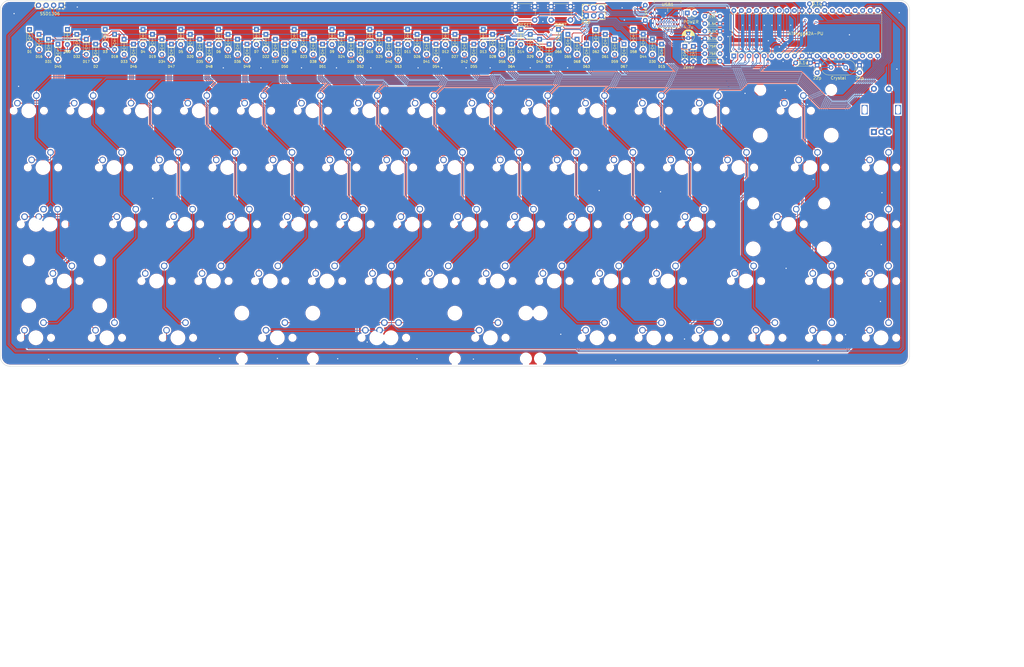
<source format=kicad_pcb>
(kicad_pcb (version 20171130) (host pcbnew "(5.1.7)-1")
  (layers (0 F.Cu signal hide) (31 B.Cu signal hide) (34 B.Paste user) (35 F.Paste user) (36 B.SilkS user) (37 F.SilkS user) (38 B.Mask user) (39 F.Mask user) (44 Edge.Cuts user))
  (net 0 "")
  (net 1 GND)
  (net 2 VCC)
  (net 3 row0)
  (net 4 "Net-(D1-Pad2)")
  (net 5 "Net-(D2-Pad2)")
  (net 6 "Net-(D3-Pad2)")
  (net 7 "Net-(D4-Pad2)")
  (net 8 "Net-(D5-Pad2)")
  (net 9 "Net-(D6-Pad2)")
  (net 10 "Net-(D7-Pad2)")
  (net 11 "Net-(D8-Pad2)")
  (net 12 "Net-(D9-Pad2)")
  (net 13 "Net-(D10-Pad2)")
  (net 14 "Net-(D11-Pad2)")
  (net 15 "Net-(D12-Pad2)")
  (net 16 "Net-(D13-Pad2)")
  (net 17 "Net-(D14-Pad2)")
  (net 18 "Net-(D15-Pad2)")
  (net 19 row1)
  (net 20 "Net-(D16-Pad2)")
  (net 21 "Net-(D17-Pad2)")
  (net 22 "Net-(D18-Pad2)")
  (net 23 "Net-(D19-Pad2)")
  (net 24 "Net-(D20-Pad2)")
  (net 25 "Net-(D21-Pad2)")
  (net 26 "Net-(D22-Pad2)")
  (net 27 "Net-(D23-Pad2)")
  (net 28 "Net-(D24-Pad2)")
  (net 29 "Net-(D25-Pad2)")
  (net 30 "Net-(D26-Pad2)")
  (net 31 "Net-(D27-Pad2)")
  (net 32 "Net-(D28-Pad2)")
  (net 33 "Net-(D29-Pad2)")
  (net 34 "Net-(D30-Pad2)")
  (net 35 "Net-(D31-Pad2)")
  (net 36 row2)
  (net 37 "Net-(D32-Pad2)")
  (net 38 "Net-(D33-Pad2)")
  (net 39 "Net-(D34-Pad2)")
  (net 40 "Net-(D35-Pad2)")
  (net 41 "Net-(D36-Pad2)")
  (net 42 "Net-(D37-Pad2)")
  (net 43 "Net-(D38-Pad2)")
  (net 44 "Net-(D39-Pad2)")
  (net 45 "Net-(D40-Pad2)")
  (net 46 "Net-(D41-Pad2)")
  (net 47 "Net-(D42-Pad2)")
  (net 48 "Net-(D43-Pad2)")
  (net 49 "Net-(D44-Pad2)")
  (net 50 row3)
  (net 51 "Net-(D45-Pad2)")
  (net 52 "Net-(D46-Pad2)")
  (net 53 "Net-(D47-Pad2)")
  (net 54 "Net-(D48-Pad2)")
  (net 55 "Net-(D49-Pad2)")
  (net 56 "Net-(D50-Pad2)")
  (net 57 "Net-(D51-Pad2)")
  (net 58 "Net-(D52-Pad2)")
  (net 59 "Net-(D53-Pad2)")
  (net 60 "Net-(D54-Pad2)")
  (net 61 "Net-(D55-Pad2)")
  (net 62 "Net-(D56-Pad2)")
  (net 63 "Net-(D57-Pad2)")
  (net 64 "Net-(D58-Pad2)")
  (net 65 "Net-(D59-Pad2)")
  (net 66 row4)
  (net 67 "Net-(D60-Pad2)")
  (net 68 "Net-(D61-Pad2)")
  (net 69 "Net-(D62-Pad2)")
  (net 70 "Net-(D63-Pad2)")
  (net 71 "Net-(D64-Pad2)")
  (net 72 "Net-(D65-Pad2)")
  (net 73 "Net-(D66-Pad2)")
  (net 74 "Net-(D67-Pad2)")
  (net 75 col0)
  (net 76 col1)
  (net 77 col2)
  (net 78 col3)
  (net 79 col4)
  (net 80 col5)
  (net 81 col6)
  (net 82 col7)
  (net 83 col8)
  (net 84 col9)
  (net 85 col10)
  (net 86 col11)
  (net 87 col12)
  (net 88 col13)
  (net 89 col14)
  (net 90 "Net-(R1-Pad2)")
  (net 91 "Net-(D68-Pad2)")
  (net 92 "Net-(R2-Pad1)")
  (net 93 "Net-(USB1-PadB8)")
  (net 94 "Net-(USB1-PadA8)")
  (net 95 reset)
  (net 96 +5V)
  (net 97 "Net-(U1-Pad32)")
  (net 98 "Net-(U1-Pad34)")
  (net 99 "Net-(U1-Pad35)")
  (net 100 D+)
  (net 101 D-)
  (net 102 "Net-(C1-Pad1)")
  (net 103 "Net-(C2-Pad1)")
  (net 104 "Net-(D69-Pad1)")
  (net 105 "Net-(D70-Pad1)")
  (net 106 MOSI)
  (net 107 SCK)
  (net 108 MISO)
  (net 109 "Net-(LED1-Pad1)")
  (net 110 boot)
  (net 111 SCL)
  (net 112 SDA)
  (net 113 B1)
  (net 114 B2)
  (module cftkb:SW_Cherry_MX1A_1.75u_PCBNOSCREEN (layer F.Cu) (at 73.02505 127.78362)
    (fp_text reference SW31)
    (fp_text value KEYSW)
    (pad 1 thru_hole circle (at 0 0) (size 2.2 2.2) (drill 1.5) (layers *.Cu *.Mask) (net 75 col0))
    (pad 2 thru_hole circle (at -6.35 2.54) (size 2.2 2.2) (drill 1.5) (layers *.Cu *.Mask) (net 35 "Net-(D31-Pad2)"))
    (pad "" np_thru_hole circle (at -2.54 5.08) (size 4 4) (drill 4) (layers *.Cu *.Mask))
    (pad "" np_thru_hole circle (at 2.54 5.08) (size 1.7 1.7) (drill 1.7) (layers *.Cu *.Mask))
  )
  (module MX_Only:MXOnly-1.75U-Stepped-NoLED (layer F.Cu) (at 70.48495 132.86362)
    (fp_text reference SW69)
    (fp_text value KEYSW)
    (pad "" np_thru_hole circle (at -4.737 0.0254) (size 3.9878 3.9878) (drill 3.9878) (layers *.Cu *.Mask))
    (pad "" np_thru_hole circle (at -9.817 0.0254 48.0996) (size 1.75 1.75) (drill 1.75) (layers *.Cu *.Mask))
    (pad 2 thru_hole circle (at -8.547 -2.5146) (size 2.25 2.25) (drill 1.47) (layers *.Cu *.Mask) (net 35 "Net-(D31-Pad2)"))
    (pad 1 thru_hole circle (at -2.197 -5.0546) (size 2.25 2.25) (drill 1.47) (layers *.Cu *.Mask) (net 75 col0))
  )
  (module MX_Only:MXOnly-2.25U-ReversedStabilizers-NoLED (layer F.Cu) (at 146.68495 170.96362)
    (fp_text reference SW70)
    (fp_text value KEYSW)
    (pad 2 thru_hole circle (at 2.54 -5.08) (size 2.25 2.25) (drill 1.47) (layers *.Cu *.Mask) (net 69 "Net-(D62-Pad2)"))
    (pad "" np_thru_hole circle (at 0 0) (size 3.9878 3.9878) (drill 3.9878) (layers *.Cu *.Mask))
    (pad 1 thru_hole circle (at -3.81 -2.54) (size 2.25 2.25) (drill 1.47) (layers *.Cu *.Mask) (net 81 col6))
    (pad "" np_thru_hole circle (at -5.08 0 48.0996) (size 1.75 1.75) (drill 1.75) (layers *.Cu *.Mask))
    (pad "" np_thru_hole circle (at 5.08 0 48.0996) (size 1.75 1.75) (drill 1.75) (layers *.Cu *.Mask))
    (pad "" np_thru_hole circle (at 11.90625 6.985) (size 3.048 3.048) (drill 3.048) (layers *.Cu *.Mask))
    (pad "" np_thru_hole circle (at 11.90625 -8.255) (size 3.9878 3.9878) (drill 3.9878) (layers *.Cu *.Mask))
  )
  (module MX_Only:MXOnly-6.25U-ReversedStabilizers-NoLED (layer F.Cu) (at 184.78495 170.96362)
    (fp_text reference SW62)
    (fp_text value KEYSW)
    (pad 2 thru_hole circle (at 2.54 -5.08) (size 2.25 2.25) (drill 1.47) (layers *.Cu *.Mask) (net 69 "Net-(D62-Pad2)"))
    (pad "" np_thru_hole circle (at 0 0) (size 3.9878 3.9878) (drill 3.9878) (layers *.Cu *.Mask))
    (pad 1 thru_hole circle (at -3.81 -2.54) (size 2.25 2.25) (drill 1.47) (layers *.Cu *.Mask) (net 81 col6))
    (pad "" np_thru_hole circle (at 5.08 0 48.0996) (size 1.75 1.75) (drill 1.75) (layers *.Cu *.Mask))
    (pad "" np_thru_hole circle (at -49.9999 6.985) (size 3.048 3.048) (drill 3.048) (layers *.Cu *.Mask))
    (pad "" np_thru_hole circle (at 49.9999 6.985) (size 3.048 3.048) (drill 3.048) (layers *.Cu *.Mask))
    (pad "" np_thru_hole circle (at -49.9999 -8.255) (size 3.9878 3.9878) (drill 3.9878) (layers *.Cu *.Mask))
    (pad "" np_thru_hole circle (at 49.9999 -8.255) (size 3.9878 3.9878) (drill 3.9878) (layers *.Cu *.Mask))
  )
  (module MX_Only:MXOnly-1.25U-NoLED (layer F.Cu) (at 180.02245 170.96362)
    (fp_text reference SW71)
    (fp_text value KEYSW)
    (pad 2 thru_hole circle (at 2.54 -5.08) (size 2.25 2.25) (drill 1.47) (layers *.Cu *.Mask) (net 69 "Net-(D62-Pad2)"))
    (pad "" np_thru_hole circle (at 0 0) (size 3.9878 3.9878) (drill 3.9878) (layers *.Cu *.Mask))
    (pad 1 thru_hole circle (at -3.81 -2.54) (size 2.25 2.25) (drill 1.47) (layers *.Cu *.Mask) (net 81 col6))
    (pad "" np_thru_hole circle (at -5.08 0 48.0996) (size 1.75 1.75) (drill 1.75) (layers *.Cu *.Mask))
  )
  (module "Logo:GanJing logo" (layer F.Cu) (at 93.2162 62.38862)
    (fp_text reference L*** hide)
    (fp_text value LOGO hide)
  )
  (module cftkb:USB_C_GCT_USB4085 (layer F.Cu) (at 277.548468 60.291022 180)
    (fp_text reference USB1 (at -0.017498 1.13737 180) (layer F.SilkS))
    (fp_text value USB_C_GCT_USB4085)
    (pad A5 thru_hole oval (at -1.275 -6.1 180) (size 0.65 1) (drill 0.4) (layers *.Cu *.Mask) (net 90 "Net-(R1-Pad2)"))
    (pad A1 thru_hole oval (at -2.975 -6.1 180) (size 0.65 1) (drill 0.4) (layers *.Cu *.Mask) (net 1 GND))
    (pad A4 thru_hole oval (at -2.125 -6.1 180) (size 0.65 1) (drill 0.4) (layers *.Cu *.Mask) (net 2 VCC))
    (pad A6 thru_hole oval (at -0.425 -6.1 180) (size 0.65 1) (drill 0.4) (layers *.Cu *.Mask) (net 105 "Net-(D70-Pad1)"))
    (pad A7 thru_hole oval (at 0.425 -6.1 180) (size 0.65 1) (drill 0.4) (layers *.Cu *.Mask) (net 104 "Net-(D69-Pad1)"))
    (pad A8 thru_hole oval (at 1.275 -6.1 180) (size 0.65 1) (drill 0.4) (layers *.Cu *.Mask) (net 94 "Net-(USB1-PadA8)"))
    (pad A9 thru_hole oval (at 2.125 -6.1 180) (size 0.65 1) (drill 0.4) (layers *.Cu *.Mask) (net 2 VCC))
    (pad A12 thru_hole oval (at 2.975 -6.1 180) (size 0.65 1) (drill 0.4) (layers *.Cu *.Mask) (net 1 GND))
    (pad B12 thru_hole oval (at -2.975 -4.775 180) (size 0.65 1) (drill 0.4) (layers *.Cu *.Mask) (net 1 GND))
    (pad B9 thru_hole oval (at -2.12 -4.775 180) (size 0.65 1) (drill 0.4) (layers *.Cu *.Mask) (net 2 VCC))
    (pad B8 thru_hole oval (at -1.27 -4.775 180) (size 0.65 1) (drill 0.4) (layers *.Cu *.Mask) (net 93 "Net-(USB1-PadB8)"))
    (pad B7 thru_hole oval (at -0.42 -4.775 180) (size 0.65 1) (drill 0.4) (layers *.Cu *.Mask) (net 104 "Net-(D69-Pad1)"))
    (pad B6 thru_hole oval (at 0.43 -4.775 180) (size 0.65 1) (drill 0.4) (layers *.Cu *.Mask) (net 105 "Net-(D70-Pad1)"))
    (pad B5 thru_hole oval (at 1.28 -4.775 180) (size 0.65 1) (drill 0.4) (layers *.Cu *.Mask) (net 92 "Net-(R2-Pad1)"))
    (pad B4 thru_hole oval (at 2.13 -4.775 180) (size 0.65 1) (drill 0.4) (layers *.Cu *.Mask) (net 2 VCC))
    (pad B1 thru_hole oval (at 2.98 -4.775 180) (size 0.65 1) (drill 0.4) (layers *.Cu *.Mask) (net 1 GND))
    (pad S1 thru_hole oval (at -4.325 -5.12 180) (size 0.9 2.4) (drill oval 0.6 2.1) (layers *.Cu *.Mask) (net 1 GND))
    (pad S1 thru_hole oval (at 4.325 -5.12 180) (size 0.9 2.4) (drill oval 0.6 2.1) (layers *.Cu *.Mask) (net 1 GND))
    (pad S1 thru_hole oval (at -4.325 -1.74 180) (size 0.9 1.7) (drill oval 0.6 1.4) (layers *.Cu *.Mask) (net 1 GND))
    (pad S1 thru_hole oval (at 4.325 -1.74 180) (size 0.9 1.7) (drill oval 0.6 1.4) (layers *.Cu *.Mask) (net 1 GND))
  )
  (module cftkb:AVR_ICSP_3x2 (layer F.Cu) (at 252.75383 61.62087 180)
    (fp_text reference J1 hide)
    (fp_text value AVR-ISP-6 hide)
    (pad 1 thru_hole circle (at -2.54 1.27 180) (size 1.8 1.8) (drill 1) (layers *.Cu *.Mask) (net 108 MISO))
    (pad 2 thru_hole circle (at -2.54 -1.27 180) (size 1.8 1.8) (drill 1) (layers *.Cu *.Mask) (net 96 +5V))
    (pad 3 thru_hole circle (at 0 1.27 180) (size 1.8 1.8) (drill 1) (layers *.Cu *.Mask) (net 107 SCK))
    (pad 4 thru_hole circle (at 0 -1.27 180) (size 1.8 1.8) (drill 1) (layers *.Cu *.Mask) (net 106 MOSI))
    (pad 5 thru_hole circle (at 2.54 1.27 180) (size 1.8 1.8) (drill 1) (layers *.Cu *.Mask) (net 95 reset))
    (pad 6 thru_hole rect (at 2.54 -1.27 180) (size 1.8 1.8) (drill 1) (layers *.Cu *.Mask) (net 1 GND))
  )
  (module SSD1306:128x64OLED (layer F.Cu) (at 70.4162 70.08862)
    (fp_text reference OLED2)
    (fp_text value SSD1306 (at 0 -7.874) (layer F.SilkS))
    (pad 2 thru_hole circle (at -1.28 -10.7 90) (size 1.8 1.8) (drill 1) (layers *.Cu *.Mask) (net 111 SCL))
    (pad 1 thru_hole circle (at -3.82 -10.7 90) (size 1.8 1.8) (drill 1) (layers *.Cu *.Mask) (net 112 SDA))
    (pad 3 thru_hole circle (at 1.26 -10.7 90) (size 1.8 1.8) (drill 1) (layers *.Cu *.Mask) (net 96 +5V))
    (pad 4 thru_hole rect (at 3.8 -10.7 90) (size 1.8 1.8) (drill 1) (layers *.Cu *.Mask) (net 1 GND))
  )
  (module Rotary_Encoder:RotaryEncoder_Alps_EC11E-Switch_Vertical_H20mm (layer F.Cu) (at 346.70995 101.90737 90)
    (fp_text reference SW15)
    (fp_text value EC11_Rotory_Encoder)
    (pad A thru_hole rect (at 0 0 90) (size 2 2) (drill 1) (layers *.Cu *.Mask) (net 113 B1))
    (pad C thru_hole circle (at 0 2.5 90) (size 2 2) (drill 1) (layers *.Cu *.Mask) (net 1 GND))
    (pad B thru_hole circle (at 0 5 90) (size 2 2) (drill 1) (layers *.Cu *.Mask) (net 114 B2))
    (pad MP thru_hole rect (at 7.5 -3.1 90) (size 3.2 2) (drill oval 2.8 1.5) (layers *.Cu *.Mask))
    (pad MP thru_hole rect (at 7.5 8.1 90) (size 3.2 2) (drill oval 2.8 1.5) (layers *.Cu *.Mask))
    (pad S2 thru_hole circle (at 14.5 0 90) (size 2 2) (drill 1) (layers *.Cu *.Mask) (net 18 "Net-(D15-Pad2)"))
    (pad S1 thru_hole circle (at 14.5 5 90) (size 2 2) (drill 1) (layers *.Cu *.Mask) (net 89 col14))
  )
  (module cftkb:SW_Cherry_MX1A_1.00u_PCB-NOSCREEN (layer F.Cu) (at 275.466206 165.89375)
    (fp_text reference SW64)
    (fp_text value KEYSW)
    (pad 1 thru_hole circle (at 0 0) (size 2.2 2.2) (drill 1.5) (layers *.Cu *.Mask) (net 85 col10))
    (pad 2 thru_hole circle (at -6.35 2.54) (size 2.2 2.2) (drill 1.5) (layers *.Cu *.Mask) (net 71 "Net-(D64-Pad2)"))
    (pad "" np_thru_hole circle (at -2.54 5.08) (size 4 4) (drill 4) (layers *.Cu *.Mask))
    (pad "" np_thru_hole circle (at -7.62 5.08) (size 1.7 1.7) (drill 1.7) (layers *.Cu *.Mask))
    (pad "" np_thru_hole circle (at 2.54 5.08) (size 1.7 1.7) (drill 1.7) (layers *.Cu *.Mask))
  )
  (module cftkb:SW_Cherry_MX1A_1.00u_PCB-NOSCREEN (layer F.Cu) (at 256.410884 165.88362)
    (fp_text reference SW63)
    (fp_text value KEYSW)
    (pad 1 thru_hole circle (at 0 0) (size 2.2 2.2) (drill 1.5) (layers *.Cu *.Mask) (net 84 col9))
    (pad 2 thru_hole circle (at -6.35 2.54) (size 2.2 2.2) (drill 1.5) (layers *.Cu *.Mask) (net 70 "Net-(D63-Pad2)"))
    (pad "" np_thru_hole circle (at -2.54 5.08) (size 4 4) (drill 4) (layers *.Cu *.Mask))
    (pad "" np_thru_hole circle (at -7.62 5.08) (size 1.7 1.7) (drill 1.7) (layers *.Cu *.Mask))
    (pad "" np_thru_hole circle (at 2.54 5.08) (size 1.7 1.7) (drill 1.7) (layers *.Cu *.Mask))
  )
  (module cftkb:SW_Cherry_MX1A_1.00u_PCB-NOSCREEN (layer F.Cu) (at 294.48125 89.69375)
    (fp_text reference SW13)
    (fp_text value KEYSW)
    (pad 1 thru_hole circle (at 0 0) (size 2.2 2.2) (drill 1.5) (layers *.Cu *.Mask) (net 87 col12))
    (pad 2 thru_hole circle (at -6.35 2.54) (size 2.2 2.2) (drill 1.5) (layers *.Cu *.Mask) (net 16 "Net-(D13-Pad2)"))
    (pad "" np_thru_hole circle (at -2.54 5.08) (size 4 4) (drill 4) (layers *.Cu *.Mask))
    (pad "" np_thru_hole circle (at -7.62 5.08) (size 1.7 1.7) (drill 1.7) (layers *.Cu *.Mask))
    (pad "" np_thru_hole circle (at 2.54 5.08) (size 1.7 1.7) (drill 1.7) (layers *.Cu *.Mask))
  )
  (module cftkb:SW_Cherry_MX1A_1.00u_PCB-NOSCREEN (layer F.Cu) (at 132.55625 108.74375)
    (fp_text reference SW19)
    (fp_text value KEYSW)
    (pad 1 thru_hole circle (at 0 0) (size 2.2 2.2) (drill 1.5) (layers *.Cu *.Mask) (net 78 col3))
    (pad 2 thru_hole circle (at -6.35 2.54) (size 2.2 2.2) (drill 1.5) (layers *.Cu *.Mask) (net 23 "Net-(D19-Pad2)"))
    (pad "" np_thru_hole circle (at -2.54 5.08) (size 4 4) (drill 4) (layers *.Cu *.Mask))
    (pad "" np_thru_hole circle (at -7.62 5.08) (size 1.7 1.7) (drill 1.7) (layers *.Cu *.Mask))
    (pad "" np_thru_hole circle (at 2.54 5.08) (size 1.7 1.7) (drill 1.7) (layers *.Cu *.Mask))
  )
  (module cftkb:SW_Cherry_MX1A_1.00u_PCB-NOSCREEN (layer F.Cu) (at 65.88125 89.69375)
    (fp_text reference SW1)
    (fp_text value KEYSW)
    (pad 1 thru_hole circle (at 0 0) (size 2.2 2.2) (drill 1.5) (layers *.Cu *.Mask) (net 75 col0))
    (pad 2 thru_hole circle (at -6.35 2.54) (size 2.2 2.2) (drill 1.5) (layers *.Cu *.Mask) (net 4 "Net-(D1-Pad2)"))
    (pad "" np_thru_hole circle (at -2.54 5.08) (size 4 4) (drill 4) (layers *.Cu *.Mask))
    (pad "" np_thru_hole circle (at -7.62 5.08) (size 1.7 1.7) (drill 1.7) (layers *.Cu *.Mask))
    (pad "" np_thru_hole circle (at 2.54 5.08) (size 1.7 1.7) (drill 1.7) (layers *.Cu *.Mask))
  )
  (module cftkb:SW_Cherry_MX1A_1.00u_PCB-NOSCREEN (layer F.Cu) (at 84.93125 89.69375)
    (fp_text reference SW2)
    (fp_text value KEYSW)
    (pad 1 thru_hole circle (at 0 0) (size 2.2 2.2) (drill 1.5) (layers *.Cu *.Mask) (net 76 col1))
    (pad 2 thru_hole circle (at -6.35 2.54) (size 2.2 2.2) (drill 1.5) (layers *.Cu *.Mask) (net 5 "Net-(D2-Pad2)"))
    (pad "" np_thru_hole circle (at -2.54 5.08) (size 4 4) (drill 4) (layers *.Cu *.Mask))
    (pad "" np_thru_hole circle (at -7.62 5.08) (size 1.7 1.7) (drill 1.7) (layers *.Cu *.Mask))
    (pad "" np_thru_hole circle (at 2.54 5.08) (size 1.7 1.7) (drill 1.7) (layers *.Cu *.Mask))
  )
  (module cftkb:SW_Cherry_MX1A_1.00u_PCB-NOSCREEN (layer F.Cu) (at 103.98125 89.69375)
    (fp_text reference SW3)
    (fp_text value KEYSW)
    (pad 1 thru_hole circle (at 0 0) (size 2.2 2.2) (drill 1.5) (layers *.Cu *.Mask) (net 77 col2))
    (pad 2 thru_hole circle (at -6.35 2.54) (size 2.2 2.2) (drill 1.5) (layers *.Cu *.Mask) (net 6 "Net-(D3-Pad2)"))
    (pad "" np_thru_hole circle (at -2.54 5.08) (size 4 4) (drill 4) (layers *.Cu *.Mask))
    (pad "" np_thru_hole circle (at -7.62 5.08) (size 1.7 1.7) (drill 1.7) (layers *.Cu *.Mask))
    (pad "" np_thru_hole circle (at 2.54 5.08) (size 1.7 1.7) (drill 1.7) (layers *.Cu *.Mask))
  )
  (module cftkb:SW_Cherry_MX1A_1.00u_PCB-NOSCREEN (layer F.Cu) (at 123.03125 89.69375)
    (fp_text reference SW4)
    (fp_text value KEYSW)
    (pad 1 thru_hole circle (at 0 0) (size 2.2 2.2) (drill 1.5) (layers *.Cu *.Mask) (net 78 col3))
    (pad 2 thru_hole circle (at -6.35 2.54) (size 2.2 2.2) (drill 1.5) (layers *.Cu *.Mask) (net 7 "Net-(D4-Pad2)"))
    (pad "" np_thru_hole circle (at -2.54 5.08) (size 4 4) (drill 4) (layers *.Cu *.Mask))
    (pad "" np_thru_hole circle (at -7.62 5.08) (size 1.7 1.7) (drill 1.7) (layers *.Cu *.Mask))
    (pad "" np_thru_hole circle (at 2.54 5.08) (size 1.7 1.7) (drill 1.7) (layers *.Cu *.Mask))
  )
  (module cftkb:SW_Cherry_MX1A_1.00u_PCB-NOSCREEN (layer F.Cu) (at 142.08125 89.69375)
    (fp_text reference SW5)
    (fp_text value KEYSW)
    (pad 1 thru_hole circle (at 0 0) (size 2.2 2.2) (drill 1.5) (layers *.Cu *.Mask) (net 79 col4))
    (pad 2 thru_hole circle (at -6.35 2.54) (size 2.2 2.2) (drill 1.5) (layers *.Cu *.Mask) (net 8 "Net-(D5-Pad2)"))
    (pad "" np_thru_hole circle (at -2.54 5.08) (size 4 4) (drill 4) (layers *.Cu *.Mask))
    (pad "" np_thru_hole circle (at -7.62 5.08) (size 1.7 1.7) (drill 1.7) (layers *.Cu *.Mask))
    (pad "" np_thru_hole circle (at 2.54 5.08) (size 1.7 1.7) (drill 1.7) (layers *.Cu *.Mask))
  )
  (module cftkb:SW_Cherry_MX1A_1.00u_PCB-NOSCREEN (layer F.Cu) (at 161.13125 89.69375)
    (fp_text reference SW6)
    (fp_text value KEYSW)
    (pad 1 thru_hole circle (at 0 0) (size 2.2 2.2) (drill 1.5) (layers *.Cu *.Mask) (net 80 col5))
    (pad 2 thru_hole circle (at -6.35 2.54) (size 2.2 2.2) (drill 1.5) (layers *.Cu *.Mask) (net 9 "Net-(D6-Pad2)"))
    (pad "" np_thru_hole circle (at -2.54 5.08) (size 4 4) (drill 4) (layers *.Cu *.Mask))
    (pad "" np_thru_hole circle (at -7.62 5.08) (size 1.7 1.7) (drill 1.7) (layers *.Cu *.Mask))
    (pad "" np_thru_hole circle (at 2.54 5.08) (size 1.7 1.7) (drill 1.7) (layers *.Cu *.Mask))
  )
  (module cftkb:SW_Cherry_MX1A_1.00u_PCB-NOSCREEN (layer F.Cu) (at 180.18125 89.69375)
    (fp_text reference SW7)
    (fp_text value KEYSW)
    (pad 1 thru_hole circle (at 0 0) (size 2.2 2.2) (drill 1.5) (layers *.Cu *.Mask) (net 81 col6))
    (pad 2 thru_hole circle (at -6.35 2.54) (size 2.2 2.2) (drill 1.5) (layers *.Cu *.Mask) (net 10 "Net-(D7-Pad2)"))
    (pad "" np_thru_hole circle (at -2.54 5.08) (size 4 4) (drill 4) (layers *.Cu *.Mask))
    (pad "" np_thru_hole circle (at -7.62 5.08) (size 1.7 1.7) (drill 1.7) (layers *.Cu *.Mask))
    (pad "" np_thru_hole circle (at 2.54 5.08) (size 1.7 1.7) (drill 1.7) (layers *.Cu *.Mask))
  )
  (module cftkb:SW_Cherry_MX1A_1.00u_PCB-NOSCREEN (layer F.Cu) (at 199.23125 89.69375)
    (fp_text reference SW8)
    (fp_text value KEYSW)
    (pad 1 thru_hole circle (at 0 0) (size 2.2 2.2) (drill 1.5) (layers *.Cu *.Mask) (net 82 col7))
    (pad 2 thru_hole circle (at -6.35 2.54) (size 2.2 2.2) (drill 1.5) (layers *.Cu *.Mask) (net 11 "Net-(D8-Pad2)"))
    (pad "" np_thru_hole circle (at -2.54 5.08) (size 4 4) (drill 4) (layers *.Cu *.Mask))
    (pad "" np_thru_hole circle (at -7.62 5.08) (size 1.7 1.7) (drill 1.7) (layers *.Cu *.Mask))
    (pad "" np_thru_hole circle (at 2.54 5.08) (size 1.7 1.7) (drill 1.7) (layers *.Cu *.Mask))
  )
  (module cftkb:SW_Cherry_MX1A_1.00u_PCB-NOSCREEN (layer F.Cu) (at 218.28125 89.69375)
    (fp_text reference SW9)
    (fp_text value KEYSW)
    (pad 1 thru_hole circle (at 0 0) (size 2.2 2.2) (drill 1.5) (layers *.Cu *.Mask) (net 83 col8))
    (pad 2 thru_hole circle (at -6.35 2.54) (size 2.2 2.2) (drill 1.5) (layers *.Cu *.Mask) (net 12 "Net-(D9-Pad2)"))
    (pad "" np_thru_hole circle (at -2.54 5.08) (size 4 4) (drill 4) (layers *.Cu *.Mask))
    (pad "" np_thru_hole circle (at -7.62 5.08) (size 1.7 1.7) (drill 1.7) (layers *.Cu *.Mask))
    (pad "" np_thru_hole circle (at 2.54 5.08) (size 1.7 1.7) (drill 1.7) (layers *.Cu *.Mask))
  )
  (module cftkb:SW_Cherry_MX1A_1.00u_PCB-NOSCREEN (layer F.Cu) (at 237.33125 89.69375)
    (fp_text reference SW10)
    (fp_text value KEYSW)
    (pad 1 thru_hole circle (at 0 0) (size 2.2 2.2) (drill 1.5) (layers *.Cu *.Mask) (net 84 col9))
    (pad 2 thru_hole circle (at -6.35 2.54) (size 2.2 2.2) (drill 1.5) (layers *.Cu *.Mask) (net 13 "Net-(D10-Pad2)"))
    (pad "" np_thru_hole circle (at -2.54 5.08) (size 4 4) (drill 4) (layers *.Cu *.Mask))
    (pad "" np_thru_hole circle (at -7.62 5.08) (size 1.7 1.7) (drill 1.7) (layers *.Cu *.Mask))
    (pad "" np_thru_hole circle (at 2.54 5.08) (size 1.7 1.7) (drill 1.7) (layers *.Cu *.Mask))
  )
  (module cftkb:SW_Cherry_MX1A_1.00u_PCB-NOSCREEN (layer F.Cu) (at 256.38125 89.69375)
    (fp_text reference SW11)
    (fp_text value KEYSW)
    (pad 1 thru_hole circle (at 0 0) (size 2.2 2.2) (drill 1.5) (layers *.Cu *.Mask) (net 85 col10))
    (pad 2 thru_hole circle (at -6.35 2.54) (size 2.2 2.2) (drill 1.5) (layers *.Cu *.Mask) (net 14 "Net-(D11-Pad2)"))
    (pad "" np_thru_hole circle (at -2.54 5.08) (size 4 4) (drill 4) (layers *.Cu *.Mask))
    (pad "" np_thru_hole circle (at -7.62 5.08) (size 1.7 1.7) (drill 1.7) (layers *.Cu *.Mask))
    (pad "" np_thru_hole circle (at 2.54 5.08) (size 1.7 1.7) (drill 1.7) (layers *.Cu *.Mask))
  )
  (module cftkb:SW_Cherry_MX1A_1.00u_PCB-NOSCREEN (layer F.Cu) (at 275.43125 89.69375)
    (fp_text reference SW12)
    (fp_text value KEYSW)
    (pad 1 thru_hole circle (at 0 0) (size 2.2 2.2) (drill 1.5) (layers *.Cu *.Mask) (net 86 col11))
    (pad 2 thru_hole circle (at -6.35 2.54) (size 2.2 2.2) (drill 1.5) (layers *.Cu *.Mask) (net 15 "Net-(D12-Pad2)"))
    (pad "" np_thru_hole circle (at -2.54 5.08) (size 4 4) (drill 4) (layers *.Cu *.Mask))
    (pad "" np_thru_hole circle (at -7.62 5.08) (size 1.7 1.7) (drill 1.7) (layers *.Cu *.Mask))
    (pad "" np_thru_hole circle (at 2.54 5.08) (size 1.7 1.7) (drill 1.7) (layers *.Cu *.Mask))
  )
  (module cftkb:SW_Cherry_MX1A_1.00u_PCB-NOSCREEN (layer F.Cu) (at 94.45625 108.74375)
    (fp_text reference SW17)
    (fp_text value KEYSW)
    (pad 1 thru_hole circle (at 0 0) (size 2.2 2.2) (drill 1.5) (layers *.Cu *.Mask) (net 76 col1))
    (pad 2 thru_hole circle (at -6.35 2.54) (size 2.2 2.2) (drill 1.5) (layers *.Cu *.Mask) (net 21 "Net-(D17-Pad2)"))
    (pad "" np_thru_hole circle (at -2.54 5.08) (size 4 4) (drill 4) (layers *.Cu *.Mask))
    (pad "" np_thru_hole circle (at -7.62 5.08) (size 1.7 1.7) (drill 1.7) (layers *.Cu *.Mask))
    (pad "" np_thru_hole circle (at 2.54 5.08) (size 1.7 1.7) (drill 1.7) (layers *.Cu *.Mask))
  )
  (module cftkb:SW_Cherry_MX1A_1.00u_PCB-NOSCREEN (layer F.Cu) (at 113.50625 108.74375)
    (fp_text reference SW18)
    (fp_text value KEYSW)
    (pad 1 thru_hole circle (at 0 0) (size 2.2 2.2) (drill 1.5) (layers *.Cu *.Mask) (net 77 col2))
    (pad 2 thru_hole circle (at -6.35 2.54) (size 2.2 2.2) (drill 1.5) (layers *.Cu *.Mask) (net 22 "Net-(D18-Pad2)"))
    (pad "" np_thru_hole circle (at -2.54 5.08) (size 4 4) (drill 4) (layers *.Cu *.Mask))
    (pad "" np_thru_hole circle (at -7.62 5.08) (size 1.7 1.7) (drill 1.7) (layers *.Cu *.Mask))
    (pad "" np_thru_hole circle (at 2.54 5.08) (size 1.7 1.7) (drill 1.7) (layers *.Cu *.Mask))
  )
  (module cftkb:SW_Cherry_MX1A_1.00u_PCB-NOSCREEN (layer F.Cu) (at 151.60625 108.74375)
    (fp_text reference SW20)
    (fp_text value KEYSW)
    (pad 1 thru_hole circle (at 0 0) (size 2.2 2.2) (drill 1.5) (layers *.Cu *.Mask) (net 79 col4))
    (pad 2 thru_hole circle (at -6.35 2.54) (size 2.2 2.2) (drill 1.5) (layers *.Cu *.Mask) (net 24 "Net-(D20-Pad2)"))
    (pad "" np_thru_hole circle (at -2.54 5.08) (size 4 4) (drill 4) (layers *.Cu *.Mask))
    (pad "" np_thru_hole circle (at -7.62 5.08) (size 1.7 1.7) (drill 1.7) (layers *.Cu *.Mask))
    (pad "" np_thru_hole circle (at 2.54 5.08) (size 1.7 1.7) (drill 1.7) (layers *.Cu *.Mask))
  )
  (module cftkb:SW_Cherry_MX1A_1.00u_PCB-NOSCREEN (layer F.Cu) (at 170.65625 108.74375)
    (fp_text reference SW21)
    (fp_text value KEYSW)
    (pad 1 thru_hole circle (at 0 0) (size 2.2 2.2) (drill 1.5) (layers *.Cu *.Mask) (net 80 col5))
    (pad 2 thru_hole circle (at -6.35 2.54) (size 2.2 2.2) (drill 1.5) (layers *.Cu *.Mask) (net 25 "Net-(D21-Pad2)"))
    (pad "" np_thru_hole circle (at -2.54 5.08) (size 4 4) (drill 4) (layers *.Cu *.Mask))
    (pad "" np_thru_hole circle (at -7.62 5.08) (size 1.7 1.7) (drill 1.7) (layers *.Cu *.Mask))
    (pad "" np_thru_hole circle (at 2.54 5.08) (size 1.7 1.7) (drill 1.7) (layers *.Cu *.Mask))
  )
  (module cftkb:SW_Cherry_MX1A_1.00u_PCB-NOSCREEN (layer F.Cu) (at 189.70625 108.74375)
    (fp_text reference SW22)
    (fp_text value KEYSW)
    (pad 1 thru_hole circle (at 0 0) (size 2.2 2.2) (drill 1.5) (layers *.Cu *.Mask) (net 81 col6))
    (pad 2 thru_hole circle (at -6.35 2.54) (size 2.2 2.2) (drill 1.5) (layers *.Cu *.Mask) (net 26 "Net-(D22-Pad2)"))
    (pad "" np_thru_hole circle (at -2.54 5.08) (size 4 4) (drill 4) (layers *.Cu *.Mask))
    (pad "" np_thru_hole circle (at -7.62 5.08) (size 1.7 1.7) (drill 1.7) (layers *.Cu *.Mask))
    (pad "" np_thru_hole circle (at 2.54 5.08) (size 1.7 1.7) (drill 1.7) (layers *.Cu *.Mask))
  )
  (module cftkb:SW_Cherry_MX1A_1.00u_PCB-NOSCREEN (layer F.Cu) (at 208.75625 108.74375)
    (fp_text reference SW23)
    (fp_text value KEYSW)
    (pad 1 thru_hole circle (at 0 0) (size 2.2 2.2) (drill 1.5) (layers *.Cu *.Mask) (net 82 col7))
    (pad 2 thru_hole circle (at -6.35 2.54) (size 2.2 2.2) (drill 1.5) (layers *.Cu *.Mask) (net 27 "Net-(D23-Pad2)"))
    (pad "" np_thru_hole circle (at -2.54 5.08) (size 4 4) (drill 4) (layers *.Cu *.Mask))
    (pad "" np_thru_hole circle (at -7.62 5.08) (size 1.7 1.7) (drill 1.7) (layers *.Cu *.Mask))
    (pad "" np_thru_hole circle (at 2.54 5.08) (size 1.7 1.7) (drill 1.7) (layers *.Cu *.Mask))
  )
  (module cftkb:SW_Cherry_MX1A_1.00u_PCB-NOSCREEN (layer F.Cu) (at 227.80625 108.74375)
    (fp_text reference SW24)
    (fp_text value KEYSW)
    (pad 1 thru_hole circle (at 0 0) (size 2.2 2.2) (drill 1.5) (layers *.Cu *.Mask) (net 83 col8))
    (pad 2 thru_hole circle (at -6.35 2.54) (size 2.2 2.2) (drill 1.5) (layers *.Cu *.Mask) (net 28 "Net-(D24-Pad2)"))
    (pad "" np_thru_hole circle (at -2.54 5.08) (size 4 4) (drill 4) (layers *.Cu *.Mask))
    (pad "" np_thru_hole circle (at -7.62 5.08) (size 1.7 1.7) (drill 1.7) (layers *.Cu *.Mask))
    (pad "" np_thru_hole circle (at 2.54 5.08) (size 1.7 1.7) (drill 1.7) (layers *.Cu *.Mask))
  )
  (module cftkb:SW_Cherry_MX1A_1.00u_PCB-NOSCREEN (layer F.Cu) (at 246.85625 108.74375)
    (fp_text reference SW25)
    (fp_text value KEYSW)
    (pad 1 thru_hole circle (at 0 0) (size 2.2 2.2) (drill 1.5) (layers *.Cu *.Mask) (net 84 col9))
    (pad 2 thru_hole circle (at -6.35 2.54) (size 2.2 2.2) (drill 1.5) (layers *.Cu *.Mask) (net 29 "Net-(D25-Pad2)"))
    (pad "" np_thru_hole circle (at -2.54 5.08) (size 4 4) (drill 4) (layers *.Cu *.Mask))
    (pad "" np_thru_hole circle (at -7.62 5.08) (size 1.7 1.7) (drill 1.7) (layers *.Cu *.Mask))
    (pad "" np_thru_hole circle (at 2.54 5.08) (size 1.7 1.7) (drill 1.7) (layers *.Cu *.Mask))
  )
  (module cftkb:SW_Cherry_MX1A_1.00u_PCB-NOSCREEN (layer F.Cu) (at 265.90625 108.74375)
    (fp_text reference SW26)
    (fp_text value KEYSW)
    (pad 1 thru_hole circle (at 0 0) (size 2.2 2.2) (drill 1.5) (layers *.Cu *.Mask) (net 85 col10))
    (pad 2 thru_hole circle (at -6.35 2.54) (size 2.2 2.2) (drill 1.5) (layers *.Cu *.Mask) (net 30 "Net-(D26-Pad2)"))
    (pad "" np_thru_hole circle (at -2.54 5.08) (size 4 4) (drill 4) (layers *.Cu *.Mask))
    (pad "" np_thru_hole circle (at -7.62 5.08) (size 1.7 1.7) (drill 1.7) (layers *.Cu *.Mask))
    (pad "" np_thru_hole circle (at 2.54 5.08) (size 1.7 1.7) (drill 1.7) (layers *.Cu *.Mask))
  )
  (module cftkb:SW_Cherry_MX1A_1.00u_PCB-NOSCREEN (layer F.Cu) (at 284.95625 108.74375)
    (fp_text reference SW27)
    (fp_text value KEYSW)
    (pad 1 thru_hole circle (at 0 0) (size 2.2 2.2) (drill 1.5) (layers *.Cu *.Mask) (net 86 col11))
    (pad 2 thru_hole circle (at -6.35 2.54) (size 2.2 2.2) (drill 1.5) (layers *.Cu *.Mask) (net 31 "Net-(D27-Pad2)"))
    (pad "" np_thru_hole circle (at -2.54 5.08) (size 4 4) (drill 4) (layers *.Cu *.Mask))
    (pad "" np_thru_hole circle (at -7.62 5.08) (size 1.7 1.7) (drill 1.7) (layers *.Cu *.Mask))
    (pad "" np_thru_hole circle (at 2.54 5.08) (size 1.7 1.7) (drill 1.7) (layers *.Cu *.Mask))
  )
  (module cftkb:SW_Cherry_MX1A_1.00u_PCB-NOSCREEN (layer F.Cu) (at 304.00625 108.74375)
    (fp_text reference SW28)
    (fp_text value KEYSW)
    (pad 1 thru_hole circle (at 0 0) (size 2.2 2.2) (drill 1.5) (layers *.Cu *.Mask) (net 87 col12))
    (pad 2 thru_hole circle (at -6.35 2.54) (size 2.2 2.2) (drill 1.5) (layers *.Cu *.Mask) (net 32 "Net-(D28-Pad2)"))
    (pad "" np_thru_hole circle (at -2.54 5.08) (size 4 4) (drill 4) (layers *.Cu *.Mask))
    (pad "" np_thru_hole circle (at -7.62 5.08) (size 1.7 1.7) (drill 1.7) (layers *.Cu *.Mask))
    (pad "" np_thru_hole circle (at 2.54 5.08) (size 1.7 1.7) (drill 1.7) (layers *.Cu *.Mask))
  )
  (module cftkb:SW_Cherry_MX1A_1.00u_PCB-NOSCREEN (layer F.Cu) (at 351.63125 108.74375)
    (fp_text reference SW30)
    (fp_text value KEYSW)
    (pad 1 thru_hole circle (at 0 0) (size 2.2 2.2) (drill 1.5) (layers *.Cu *.Mask) (net 89 col14))
    (pad 2 thru_hole circle (at -6.35 2.54) (size 2.2 2.2) (drill 1.5) (layers *.Cu *.Mask) (net 34 "Net-(D30-Pad2)"))
    (pad "" np_thru_hole circle (at -2.54 5.08) (size 4 4) (drill 4) (layers *.Cu *.Mask))
    (pad "" np_thru_hole circle (at -7.62 5.08) (size 1.7 1.7) (drill 1.7) (layers *.Cu *.Mask))
    (pad "" np_thru_hole circle (at 2.54 5.08) (size 1.7 1.7) (drill 1.7) (layers *.Cu *.Mask))
  )
  (module cftkb:SW_Cherry_MX1A_1.00u_PCB-NOSCREEN (layer F.Cu) (at 99.21875 127.79375)
    (fp_text reference SW32)
    (fp_text value KEYSW)
    (pad 1 thru_hole circle (at 0 0) (size 2.2 2.2) (drill 1.5) (layers *.Cu *.Mask) (net 76 col1))
    (pad 2 thru_hole circle (at -6.35 2.54) (size 2.2 2.2) (drill 1.5) (layers *.Cu *.Mask) (net 37 "Net-(D32-Pad2)"))
    (pad "" np_thru_hole circle (at -2.54 5.08) (size 4 4) (drill 4) (layers *.Cu *.Mask))
    (pad "" np_thru_hole circle (at -7.62 5.08) (size 1.7 1.7) (drill 1.7) (layers *.Cu *.Mask))
    (pad "" np_thru_hole circle (at 2.54 5.08) (size 1.7 1.7) (drill 1.7) (layers *.Cu *.Mask))
  )
  (module cftkb:SW_Cherry_MX1A_1.00u_PCB-NOSCREEN (layer F.Cu) (at 118.26875 127.79375)
    (fp_text reference SW33)
    (fp_text value KEYSW)
    (pad 1 thru_hole circle (at 0 0) (size 2.2 2.2) (drill 1.5) (layers *.Cu *.Mask) (net 77 col2))
    (pad 2 thru_hole circle (at -6.35 2.54) (size 2.2 2.2) (drill 1.5) (layers *.Cu *.Mask) (net 38 "Net-(D33-Pad2)"))
    (pad "" np_thru_hole circle (at -2.54 5.08) (size 4 4) (drill 4) (layers *.Cu *.Mask))
    (pad "" np_thru_hole circle (at -7.62 5.08) (size 1.7 1.7) (drill 1.7) (layers *.Cu *.Mask))
    (pad "" np_thru_hole circle (at 2.54 5.08) (size 1.7 1.7) (drill 1.7) (layers *.Cu *.Mask))
  )
  (module cftkb:SW_Cherry_MX1A_1.00u_PCB-NOSCREEN (layer F.Cu) (at 137.31875 127.79375)
    (fp_text reference SW34)
    (fp_text value KEYSW)
    (pad 1 thru_hole circle (at 0 0) (size 2.2 2.2) (drill 1.5) (layers *.Cu *.Mask) (net 78 col3))
    (pad 2 thru_hole circle (at -6.35 2.54) (size 2.2 2.2) (drill 1.5) (layers *.Cu *.Mask) (net 39 "Net-(D34-Pad2)"))
    (pad "" np_thru_hole circle (at -2.54 5.08) (size 4 4) (drill 4) (layers *.Cu *.Mask))
    (pad "" np_thru_hole circle (at -7.62 5.08) (size 1.7 1.7) (drill 1.7) (layers *.Cu *.Mask))
    (pad "" np_thru_hole circle (at 2.54 5.08) (size 1.7 1.7) (drill 1.7) (layers *.Cu *.Mask))
  )
  (module cftkb:SW_Cherry_MX1A_1.00u_PCB-NOSCREEN (layer F.Cu) (at 156.36825 127.79375)
    (fp_text reference SW35)
    (fp_text value KEYSW)
    (pad 1 thru_hole circle (at 0 0) (size 2.2 2.2) (drill 1.5) (layers *.Cu *.Mask) (net 79 col4))
    (pad 2 thru_hole circle (at -6.35 2.54) (size 2.2 2.2) (drill 1.5) (layers *.Cu *.Mask) (net 40 "Net-(D35-Pad2)"))
    (pad "" np_thru_hole circle (at -2.54 5.08) (size 4 4) (drill 4) (layers *.Cu *.Mask))
    (pad "" np_thru_hole circle (at -7.62 5.08) (size 1.7 1.7) (drill 1.7) (layers *.Cu *.Mask))
    (pad "" np_thru_hole circle (at 2.54 5.08) (size 1.7 1.7) (drill 1.7) (layers *.Cu *.Mask))
  )
  (module cftkb:SW_Cherry_MX1A_1.00u_PCB-NOSCREEN (layer F.Cu) (at 175.41825 127.79375)
    (fp_text reference SW36)
    (fp_text value KEYSW)
    (pad 1 thru_hole circle (at 0 0) (size 2.2 2.2) (drill 1.5) (layers *.Cu *.Mask) (net 80 col5))
    (pad 2 thru_hole circle (at -6.35 2.54) (size 2.2 2.2) (drill 1.5) (layers *.Cu *.Mask) (net 41 "Net-(D36-Pad2)"))
    (pad "" np_thru_hole circle (at -2.54 5.08) (size 4 4) (drill 4) (layers *.Cu *.Mask))
    (pad "" np_thru_hole circle (at -7.62 5.08) (size 1.7 1.7) (drill 1.7) (layers *.Cu *.Mask))
    (pad "" np_thru_hole circle (at 2.54 5.08) (size 1.7 1.7) (drill 1.7) (layers *.Cu *.Mask))
  )
  (module cftkb:SW_Cherry_MX1A_1.00u_PCB-NOSCREEN (layer F.Cu) (at 194.46825 127.79375)
    (fp_text reference SW37)
    (fp_text value KEYSW)
    (pad 1 thru_hole circle (at 0 0) (size 2.2 2.2) (drill 1.5) (layers *.Cu *.Mask) (net 81 col6))
    (pad 2 thru_hole circle (at -6.35 2.54) (size 2.2 2.2) (drill 1.5) (layers *.Cu *.Mask) (net 42 "Net-(D37-Pad2)"))
    (pad "" np_thru_hole circle (at -2.54 5.08) (size 4 4) (drill 4) (layers *.Cu *.Mask))
    (pad "" np_thru_hole circle (at -7.62 5.08) (size 1.7 1.7) (drill 1.7) (layers *.Cu *.Mask))
    (pad "" np_thru_hole circle (at 2.54 5.08) (size 1.7 1.7) (drill 1.7) (layers *.Cu *.Mask))
  )
  (module cftkb:SW_Cherry_MX1A_1.00u_PCB-NOSCREEN (layer F.Cu) (at 213.51825 127.79375)
    (fp_text reference SW38)
    (fp_text value KEYSW)
    (pad 1 thru_hole circle (at 0 0) (size 2.2 2.2) (drill 1.5) (layers *.Cu *.Mask) (net 82 col7))
    (pad 2 thru_hole circle (at -6.35 2.54) (size 2.2 2.2) (drill 1.5) (layers *.Cu *.Mask) (net 43 "Net-(D38-Pad2)"))
    (pad "" np_thru_hole circle (at -2.54 5.08) (size 4 4) (drill 4) (layers *.Cu *.Mask))
    (pad "" np_thru_hole circle (at -7.62 5.08) (size 1.7 1.7) (drill 1.7) (layers *.Cu *.Mask))
    (pad "" np_thru_hole circle (at 2.54 5.08) (size 1.7 1.7) (drill 1.7) (layers *.Cu *.Mask))
  )
  (module cftkb:SW_Cherry_MX1A_1.00u_PCB-NOSCREEN (layer F.Cu) (at 232.56825 127.79375)
    (fp_text reference SW39)
    (fp_text value KEYSW)
    (pad 1 thru_hole circle (at 0 0) (size 2.2 2.2) (drill 1.5) (layers *.Cu *.Mask) (net 83 col8))
    (pad 2 thru_hole circle (at -6.35 2.54) (size 2.2 2.2) (drill 1.5) (layers *.Cu *.Mask) (net 44 "Net-(D39-Pad2)"))
    (pad "" np_thru_hole circle (at -2.54 5.08) (size 4 4) (drill 4) (layers *.Cu *.Mask))
    (pad "" np_thru_hole circle (at -7.62 5.08) (size 1.7 1.7) (drill 1.7) (layers *.Cu *.Mask))
    (pad "" np_thru_hole circle (at 2.54 5.08) (size 1.7 1.7) (drill 1.7) (layers *.Cu *.Mask))
  )
  (module cftkb:SW_Cherry_MX1A_1.00u_PCB-NOSCREEN (layer F.Cu) (at 251.61825 127.79375)
    (fp_text reference SW40)
    (fp_text value KEYSW)
    (pad 1 thru_hole circle (at 0 0) (size 2.2 2.2) (drill 1.5) (layers *.Cu *.Mask) (net 84 col9))
    (pad 2 thru_hole circle (at -6.35 2.54) (size 2.2 2.2) (drill 1.5) (layers *.Cu *.Mask) (net 45 "Net-(D40-Pad2)"))
    (pad "" np_thru_hole circle (at -2.54 5.08) (size 4 4) (drill 4) (layers *.Cu *.Mask))
    (pad "" np_thru_hole circle (at -7.62 5.08) (size 1.7 1.7) (drill 1.7) (layers *.Cu *.Mask))
    (pad "" np_thru_hole circle (at 2.54 5.08) (size 1.7 1.7) (drill 1.7) (layers *.Cu *.Mask))
  )
  (module cftkb:SW_Cherry_MX1A_1.00u_PCB-NOSCREEN (layer F.Cu) (at 270.66825 127.79375)
    (fp_text reference SW41)
    (fp_text value KEYSW)
    (pad 1 thru_hole circle (at 0 0) (size 2.2 2.2) (drill 1.5) (layers *.Cu *.Mask) (net 85 col10))
    (pad 2 thru_hole circle (at -6.35 2.54) (size 2.2 2.2) (drill 1.5) (layers *.Cu *.Mask) (net 46 "Net-(D41-Pad2)"))
    (pad "" np_thru_hole circle (at -2.54 5.08) (size 4 4) (drill 4) (layers *.Cu *.Mask))
    (pad "" np_thru_hole circle (at -7.62 5.08) (size 1.7 1.7) (drill 1.7) (layers *.Cu *.Mask))
    (pad "" np_thru_hole circle (at 2.54 5.08) (size 1.7 1.7) (drill 1.7) (layers *.Cu *.Mask))
  )
  (module cftkb:SW_Cherry_MX1A_1.00u_PCB-NOSCREEN (layer F.Cu) (at 289.71825 127.79375)
    (fp_text reference SW42)
    (fp_text value KEYSW)
    (pad 1 thru_hole circle (at 0 0) (size 2.2 2.2) (drill 1.5) (layers *.Cu *.Mask) (net 86 col11))
    (pad 2 thru_hole circle (at -6.35 2.54) (size 2.2 2.2) (drill 1.5) (layers *.Cu *.Mask) (net 47 "Net-(D42-Pad2)"))
    (pad "" np_thru_hole circle (at -2.54 5.08) (size 4 4) (drill 4) (layers *.Cu *.Mask))
    (pad "" np_thru_hole circle (at -7.62 5.08) (size 1.7 1.7) (drill 1.7) (layers *.Cu *.Mask))
    (pad "" np_thru_hole circle (at 2.54 5.08) (size 1.7 1.7) (drill 1.7) (layers *.Cu *.Mask))
  )
  (module cftkb:SW_Cherry_MX1A_1.00u_PCB-NOSCREEN (layer F.Cu) (at 351.63125 127.79375)
    (fp_text reference SW44)
    (fp_text value KEYSW)
    (pad 1 thru_hole circle (at 0 0) (size 2.2 2.2) (drill 1.5) (layers *.Cu *.Mask) (net 89 col14))
    (pad 2 thru_hole circle (at -6.35 2.54) (size 2.2 2.2) (drill 1.5) (layers *.Cu *.Mask) (net 49 "Net-(D44-Pad2)"))
    (pad "" np_thru_hole circle (at -2.54 5.08) (size 4 4) (drill 4) (layers *.Cu *.Mask))
    (pad "" np_thru_hole circle (at -7.62 5.08) (size 1.7 1.7) (drill 1.7) (layers *.Cu *.Mask))
    (pad "" np_thru_hole circle (at 2.54 5.08) (size 1.7 1.7) (drill 1.7) (layers *.Cu *.Mask))
  )
  (module cftkb:SW_Cherry_MX1A_1.00u_PCB-NOSCREEN (layer F.Cu) (at 108.74375 146.84375)
    (fp_text reference SW46)
    (fp_text value KEYSW)
    (pad 1 thru_hole circle (at 0 0) (size 2.2 2.2) (drill 1.5) (layers *.Cu *.Mask) (net 77 col2))
    (pad 2 thru_hole circle (at -6.35 2.54) (size 2.2 2.2) (drill 1.5) (layers *.Cu *.Mask) (net 52 "Net-(D46-Pad2)"))
    (pad "" np_thru_hole circle (at -2.54 5.08) (size 4 4) (drill 4) (layers *.Cu *.Mask))
    (pad "" np_thru_hole circle (at -7.62 5.08) (size 1.7 1.7) (drill 1.7) (layers *.Cu *.Mask))
    (pad "" np_thru_hole circle (at 2.54 5.08) (size 1.7 1.7) (drill 1.7) (layers *.Cu *.Mask))
  )
  (module cftkb:SW_Cherry_MX1A_1.00u_PCB-NOSCREEN (layer F.Cu) (at 127.79375 146.84375)
    (fp_text reference SW47)
    (fp_text value KEYSW)
    (pad 1 thru_hole circle (at 0 0) (size 2.2 2.2) (drill 1.5) (layers *.Cu *.Mask) (net 78 col3))
    (pad 2 thru_hole circle (at -6.35 2.54) (size 2.2 2.2) (drill 1.5) (layers *.Cu *.Mask) (net 53 "Net-(D47-Pad2)"))
    (pad "" np_thru_hole circle (at -2.54 5.08) (size 4 4) (drill 4) (layers *.Cu *.Mask))
    (pad "" np_thru_hole circle (at -7.62 5.08) (size 1.7 1.7) (drill 1.7) (layers *.Cu *.Mask))
    (pad "" np_thru_hole circle (at 2.54 5.08) (size 1.7 1.7) (drill 1.7) (layers *.Cu *.Mask))
  )
  (module cftkb:SW_Cherry_MX1A_1.00u_PCB-NOSCREEN (layer F.Cu) (at 146.84375 146.84375)
    (fp_text reference SW48)
    (fp_text value KEYSW)
    (pad 1 thru_hole circle (at 0 0) (size 2.2 2.2) (drill 1.5) (layers *.Cu *.Mask) (net 79 col4))
    (pad 2 thru_hole circle (at -6.35 2.54) (size 2.2 2.2) (drill 1.5) (layers *.Cu *.Mask) (net 54 "Net-(D48-Pad2)"))
    (pad "" np_thru_hole circle (at -2.54 5.08) (size 4 4) (drill 4) (layers *.Cu *.Mask))
    (pad "" np_thru_hole circle (at -7.62 5.08) (size 1.7 1.7) (drill 1.7) (layers *.Cu *.Mask))
    (pad "" np_thru_hole circle (at 2.54 5.08) (size 1.7 1.7) (drill 1.7) (layers *.Cu *.Mask))
  )
  (module cftkb:SW_Cherry_MX1A_1.00u_PCB-NOSCREEN (layer F.Cu) (at 165.89425 146.84375)
    (fp_text reference SW49)
    (fp_text value KEYSW)
    (pad 1 thru_hole circle (at 0 0) (size 2.2 2.2) (drill 1.5) (layers *.Cu *.Mask) (net 80 col5))
    (pad 2 thru_hole circle (at -6.35 2.54) (size 2.2 2.2) (drill 1.5) (layers *.Cu *.Mask) (net 55 "Net-(D49-Pad2)"))
    (pad "" np_thru_hole circle (at -2.54 5.08) (size 4 4) (drill 4) (layers *.Cu *.Mask))
    (pad "" np_thru_hole circle (at -7.62 5.08) (size 1.7 1.7) (drill 1.7) (layers *.Cu *.Mask))
    (pad "" np_thru_hole circle (at 2.54 5.08) (size 1.7 1.7) (drill 1.7) (layers *.Cu *.Mask))
  )
  (module cftkb:SW_Cherry_MX1A_1.00u_PCB-NOSCREEN (layer F.Cu) (at 184.94425 146.84375)
    (fp_text reference SW50)
    (fp_text value KEYSW)
    (pad 1 thru_hole circle (at 0 0) (size 2.2 2.2) (drill 1.5) (layers *.Cu *.Mask) (net 81 col6))
    (pad 2 thru_hole circle (at -6.35 2.54) (size 2.2 2.2) (drill 1.5) (layers *.Cu *.Mask) (net 56 "Net-(D50-Pad2)"))
    (pad "" np_thru_hole circle (at -2.54 5.08) (size 4 4) (drill 4) (layers *.Cu *.Mask))
    (pad "" np_thru_hole circle (at -7.62 5.08) (size 1.7 1.7) (drill 1.7) (layers *.Cu *.Mask))
    (pad "" np_thru_hole circle (at 2.54 5.08) (size 1.7 1.7) (drill 1.7) (layers *.Cu *.Mask))
  )
  (module cftkb:SW_Cherry_MX1A_1.00u_PCB-NOSCREEN (layer F.Cu) (at 203.99425 146.84375)
    (fp_text reference SW51)
    (fp_text value KEYSW)
    (pad 1 thru_hole circle (at 0 0) (size 2.2 2.2) (drill 1.5) (layers *.Cu *.Mask) (net 82 col7))
    (pad 2 thru_hole circle (at -6.35 2.54) (size 2.2 2.2) (drill 1.5) (layers *.Cu *.Mask) (net 57 "Net-(D51-Pad2)"))
    (pad "" np_thru_hole circle (at -2.54 5.08) (size 4 4) (drill 4) (layers *.Cu *.Mask))
    (pad "" np_thru_hole circle (at -7.62 5.08) (size 1.7 1.7) (drill 1.7) (layers *.Cu *.Mask))
    (pad "" np_thru_hole circle (at 2.54 5.08) (size 1.7 1.7) (drill 1.7) (layers *.Cu *.Mask))
  )
  (module cftkb:SW_Cherry_MX1A_1.00u_PCB-NOSCREEN (layer F.Cu) (at 223.04425 146.84375)
    (fp_text reference SW52)
    (fp_text value KEYSW)
    (pad 1 thru_hole circle (at 0 0) (size 2.2 2.2) (drill 1.5) (layers *.Cu *.Mask) (net 83 col8))
    (pad 2 thru_hole circle (at -6.35 2.54) (size 2.2 2.2) (drill 1.5) (layers *.Cu *.Mask) (net 58 "Net-(D52-Pad2)"))
    (pad "" np_thru_hole circle (at -2.54 5.08) (size 4 4) (drill 4) (layers *.Cu *.Mask))
    (pad "" np_thru_hole circle (at -7.62 5.08) (size 1.7 1.7) (drill 1.7) (layers *.Cu *.Mask))
    (pad "" np_thru_hole circle (at 2.54 5.08) (size 1.7 1.7) (drill 1.7) (layers *.Cu *.Mask))
  )
  (module cftkb:SW_Cherry_MX1A_1.00u_PCB-NOSCREEN (layer F.Cu) (at 242.09425 146.84375)
    (fp_text reference SW53)
    (fp_text value KEYSW)
    (pad 1 thru_hole circle (at 0 0) (size 2.2 2.2) (drill 1.5) (layers *.Cu *.Mask) (net 84 col9))
    (pad 2 thru_hole circle (at -6.35 2.54) (size 2.2 2.2) (drill 1.5) (layers *.Cu *.Mask) (net 59 "Net-(D53-Pad2)"))
    (pad "" np_thru_hole circle (at -2.54 5.08) (size 4 4) (drill 4) (layers *.Cu *.Mask))
    (pad "" np_thru_hole circle (at -7.62 5.08) (size 1.7 1.7) (drill 1.7) (layers *.Cu *.Mask))
    (pad "" np_thru_hole circle (at 2.54 5.08) (size 1.7 1.7) (drill 1.7) (layers *.Cu *.Mask))
  )
  (module cftkb:SW_Cherry_MX1A_1.00u_PCB-NOSCREEN (layer F.Cu) (at 261.14425 146.84375)
    (fp_text reference SW54)
    (fp_text value KEYSW)
    (pad 1 thru_hole circle (at 0 0) (size 2.2 2.2) (drill 1.5) (layers *.Cu *.Mask) (net 85 col10))
    (pad 2 thru_hole circle (at -6.35 2.54) (size 2.2 2.2) (drill 1.5) (layers *.Cu *.Mask) (net 60 "Net-(D54-Pad2)"))
    (pad "" np_thru_hole circle (at -2.54 5.08) (size 4 4) (drill 4) (layers *.Cu *.Mask))
    (pad "" np_thru_hole circle (at -7.62 5.08) (size 1.7 1.7) (drill 1.7) (layers *.Cu *.Mask))
    (pad "" np_thru_hole circle (at 2.54 5.08) (size 1.7 1.7) (drill 1.7) (layers *.Cu *.Mask))
  )
  (module cftkb:SW_Cherry_MX1A_1.00u_PCB-NOSCREEN (layer F.Cu) (at 280.19425 146.84375)
    (fp_text reference SW55)
    (fp_text value KEYSW)
    (pad 1 thru_hole circle (at 0 0) (size 2.2 2.2) (drill 1.5) (layers *.Cu *.Mask) (net 86 col11))
    (pad 2 thru_hole circle (at -6.35 2.54) (size 2.2 2.2) (drill 1.5) (layers *.Cu *.Mask) (net 61 "Net-(D55-Pad2)"))
    (pad "" np_thru_hole circle (at -2.54 5.08) (size 4 4) (drill 4) (layers *.Cu *.Mask))
    (pad "" np_thru_hole circle (at -7.62 5.08) (size 1.7 1.7) (drill 1.7) (layers *.Cu *.Mask))
    (pad "" np_thru_hole circle (at 2.54 5.08) (size 1.7 1.7) (drill 1.7) (layers *.Cu *.Mask))
  )
  (module cftkb:SW_Cherry_MX1A_1.00u_PCB-NOSCREEN (layer F.Cu) (at 332.58125 146.84375)
    (fp_text reference SW57)
    (fp_text value KEYSW)
    (pad 1 thru_hole circle (at 0 0) (size 2.2 2.2) (drill 1.5) (layers *.Cu *.Mask) (net 88 col13))
    (pad 2 thru_hole circle (at -6.35 2.54) (size 2.2 2.2) (drill 1.5) (layers *.Cu *.Mask) (net 63 "Net-(D57-Pad2)"))
    (pad "" np_thru_hole circle (at -2.54 5.08) (size 4 4) (drill 4) (layers *.Cu *.Mask))
    (pad "" np_thru_hole circle (at -7.62 5.08) (size 1.7 1.7) (drill 1.7) (layers *.Cu *.Mask))
    (pad "" np_thru_hole circle (at 2.54 5.08) (size 1.7 1.7) (drill 1.7) (layers *.Cu *.Mask))
  )
  (module cftkb:SW_Cherry_MX1A_1.00u_PCB-NOSCREEN (layer F.Cu) (at 351.63125 146.84375)
    (fp_text reference SW58)
    (fp_text value KEYSW)
    (pad 1 thru_hole circle (at 0 0) (size 2.2 2.2) (drill 1.5) (layers *.Cu *.Mask) (net 89 col14))
    (pad 2 thru_hole circle (at -6.35 2.54) (size 2.2 2.2) (drill 1.5) (layers *.Cu *.Mask) (net 64 "Net-(D58-Pad2)"))
    (pad "" np_thru_hole circle (at -2.54 5.08) (size 4 4) (drill 4) (layers *.Cu *.Mask))
    (pad "" np_thru_hole circle (at -7.62 5.08) (size 1.7 1.7) (drill 1.7) (layers *.Cu *.Mask))
    (pad "" np_thru_hole circle (at 2.54 5.08) (size 1.7 1.7) (drill 1.7) (layers *.Cu *.Mask))
  )
  (module cftkb:SW_Cherry_MX1A_1.00u_PCB-NOSCREEN (layer F.Cu) (at 313.53125 165.89375)
    (fp_text reference SW65)
    (fp_text value KEYSW)
    (pad 1 thru_hole circle (at 0 0) (size 2.2 2.2) (drill 1.5) (layers *.Cu *.Mask) (net 87 col12))
    (pad 2 thru_hole circle (at -6.35 2.54) (size 2.2 2.2) (drill 1.5) (layers *.Cu *.Mask) (net 72 "Net-(D65-Pad2)"))
    (pad "" np_thru_hole circle (at -2.54 5.08) (size 4 4) (drill 4) (layers *.Cu *.Mask))
    (pad "" np_thru_hole circle (at -7.62 5.08) (size 1.7 1.7) (drill 1.7) (layers *.Cu *.Mask))
    (pad "" np_thru_hole circle (at 2.54 5.08) (size 1.7 1.7) (drill 1.7) (layers *.Cu *.Mask))
  )
  (module cftkb:SW_Cherry_MX1A_1.00u_PCB-NOSCREEN (layer F.Cu) (at 332.58125 165.89375)
    (fp_text reference SW66)
    (fp_text value KEYSW)
    (pad 1 thru_hole circle (at 0 0) (size 2.2 2.2) (drill 1.5) (layers *.Cu *.Mask) (net 88 col13))
    (pad 2 thru_hole circle (at -6.35 2.54) (size 2.2 2.2) (drill 1.5) (layers *.Cu *.Mask) (net 73 "Net-(D66-Pad2)"))
    (pad "" np_thru_hole circle (at -2.54 5.08) (size 4 4) (drill 4) (layers *.Cu *.Mask))
    (pad "" np_thru_hole circle (at -7.62 5.08) (size 1.7 1.7) (drill 1.7) (layers *.Cu *.Mask))
    (pad "" np_thru_hole circle (at 2.54 5.08) (size 1.7 1.7) (drill 1.7) (layers *.Cu *.Mask))
  )
  (module cftkb:SW_Cherry_MX1A_1.00u_PCB-NOSCREEN (layer F.Cu) (at 351.63125 165.89375)
    (fp_text reference SW67)
    (fp_text value KEYSW)
    (pad 1 thru_hole circle (at 0 0) (size 2.2 2.2) (drill 1.5) (layers *.Cu *.Mask) (net 89 col14))
    (pad 2 thru_hole circle (at -6.35 2.54) (size 2.2 2.2) (drill 1.5) (layers *.Cu *.Mask) (net 74 "Net-(D67-Pad2)"))
    (pad "" np_thru_hole circle (at -2.54 5.08) (size 4 4) (drill 4) (layers *.Cu *.Mask))
    (pad "" np_thru_hole circle (at -7.62 5.08) (size 1.7 1.7) (drill 1.7) (layers *.Cu *.Mask))
    (pad "" np_thru_hole circle (at 2.54 5.08) (size 1.7 1.7) (drill 1.7) (layers *.Cu *.Mask))
  )
  (module cftkb:SW_Cherry_MX1A_1.00u_PCB-NOSCREEN (layer F.Cu) (at 294.521528 165.88362)
    (fp_text reference SW68)
    (fp_text value KEYSW)
    (pad 1 thru_hole circle (at 0 0) (size 2.2 2.2) (drill 1.5) (layers *.Cu *.Mask) (net 86 col11))
    (pad 2 thru_hole circle (at -6.35 2.54) (size 2.2 2.2) (drill 1.5) (layers *.Cu *.Mask) (net 91 "Net-(D68-Pad2)"))
    (pad "" np_thru_hole circle (at -2.54 5.08) (size 4 4) (drill 4) (layers *.Cu *.Mask))
    (pad "" np_thru_hole circle (at -7.62 5.08) (size 1.7 1.7) (drill 1.7) (layers *.Cu *.Mask))
    (pad "" np_thru_hole circle (at 2.54 5.08) (size 1.7 1.7) (drill 1.7) (layers *.Cu *.Mask))
  )
  (module MX_Only:MXOnly-2.75U-ReversedStabilizers-NoLED (layer F.Cu) (at 218.12245 170.96362)
    (fp_text reference SW72)
    (fp_text value KEYSW)
    (pad 2 thru_hole circle (at 2.54 -5.08) (size 2.25 2.25) (drill 1.47) (layers *.Cu *.Mask) (net 69 "Net-(D62-Pad2)"))
    (pad "" np_thru_hole circle (at 0 0) (size 3.9878 3.9878) (drill 3.9878) (layers *.Cu *.Mask))
    (pad 1 thru_hole circle (at -3.81 -2.54) (size 2.25 2.25) (drill 1.47) (layers *.Cu *.Mask) (net 81 col6))
    (pad "" np_thru_hole circle (at -5.08 0 48.0996) (size 1.75 1.75) (drill 1.75) (layers *.Cu *.Mask))
    (pad "" np_thru_hole circle (at 5.08 0 48.0996) (size 1.75 1.75) (drill 1.75) (layers *.Cu *.Mask))
    (pad "" np_thru_hole circle (at -11.90625 6.985) (size 3.048 3.048) (drill 3.048) (layers *.Cu *.Mask))
    (pad "" np_thru_hole circle (at 11.90625 6.985) (size 3.048 3.048) (drill 3.048) (layers *.Cu *.Mask))
    (pad "" np_thru_hole circle (at -11.90625 -8.255) (size 3.9878 3.9878) (drill 3.9878) (layers *.Cu *.Mask))
    (pad "" np_thru_hole circle (at 11.90625 -8.255) (size 3.9878 3.9878) (drill 3.9878) (layers *.Cu *.Mask))
  )
  (module cftkb:C_Disc_D4.3mm_W1.9mm_P5.00mm (layer F.Cu) (at 320.471062 78.716416)
    (fp_text reference C5)
    (fp_text value 0.1u (at 2.545138 -0.027796) (layer F.SilkS))
    (pad 2 thru_hole circle (at 5 0) (size 1.6 1.6) (drill 0.8) (layers *.Cu *.Mask) (net 1 GND))
    (pad 1 thru_hole circle (at 0 0) (size 1.6 1.6) (drill 0.8) (layers *.Cu *.Mask) (net 96 +5V))
  )
  (module cftkb:C_Disc_D4.3mm_W1.9mm_P5.00mm (layer F.Cu) (at 325.12553 58.88862)
    (fp_text reference C4)
    (fp_text value 0.1u (at 2.49067 -0.037558) (layer F.SilkS))
    (pad 2 thru_hole circle (at 5 0) (size 1.6 1.6) (drill 0.8) (layers *.Cu *.Mask) (net 1 GND))
    (pad 1 thru_hole circle (at 0 0) (size 1.6 1.6) (drill 0.8) (layers *.Cu *.Mask) (net 96 +5V))
  )
  (module cftkb:CP_Radial_D4.0mm_P1.50mm (layer F.Cu) (at 284.477676 70.404866 90)
    (fp_text reference C3)
    (fp_text value 4.7u (at 3.716246 0.038524 180) (layer F.SilkS))
    (pad 1 thru_hole rect (at 0 0 90) (size 1.2 1.2) (drill 0.6) (layers *.Cu *.Mask) (net 96 +5V))
    (pad 2 thru_hole circle (at 1.5 0 90) (size 1.2 1.2) (drill 0.6) (layers *.Cu *.Mask) (net 1 GND))
  )
  (module cftkb:C_Disc_D3.0mm_W1.6mm_P2.50mm (layer F.Cu) (at 327.680238 82.00604 90)
    (fp_text reference C2)
    (fp_text value 22p (at -1.78258 0.035962) (layer F.SilkS))
    (pad 2 thru_hole circle (at 2.5 0 90) (size 1.6 1.6) (drill 0.8) (layers *.Cu *.Mask) (net 1 GND))
    (pad 1 thru_hole circle (at 0 0 90) (size 1.6 1.6) (drill 0.8) (layers *.Cu *.Mask) (net 103 "Net-(C2-Pad1)"))
  )
  (module cftkb:C_Disc_D3.0mm_W1.6mm_P2.50mm (layer F.Cu) (at 341.906112 82.00604 90)
    (fp_text reference C1)
    (fp_text value 22p (at -1.78258 0.010088) (layer F.SilkS))
    (pad 2 thru_hole circle (at 2.5 0 90) (size 1.6 1.6) (drill 0.8) (layers *.Cu *.Mask) (net 1 GND))
    (pad 1 thru_hole circle (at 0 0 90) (size 1.6 1.6) (drill 0.8) (layers *.Cu *.Mask) (net 102 "Net-(C1-Pad1)"))
  )
  (module cftkb:R_Axial_DIN0204_L3.6mm_D1.6mm_P5.08mm_Horizontal (layer F.Cu) (at 295.106316 78.138982 180)
    (fp_text reference R5)
    (fp_text value 1.5k (at 2.54 -0.051095 180) (layer F.SilkS) (effects (font (size 0.8 0.8))))
    (pad 2 thru_hole circle (at 5.08 0 180) (size 1.6 1.6) (drill 0.8) (layers *.Cu *.Mask) (net 104 "Net-(D69-Pad1)"))
    (pad 1 thru_hole circle (at 0 0 180) (size 1.6 1.6) (drill 0.8) (layers *.Cu *.Mask) (net 96 +5V))
  )
  (module cftkb:R_Axial_DIN0204_L3.6mm_D1.6mm_P5.08mm_Horizontal (layer F.Cu) (at 295.106316 75.645517 180)
    (fp_text reference R4)
    (fp_text value 75R (at 2.54 -0.024896 180) (layer F.SilkS) (effects (font (size 0.8 0.8))))
    (pad 2 thru_hole circle (at 5.08 0 180) (size 1.6 1.6) (drill 0.8) (layers *.Cu *.Mask) (net 105 "Net-(D70-Pad1)"))
    (pad 1 thru_hole circle (at 0 0 180) (size 1.6 1.6) (drill 0.8) (layers *.Cu *.Mask) (net 100 D+))
  )
  (module cftkb:R_Axial_DIN0204_L3.6mm_D1.6mm_P5.08mm_Horizontal (layer F.Cu) (at 295.106316 73.152052 180)
    (fp_text reference R3)
    (fp_text value 75R (at 2.54 -0.05119 180) (layer F.SilkS) (effects (font (size 0.8 0.8))))
    (pad 2 thru_hole circle (at 5.08 0 180) (size 1.6 1.6) (drill 0.8) (layers *.Cu *.Mask) (net 104 "Net-(D69-Pad1)"))
    (pad 1 thru_hole circle (at 0 0 180) (size 1.6 1.6) (drill 0.8) (layers *.Cu *.Mask) (net 101 D-))
  )
  (module cftkb:R_Axial_DIN0204_L3.6mm_D1.6mm_P5.08mm_Horizontal (layer F.Cu) (at 290.026316 70.580211)
    (fp_text reference R1)
    (fp_text value 5.1k)
    (pad 2 thru_hole circle (at 5.08 0) (size 1.6 1.6) (drill 0.8) (layers *.Cu *.Mask) (net 90 "Net-(R1-Pad2)"))
    (pad 1 thru_hole circle (at 0 0) (size 1.6 1.6) (drill 0.8) (layers *.Cu *.Mask) (net 1 GND))
  )
  (module cftkb:R_Axial_DIN0204_L3.6mm_D1.6mm_P5.08mm_Horizontal (layer F.Cu) (at 290.026316 68.060499)
    (fp_text reference R2)
    (fp_text value 5.1k)
    (pad 2 thru_hole circle (at 5.08 0) (size 1.6 1.6) (drill 0.8) (layers *.Cu *.Mask) (net 1 GND))
    (pad 1 thru_hole circle (at 0 0) (size 1.6 1.6) (drill 0.8) (layers *.Cu *.Mask) (net 92 "Net-(R2-Pad1)"))
  )
  (module cftkb:R_Axial_DIN0204_L3.6mm_D1.6mm_P5.08mm_Horizontal (layer F.Cu) (at 290.026316 65.567034)
    (fp_text reference R6)
    (fp_text value 1.5K (at 2.54 0.04338) (layer F.SilkS) (effects (font (size 0.8 0.8))))
    (pad 2 thru_hole circle (at 5.08 0) (size 1.6 1.6) (drill 0.8) (layers *.Cu *.Mask) (net 1 GND))
    (pad 1 thru_hole circle (at 0 0) (size 1.6 1.6) (drill 0.8) (layers *.Cu *.Mask) (net 109 "Net-(LED1-Pad1)"))
  )
  (module cftkb:R_Axial_DIN0204_L3.6mm_D1.6mm_P5.08mm_Horizontal (layer F.Cu) (at 295.106316 63.073204 180)
    (fp_text reference R7)
    (fp_text value 10k (at 2.54 -0.048664 180) (layer F.SilkS) (effects (font (size 0.8 0.8))))
    (pad 2 thru_hole circle (at 5.08 0 180) (size 1.6 1.6) (drill 0.8) (layers *.Cu *.Mask) (net 95 reset))
    (pad 1 thru_hole circle (at 0 0 180) (size 1.6 1.6) (drill 0.8) (layers *.Cu *.Mask) (net 96 +5V))
  )
  (module cftkb:DIP-40_W15.24mm (layer F.Cu) (at 299.75343 76.389182 90)
    (fp_text reference U1)
    (fp_text value ATmega32A-PU (at 7.500562 24.16277) (layer F.SilkS))
    (pad 1 thru_hole rect (at 0 0 90) (size 1.6 1.6) (drill 0.8) (layers *.Cu *.Mask) (net 66 row4))
    (pad 21 thru_hole oval (at 15.24 48.26 90) (size 1.6 1.6) (drill 0.8) (layers *.Cu *.Mask) (net 89 col14))
    (pad 2 thru_hole oval (at 0 2.54 90) (size 1.6 1.6) (drill 0.8) (layers *.Cu *.Mask) (net 36 row2))
    (pad 22 thru_hole oval (at 15.24 45.72 90) (size 1.6 1.6) (drill 0.8) (layers *.Cu *.Mask) (net 111 SCL))
    (pad 3 thru_hole oval (at 0 5.08 90) (size 1.6 1.6) (drill 0.8) (layers *.Cu *.Mask) (net 3 row0))
    (pad 23 thru_hole oval (at 15.24 43.18 90) (size 1.6 1.6) (drill 0.8) (layers *.Cu *.Mask) (net 112 SDA))
    (pad 4 thru_hole oval (at 0 7.62 90) (size 1.6 1.6) (drill 0.8) (layers *.Cu *.Mask) (net 76 col1))
    (pad 24 thru_hole oval (at 15.24 40.64 90) (size 1.6 1.6) (drill 0.8) (layers *.Cu *.Mask) (net 88 col13))
    (pad 5 thru_hole oval (at 0 10.16 90) (size 1.6 1.6) (drill 0.8) (layers *.Cu *.Mask) (net 78 col3))
    (pad 25 thru_hole oval (at 15.24 38.1 90) (size 1.6 1.6) (drill 0.8) (layers *.Cu *.Mask) (net 87 col12))
    (pad 6 thru_hole oval (at 0 12.7 90) (size 1.6 1.6) (drill 0.8) (layers *.Cu *.Mask) (net 106 MOSI))
    (pad 26 thru_hole oval (at 15.24 35.56 90) (size 1.6 1.6) (drill 0.8) (layers *.Cu *.Mask) (net 86 col11))
    (pad 7 thru_hole oval (at 0 15.24 90) (size 1.6 1.6) (drill 0.8) (layers *.Cu *.Mask) (net 108 MISO))
    (pad 27 thru_hole oval (at 15.24 33.02 90) (size 1.6 1.6) (drill 0.8) (layers *.Cu *.Mask) (net 85 col10))
    (pad 8 thru_hole oval (at 0 17.78 90) (size 1.6 1.6) (drill 0.8) (layers *.Cu *.Mask) (net 107 SCK))
    (pad 28 thru_hole oval (at 15.24 30.48 90) (size 1.6 1.6) (drill 0.8) (layers *.Cu *.Mask) (net 84 col9))
    (pad 9 thru_hole oval (at 0 20.32 90) (size 1.6 1.6) (drill 0.8) (layers *.Cu *.Mask) (net 95 reset))
    (pad 29 thru_hole oval (at 15.24 27.94 90) (size 1.6 1.6) (drill 0.8) (layers *.Cu *.Mask) (net 83 col8))
    (pad 10 thru_hole oval (at 0 22.86 90) (size 1.6 1.6) (drill 0.8) (layers *.Cu *.Mask) (net 96 +5V))
    (pad 30 thru_hole oval (at 15.24 25.4 90) (size 1.6 1.6) (drill 0.8) (layers *.Cu *.Mask) (net 96 +5V))
    (pad 11 thru_hole oval (at 0 25.4 90) (size 1.6 1.6) (drill 0.8) (layers *.Cu *.Mask) (net 1 GND))
    (pad 31 thru_hole oval (at 15.24 22.86 90) (size 1.6 1.6) (drill 0.8) (layers *.Cu *.Mask) (net 1 GND))
    (pad 12 thru_hole oval (at 0 27.94 90) (size 1.6 1.6) (drill 0.8) (layers *.Cu *.Mask) (net 103 "Net-(C2-Pad1)"))
    (pad 32 thru_hole oval (at 15.24 20.32 90) (size 1.6 1.6) (drill 0.8) (layers *.Cu *.Mask) (net 97 "Net-(U1-Pad32)"))
    (pad 13 thru_hole oval (at 0 30.48 90) (size 1.6 1.6) (drill 0.8) (layers *.Cu *.Mask) (net 102 "Net-(C1-Pad1)"))
    (pad 33 thru_hole oval (at 15.24 17.78 90) (size 1.6 1.6) (drill 0.8) (layers *.Cu *.Mask) (net 82 col7))
    (pad 14 thru_hole oval (at 0 33.02 90) (size 1.6 1.6) (drill 0.8) (layers *.Cu *.Mask) (net 113 B1))
    (pad 34 thru_hole oval (at 15.24 15.24 90) (size 1.6 1.6) (drill 0.8) (layers *.Cu *.Mask) (net 98 "Net-(U1-Pad34)"))
    (pad 15 thru_hole oval (at 0 35.56 90) (size 1.6 1.6) (drill 0.8) (layers *.Cu *.Mask) (net 114 B2))
    (pad 35 thru_hole oval (at 15.24 12.7 90) (size 1.6 1.6) (drill 0.8) (layers *.Cu *.Mask) (net 99 "Net-(U1-Pad35)"))
    (pad 16 thru_hole oval (at 0 38.1 90) (size 1.6 1.6) (drill 0.8) (layers *.Cu *.Mask) (net 100 D+))
    (pad 36 thru_hole oval (at 15.24 10.16 90) (size 1.6 1.6) (drill 0.8) (layers *.Cu *.Mask) (net 79 col4))
    (pad 17 thru_hole oval (at 0 40.64 90) (size 1.6 1.6) (drill 0.8) (layers *.Cu *.Mask) (net 101 D-))
    (pad 37 thru_hole oval (at 15.24 7.62 90) (size 1.6 1.6) (drill 0.8) (layers *.Cu *.Mask) (net 77 col2))
    (pad 18 thru_hole oval (at 0 43.18 90) (size 1.6 1.6) (drill 0.8) (layers *.Cu *.Mask) (net 110 boot))
    (pad 38 thru_hole oval (at 15.24 5.08 90) (size 1.6 1.6) (drill 0.8) (layers *.Cu *.Mask) (net 75 col0))
    (pad 19 thru_hole oval (at 0 45.72 90) (size 1.6 1.6) (drill 0.8) (layers *.Cu *.Mask) (net 80 col5))
    (pad 39 thru_hole oval (at 15.24 2.54 90) (size 1.6 1.6) (drill 0.8) (layers *.Cu *.Mask) (net 19 row1))
    (pad 20 thru_hole oval (at 0 48.26 90) (size 1.6 1.6) (drill 0.8) (layers *.Cu *.Mask) (net 81 col6))
    (pad 40 thru_hole oval (at 15.24 0 90) (size 1.6 1.6) (drill 0.8) (layers *.Cu *.Mask) (net 50 row3))
  )
  (module cftkb:SW_Cherry_MX1A_2.00u_PCBNOSCREEN (layer F.Cu) (at 323.05625 89.69375)
    (fp_text reference SW14)
    (fp_text value KEYSW)
    (pad 1 thru_hole circle (at 0 0) (size 2.2 2.2) (drill 1.5) (layers *.Cu *.Mask) (net 88 col13))
    (pad 2 thru_hole circle (at -6.35 2.54) (size 2.2 2.2) (drill 1.5) (layers *.Cu *.Mask) (net 17 "Net-(D14-Pad2)"))
    (pad "" np_thru_hole circle (at -2.54 5.08) (size 4 4) (drill 4) (layers *.Cu *.Mask))
    (pad "" np_thru_hole circle (at -7.62 5.08) (size 1.7 1.7) (drill 1.7) (layers *.Cu *.Mask))
    (pad "" np_thru_hole circle (at 2.54 5.08) (size 1.7 1.7) (drill 1.7) (layers *.Cu *.Mask))
    (pad "" np_thru_hole circle (at 9.36 13.32) (size 4 4) (drill 4) (layers *.Cu *.Mask))
    (pad "" np_thru_hole circle (at -14.44 13.32) (size 4 4) (drill 4) (layers *.Cu *.Mask))
    (pad "" np_thru_hole circle (at -14.44 -1.92) (size 3.05 3.05) (drill 3.05) (layers *.Cu *.Mask))
    (pad "" np_thru_hole circle (at 9.36 -1.92) (size 3.05 3.05) (drill 3.05) (layers *.Cu *.Mask))
  )
  (module cftkb:SW_Cherry_MX1A_2.25u_PCBNOSCREEN (layer F.Cu) (at 320.67525 127.79375)
    (fp_text reference SW43)
    (fp_text value KEYSW)
    (pad "" np_thru_hole circle (at 9.36 -1.92) (size 3.05 3.05) (drill 3.05) (layers *.Cu *.Mask))
    (pad "" np_thru_hole circle (at -14.44 -1.92) (size 3.05 3.05) (drill 3.05) (layers *.Cu *.Mask))
    (pad "" np_thru_hole circle (at -14.44 13.32) (size 4 4) (drill 4) (layers *.Cu *.Mask))
    (pad "" np_thru_hole circle (at 9.36 13.32) (size 4 4) (drill 4) (layers *.Cu *.Mask))
    (pad "" np_thru_hole circle (at 2.54 5.08) (size 1.7 1.7) (drill 1.7) (layers *.Cu *.Mask))
    (pad "" np_thru_hole circle (at -7.62 5.08) (size 1.7 1.7) (drill 1.7) (layers *.Cu *.Mask))
    (pad "" np_thru_hole circle (at -2.54 5.08) (size 4 4) (drill 4) (layers *.Cu *.Mask))
    (pad 2 thru_hole circle (at -6.35 2.54) (size 2.2 2.2) (drill 1.5) (layers *.Cu *.Mask) (net 48 "Net-(D43-Pad2)"))
    (pad 1 thru_hole circle (at 0 0) (size 2.2 2.2) (drill 1.5) (layers *.Cu *.Mask) (net 88 col13))
  )
  (module cftkb:SW_Cherry_MX1A_2.25u_PCBNOSCREEN (layer F.Cu) (at 77.78745 146.84375)
    (fp_text reference SW45)
    (fp_text value KEYSW)
    (pad "" np_thru_hole circle (at 9.36 -1.92) (size 3.05 3.05) (drill 3.05) (layers *.Cu *.Mask))
    (pad "" np_thru_hole circle (at -14.44 -1.92) (size 3.05 3.05) (drill 3.05) (layers *.Cu *.Mask))
    (pad "" np_thru_hole circle (at -14.44 13.32) (size 4 4) (drill 4) (layers *.Cu *.Mask))
    (pad "" np_thru_hole circle (at 9.36 13.32) (size 4 4) (drill 4) (layers *.Cu *.Mask))
    (pad "" np_thru_hole circle (at 2.54 5.08) (size 1.7 1.7) (drill 1.7) (layers *.Cu *.Mask))
    (pad "" np_thru_hole circle (at -7.62 5.08) (size 1.7 1.7) (drill 1.7) (layers *.Cu *.Mask))
    (pad "" np_thru_hole circle (at -2.54 5.08) (size 4 4) (drill 4) (layers *.Cu *.Mask))
    (pad 2 thru_hole circle (at -6.35 2.54) (size 2.2 2.2) (drill 1.5) (layers *.Cu *.Mask) (net 51 "Net-(D45-Pad2)"))
    (pad 1 thru_hole circle (at 0 0) (size 2.2 2.2) (drill 1.5) (layers *.Cu *.Mask) (net 75 col0))
  )
  (module cftkb:SW_Cherry_MX1A_1.25u_PCBNOSCREEN (layer F.Cu) (at 68.26245 165.88362)
    (fp_text reference SW59)
    (fp_text value KEYSW)
    (pad 1 thru_hole circle (at 0 0) (size 2.2 2.2) (drill 1.5) (layers *.Cu *.Mask) (net 75 col0))
    (pad 2 thru_hole circle (at -6.35 2.54) (size 2.2 2.2) (drill 1.5) (layers *.Cu *.Mask) (net 65 "Net-(D59-Pad2)"))
    (pad "" np_thru_hole circle (at -2.54 5.08) (size 4 4) (drill 4) (layers *.Cu *.Mask))
    (pad "" np_thru_hole circle (at -7.62 5.08) (size 1.7 1.7) (drill 1.7) (layers *.Cu *.Mask))
    (pad "" np_thru_hole circle (at 2.54 5.08) (size 1.7 1.7) (drill 1.7) (layers *.Cu *.Mask))
  )
  (module cftkb:SW_Cherry_MX1A_1.25u_PCBNOSCREEN (layer F.Cu) (at 92.07505 165.89375)
    (fp_text reference SW60)
    (fp_text value KEYSW)
    (pad 1 thru_hole circle (at 0 0) (size 2.2 2.2) (drill 1.5) (layers *.Cu *.Mask) (net 76 col1))
    (pad 2 thru_hole circle (at -6.35 2.54) (size 2.2 2.2) (drill 1.5) (layers *.Cu *.Mask) (net 67 "Net-(D60-Pad2)"))
    (pad "" np_thru_hole circle (at -2.54 5.08) (size 4 4) (drill 4) (layers *.Cu *.Mask))
    (pad "" np_thru_hole circle (at -7.62 5.08) (size 1.7 1.7) (drill 1.7) (layers *.Cu *.Mask))
    (pad "" np_thru_hole circle (at 2.54 5.08) (size 1.7 1.7) (drill 1.7) (layers *.Cu *.Mask))
  )
  (module cftkb:SW_Cherry_MX1A_1.25u_PCBNOSCREEN (layer F.Cu) (at 115.88745 165.88362)
    (fp_text reference SW61)
    (fp_text value KEYSW)
    (pad 1 thru_hole circle (at 0 0) (size 2.2 2.2) (drill 1.5) (layers *.Cu *.Mask) (net 77 col2))
    (pad 2 thru_hole circle (at -6.35 2.54) (size 2.2 2.2) (drill 1.5) (layers *.Cu *.Mask) (net 68 "Net-(D61-Pad2)"))
    (pad "" np_thru_hole circle (at -2.54 5.08) (size 4 4) (drill 4) (layers *.Cu *.Mask))
    (pad "" np_thru_hole circle (at -7.62 5.08) (size 1.7 1.7) (drill 1.7) (layers *.Cu *.Mask))
    (pad "" np_thru_hole circle (at 2.54 5.08) (size 1.7 1.7) (drill 1.7) (layers *.Cu *.Mask))
  )
  (module cftkb:SW_Cherry_MX1A_1.75u_PCBNOSCREEN (layer F.Cu) (at 306.38725 146.84375)
    (fp_text reference SW56)
    (fp_text value KEYSW)
    (pad 1 thru_hole circle (at 0 0) (size 2.2 2.2) (drill 1.5) (layers *.Cu *.Mask) (net 87 col12))
    (pad 2 thru_hole circle (at -6.35 2.54) (size 2.2 2.2) (drill 1.5) (layers *.Cu *.Mask) (net 62 "Net-(D56-Pad2)"))
    (pad "" np_thru_hole circle (at -2.54 5.08) (size 4 4) (drill 4) (layers *.Cu *.Mask))
    (pad "" np_thru_hole circle (at -7.62 5.08) (size 1.7 1.7) (drill 1.7) (layers *.Cu *.Mask))
    (pad "" np_thru_hole circle (at 2.54 5.08) (size 1.7 1.7) (drill 1.7) (layers *.Cu *.Mask))
  )
  (module cftkb:SW_Cherry_MX1A_1.50u_PCBNOSCREEN (layer F.Cu) (at 70.64375 108.74375)
    (fp_text reference SW16)
    (fp_text value KEYSW)
    (pad "" np_thru_hole circle (at 2.54 5.08) (size 1.7 1.7) (drill 1.7) (layers *.Cu *.Mask))
    (pad "" np_thru_hole circle (at -7.62 5.08) (size 1.7 1.7) (drill 1.7) (layers *.Cu *.Mask))
    (pad "" np_thru_hole circle (at -2.54 5.08) (size 4 4) (drill 4) (layers *.Cu *.Mask))
    (pad 2 thru_hole circle (at -6.35 2.54) (size 2.2 2.2) (drill 1.5) (layers *.Cu *.Mask) (net 20 "Net-(D16-Pad2)"))
    (pad 1 thru_hole circle (at 0 0) (size 2.2 2.2) (drill 1.5) (layers *.Cu *.Mask) (net 75 col0))
  )
  (module cftkb:SW_Cherry_MX1A_1.50u_PCBNOSCREEN (layer F.Cu) (at 327.81825 108.74375)
    (fp_text reference SW29)
    (fp_text value KEYSW)
    (pad "" np_thru_hole circle (at 2.54 5.08) (size 1.7 1.7) (drill 1.7) (layers *.Cu *.Mask))
    (pad "" np_thru_hole circle (at -7.62 5.08) (size 1.7 1.7) (drill 1.7) (layers *.Cu *.Mask))
    (pad "" np_thru_hole circle (at -2.54 5.08) (size 4 4) (drill 4) (layers *.Cu *.Mask))
    (pad 2 thru_hole circle (at -6.35 2.54) (size 2.2 2.2) (drill 1.5) (layers *.Cu *.Mask) (net 33 "Net-(D29-Pad2)"))
    (pad 1 thru_hole circle (at 0 0) (size 2.2 2.2) (drill 1.5) (layers *.Cu *.Mask) (net 88 col13))
  )
  (module cftkb:Crystal_HC49-4H_Vertical (layer F.Cu) (at 337.251644 80.25624 180)
    (fp_text reference Y1)
    (fp_text value Crystal)
    (fp_text user Crystal (at 2.435444 -3.53238 180) (layer F.SilkS))
    (pad 1 thru_hole circle (at 0 0 180) (size 1.5 1.5) (drill 0.8) (layers *.Cu *.Mask) (net 102 "Net-(C1-Pad1)"))
    (pad 2 thru_hole circle (at 4.88 0 180) (size 1.5 1.5) (drill 0.8) (layers *.Cu *.Mask) (net 103 "Net-(C2-Pad1)"))
  )
  (module cftkb:LED_D3.0mm (layer F.Cu) (at 284.127716 61.97083)
    (fp_text reference LED1)
    (fp_text value POWER)
    (pad 2 thru_hole circle (at 2.54 0) (size 1.6 1.6) (drill 0.8) (layers *.Cu *.Mask) (net 96 +5V))
    (pad 1 thru_hole rect (at 0 0) (size 1.6 1.6) (drill 0.8) (layers *.Cu *.Mask) (net 109 "Net-(LED1-Pad1)"))
  )
  (module cftkb:polyfuse_5.1mm (layer F.Cu) (at 270.047614 61.900838 90)
    (fp_text reference F1)
    (fp_text value 500mA)
    (fp_text user Fuse (at 0.02 0.03 90) (layer F.SilkS))
    (pad 2 thru_hole circle (at 2.55 0 90) (size 1.6 1.6) (drill 0.8) (layers *.Cu *.Mask) (net 2 VCC))
    (pad 1 thru_hole circle (at -2.55 0 90) (size 1.6 1.6) (drill 0.8) (layers *.Cu *.Mask) (net 96 +5V))
  )
  (module cftkb:SW_PUSH_6mm (layer F.Cu) (at 238.485732 59.836074)
    (fp_text reference BOOT1)
    (fp_text value BOOT (at 3.292089 6.22812) (layer F.SilkS))
    (pad 1 thru_hole circle (at 6.5 0 90) (size 1.8 1.8) (drill 1) (layers *.Cu *.Mask) (net 1 GND))
    (pad 2 thru_hole circle (at 6.5 4.5 90) (size 1.8 1.8) (drill 1) (layers *.Cu *.Mask) (net 110 boot))
    (pad 1 thru_hole circle (at 0 0 90) (size 1.8 1.8) (drill 1) (layers *.Cu *.Mask) (net 1 GND))
    (pad 2 thru_hole circle (at 0 4.5 90) (size 1.8 1.8) (drill 1) (layers *.Cu *.Mask) (net 110 boot))
  )
  (module cftkb:SW_PUSH_6mm (layer F.Cu) (at 226.485732 59.836074)
    (fp_text reference RESET1)
    (fp_text value RESET)
    (pad 1 thru_hole circle (at 6.5 0 90) (size 1.8 1.8) (drill 1) (layers *.Cu *.Mask) (net 1 GND))
    (pad 2 thru_hole circle (at 6.5 4.5 90) (size 1.8 1.8) (drill 1) (layers *.Cu *.Mask) (net 95 reset))
    (pad 1 thru_hole circle (at 0 0 90) (size 1.8 1.8) (drill 1) (layers *.Cu *.Mask) (net 1 GND))
    (pad 2 thru_hole circle (at 0 4.5 90) (size 1.8 1.8) (drill 1) (layers *.Cu *.Mask) (net 95 reset))
  )
  (module cftkb:D_DO-35_SOD27_P5.08mm_Horizontal (layer F.Cu) (at 63.600284 66.205612 270)
    (fp_text reference D1 (at 8.77 0) (layer F.SilkS) (effects (font (size 0.8 0.8))))
    (fp_text value " ")
    (pad 2 thru_hole oval (at 6.35 0 270) (size 1.6 1.6) (drill 0.8) (layers *.Cu *.Mask) (net 4 "Net-(D1-Pad2)"))
    (pad 1 thru_hole rect (at 1.27 0 270) (size 1.6 1.6) (drill 0.8) (layers *.Cu *.Mask) (net 3 row0))
  )
  (module cftkb:D_DO-35_SOD27_P5.08mm_Horizontal (layer F.Cu) (at 73.108673 71.166199 270)
    (fp_text reference D45 (at 8.77 0) (layer F.SilkS) (effects (font (size 0.8 0.8))))
    (fp_text value " ")
    (pad 2 thru_hole oval (at 6.35 0 270) (size 1.6 1.6) (drill 0.8) (layers *.Cu *.Mask) (net 51 "Net-(D45-Pad2)"))
    (pad 1 thru_hole rect (at 1.27 0 270) (size 1.6 1.6) (drill 0.8) (layers *.Cu *.Mask) (net 50 row3))
  )
  (module cftkb:D_DO-35_SOD27_P5.08mm_Horizontal (layer F.Cu) (at 85.786525 71.166199 270)
    (fp_text reference D2 (at 8.77 0) (layer F.SilkS) (effects (font (size 0.8 0.8))))
    (fp_text value " ")
    (pad 2 thru_hole oval (at 6.35 0 270) (size 1.6 1.6) (drill 0.8) (layers *.Cu *.Mask) (net 5 "Net-(D2-Pad2)"))
    (pad 1 thru_hole rect (at 1.27 0 270) (size 1.6 1.6) (drill 0.8) (layers *.Cu *.Mask) (net 3 row0))
  )
  (module cftkb:D_DO-35_SOD27_P5.08mm_Horizontal (layer F.Cu) (at 88.955988 66.205612 270)
    (fp_text reference D3 (at 8.77 0) (layer F.SilkS) (effects (font (size 0.8 0.8))))
    (fp_text value " ")
    (pad 2 thru_hole oval (at 6.35 0 270) (size 1.6 1.6) (drill 0.8) (layers *.Cu *.Mask) (net 6 "Net-(D3-Pad2)"))
    (pad 1 thru_hole rect (at 1.27 0 270) (size 1.6 1.6) (drill 0.8) (layers *.Cu *.Mask) (net 3 row0))
  )
  (module cftkb:D_DO-35_SOD27_P5.08mm_Horizontal (layer F.Cu) (at 101.63384 66.205612 270)
    (fp_text reference D4 (at 8.77 0) (layer F.SilkS) (effects (font (size 0.8 0.8))))
    (fp_text value " ")
    (pad 2 thru_hole oval (at 6.35 0 270) (size 1.6 1.6) (drill 0.8) (layers *.Cu *.Mask) (net 7 "Net-(D4-Pad2)"))
    (pad 1 thru_hole rect (at 1.27 0 270) (size 1.6 1.6) (drill 0.8) (layers *.Cu *.Mask) (net 3 row0))
  )
  (module cftkb:D_DO-35_SOD27_P5.08mm_Horizontal (layer F.Cu) (at 114.311692 66.205612 270)
    (fp_text reference D5 (at 8.77 0) (layer F.SilkS) (effects (font (size 0.8 0.8))))
    (fp_text value " ")
    (pad 2 thru_hole oval (at 6.35 0 270) (size 1.6 1.6) (drill 0.8) (layers *.Cu *.Mask) (net 8 "Net-(D5-Pad2)"))
    (pad 1 thru_hole rect (at 1.27 0 270) (size 1.6 1.6) (drill 0.8) (layers *.Cu *.Mask) (net 3 row0))
  )
  (module cftkb:D_DO-35_SOD27_P5.08mm_Horizontal (layer F.Cu) (at 126.989544 66.205612 270)
    (fp_text reference D6 (at 8.77 0 180) (layer F.SilkS) (effects (font (size 0.8 0.8))))
    (fp_text value " ")
    (pad 2 thru_hole oval (at 6.35 0 270) (size 1.6 1.6) (drill 0.8) (layers *.Cu *.Mask) (net 9 "Net-(D6-Pad2)"))
    (pad 1 thru_hole rect (at 1.27 0 270) (size 1.6 1.6) (drill 0.8) (layers *.Cu *.Mask) (net 3 row0))
  )
  (module cftkb:D_DO-35_SOD27_P5.08mm_Horizontal (layer F.Cu) (at 139.667396 66.205612 270)
    (fp_text reference D7 (at 8.77 0) (layer F.SilkS) (effects (font (size 0.8 0.8))))
    (fp_text value " ")
    (pad 2 thru_hole oval (at 6.35 0 270) (size 1.6 1.6) (drill 0.8) (layers *.Cu *.Mask) (net 10 "Net-(D7-Pad2)"))
    (pad 1 thru_hole rect (at 1.27 0 270) (size 1.6 1.6) (drill 0.8) (layers *.Cu *.Mask) (net 3 row0))
  )
  (module cftkb:D_DO-35_SOD27_P5.08mm_Horizontal (layer F.Cu) (at 152.345248 66.205612 270)
    (fp_text reference D8 (at 8.77 0) (layer F.SilkS) (effects (font (size 0.8 0.8))))
    (fp_text value " ")
    (pad 2 thru_hole oval (at 6.35 0 270) (size 1.6 1.6) (drill 0.8) (layers *.Cu *.Mask) (net 11 "Net-(D8-Pad2)"))
    (pad 1 thru_hole rect (at 1.27 0 270) (size 1.6 1.6) (drill 0.8) (layers *.Cu *.Mask) (net 3 row0))
  )
  (module cftkb:D_DO-35_SOD27_P5.08mm_Horizontal (layer F.Cu) (at 165.0231 66.205612 270)
    (fp_text reference D9 (at 8.77 0) (layer F.SilkS) (effects (font (size 0.8 0.8))))
    (fp_text value " ")
    (pad 2 thru_hole oval (at 6.35 0 270) (size 1.6 1.6) (drill 0.8) (layers *.Cu *.Mask) (net 12 "Net-(D9-Pad2)"))
    (pad 1 thru_hole rect (at 1.27 0 270) (size 1.6 1.6) (drill 0.8) (layers *.Cu *.Mask) (net 3 row0))
  )
  (module cftkb:D_DO-35_SOD27_P5.08mm_Horizontal (layer F.Cu) (at 177.700952 66.205612 270)
    (fp_text reference D10 (at 8.77 0) (layer F.SilkS) (effects (font (size 0.8 0.8))))
    (fp_text value " ")
    (pad 2 thru_hole oval (at 6.35 0 270) (size 1.6 1.6) (drill 0.8) (layers *.Cu *.Mask) (net 13 "Net-(D10-Pad2)"))
    (pad 1 thru_hole rect (at 1.27 0 270) (size 1.6 1.6) (drill 0.8) (layers *.Cu *.Mask) (net 3 row0))
  )
  (module cftkb:D_DO-35_SOD27_P5.08mm_Horizontal (layer F.Cu) (at 190.378804 66.205612 270)
    (fp_text reference D11 (at 8.77 0) (layer F.SilkS) (effects (font (size 0.8 0.8))))
    (fp_text value " ")
    (pad 2 thru_hole oval (at 6.35 0 270) (size 1.6 1.6) (drill 0.8) (layers *.Cu *.Mask) (net 14 "Net-(D11-Pad2)"))
    (pad 1 thru_hole rect (at 1.27 0 270) (size 1.6 1.6) (drill 0.8) (layers *.Cu *.Mask) (net 3 row0))
  )
  (module cftkb:D_DO-35_SOD27_P5.08mm_Horizontal (layer F.Cu) (at 203.056656 66.205612 270)
    (fp_text reference D12 (at 8.77 0) (layer F.SilkS) (effects (font (size 0.8 0.8))))
    (fp_text value " ")
    (pad 2 thru_hole oval (at 6.35 0 270) (size 1.6 1.6) (drill 0.8) (layers *.Cu *.Mask) (net 15 "Net-(D12-Pad2)"))
    (pad 1 thru_hole rect (at 1.27 0 270) (size 1.6 1.6) (drill 0.8) (layers *.Cu *.Mask) (net 3 row0))
  )
  (module cftkb:D_DO-35_SOD27_P5.08mm_Horizontal (layer F.Cu) (at 215.734508 66.205612 270)
    (fp_text reference D13 (at 8.77 0) (layer F.SilkS) (effects (font (size 0.8 0.8))))
    (fp_text value " ")
    (pad 2 thru_hole oval (at 6.35 0 270) (size 1.6 1.6) (drill 0.8) (layers *.Cu *.Mask) (net 16 "Net-(D13-Pad2)"))
    (pad 1 thru_hole rect (at 1.27 0 270) (size 1.6 1.6) (drill 0.8) (layers *.Cu *.Mask) (net 3 row0))
  )
  (module cftkb:D_DO-35_SOD27_P5.08mm_Horizontal (layer F.Cu) (at 228.342376 66.205612 270)
    (fp_text reference D14 (at 8.77 0) (layer F.SilkS) (effects (font (size 0.8 0.8))))
    (fp_text value " ")
    (pad 2 thru_hole oval (at 6.35 0 270) (size 1.6 1.6) (drill 0.8) (layers *.Cu *.Mask) (net 17 "Net-(D14-Pad2)"))
    (pad 1 thru_hole rect (at 1.27 0 270) (size 1.6 1.6) (drill 0.8) (layers *.Cu *.Mask) (net 3 row0))
  )
  (module cftkb:D_DO-35_SOD27_P5.08mm_Horizontal (layer F.Cu) (at 275.541929 71.166199 270)
    (fp_text reference D15 (at 8.77 0 180) (layer F.SilkS) (effects (font (size 0.8 0.8))))
    (fp_text value " ")
    (pad 2 thru_hole oval (at 6.35 0 270) (size 1.6 1.6) (drill 0.8) (layers *.Cu *.Mask) (net 18 "Net-(D15-Pad2)"))
    (pad 1 thru_hole rect (at 1.27 0 270) (size 1.6 1.6) (drill 0.8) (layers *.Cu *.Mask) (net 3 row0))
  )
  (module cftkb:D_DO-35_SOD27_P5.08mm_Horizontal (layer F.Cu) (at 66.769747 67.859141 270)
    (fp_text reference D16 (at 8.77 0) (layer F.SilkS) (effects (font (size 0.8 0.8))))
    (fp_text value " ")
    (pad 2 thru_hole oval (at 6.35 0 270) (size 1.6 1.6) (drill 0.8) (layers *.Cu *.Mask) (net 20 "Net-(D16-Pad2)"))
    (pad 1 thru_hole rect (at 1.27 0 270) (size 1.6 1.6) (drill 0.8) (layers *.Cu *.Mask) (net 19 row1))
  )
  (module cftkb:D_DO-35_SOD27_P5.08mm_Horizontal (layer F.Cu) (at 82.617062 69.51267 270)
    (fp_text reference D17 (at 8.77 0) (layer F.SilkS) (effects (font (size 0.8 0.8))))
    (fp_text value " ")
    (pad 2 thru_hole oval (at 6.35 0 270) (size 1.6 1.6) (drill 0.8) (layers *.Cu *.Mask) (net 21 "Net-(D17-Pad2)"))
    (pad 1 thru_hole rect (at 1.27 0 270) (size 1.6 1.6) (drill 0.8) (layers *.Cu *.Mask) (net 19 row1))
  )
  (module cftkb:D_DO-35_SOD27_P5.08mm_Horizontal (layer F.Cu) (at 92.125451 67.859141 270)
    (fp_text reference D18 (at 8.77 0) (layer F.SilkS) (effects (font (size 0.8 0.8))))
    (fp_text value " ")
    (pad 2 thru_hole oval (at 6.35 0 270) (size 1.6 1.6) (drill 0.8) (layers *.Cu *.Mask) (net 22 "Net-(D18-Pad2)"))
    (pad 1 thru_hole rect (at 1.27 0 270) (size 1.6 1.6) (drill 0.8) (layers *.Cu *.Mask) (net 19 row1))
  )
  (module cftkb:D_DO-35_SOD27_P5.08mm_Horizontal (layer F.Cu) (at 104.803303 67.859141 270)
    (fp_text reference D19 (at 8.77 0) (layer F.SilkS) (effects (font (size 0.8 0.8))))
    (fp_text value " ")
    (pad 2 thru_hole oval (at 6.35 0 270) (size 1.6 1.6) (drill 0.8) (layers *.Cu *.Mask) (net 23 "Net-(D19-Pad2)"))
    (pad 1 thru_hole rect (at 1.27 0 270) (size 1.6 1.6) (drill 0.8) (layers *.Cu *.Mask) (net 19 row1))
  )
  (module cftkb:D_DO-35_SOD27_P5.08mm_Horizontal (layer F.Cu) (at 117.481155 67.859141 270)
    (fp_text reference D20 (at 8.77 0) (layer F.SilkS) (effects (font (size 0.8 0.8))))
    (fp_text value " ")
    (pad 2 thru_hole oval (at 6.35 0 270) (size 1.6 1.6) (drill 0.8) (layers *.Cu *.Mask) (net 24 "Net-(D20-Pad2)"))
    (pad 1 thru_hole rect (at 1.27 0 270) (size 1.6 1.6) (drill 0.8) (layers *.Cu *.Mask) (net 19 row1))
  )
  (module cftkb:D_DO-35_SOD27_P5.08mm_Horizontal (layer F.Cu) (at 130.159007 67.859141 270)
    (fp_text reference D21 (at 8.77 0) (layer F.SilkS) (effects (font (size 0.8 0.8))))
    (fp_text value " ")
    (pad 2 thru_hole oval (at 6.35 0 270) (size 1.6 1.6) (drill 0.8) (layers *.Cu *.Mask) (net 25 "Net-(D21-Pad2)"))
    (pad 1 thru_hole rect (at 1.27 0 270) (size 1.6 1.6) (drill 0.8) (layers *.Cu *.Mask) (net 19 row1))
  )
  (module cftkb:D_DO-35_SOD27_P5.08mm_Horizontal (layer F.Cu) (at 142.836859 67.859141 270)
    (fp_text reference D22 (at 8.77 0 180) (layer F.SilkS) (effects (font (size 0.8 0.8))))
    (fp_text value " ")
    (pad 2 thru_hole oval (at 6.35 0 270) (size 1.6 1.6) (drill 0.8) (layers *.Cu *.Mask) (net 26 "Net-(D22-Pad2)"))
    (pad 1 thru_hole rect (at 1.27 0 270) (size 1.6 1.6) (drill 0.8) (layers *.Cu *.Mask) (net 19 row1))
  )
  (module cftkb:D_DO-35_SOD27_P5.08mm_Horizontal (layer F.Cu) (at 155.514711 67.859141 270)
    (fp_text reference D23 (at 8.77 0) (layer F.SilkS) (effects (font (size 0.8 0.8))))
    (fp_text value " ")
    (pad 2 thru_hole oval (at 6.35 0 270) (size 1.6 1.6) (drill 0.8) (layers *.Cu *.Mask) (net 27 "Net-(D23-Pad2)"))
    (pad 1 thru_hole rect (at 1.27 0 270) (size 1.6 1.6) (drill 0.8) (layers *.Cu *.Mask) (net 19 row1))
  )
  (module cftkb:D_DO-35_SOD27_P5.08mm_Horizontal (layer F.Cu) (at 168.192563 67.859141 270)
    (fp_text reference D24 (at 8.77 0) (layer F.SilkS) (effects (font (size 0.8 0.8))))
    (fp_text value " ")
    (pad 2 thru_hole oval (at 6.35 0 270) (size 1.6 1.6) (drill 0.8) (layers *.Cu *.Mask) (net 28 "Net-(D24-Pad2)"))
    (pad 1 thru_hole rect (at 1.27 0 270) (size 1.6 1.6) (drill 0.8) (layers *.Cu *.Mask) (net 19 row1))
  )
  (module cftkb:D_DO-35_SOD27_P5.08mm_Horizontal (layer F.Cu) (at 180.870415 67.859141 270)
    (fp_text reference D25 (at 8.77 0) (layer F.SilkS) (effects (font (size 0.8 0.8))))
    (fp_text value " ")
    (pad 2 thru_hole oval (at 6.35 0 270) (size 1.6 1.6) (drill 0.8) (layers *.Cu *.Mask) (net 29 "Net-(D25-Pad2)"))
    (pad 1 thru_hole rect (at 1.27 0 270) (size 1.6 1.6) (drill 0.8) (layers *.Cu *.Mask) (net 19 row1))
  )
  (module cftkb:D_DO-35_SOD27_P5.08mm_Horizontal (layer F.Cu) (at 193.548267 67.859141 270)
    (fp_text reference D26 (at 8.77 0) (layer F.SilkS) (effects (font (size 0.8 0.8))))
    (fp_text value " ")
    (pad 2 thru_hole oval (at 6.35 0 270) (size 1.6 1.6) (drill 0.8) (layers *.Cu *.Mask) (net 30 "Net-(D26-Pad2)"))
    (pad 1 thru_hole rect (at 1.27 0 270) (size 1.6 1.6) (drill 0.8) (layers *.Cu *.Mask) (net 19 row1))
  )
  (module cftkb:D_DO-35_SOD27_P5.08mm_Horizontal (layer F.Cu) (at 206.226119 67.859141 270)
    (fp_text reference D27 (at 8.77 0) (layer F.SilkS) (effects (font (size 0.8 0.8))))
    (fp_text value " ")
    (pad 2 thru_hole oval (at 6.35 0 270) (size 1.6 1.6) (drill 0.8) (layers *.Cu *.Mask) (net 31 "Net-(D27-Pad2)"))
    (pad 1 thru_hole rect (at 1.27 0 270) (size 1.6 1.6) (drill 0.8) (layers *.Cu *.Mask) (net 19 row1))
  )
  (module cftkb:D_DO-35_SOD27_P5.08mm_Horizontal (layer F.Cu) (at 218.886475 67.859141 270)
    (fp_text reference D28 (at 8.77 0) (layer F.SilkS) (effects (font (size 0.8 0.8))))
    (fp_text value " ")
    (pad 2 thru_hole oval (at 6.35 0 270) (size 1.6 1.6) (drill 0.8) (layers *.Cu *.Mask) (net 32 "Net-(D28-Pad2)"))
    (pad 1 thru_hole rect (at 1.27 0 270) (size 1.6 1.6) (drill 0.8) (layers *.Cu *.Mask) (net 19 row1))
  )
  (module cftkb:D_DO-35_SOD27_P5.08mm_Horizontal (layer F.Cu) (at 231.493149 67.859141 270)
    (fp_text reference D29 (at 8.77 0) (layer F.SilkS) (effects (font (size 0.8 0.8))))
    (fp_text value " ")
    (pad 2 thru_hole oval (at 6.35 0 270) (size 1.6 1.6) (drill 0.8) (layers *.Cu *.Mask) (net 33 "Net-(D29-Pad2)"))
    (pad 1 thru_hole rect (at 1.27 0 270) (size 1.6 1.6) (drill 0.8) (layers *.Cu *.Mask) (net 19 row1))
  )
  (module cftkb:D_DO-35_SOD27_P5.08mm_Horizontal (layer F.Cu) (at 272.453205 69.51267 270)
    (fp_text reference D30 (at 8.77 0) (layer F.SilkS) (effects (font (size 0.8 0.8))))
    (fp_text value " ")
    (pad 2 thru_hole oval (at 6.35 0 270) (size 1.6 1.6) (drill 0.8) (layers *.Cu *.Mask) (net 34 "Net-(D30-Pad2)"))
    (pad 1 thru_hole rect (at 1.27 0 270) (size 1.6 1.6) (drill 0.8) (layers *.Cu *.Mask) (net 19 row1))
  )
  (module cftkb:D_DO-35_SOD27_P5.08mm_Horizontal (layer F.Cu) (at 69.93921 69.51267 270)
    (fp_text reference D31 (at 8.77 0) (layer F.SilkS) (effects (font (size 0.8 0.8))))
    (fp_text value " ")
    (pad 2 thru_hole oval (at 6.35 0 270) (size 1.6 1.6) (drill 0.8) (layers *.Cu *.Mask) (net 35 "Net-(D31-Pad2)"))
    (pad 1 thru_hole rect (at 1.27 0 270) (size 1.6 1.6) (drill 0.8) (layers *.Cu *.Mask) (net 36 row2))
  )
  (module cftkb:D_DO-35_SOD27_P5.08mm_Horizontal (layer F.Cu) (at 79.447599 67.859141 270)
    (fp_text reference D32 (at 8.77 0) (layer F.SilkS) (effects (font (size 0.8 0.8))))
    (fp_text value " ")
    (pad 2 thru_hole oval (at 6.35 0 270) (size 1.6 1.6) (drill 0.8) (layers *.Cu *.Mask) (net 37 "Net-(D32-Pad2)"))
    (pad 1 thru_hole rect (at 1.27 0 270) (size 1.6 1.6) (drill 0.8) (layers *.Cu *.Mask) (net 36 row2))
  )
  (module cftkb:D_DO-35_SOD27_P5.08mm_Horizontal (layer F.Cu) (at 95.294914 69.51267 270)
    (fp_text reference D33 (at 8.77 0) (layer F.SilkS) (effects (font (size 0.8 0.8))))
    (fp_text value " ")
    (pad 2 thru_hole oval (at 6.35 0 270) (size 1.6 1.6) (drill 0.8) (layers *.Cu *.Mask) (net 38 "Net-(D33-Pad2)"))
    (pad 1 thru_hole rect (at 1.27 0 270) (size 1.6 1.6) (drill 0.8) (layers *.Cu *.Mask) (net 36 row2))
  )
  (module cftkb:D_DO-35_SOD27_P5.08mm_Horizontal (layer F.Cu) (at 107.972766 69.51267 270)
    (fp_text reference D34 (at 8.77 0) (layer F.SilkS) (effects (font (size 0.8 0.8))))
    (fp_text value " ")
    (pad 2 thru_hole oval (at 6.35 0 270) (size 1.6 1.6) (drill 0.8) (layers *.Cu *.Mask) (net 39 "Net-(D34-Pad2)"))
    (pad 1 thru_hole rect (at 1.27 0 270) (size 1.6 1.6) (drill 0.8) (layers *.Cu *.Mask) (net 36 row2))
  )
  (module cftkb:D_DO-35_SOD27_P5.08mm_Horizontal (layer F.Cu) (at 120.650618 69.51267 270)
    (fp_text reference D35 (at 8.77 0) (layer F.SilkS) (effects (font (size 0.8 0.8))))
    (fp_text value " ")
    (pad 2 thru_hole oval (at 6.35 0 270) (size 1.6 1.6) (drill 0.8) (layers *.Cu *.Mask) (net 40 "Net-(D35-Pad2)"))
    (pad 1 thru_hole rect (at 1.27 0 270) (size 1.6 1.6) (drill 0.8) (layers *.Cu *.Mask) (net 36 row2))
  )
  (module cftkb:D_DO-35_SOD27_P5.08mm_Horizontal (layer F.Cu) (at 133.32847 69.51267 270)
    (fp_text reference D36 (at 8.77 0) (layer F.SilkS) (effects (font (size 0.8 0.8))))
    (fp_text value " ")
    (pad 2 thru_hole oval (at 6.35 0 270) (size 1.6 1.6) (drill 0.8) (layers *.Cu *.Mask) (net 41 "Net-(D36-Pad2)"))
    (pad 1 thru_hole rect (at 1.27 0 270) (size 1.6 1.6) (drill 0.8) (layers *.Cu *.Mask) (net 36 row2))
  )
  (module cftkb:D_DO-35_SOD27_P5.08mm_Horizontal (layer F.Cu) (at 146.006322 69.51267 270)
    (fp_text reference D37 (at 8.77 0) (layer F.SilkS) (effects (font (size 0.8 0.8))))
    (fp_text value " ")
    (pad 2 thru_hole oval (at 6.35 0 270) (size 1.6 1.6) (drill 0.8) (layers *.Cu *.Mask) (net 42 "Net-(D37-Pad2)"))
    (pad 1 thru_hole rect (at 1.27 0 270) (size 1.6 1.6) (drill 0.8) (layers *.Cu *.Mask) (net 36 row2))
  )
  (module cftkb:D_DO-35_SOD27_P5.08mm_Horizontal (layer F.Cu) (at 158.684174 69.51267 270)
    (fp_text reference D38 (at 8.77 0) (layer F.SilkS) (effects (font (size 0.8 0.8))))
    (fp_text value " ")
    (pad 2 thru_hole oval (at 6.35 0 270) (size 1.6 1.6) (drill 0.8) (layers *.Cu *.Mask) (net 43 "Net-(D38-Pad2)"))
    (pad 1 thru_hole rect (at 1.27 0 270) (size 1.6 1.6) (drill 0.8) (layers *.Cu *.Mask) (net 36 row2))
  )
  (module cftkb:D_DO-35_SOD27_P5.08mm_Horizontal (layer F.Cu) (at 171.362026 69.51267 270)
    (fp_text reference D39 (at 8.77 0) (layer F.SilkS) (effects (font (size 0.8 0.8))))
    (fp_text value " ")
    (pad 2 thru_hole oval (at 6.35 0 270) (size 1.6 1.6) (drill 0.8) (layers *.Cu *.Mask) (net 44 "Net-(D39-Pad2)"))
    (pad 1 thru_hole rect (at 1.27 0 270) (size 1.6 1.6) (drill 0.8) (layers *.Cu *.Mask) (net 36 row2))
  )
  (module cftkb:D_DO-35_SOD27_P5.08mm_Horizontal (layer F.Cu) (at 184.039878 69.51267 270)
    (fp_text reference D40 (at 8.77 0) (layer F.SilkS) (effects (font (size 0.8 0.8))))
    (fp_text value " ")
    (pad 2 thru_hole oval (at 6.35 0 270) (size 1.6 1.6) (drill 0.8) (layers *.Cu *.Mask) (net 45 "Net-(D40-Pad2)"))
    (pad 1 thru_hole rect (at 1.27 0 270) (size 1.6 1.6) (drill 0.8) (layers *.Cu *.Mask) (net 36 row2))
  )
  (module cftkb:D_DO-35_SOD27_P5.08mm_Horizontal (layer F.Cu) (at 196.71773 69.51267 270)
    (fp_text reference D41 (at 8.77 0) (layer F.SilkS) (effects (font (size 0.8 0.8))))
    (fp_text value " ")
    (pad 2 thru_hole oval (at 6.35 0 270) (size 1.6 1.6) (drill 0.8) (layers *.Cu *.Mask) (net 46 "Net-(D41-Pad2)"))
    (pad 1 thru_hole rect (at 1.27 0 270) (size 1.6 1.6) (drill 0.8) (layers *.Cu *.Mask) (net 36 row2))
  )
  (module cftkb:D_DO-35_SOD27_P5.08mm_Horizontal (layer F.Cu) (at 209.395582 69.51267 270)
    (fp_text reference D42 (at 8.77 0) (layer F.SilkS) (effects (font (size 0.8 0.8))))
    (fp_text value " ")
    (pad 2 thru_hole oval (at 6.35 0 270) (size 1.6 1.6) (drill 0.8) (layers *.Cu *.Mask) (net 47 "Net-(D42-Pad2)"))
    (pad 1 thru_hole rect (at 1.27 0 270) (size 1.6 1.6) (drill 0.8) (layers *.Cu *.Mask) (net 36 row2))
  )
  (module cftkb:D_DO-35_SOD27_P5.08mm_Horizontal (layer F.Cu) (at 234.643922 69.51267 270)
    (fp_text reference D43 (at 8.77 0) (layer F.SilkS) (effects (font (size 0.8 0.8))))
    (fp_text value " ")
    (pad 2 thru_hole oval (at 6.35 0 270) (size 1.6 1.6) (drill 0.8) (layers *.Cu *.Mask) (net 48 "Net-(D43-Pad2)"))
    (pad 1 thru_hole rect (at 1.27 0 270) (size 1.6 1.6) (drill 0.8) (layers *.Cu *.Mask) (net 36 row2))
  )
  (module cftkb:D_DO-35_SOD27_P5.08mm_Horizontal (layer F.Cu) (at 269.364481 67.859141 270)
    (fp_text reference D44 (at 8.77 0) (layer F.SilkS) (effects (font (size 0.8 0.8))))
    (fp_text value " ")
    (pad 2 thru_hole oval (at 6.35 0 270) (size 1.6 1.6) (drill 0.8) (layers *.Cu *.Mask) (net 49 "Net-(D44-Pad2)"))
    (pad 1 thru_hole rect (at 1.27 0 270) (size 1.6 1.6) (drill 0.8) (layers *.Cu *.Mask) (net 36 row2))
  )
  (module cftkb:D_DO-35_SOD27_P5.08mm_Horizontal (layer F.Cu) (at 98.464377 71.166199 270)
    (fp_text reference D46 (at 8.77 0) (layer F.SilkS) (effects (font (size 0.8 0.8))))
    (fp_text value " ")
    (pad 2 thru_hole oval (at 6.35 0 270) (size 1.6 1.6) (drill 0.8) (layers *.Cu *.Mask) (net 52 "Net-(D46-Pad2)"))
    (pad 1 thru_hole rect (at 1.27 0 270) (size 1.6 1.6) (drill 0.8) (layers *.Cu *.Mask) (net 50 row3))
  )
  (module cftkb:D_DO-35_SOD27_P5.08mm_Horizontal (layer F.Cu) (at 111.142229 71.166199 270)
    (fp_text reference D47 (at 8.77 0) (layer F.SilkS) (effects (font (size 0.8 0.8))))
    (fp_text value " ")
    (pad 2 thru_hole oval (at 6.35 0 270) (size 1.6 1.6) (drill 0.8) (layers *.Cu *.Mask) (net 53 "Net-(D47-Pad2)"))
    (pad 1 thru_hole rect (at 1.27 0 270) (size 1.6 1.6) (drill 0.8) (layers *.Cu *.Mask) (net 50 row3))
  )
  (module cftkb:D_DO-35_SOD27_P5.08mm_Horizontal (layer F.Cu) (at 123.820081 71.166199 270)
    (fp_text reference D48 (at 8.77 0) (layer F.SilkS) (effects (font (size 0.8 0.8))))
    (fp_text value " ")
    (pad 2 thru_hole oval (at 6.35 0 270) (size 1.6 1.6) (drill 0.8) (layers *.Cu *.Mask) (net 54 "Net-(D48-Pad2)"))
    (pad 1 thru_hole rect (at 1.27 0 270) (size 1.6 1.6) (drill 0.8) (layers *.Cu *.Mask) (net 50 row3))
  )
  (module cftkb:D_DO-35_SOD27_P5.08mm_Horizontal (layer F.Cu) (at 136.497933 71.166199 270)
    (fp_text reference D49 (at 8.77 0) (layer F.SilkS) (effects (font (size 0.8 0.8))))
    (fp_text value " ")
    (pad 2 thru_hole oval (at 6.35 0 270) (size 1.6 1.6) (drill 0.8) (layers *.Cu *.Mask) (net 55 "Net-(D49-Pad2)"))
    (pad 1 thru_hole rect (at 1.27 0 270) (size 1.6 1.6) (drill 0.8) (layers *.Cu *.Mask) (net 50 row3))
  )
  (module cftkb:D_DO-35_SOD27_P5.08mm_Horizontal (layer F.Cu) (at 149.175785 71.166199 270)
    (fp_text reference D50 (at 8.77 0) (layer F.SilkS) (effects (font (size 0.8 0.8))))
    (fp_text value " ")
    (pad 2 thru_hole oval (at 6.35 0 270) (size 1.6 1.6) (drill 0.8) (layers *.Cu *.Mask) (net 56 "Net-(D50-Pad2)"))
    (pad 1 thru_hole rect (at 1.27 0 270) (size 1.6 1.6) (drill 0.8) (layers *.Cu *.Mask) (net 50 row3))
  )
  (module cftkb:D_DO-35_SOD27_P5.08mm_Horizontal (layer F.Cu) (at 161.853637 71.166199 270)
    (fp_text reference D51 (at 8.77 0) (layer F.SilkS) (effects (font (size 0.8 0.8))))
    (fp_text value " ")
    (pad 2 thru_hole oval (at 6.35 0 270) (size 1.6 1.6) (drill 0.8) (layers *.Cu *.Mask) (net 57 "Net-(D51-Pad2)"))
    (pad 1 thru_hole rect (at 1.27 0 270) (size 1.6 1.6) (drill 0.8) (layers *.Cu *.Mask) (net 50 row3))
  )
  (module cftkb:D_DO-35_SOD27_P5.08mm_Horizontal (layer F.Cu) (at 174.531489 71.166199 270)
    (fp_text reference D52 (at 8.77 0) (layer F.SilkS) (effects (font (size 0.8 0.8))))
    (fp_text value " ")
    (pad 2 thru_hole oval (at 6.35 0 270) (size 1.6 1.6) (drill 0.8) (layers *.Cu *.Mask) (net 58 "Net-(D52-Pad2)"))
    (pad 1 thru_hole rect (at 1.27 0 270) (size 1.6 1.6) (drill 0.8) (layers *.Cu *.Mask) (net 50 row3))
  )
  (module cftkb:D_DO-35_SOD27_P5.08mm_Horizontal (layer F.Cu) (at 187.209341 71.166199 270)
    (fp_text reference D53 (at 8.77 0) (layer F.SilkS) (effects (font (size 0.8 0.8))))
    (fp_text value " ")
    (pad 2 thru_hole oval (at 6.35 0 270) (size 1.6 1.6) (drill 0.8) (layers *.Cu *.Mask) (net 59 "Net-(D53-Pad2)"))
    (pad 1 thru_hole rect (at 1.27 0 270) (size 1.6 1.6) (drill 0.8) (layers *.Cu *.Mask) (net 50 row3))
  )
  (module cftkb:D_DO-35_SOD27_P5.08mm_Horizontal (layer F.Cu) (at 199.887193 71.166199 270)
    (fp_text reference D54 (at 8.77 0) (layer F.SilkS) (effects (font (size 0.8 0.8))))
    (fp_text value " ")
    (pad 2 thru_hole oval (at 6.35 0 270) (size 1.6 1.6) (drill 0.8) (layers *.Cu *.Mask) (net 60 "Net-(D54-Pad2)"))
    (pad 1 thru_hole rect (at 1.27 0 270) (size 1.6 1.6) (drill 0.8) (layers *.Cu *.Mask) (net 50 row3))
  )
  (module cftkb:D_DO-35_SOD27_P5.08mm_Horizontal (layer F.Cu) (at 212.565045 71.166199 270)
    (fp_text reference D55 (at 8.77 0) (layer F.SilkS) (effects (font (size 0.8 0.8))))
    (fp_text value " ")
    (pad 2 thru_hole oval (at 6.35 0 270) (size 1.6 1.6) (drill 0.8) (layers *.Cu *.Mask) (net 61 "Net-(D55-Pad2)"))
    (pad 1 thru_hole rect (at 1.27 0 270) (size 1.6 1.6) (drill 0.8) (layers *.Cu *.Mask) (net 50 row3))
  )
  (module cftkb:D_DO-35_SOD27_P5.08mm_Horizontal (layer F.Cu) (at 222.038442 69.51267 270)
    (fp_text reference D56 (at 8.77 0) (layer F.SilkS) (effects (font (size 0.8 0.8))))
    (fp_text value " ")
    (pad 2 thru_hole oval (at 6.35 0 270) (size 1.6 1.6) (drill 0.8) (layers *.Cu *.Mask) (net 62 "Net-(D56-Pad2)"))
    (pad 1 thru_hole rect (at 1.27 0 270) (size 1.6 1.6) (drill 0.8) (layers *.Cu *.Mask) (net 50 row3))
  )
  (module cftkb:D_DO-35_SOD27_P5.08mm_Horizontal (layer F.Cu) (at 237.794695 71.166199 270)
    (fp_text reference D57 (at 8.77 0) (layer F.SilkS) (effects (font (size 0.8 0.8))))
    (fp_text value " ")
    (pad 2 thru_hole oval (at 6.35 0 270) (size 1.6 1.6) (drill 0.8) (layers *.Cu *.Mask) (net 63 "Net-(D57-Pad2)"))
    (pad 1 thru_hole rect (at 1.27 0 270) (size 1.6 1.6) (drill 0.8) (layers *.Cu *.Mask) (net 50 row3))
  )
  (module cftkb:D_DO-35_SOD27_P5.08mm_Horizontal (layer F.Cu) (at 266.089606 66.205612 270)
    (fp_text reference D58 (at 8.77 0) (layer F.SilkS) (effects (font (size 0.8 0.8))))
    (fp_text value " ")
    (pad 2 thru_hole oval (at 6.35 0 270) (size 1.6 1.6) (drill 0.8) (layers *.Cu *.Mask) (net 64 "Net-(D58-Pad2)"))
    (pad 1 thru_hole rect (at 1.27 0 270) (size 1.6 1.6) (drill 0.8) (layers *.Cu *.Mask) (net 50 row3))
  )
  (module cftkb:D_DO-35_SOD27_P5.08mm_Horizontal (layer F.Cu) (at 259.788058 69.51267 270)
    (fp_text reference D59 (at 8.77 0) (layer F.SilkS) (effects (font (size 0.8 0.8))))
    (fp_text value " ")
    (pad 2 thru_hole oval (at 6.35 0 270) (size 1.6 1.6) (drill 0.8) (layers *.Cu *.Mask) (net 65 "Net-(D59-Pad2)"))
    (pad 1 thru_hole rect (at 1.27 0 270) (size 1.6 1.6) (drill 0.8) (layers *.Cu *.Mask) (net 66 row4))
  )
  (module cftkb:D_DO-35_SOD27_P5.08mm_Horizontal (layer F.Cu) (at 76.278136 66.205612 270)
    (fp_text reference D60 (at 8.77 0) (layer F.SilkS) (effects (font (size 0.8 0.8))))
    (fp_text value " ")
    (pad 2 thru_hole oval (at 6.35 0 270) (size 1.6 1.6) (drill 0.8) (layers *.Cu *.Mask) (net 67 "Net-(D60-Pad2)"))
    (pad 1 thru_hole rect (at 1.27 0 270) (size 1.6 1.6) (drill 0.8) (layers *.Cu *.Mask) (net 66 row4))
  )
  (module cftkb:D_DO-35_SOD27_P5.08mm_Horizontal (layer F.Cu) (at 256.637284 67.859141 270)
    (fp_text reference D61 (at 8.77 0) (layer F.SilkS) (effects (font (size 0.8 0.8))))
    (fp_text value " ")
    (pad 2 thru_hole oval (at 6.35 0 270) (size 1.6 1.6) (drill 0.8) (layers *.Cu *.Mask) (net 68 "Net-(D61-Pad2)"))
    (pad 1 thru_hole rect (at 1.27 0 270) (size 1.6 1.6) (drill 0.8) (layers *.Cu *.Mask) (net 66 row4))
  )
  (module cftkb:D_DO-35_SOD27_P5.08mm_Horizontal (layer F.Cu) (at 253.486511 66.205612 270)
    (fp_text reference D62 (at 8.77 0) (layer F.SilkS) (effects (font (size 0.8 0.8))))
    (fp_text value " ")
    (pad 2 thru_hole oval (at 6.35 0 270) (size 1.6 1.6) (drill 0.8) (layers *.Cu *.Mask) (net 69 "Net-(D62-Pad2)"))
    (pad 1 thru_hole rect (at 1.27 0 270) (size 1.6 1.6) (drill 0.8) (layers *.Cu *.Mask) (net 66 row4))
  )
  (module cftkb:D_DO-35_SOD27_P5.08mm_Horizontal (layer F.Cu) (at 250.335738 71.166199 270)
    (fp_text reference D63 (at 8.77 0) (layer F.SilkS) (effects (font (size 0.8 0.8))))
    (fp_text value " ")
    (pad 2 thru_hole oval (at 6.35 0 270) (size 1.6 1.6) (drill 0.8) (layers *.Cu *.Mask) (net 70 "Net-(D63-Pad2)"))
    (pad 1 thru_hole rect (at 1.27 0 270) (size 1.6 1.6) (drill 0.8) (layers *.Cu *.Mask) (net 66 row4))
  )
  (module cftkb:D_DO-35_SOD27_P5.08mm_Horizontal (layer F.Cu) (at 225.190409 71.166199 270)
    (fp_text reference D64 (at 8.77 0) (layer F.SilkS) (effects (font (size 0.8 0.8))))
    (fp_text value " ")
    (pad 2 thru_hole oval (at 6.35 0 270) (size 1.6 1.6) (drill 0.8) (layers *.Cu *.Mask) (net 71 "Net-(D64-Pad2)"))
    (pad 1 thru_hole rect (at 1.27 0 270) (size 1.6 1.6) (drill 0.8) (layers *.Cu *.Mask) (net 66 row4))
  )
  (module cftkb:D_DO-35_SOD27_P5.08mm_Horizontal (layer F.Cu) (at 244.096241 67.859141 270)
    (fp_text reference D65 (at 8.77 0) (layer F.SilkS) (effects (font (size 0.8 0.8))))
    (fp_text value " ")
    (pad 2 thru_hole oval (at 6.35 0 270) (size 1.6 1.6) (drill 0.8) (layers *.Cu *.Mask) (net 72 "Net-(D65-Pad2)"))
    (pad 1 thru_hole rect (at 1.27 0 270) (size 1.6 1.6) (drill 0.8) (layers *.Cu *.Mask) (net 66 row4))
  )
  (module cftkb:D_DO-35_SOD27_P5.08mm_Horizontal (layer F.Cu) (at 240.945468 66.205612 270)
    (fp_text reference D66 (at 8.77 0) (layer F.SilkS) (effects (font (size 0.8 0.8))))
    (fp_text value " ")
    (pad 2 thru_hole oval (at 6.35 0 270) (size 1.6 1.6) (drill 0.8) (layers *.Cu *.Mask) (net 73 "Net-(D66-Pad2)"))
    (pad 1 thru_hole rect (at 1.27 0 270) (size 1.6 1.6) (drill 0.8) (layers *.Cu *.Mask) (net 66 row4))
  )
  (module cftkb:D_DO-35_SOD27_P5.08mm_Horizontal (layer F.Cu) (at 262.938832 71.166199 270)
    (fp_text reference D67 (at 8.77 0) (layer F.SilkS) (effects (font (size 0.8 0.8))))
    (fp_text value " ")
    (pad 2 thru_hole oval (at 6.35 0 270) (size 1.6 1.6) (drill 0.8) (layers *.Cu *.Mask) (net 74 "Net-(D67-Pad2)"))
    (pad 1 thru_hole rect (at 1.27 0 270) (size 1.6 1.6) (drill 0.8) (layers *.Cu *.Mask) (net 66 row4))
  )
  (module cftkb:D_DO-35_SOD27_P5.08mm_Horizontal (layer F.Cu) (at 247.184965 69.51267 270)
    (fp_text reference D68 (at 8.77 0) (layer F.SilkS) (effects (font (size 0.8 0.8))))
    (fp_text value " ")
    (pad 2 thru_hole oval (at 6.35 0 270) (size 1.6 1.6) (drill 0.8) (layers *.Cu *.Mask) (net 91 "Net-(D68-Pad2)"))
    (pad 1 thru_hole rect (at 1.27 0 270) (size 1.6 1.6) (drill 0.8) (layers *.Cu *.Mask) (net 66 row4))
  )
  (module cftkb:D_DO-35_SOD27_P5.08mm_Horizontal (layer F.Cu) (at 286.174982 71.892196 270)
    (fp_text reference D69)
    (fp_text value 3.6V)
    (pad 2 thru_hole oval (at 6.35 0 270) (size 1.6 1.6) (drill 0.8) (layers *.Cu *.Mask) (net 1 GND))
    (pad 1 thru_hole rect (at 1.27 0 270) (size 1.6 1.6) (drill 0.8) (layers *.Cu *.Mask) (net 104 "Net-(D69-Pad1)"))
  )
  (module cftkb:D_DO-35_SOD27_P5.08mm_Horizontal (layer F.Cu) (at 283.30531 71.892196 270)
    (fp_text reference D70)
    (fp_text value 3.6V)
    (pad 2 thru_hole oval (at 6.35 0 270) (size 1.6 1.6) (drill 0.8) (layers *.Cu *.Mask) (net 1 GND))
    (pad 1 thru_hole rect (at 1.27 0 270) (size 1.6 1.6) (drill 0.8) (layers *.Cu *.Mask) (net 105 "Net-(D70-Pad1)"))
  )
  (gr_text "Zener " (at 285.0162 80.18862) (layer F.SilkS) (effects (font (size 0.9 0.9))))
  (gr_line (start 285.40001 75.514666) (end 285.644982 75.252196) (layer F.SilkS) (width 0.12))
  (gr_line (start 286.734918 75.251812) (end 286.97989 74.989342) (layer F.SilkS) (width 0.12))
  (gr_line (start 282.5179 75.514282) (end 282.762872 75.251812) (layer F.SilkS) (width 0.12))
  (gr_line (start 283.865246 75.251812) (end 284.110218 74.989342) (layer F.SilkS) (width 0.12))
  (gr_text RESET (at 229.651938 66.064194) (layer F.SilkS) (effects (font (size 1 1))))
  (gr_text POWER (at 285.40507 64.98862) (layer F.SilkS) (effects (font (size 1 1))))
  (gr_text GND (at 250.176701 65.066827) (layer F.SilkS) (effects (font (size 1 1))))
  (gr_text 5.1k (at 292.566316 70.631085) (layer F.SilkS) (effects (font (size 0.8 0.8))))
  (gr_text 5.1k (at 292.566316 68.077632) (layer F.SilkS) (effects (font (size 0.8 0.8))))
  (gr_line (start 355.35325 180.502219) (end 57.076441 180.502219) (layer Edge.Cuts) (width 0.15))
  (gr_line (start 358.660309 61.001809) (end 358.660309 177.19516) (layer Edge.Cuts) (width 0.15))
  (gr_line (start 57.073441 57.69475) (end 355.35325 57.69475) (layer Edge.Cuts) (width 0.15))
  (gr_line (start 53.766382 177.198159) (end 53.766382 61.001809) (layer Edge.Cuts) (width 0.15))
  (gr_arc (start 355.35325 61.001809) (end 358.660309 61.001809) (angle -90) (layer Edge.Cuts) (width 0.15))
  (gr_arc (start 355.35325 177.19516) (end 355.35325 180.502219) (angle -90) (layer Edge.Cuts) (width 0.15))
  (gr_arc (start 57.073441 177.195159) (end 53.766382 177.198159) (angle -90) (layer Edge.Cuts) (width 0.15))
  (gr_arc (start 57.073441 61.001809) (end 57.073441 57.69475) (angle -90) (layer Edge.Cuts) (width 0.15))
  (segment (start 274.573468 65.071022) (end 274.568468 65.066022) (width 0.25) (layer F.Cu) (net 1))
  (segment (start 274.568468 66.386022) (end 274.573468 66.391022) (width 0.4) (layer F.Cu) (net 1))
  (segment (start 274.568468 65.066022) (end 274.568468 66.386022) (width 0.4) (layer F.Cu) (net 1))
  (segment (start 280.523468 65.066022) (end 280.523468 66.391022) (width 0.4) (layer F.Cu) (net 1))
  (segment (start 273.223468 63.961022) (end 273.223468 62.031022) (width 0.25) (layer F.Cu) (net 1))
  (segment (start 273.223468 65.411022) (end 273.223468 63.961022) (width 0.25) (layer F.Cu) (net 1))
  (segment (start 273.923468 62.031022) (end 276.813552 62.031022) (width 0.25) (layer F.Cu) (net 1))
  (segment (start 273.223468 62.031022) (end 273.923468 62.031022) (width 0.25) (layer F.Cu) (net 1))
  (segment (start 281.873468 63.131022) (end 281.873468 65.411022) (width 0.25) (layer F.Cu) (net 1))
  (segment (start 281.873468 62.031022) (end 281.873468 63.131022) (width 0.25) (layer F.Cu) (net 1))
  (segment (start 281.503468 65.411022) (end 280.523468 66.391022) (width 0.4) (layer F.Cu) (net 1))
  (segment (start 281.873468 65.411022) (end 281.503468 65.411022) (width 0.25) (layer F.Cu) (net 1))
  (segment (start 273.593468 65.411022) (end 274.573468 66.391022) (width 0.4) (layer F.Cu) (net 1))
  (segment (start 273.223468 65.411022) (end 273.593468 65.411022) (width 0.25) (layer F.Cu) (net 1))
  (segment (start 281.873468 67.011022) (end 281.873468 65.411022) (width 0.4) (layer F.Cu) (net 1))
  (segment (start 281.873468 67.149186) (end 281.873468 67.011022) (width 0.4) (layer F.Cu) (net 1))
  (via (at 317.286426 147.658536) (size 0.8) (drill 0.4) (layers F.Cu B.Cu) (net 1))
  (via (at 127.275644 177.842586) (size 0.8) (drill 0.4) (layers F.Cu B.Cu) (net 1))
  (via (at 254.60859 121.534022) (size 0.8) (drill 0.4) (layers F.Cu B.Cu) (net 1))
  (via (at 275.16874 121.971472) (size 0.8) (drill 0.4) (layers F.Cu B.Cu) (net 1))
  (via (at 104.895702 124.17622) (size 0.8) (drill 0.4) (layers F.Cu B.Cu) (net 1))
  (via (at 324.443108 92.67982) (size 0.8) (drill 0.4) (layers F.Cu B.Cu) (net 1))
  (via (at 316.98896 87.990356) (size 0.8) (drill 0.4) (layers F.Cu B.Cu) (net 1))
  (via (at 337.2162 169.88862) (size 0.8) (drill 0.4) (layers F.Cu B.Cu) (net 1))
  (via (at 283.2162 171.38862) (size 0.8) (drill 0.4) (layers F.Cu B.Cu) (net 1))
  (via (at 241.7162 169.78862) (size 0.8) (drill 0.4) (layers F.Cu B.Cu) (net 1))
  (via (at 303.5155 88.952746) (size 0.8) (drill 0.4) (layers F.Cu B.Cu) (net 1))
  (via (at 59.9162 86.58862) (size 0.8) (drill 0.4) (layers F.Cu B.Cu) (net 1))
  (segment (start 283.410298 78.259694) (end 283.410298 77.9815) (width 0.4) (layer F.Cu) (net 1))
  (segment (start 325.953429 75.589183) (end 325.15343 76.389182) (width 0.4) (layer B.Cu) (net 1))
  (segment (start 326.493429 75.049183) (end 325.953429 75.589183) (width 0.4) (layer B.Cu) (net 1))
  (segment (start 327.62553 58.926178) (end 326.493429 60.058279) (width 0.4) (layer B.Cu) (net 1))
  (segment (start 280.24316 79.11887) (end 281.433024 80.308734) (width 0.4) (layer F.Cu) (net 1))
  (segment (start 276.813552 62.031022) (end 281.873468 62.031022) (width 0.25) (layer F.Cu) (net 1))
  (via (at 276.813552 62.031022) (size 0.8) (drill 0.4) (layers F.Cu B.Cu) (net 1))
  (segment (start 280.24316 76.311416) (end 280.24316 75.829246) (width 0.4) (layer F.Cu) (net 1))
  (segment (start 280.24316 74.814362) (end 280.24316 75.829246) (width 0.4) (layer F.Cu) (net 1))
  (segment (start 280.24316 75.829246) (end 280.24316 79.11887) (width 0.4) (layer F.Cu) (net 1))
  (segment (start 323.878744 80.308734) (end 325.471062 78.716416) (width 0.4) (layer F.Cu) (net 1))
  (segment (start 281.433024 80.308734) (end 323.878744 80.308734) (width 0.4) (layer F.Cu) (net 1))
  (segment (start 326.890614 78.716416) (end 327.680238 79.50604) (width 0.4) (layer F.Cu) (net 1))
  (segment (start 325.471062 78.716416) (end 326.890614 78.716416) (width 0.4) (layer F.Cu) (net 1))
  (via (at 235.7162 64.88862) (size 0.8) (drill 0.4) (layers F.Cu B.Cu) (net 1))
  (segment (start 279.181221 73.752423) (end 279.178155 73.752423) (width 0.4) (layer F.Cu) (net 1))
  (segment (start 274.573468 66.850641) (end 274.573468 66.391022) (width 0.4) (layer F.Cu) (net 1))
  (segment (start 279.178155 73.752423) (end 275.991146 70.565414) (width 0.4) (layer F.Cu) (net 1))
  (segment (start 275.991146 68.268319) (end 274.573468 66.850641) (width 0.4) (layer F.Cu) (net 1))
  (segment (start 275.991146 70.565414) (end 275.991146 68.268319) (width 0.4) (layer F.Cu) (net 1))
  (via (at 316.28904 78.24397) (size 0.8) (drill 0.4) (layers F.Cu B.Cu) (net 1))
  (via (at 212.43841 178.122554) (size 0.8) (drill 0.4) (layers F.Cu B.Cu) (net 1))
  (via (at 263.037486 64.331925) (size 0.8) (drill 0.4) (layers F.Cu B.Cu) (net 1))
  (via (at 262.302584 60.237471) (size 0.8) (drill 0.4) (layers F.Cu B.Cu) (net 1))
  (via (at 286.239392 65.381785) (size 0.8) (drill 0.4) (layers F.Cu B.Cu) (net 1))
  (segment (start 248.635857 59.836074) (end 244.985732 59.836074) (width 0.4) (layer F.Cu) (net 1))
  (segment (start 322.61343 61.149182) (end 321.165415 59.701167) (width 0.4) (layer F.Cu) (net 1))
  (segment (start 243.571519 59.836074) (end 238.485732 59.836074) (width 0.4) (layer F.Cu) (net 1))
  (segment (start 244.985732 59.836074) (end 243.571519 59.836074) (width 0.4) (layer F.Cu) (net 1))
  (segment (start 237.071519 59.836074) (end 232.985732 59.836074) (width 0.4) (layer F.Cu) (net 1))
  (segment (start 238.485732 59.836074) (end 237.071519 59.836074) (width 0.4) (layer F.Cu) (net 1))
  (segment (start 231.571519 59.836074) (end 226.485732 59.836074) (width 0.4) (layer F.Cu) (net 1))
  (segment (start 232.985732 59.836074) (end 231.571519 59.836074) (width 0.4) (layer F.Cu) (net 1))
  (segment (start 283.30531 77.110826) (end 283.299784 77.1053) (width 0.4) (layer F.Cu) (net 1))
  (segment (start 283.30531 78.242196) (end 283.30531 77.110826) (width 0.4) (layer F.Cu) (net 1))
  (segment (start 283.299784 77.1053) (end 283.299784 75.880385) (width 0.4) (layer F.Cu) (net 1))
  (segment (start 283.299784 75.880385) (end 282.249104 74.829705) (width 0.4) (layer F.Cu) (net 1))
  (segment (start 280.258503 74.829705) (end 280.045218 74.61642) (width 0.4) (layer F.Cu) (net 1))
  (segment (start 282.249104 74.829705) (end 280.258503 74.829705) (width 0.4) (layer F.Cu) (net 1))
  (segment (start 280.24316 74.814362) (end 280.045218 74.61642) (width 0.4) (layer F.Cu) (net 1))
  (segment (start 280.045218 74.61642) (end 279.181221 73.752423) (width 0.4) (layer F.Cu) (net 1))
  (via (at 315.075545 66.116687) (size 0.8) (drill 0.4) (layers F.Cu B.Cu) (net 1))
  (via (at 312.520886 66.116687) (size 0.8) (drill 0.4) (layers F.Cu B.Cu) (net 1))
  (via (at 309.966227 66.116687) (size 0.8) (drill 0.4) (layers F.Cu B.Cu) (net 1))
  (via (at 307.411568 66.116687) (size 0.8) (drill 0.4) (layers F.Cu B.Cu) (net 1))
  (via (at 305.0162 66.116687) (size 0.8) (drill 0.4) (layers F.Cu B.Cu) (net 1))
  (via (at 302.7162 66.08862) (size 0.8) (drill 0.4) (layers F.Cu B.Cu) (net 1))
  (via (at 326.39 117.8306) (size 0.8) (drill 0.4) (layers F.Cu B.Cu) (net 1))
  (via (at 70.5866 128.8542) (size 0.8) (drill 0.4) (layers F.Cu B.Cu) (net 1))
  (via (at 75.184 75.438) (size 0.8) (drill 0.4) (layers F.Cu B.Cu) (net 1))
  (via (at 244.00256 80.38592) (size 0.8) (drill 0.4) (layers F.Cu B.Cu) (net 1))
  (via (at 231.50576 80.38592) (size 0.8) (drill 0.4) (layers F.Cu B.Cu) (net 1))
  (via (at 218.04884 80.38592) (size 0.8) (drill 0.4) (layers F.Cu B.Cu) (net 1))
  (via (at 209.98688 80.38592) (size 0.8) (drill 0.4) (layers F.Cu B.Cu) (net 1))
  (via (at 201.78776 80.38592) (size 0.8) (drill 0.4) (layers F.Cu B.Cu) (net 1))
  (via (at 193.88328 80.38592) (size 0.8) (drill 0.4) (layers F.Cu B.Cu) (net 1))
  (via (at 178.02352 80.38592) (size 0.8) (drill 0.4) (layers F.Cu B.Cu) (net 1))
  (via (at 166.51732 80.38592) (size 0.8) (drill 0.4) (layers F.Cu B.Cu) (net 1))
  (via (at 154.79268 80.38592) (size 0.8) (drill 0.4) (layers F.Cu B.Cu) (net 1))
  (via (at 141.17828 80.38592) (size 0.8) (drill 0.4) (layers F.Cu B.Cu) (net 1))
  (via (at 128.5748 80.38592) (size 0.8) (drill 0.4) (layers F.Cu B.Cu) (net 1))
  (via (at 297.26128 76.73848) (size 0.8) (drill 0.4) (layers F.Cu B.Cu) (net 1))
  (via (at 317.8162 72.18862) (size 0.8) (drill 0.4) (layers F.Cu B.Cu) (net 1))
  (segment (start 317.577713 71.927107) (end 315.9162 73.58862) (width 0.4) (layer B.Cu) (net 1))
  (via (at 315.0162 73.38862) (size 0.8) (drill 0.4) (layers F.Cu B.Cu) (net 1))
  (via (at 318.8162 66.08862) (size 0.8) (drill 0.4) (layers F.Cu B.Cu) (net 1))
  (via (at 311.3162 71.28862) (size 0.8) (drill 0.4) (layers F.Cu B.Cu) (net 1))
  (via (at 166.9162 177.98862) (size 0.8) (drill 0.4) (layers F.Cu B.Cu) (net 1))
  (via (at 146.7162 177.88862) (size 0.8) (drill 0.4) (layers F.Cu B.Cu) (net 1))
  (via (at 193.5162 177.98862) (size 0.8) (drill 0.4) (layers F.Cu B.Cu) (net 1))
  (via (at 260.1162 178.38862) (size 0.8) (drill 0.4) (layers F.Cu B.Cu) (net 1))
  (via (at 328.0162 178.58862) (size 0.8) (drill 0.4) (layers F.Cu B.Cu) (net 1))
  (via (at 355.2162 61.88862) (size 0.8) (drill 0.4) (layers F.Cu B.Cu) (net 1))
  (via (at 348.9162 158.78862) (size 0.8) (drill 0.4) (layers F.Cu B.Cu) (net 1))
  (via (at 349.2162 139.68862) (size 0.8) (drill 0.4) (layers F.Cu B.Cu) (net 1))
  (via (at 349.4162 122.28862) (size 0.8) (drill 0.4) (layers F.Cu B.Cu) (net 1))
  (via (at 338.5162 69.28862) (size 0.8) (drill 0.4) (layers F.Cu B.Cu) (net 1))
  (via (at 70.0162 178.18862) (size 0.8) (drill 0.4) (layers F.Cu B.Cu) (net 1))
  (via (at 58.4162 62.18862) (size 0.8) (drill 0.4) (layers F.Cu B.Cu) (net 1))
  (segment (start 226.485732 59.836074) (end 224.363654 59.836074) (width 0.4) (layer F.Cu) (net 1))
  (segment (start 322.61343 61.149182) (end 321.4162 62.346412) (width 0.4) (layer F.Cu) (net 1))
  (segment (start 325.15343 76.389182) (end 323.9162 77.626412) (width 0.4) (layer F.Cu) (net 1))
  (segment (start 325.15343 76.389182) (end 326.452868 77.68862) (width 0.4) (layer F.Cu) (net 1))
  (segment (start 325.15343 76.389182) (end 323.9162 77.626412) (width 0.4) (layer B.Cu) (net 1))
  (segment (start 325.15343 76.389182) (end 326.452868 77.68862) (width 0.4) (layer B.Cu) (net 1))
  (segment (start 325.15343 76.389182) (end 324.2162 75.451952) (width 0.4) (layer B.Cu) (net 1))
  (segment (start 250.21383 62.89087) (end 250.21383 62.89099) (width 0.4) (layer B.Cu) (net 1))
  (segment (start 250.21383 62.89099) (end 248.5162 64.58862) (width 0.4) (layer B.Cu) (net 1))
  (segment (start 250.21383 62.89087) (end 250.21383 62.88625) (width 0.4) (layer B.Cu) (net 1))
  (segment (start 250.21383 62.88625) (end 248.5162 61.18862) (width 0.4) (layer B.Cu) (net 1))
  (segment (start 244.985732 59.836074) (end 224.268746 59.836074) (width 0.4) (layer B.Cu) (net 1))
  (segment (start 244.985732 59.836074) (end 246.868746 59.836074) (width 0.4) (layer B.Cu) (net 1))
  (segment (start 74.2162 59.38862) (end 75.9162 61.08862) (width 0.4) (layer B.Cu) (net 1))
  (segment (start 74.2162 59.38862) (end 72.8162 60.78862) (width 0.4) (layer B.Cu) (net 1))
  (segment (start 74.2162 59.38862) (end 75.9162 61.08862) (width 0.4) (layer F.Cu) (net 1))
  (segment (start 74.2162 59.38862) (end 72.6162 60.98862) (width 0.4) (layer F.Cu) (net 1))
  (segment (start 330.12553 58.88862) (end 331.9162 58.88862) (width 0.4) (layer B.Cu) (net 1))
  (segment (start 330.12553 58.88862) (end 328.4162 58.88862) (width 0.4) (layer B.Cu) (net 1))
  (segment (start 330.12553 58.88862) (end 331.7162 58.88862) (width 0.4) (layer F.Cu) (net 1))
  (segment (start 330.12553 58.88862) (end 328.7162 58.88862) (width 0.4) (layer F.Cu) (net 1))
  (via (at 297.8162 69.88862) (size 0.8) (drill 0.4) (layers F.Cu B.Cu) (net 1))
  (segment (start 284.477676 68.904866) (end 283.199954 68.904866) (width 0.4) (layer F.Cu) (net 1))
  (segment (start 284.477676 68.904866) (end 284.477676 67.350096) (width 0.4) (layer F.Cu) (net 1))
  (segment (start 290.026316 70.580211) (end 288.324609 70.580211) (width 0.4) (layer F.Cu) (net 1))
  (segment (start 295.106316 68.060499) (end 296.588079 68.060499) (width 0.4) (layer F.Cu) (net 1))
  (segment (start 295.106316 68.060499) (end 293.744321 68.060499) (width 0.4) (layer F.Cu) (net 1))
  (segment (start 295.106316 65.567034) (end 293.594614 65.567034) (width 0.4) (layer F.Cu) (net 1))
  (segment (start 295.106316 65.567034) (end 296.537786 65.567034) (width 0.4) (layer F.Cu) (net 1))
  (via (at 79.6162 59.98862) (size 0.8) (drill 0.4) (layers F.Cu B.Cu) (net 1))
  (via (at 176.8162 172.38862) (size 0.8) (drill 0.4) (layers F.Cu B.Cu) (net 1))
  (via (at 82.6162 67.58862) (size 0.8) (drill 0.4) (layers F.Cu B.Cu) (net 1))
  (via (at 354.4162 80.78862) (size 0.8) (drill 0.4) (layers F.Cu B.Cu) (net 1))
  (segment (start 275.418468 66.386022) (end 275.423468 66.391022) (width 0.4) (layer F.Cu) (net 2))
  (segment (start 275.418468 65.066022) (end 275.418468 66.386022) (width 0.4) (layer F.Cu) (net 2))
  (segment (start 279.668468 66.386022) (end 279.673468 66.391022) (width 0.4) (layer F.Cu) (net 2))
  (segment (start 279.668468 65.066022) (end 279.668468 66.386022) (width 0.4) (layer F.Cu) (net 2))
  (segment (start 279.668468 64.606403) (end 279.668468 65.066022) (width 0.4) (layer F.Cu) (net 2))
  (segment (start 278.887683 63.825618) (end 279.668468 64.606403) (width 0.4) (layer F.Cu) (net 2))
  (segment (start 276.148628 63.825618) (end 278.887683 63.825618) (width 0.4) (layer F.Cu) (net 2))
  (segment (start 275.418468 65.066022) (end 275.418468 64.555778) (width 0.4) (layer F.Cu) (net 2))
  (segment (start 275.418468 64.555778) (end 276.148628 63.825618) (width 0.4) (layer F.Cu) (net 2))
  (via (at 266.6162 60.58862) (size 0.8) (drill 0.4) (layers F.Cu B.Cu) (net 2))
  (segment (start 268.809832 60.58862) (end 266.6162 60.58862) (width 0.4) (layer B.Cu) (net 2))
  (segment (start 270.047614 59.350838) (end 268.809832 60.58862) (width 0.4) (layer B.Cu) (net 2))
  (via (at 271.3162 63.38862) (size 0.8) (drill 0.4) (layers F.Cu B.Cu) (net 2))
  (segment (start 266.6162 60.58862) (end 266.6162 61.98862) (width 0.4) (layer F.Cu) (net 2))
  (segment (start 266.6162 61.98862) (end 267.616201 62.988621) (width 0.4) (layer F.Cu) (net 2))
  (segment (start 275.418468 65.066022) (end 275.418468 64.166022) (width 0.4) (layer B.Cu) (net 2))
  (segment (start 275.418468 64.166022) (end 274.641066 63.38862) (width 0.4) (layer B.Cu) (net 2))
  (segment (start 274.641066 63.38862) (end 271.3162 63.38862) (width 0.4) (layer B.Cu) (net 2))
  (segment (start 270.916201 62.988621) (end 271.3162 63.38862) (width 0.4) (layer F.Cu) (net 2))
  (segment (start 267.616201 62.988621) (end 270.916201 62.988621) (width 0.4) (layer F.Cu) (net 2))
  (segment (start 88.955988 68.525612) (end 88.955988 67.475612) (width 0.25) (layer B.Cu) (net 3))
  (segment (start 88.955988 70.316736) (end 88.955988 68.525612) (width 0.25) (layer B.Cu) (net 3))
  (segment (start 86.836525 72.436199) (end 88.955988 70.316736) (width 0.25) (layer B.Cu) (net 3))
  (segment (start 85.786525 72.436199) (end 86.836525 72.436199) (width 0.25) (layer B.Cu) (net 3))
  (segment (start 88.955988 67.475612) (end 101.63384 67.475612) (width 0.25) (layer B.Cu) (net 3))
  (segment (start 102.68384 67.475612) (end 114.311692 67.475612) (width 0.25) (layer B.Cu) (net 3))
  (segment (start 101.63384 67.475612) (end 102.68384 67.475612) (width 0.25) (layer B.Cu) (net 3))
  (segment (start 115.361692 67.475612) (end 126.989544 67.475612) (width 0.25) (layer B.Cu) (net 3))
  (segment (start 114.311692 67.475612) (end 115.361692 67.475612) (width 0.25) (layer B.Cu) (net 3))
  (segment (start 128.039544 67.475612) (end 139.667396 67.475612) (width 0.25) (layer B.Cu) (net 3))
  (segment (start 126.989544 67.475612) (end 128.039544 67.475612) (width 0.25) (layer B.Cu) (net 3))
  (segment (start 140.717396 67.475612) (end 152.345248 67.475612) (width 0.25) (layer B.Cu) (net 3))
  (segment (start 139.667396 67.475612) (end 140.717396 67.475612) (width 0.25) (layer B.Cu) (net 3))
  (segment (start 153.395248 67.475612) (end 165.0231 67.475612) (width 0.25) (layer B.Cu) (net 3))
  (segment (start 152.345248 67.475612) (end 153.395248 67.475612) (width 0.25) (layer B.Cu) (net 3))
  (segment (start 166.0731 67.475612) (end 177.700952 67.475612) (width 0.25) (layer B.Cu) (net 3))
  (segment (start 165.0231 67.475612) (end 166.0731 67.475612) (width 0.25) (layer B.Cu) (net 3))
  (segment (start 178.750952 67.475612) (end 190.378804 67.475612) (width 0.25) (layer B.Cu) (net 3))
  (segment (start 177.700952 67.475612) (end 178.750952 67.475612) (width 0.25) (layer B.Cu) (net 3))
  (segment (start 191.428804 67.475612) (end 203.056656 67.475612) (width 0.25) (layer B.Cu) (net 3))
  (segment (start 190.378804 67.475612) (end 191.428804 67.475612) (width 0.25) (layer B.Cu) (net 3))
  (segment (start 204.106656 67.475612) (end 215.734508 67.475612) (width 0.25) (layer B.Cu) (net 3))
  (segment (start 203.056656 67.475612) (end 204.106656 67.475612) (width 0.25) (layer B.Cu) (net 3))
  (segment (start 216.784508 67.475612) (end 228.342376 67.475612) (width 0.25) (layer B.Cu) (net 3))
  (segment (start 215.734508 67.475612) (end 216.784508 67.475612) (width 0.25) (layer B.Cu) (net 3))
  (via (at 250.080466 68.467729) (size 0.8) (drill 0.4) (layers F.Cu B.Cu) (net 3))
  (segment (start 250.541163 68.467729) (end 250.080466 68.467729) (width 0.25) (layer B.Cu) (net 3))
  (segment (start 251.186566 67.822326) (end 250.541163 68.467729) (width 0.25) (layer B.Cu) (net 3))
  (segment (start 251.186566 67.383796) (end 251.186566 67.822326) (width 0.25) (layer B.Cu) (net 3))
  (segment (start 271.395227 71.909694) (end 270.730303 71.24477) (width 0.25) (layer B.Cu) (net 3))
  (segment (start 273.611418 71.909694) (end 271.395227 71.909694) (width 0.25) (layer B.Cu) (net 3))
  (segment (start 270.730303 71.24477) (end 270.724248 71.24477) (width 0.25) (layer B.Cu) (net 3))
  (segment (start 275.541929 72.436199) (end 274.137923 72.436199) (width 0.25) (layer B.Cu) (net 3))
  (segment (start 259.24764 66.08572) (end 252.484642 66.08572) (width 0.25) (layer B.Cu) (net 3))
  (segment (start 274.137923 72.436199) (end 273.611418 71.909694) (width 0.25) (layer B.Cu) (net 3))
  (segment (start 270.216806 70.737328) (end 265.098128 70.737328) (width 0.25) (layer B.Cu) (net 3))
  (segment (start 265.098128 70.737328) (end 261.89432 67.53352) (width 0.25) (layer B.Cu) (net 3))
  (segment (start 270.724248 71.24477) (end 270.216806 70.737328) (width 0.25) (layer B.Cu) (net 3))
  (segment (start 261.89432 67.53352) (end 260.69544 67.53352) (width 0.25) (layer B.Cu) (net 3))
  (segment (start 252.484642 66.08572) (end 251.186566 67.383796) (width 0.25) (layer B.Cu) (net 3))
  (segment (start 260.69544 67.53352) (end 259.24764 66.08572) (width 0.25) (layer B.Cu) (net 3))
  (segment (start 304.83343 78.21381) (end 304.83343 76.389182) (width 0.25) (layer B.Cu) (net 3))
  (segment (start 301.8536 79.27848) (end 303.76876 79.27848) (width 0.25) (layer B.Cu) (net 3))
  (segment (start 299.56349 81.56859) (end 301.8536 79.27848) (width 0.25) (layer B.Cu) (net 3))
  (segment (start 276.307675 72.436199) (end 276.726062 72.854586) (width 0.25) (layer B.Cu) (net 3))
  (segment (start 303.76876 79.27848) (end 304.83343 78.21381) (width 0.25) (layer B.Cu) (net 3))
  (segment (start 276.726062 72.854586) (end 276.726062 77.824018) (width 0.25) (layer B.Cu) (net 3))
  (segment (start 275.541929 72.436199) (end 276.307675 72.436199) (width 0.25) (layer B.Cu) (net 3))
  (segment (start 276.726062 77.824018) (end 280.470634 81.56859) (width 0.25) (layer B.Cu) (net 3))
  (segment (start 280.470634 81.56859) (end 299.56349 81.56859) (width 0.25) (layer B.Cu) (net 3))
  (segment (start 81.062039 72.436199) (end 84.736525 72.436199) (width 0.25) (layer B.Cu) (net 3))
  (segment (start 79.60644 70.9806) (end 81.062039 72.436199) (width 0.25) (layer B.Cu) (net 3))
  (segment (start 74.977861 70.9806) (end 79.60644 70.9806) (width 0.25) (layer B.Cu) (net 3))
  (segment (start 74.72578 71.232681) (end 74.977861 70.9806) (width 0.25) (layer B.Cu) (net 3))
  (segment (start 63.600284 68.525612) (end 66.982343 71.907671) (width 0.25) (layer B.Cu) (net 3))
  (segment (start 66.982343 71.907671) (end 71.529039 71.907671) (width 0.25) (layer B.Cu) (net 3))
  (segment (start 63.600284 67.475612) (end 63.600284 68.525612) (width 0.25) (layer B.Cu) (net 3))
  (segment (start 71.529039 71.907671) (end 72.204029 71.232681) (width 0.25) (layer B.Cu) (net 3))
  (segment (start 84.736525 72.436199) (end 85.786525 72.436199) (width 0.25) (layer B.Cu) (net 3))
  (segment (start 72.204029 71.232681) (end 74.72578 71.232681) (width 0.25) (layer B.Cu) (net 3))
  (segment (start 248.85396 69.694235) (end 250.080466 68.467729) (width 0.25) (layer F.Cu) (net 3))
  (segment (start 248.85396 71.57212) (end 248.85396 69.694235) (width 0.25) (layer F.Cu) (net 3))
  (segment (start 248.23746 72.18862) (end 248.85396 71.57212) (width 0.25) (layer F.Cu) (net 3))
  (segment (start 246.0162 72.18862) (end 248.23746 72.18862) (width 0.25) (layer F.Cu) (net 3))
  (segment (start 244.72914 70.90156) (end 246.0162 72.18862) (width 0.25) (layer F.Cu) (net 3))
  (segment (start 237.14964 70.90156) (end 244.72914 70.90156) (width 0.25) (layer F.Cu) (net 3))
  (segment (start 235.620564 69.372484) (end 237.14964 70.90156) (width 0.25) (layer F.Cu) (net 3))
  (segment (start 233.96095 69.372484) (end 235.620564 69.372484) (width 0.25) (layer F.Cu) (net 3))
  (segment (start 232.064078 67.475612) (end 233.96095 69.372484) (width 0.25) (layer F.Cu) (net 3))
  (segment (start 228.342376 67.475612) (end 232.064078 67.475612) (width 0.25) (layer F.Cu) (net 3))
  (segment (start 63.600284 72.555612) (end 63.600284 72.714464) (width 0.25) (layer F.Cu) (net 4))
  (segment (start 71.57922 91.3256) (end 70.67107 92.23375) (width 0.25) (layer F.Cu) (net 4))
  (segment (start 71.57922 79.923488) (end 71.57922 91.3256) (width 0.25) (layer F.Cu) (net 4))
  (segment (start 66.995034 75.339302) (end 71.57922 79.923488) (width 0.25) (layer F.Cu) (net 4))
  (segment (start 65.252604 75.339302) (end 66.995034 75.339302) (width 0.25) (layer F.Cu) (net 4))
  (segment (start 63.600284 73.686982) (end 65.252604 75.339302) (width 0.25) (layer F.Cu) (net 4))
  (segment (start 70.67107 92.23375) (end 59.53125 92.23375) (width 0.25) (layer F.Cu) (net 4))
  (segment (start 63.600284 72.555612) (end 63.600284 73.686982) (width 0.25) (layer F.Cu) (net 4))
  (segment (start 75.86133 92.23375) (end 78.58125 92.23375) (width 0.25) (layer F.Cu) (net 5))
  (segment (start 74.939126 91.311546) (end 75.86133 92.23375) (width 0.25) (layer F.Cu) (net 5))
  (segment (start 74.939126 80.291236) (end 74.939126 91.311546) (width 0.25) (layer F.Cu) (net 5))
  (segment (start 78.893674 76.336688) (end 74.939126 80.291236) (width 0.25) (layer F.Cu) (net 5))
  (segment (start 81.325896 76.336688) (end 78.893674 76.336688) (width 0.25) (layer F.Cu) (net 5))
  (segment (start 81.99082 77.001612) (end 81.325896 76.336688) (width 0.25) (layer F.Cu) (net 5))
  (segment (start 84.580524 77.001612) (end 81.99082 77.001612) (width 0.25) (layer F.Cu) (net 5))
  (segment (start 85.095111 77.516199) (end 84.580524 77.001612) (width 0.25) (layer F.Cu) (net 5))
  (segment (start 85.786525 77.516199) (end 85.095111 77.516199) (width 0.25) (layer F.Cu) (net 5))
  (segment (start 97.090818 86.362924) (end 97.090818 87.727742) (width 0.25) (layer F.Cu) (net 6))
  (segment (start 97.090818 86.362924) (end 97.090818 85.260571) (width 0.25) (layer F.Cu) (net 6))
  (segment (start 98.709711 92.23375) (end 97.63125 92.23375) (width 0.25) (layer F.Cu) (net 6))
  (segment (start 98.770594 92.294633) (end 98.709711 92.23375) (width 0.25) (layer F.Cu) (net 6))
  (segment (start 97.63125 90.678116) (end 97.63125 92.23375) (width 0.25) (layer F.Cu) (net 6))
  (segment (start 97.090818 90.137684) (end 97.63125 90.678116) (width 0.25) (layer F.Cu) (net 6))
  (segment (start 97.090818 87.51777) (end 97.090818 90.137684) (width 0.25) (layer F.Cu) (net 6))
  (segment (start 97.090818 87.51777) (end 97.090818 87.727742) (width 0.25) (layer F.Cu) (net 6))
  (segment (start 97.090818 85.260571) (end 97.090818 85.76811) (width 0.25) (layer F.Cu) (net 6))
  (segment (start 97.090818 85.76811) (end 97.090818 87.51777) (width 0.25) (layer F.Cu) (net 6))
  (segment (start 97.090818 81.821812) (end 97.090818 85.76811) (width 0.25) (layer F.Cu) (net 6))
  (segment (start 97.090818 79.030604) (end 97.090818 81.821812) (width 0.25) (layer F.Cu) (net 6))
  (segment (start 95.586766 77.526552) (end 97.090818 79.030604) (width 0.25) (layer F.Cu) (net 6))
  (segment (start 93.661986 77.526552) (end 95.586766 77.526552) (width 0.25) (layer F.Cu) (net 6))
  (segment (start 88.955988 72.820554) (end 93.661986 77.526552) (width 0.25) (layer F.Cu) (net 6))
  (segment (start 88.955988 72.555612) (end 88.955988 72.820554) (width 0.25) (layer F.Cu) (net 6))
  (segment (start 101.63384 72.555612) (end 101.63384 72.86485) (width 0.25) (layer F.Cu) (net 7))
  (segment (start 101.63384 72.555612) (end 101.63384 72.68987) (width 0.25) (layer F.Cu) (net 7))
  (segment (start 116.557331 92.23375) (end 116.68125 92.23375) (width 0.25) (layer F.Cu) (net 7))
  (segment (start 115.620847 91.297266) (end 116.557331 92.23375) (width 0.25) (layer F.Cu) (net 7))
  (segment (start 114.144549 91.297266) (end 115.620847 91.297266) (width 0.25) (layer F.Cu) (net 7))
  (segment (start 101.63384 72.555612) (end 101.63384 72.812356) (width 0.25) (layer F.Cu) (net 7))
  (segment (start 101.63384 72.812356) (end 106.295542 77.474058) (width 0.25) (layer F.Cu) (net 7))
  (segment (start 106.295542 77.474058) (end 108.097836 77.474058) (width 0.25) (layer F.Cu) (net 7))
  (segment (start 108.097836 77.474058) (end 109.777644 79.153866) (width 0.25) (layer F.Cu) (net 7))
  (segment (start 109.777644 79.153866) (end 109.777644 86.930361) (width 0.25) (layer F.Cu) (net 7))
  (segment (start 109.777644 86.930361) (end 114.144549 91.297266) (width 0.25) (layer F.Cu) (net 7))
  (segment (start 135.402318 92.23375) (end 135.73125 92.23375) (width 0.25) (layer F.Cu) (net 8))
  (segment (start 134.465834 91.297266) (end 135.402318 92.23375) (width 0.25) (layer F.Cu) (net 8))
  (segment (start 129.583985 91.297266) (end 134.465834 91.297266) (width 0.25) (layer F.Cu) (net 8))
  (segment (start 122.444937 84.158218) (end 122.724981 84.438262) (width 0.25) (layer F.Cu) (net 8))
  (segment (start 122.724981 84.438262) (end 129.583985 91.297266) (width 0.25) (layer F.Cu) (net 8))
  (segment (start 122.446196 84.159477) (end 122.724981 84.438262) (width 0.25) (layer F.Cu) (net 8))
  (segment (start 122.446196 79.066376) (end 122.446196 84.159477) (width 0.25) (layer F.Cu) (net 8))
  (segment (start 120.83638 77.45656) (end 122.446196 79.066376) (width 0.25) (layer F.Cu) (net 8))
  (segment (start 118.946596 77.45656) (end 120.83638 77.45656) (width 0.25) (layer F.Cu) (net 8))
  (segment (start 114.311692 72.555612) (end 114.311692 72.821656) (width 0.25) (layer F.Cu) (net 8))
  (segment (start 114.311692 72.821656) (end 118.946596 77.45656) (width 0.25) (layer F.Cu) (net 8))
  (segment (start 126.989544 72.555612) (end 126.989544 72.830956) (width 0.25) (layer F.Cu) (net 9))
  (segment (start 154.78125 91.875314) (end 154.78125 92.23375) (width 0.25) (layer F.Cu) (net 9))
  (segment (start 142.723312 88.268749) (end 144.54449 90.089927) (width 0.25) (layer F.Cu) (net 9))
  (segment (start 137.683984 88.268749) (end 142.723312 88.268749) (width 0.25) (layer F.Cu) (net 9))
  (segment (start 152.995863 90.089927) (end 154.78125 91.875314) (width 0.25) (layer F.Cu) (net 9))
  (segment (start 144.54449 90.089927) (end 152.995863 90.089927) (width 0.25) (layer F.Cu) (net 9))
  (segment (start 126.989544 72.813458) (end 131.632646 77.45656) (width 0.25) (layer F.Cu) (net 9))
  (segment (start 126.989544 72.555612) (end 126.989544 72.813458) (width 0.25) (layer F.Cu) (net 9))
  (segment (start 131.632646 77.45656) (end 133.52243 77.45656) (width 0.25) (layer F.Cu) (net 9))
  (segment (start 133.52243 77.45656) (end 135.132246 79.066376) (width 0.25) (layer F.Cu) (net 9))
  (segment (start 135.132246 79.066376) (end 135.132246 85.717011) (width 0.25) (layer F.Cu) (net 9))
  (segment (start 135.132246 85.717011) (end 137.683984 88.268749) (width 0.25) (layer F.Cu) (net 9))
  (segment (start 163.750434 90.14242) (end 172.208301 90.14242) (width 0.25) (layer F.Cu) (net 10))
  (segment (start 172.208301 90.14242) (end 173.83125 91.765369) (width 0.25) (layer F.Cu) (net 10))
  (segment (start 151.001129 88.200179) (end 161.808193 88.200179) (width 0.25) (layer F.Cu) (net 10))
  (segment (start 161.808193 88.200179) (end 163.750434 90.14242) (width 0.25) (layer F.Cu) (net 10))
  (segment (start 139.667396 72.822758) (end 144.301198 77.45656) (width 0.25) (layer F.Cu) (net 10))
  (segment (start 139.667396 72.555612) (end 139.667396 72.822758) (width 0.25) (layer F.Cu) (net 10))
  (segment (start 173.83125 91.765369) (end 173.83125 92.23375) (width 0.25) (layer F.Cu) (net 10))
  (segment (start 144.301198 77.45656) (end 146.225978 77.45656) (width 0.25) (layer F.Cu) (net 10))
  (segment (start 146.225978 77.45656) (end 147.7833 79.013882) (width 0.25) (layer F.Cu) (net 10))
  (segment (start 147.7833 79.013882) (end 147.7833 84.98235) (width 0.25) (layer F.Cu) (net 10))
  (segment (start 147.7833 84.98235) (end 151.001129 88.200179) (width 0.25) (layer F.Cu) (net 10))
  (segment (start 192.88125 91.550438) (end 192.88125 92.23375) (width 0.25) (layer F.Cu) (net 11))
  (segment (start 191.473232 90.14242) (end 192.88125 91.550438) (width 0.25) (layer F.Cu) (net 11))
  (segment (start 164.544323 88.252672) (end 180.758166 88.252672) (width 0.25) (layer F.Cu) (net 11))
  (segment (start 152.345248 72.81456) (end 156.987248 77.45656) (width 0.25) (layer F.Cu) (net 11))
  (segment (start 182.647914 90.14242) (end 191.473232 90.14242) (width 0.25) (layer F.Cu) (net 11))
  (segment (start 152.345248 72.555612) (end 152.345248 72.81456) (width 0.25) (layer F.Cu) (net 11))
  (segment (start 156.987248 77.45656) (end 158.89453 77.45656) (width 0.25) (layer F.Cu) (net 11))
  (segment (start 180.758166 88.252672) (end 182.647914 90.14242) (width 0.25) (layer F.Cu) (net 11))
  (segment (start 158.89453 77.45656) (end 160.486848 79.048878) (width 0.25) (layer F.Cu) (net 11))
  (segment (start 160.486848 79.048878) (end 160.486848 84.195197) (width 0.25) (layer F.Cu) (net 11))
  (segment (start 160.486848 84.195197) (end 164.544323 88.252672) (width 0.25) (layer F.Cu) (net 11))
  (segment (start 211.93125 91.545479) (end 211.93125 92.23375) (width 0.25) (layer F.Cu) (net 12))
  (segment (start 210.528191 90.14242) (end 211.93125 91.545479) (width 0.25) (layer F.Cu) (net 12))
  (segment (start 183.405387 88.268749) (end 199.862212 88.268749) (width 0.25) (layer F.Cu) (net 12))
  (segment (start 181.499562 86.362924) (end 183.405387 88.268749) (width 0.25) (layer F.Cu) (net 12))
  (segment (start 165.0231 72.82386) (end 169.6558 77.45656) (width 0.25) (layer F.Cu) (net 12))
  (segment (start 199.862212 88.268749) (end 201.735883 90.14242) (width 0.25) (layer F.Cu) (net 12))
  (segment (start 165.0231 72.555612) (end 165.0231 72.82386) (width 0.25) (layer F.Cu) (net 12))
  (segment (start 169.6558 77.45656) (end 171.58058 77.45656) (width 0.25) (layer F.Cu) (net 12))
  (segment (start 171.58058 77.45656) (end 173.137902 79.013882) (width 0.25) (layer F.Cu) (net 12))
  (segment (start 175.882811 86.362924) (end 181.499562 86.362924) (width 0.25) (layer F.Cu) (net 12))
  (segment (start 173.137902 79.013882) (end 173.137902 83.618015) (width 0.25) (layer F.Cu) (net 12))
  (segment (start 201.735883 90.14242) (end 210.528191 90.14242) (width 0.25) (layer F.Cu) (net 12))
  (segment (start 173.137902 83.618015) (end 175.882811 86.362924) (width 0.25) (layer F.Cu) (net 12))
  (segment (start 218.874578 88.252672) (end 220.764326 90.14242) (width 0.25) (layer F.Cu) (net 13))
  (segment (start 200.502028 86.362924) (end 202.391776 88.252672) (width 0.25) (layer F.Cu) (net 13))
  (segment (start 202.391776 88.252672) (end 218.874578 88.252672) (width 0.25) (layer F.Cu) (net 13))
  (segment (start 190.403887 86.362924) (end 200.502028 86.362924) (width 0.25) (layer F.Cu) (net 13))
  (segment (start 220.764326 90.14242) (end 229.373178 90.14242) (width 0.25) (layer F.Cu) (net 13))
  (segment (start 229.373178 90.14242) (end 230.98125 91.750492) (width 0.25) (layer F.Cu) (net 13))
  (segment (start 230.98125 91.750492) (end 230.98125 92.23375) (width 0.25) (layer F.Cu) (net 13))
  (segment (start 185.859308 81.818345) (end 186.068924 82.027961) (width 0.25) (layer F.Cu) (net 13))
  (segment (start 186.068924 82.027961) (end 190.403887 86.362924) (width 0.25) (layer F.Cu) (net 13))
  (segment (start 185.84145 81.800487) (end 186.068924 82.027961) (width 0.25) (layer F.Cu) (net 13))
  (segment (start 185.84145 79.048878) (end 185.84145 81.800487) (width 0.25) (layer F.Cu) (net 13))
  (segment (start 184.249132 77.45656) (end 185.84145 79.048878) (width 0.25) (layer F.Cu) (net 13))
  (segment (start 182.34185 77.45656) (end 184.249132 77.45656) (width 0.25) (layer F.Cu) (net 13))
  (segment (start 177.700952 72.555612) (end 177.700952 72.815662) (width 0.25) (layer F.Cu) (net 13))
  (segment (start 177.700952 72.815662) (end 182.34185 77.45656) (width 0.25) (layer F.Cu) (net 13))
  (segment (start 250.03125 91.535561) (end 250.03125 92.23375) (width 0.25) (layer F.Cu) (net 14))
  (segment (start 248.638109 90.14242) (end 250.03125 91.535561) (width 0.25) (layer F.Cu) (net 14))
  (segment (start 239.812791 90.14242) (end 248.638109 90.14242) (width 0.25) (layer F.Cu) (net 14))
  (segment (start 221.656707 88.252672) (end 237.923043 88.252672) (width 0.25) (layer F.Cu) (net 14))
  (segment (start 219.789386 86.385351) (end 221.656707 88.252672) (width 0.25) (layer F.Cu) (net 14))
  (segment (start 203.254091 86.385351) (end 219.789386 86.385351) (width 0.25) (layer F.Cu) (net 14))
  (segment (start 237.923043 88.252672) (end 239.812791 90.14242) (width 0.25) (layer F.Cu) (net 14))
  (segment (start 190.378804 72.807464) (end 195.0279 77.45656) (width 0.25) (layer F.Cu) (net 14))
  (segment (start 190.378804 72.555612) (end 190.378804 72.807464) (width 0.25) (layer F.Cu) (net 14))
  (segment (start 195.0279 77.45656) (end 196.917684 77.45656) (width 0.25) (layer F.Cu) (net 14))
  (segment (start 196.917684 77.45656) (end 198.492504 79.03138) (width 0.25) (layer F.Cu) (net 14))
  (segment (start 198.492504 79.03138) (end 198.492504 81.623764) (width 0.25) (layer F.Cu) (net 14))
  (segment (start 198.492504 81.623764) (end 203.254091 86.385351) (width 0.25) (layer F.Cu) (net 14))
  (segment (start 258.926737 90.14242) (end 267.745561 90.14242) (width 0.25) (layer F.Cu) (net 15))
  (segment (start 257.036989 88.252672) (end 258.926737 90.14242) (width 0.25) (layer F.Cu) (net 15))
  (segment (start 267.745561 90.14242) (end 269.08125 91.478109) (width 0.25) (layer F.Cu) (net 15))
  (segment (start 222.490101 86.362924) (end 238.65507 86.362924) (width 0.25) (layer F.Cu) (net 15))
  (segment (start 220.652846 84.525669) (end 222.490101 86.362924) (width 0.25) (layer F.Cu) (net 15))
  (segment (start 213.940236 84.525669) (end 220.652846 84.525669) (width 0.25) (layer F.Cu) (net 15))
  (segment (start 238.65507 86.362924) (end 240.544818 88.252672) (width 0.25) (layer F.Cu) (net 15))
  (segment (start 203.056656 72.816764) (end 207.71395 77.474058) (width 0.25) (layer F.Cu) (net 15))
  (segment (start 203.056656 72.555612) (end 203.056656 72.816764) (width 0.25) (layer F.Cu) (net 15))
  (segment (start 207.71395 77.474058) (end 209.603734 77.474058) (width 0.25) (layer F.Cu) (net 15))
  (segment (start 209.603734 77.474058) (end 211.196052 79.066376) (width 0.25) (layer F.Cu) (net 15))
  (segment (start 269.08125 91.478109) (end 269.08125 92.23375) (width 0.25) (layer F.Cu) (net 15))
  (segment (start 240.544818 88.252672) (end 257.036989 88.252672) (width 0.25) (layer F.Cu) (net 15))
  (segment (start 211.196052 79.066376) (end 211.196052 81.781485) (width 0.25) (layer F.Cu) (net 15))
  (segment (start 211.196052 81.781485) (end 213.940236 84.525669) (width 0.25) (layer F.Cu) (net 15))
  (segment (start 288.13125 92.23375) (end 288.051962 92.23375) (width 0.25) (layer F.Cu) (net 16))
  (segment (start 276.032961 88.252672) (end 277.502765 89.722476) (width 0.25) (layer F.Cu) (net 16))
  (segment (start 259.766625 88.252672) (end 276.032961 88.252672) (width 0.25) (layer F.Cu) (net 16))
  (segment (start 241.289089 86.362924) (end 257.876877 86.362924) (width 0.25) (layer F.Cu) (net 16))
  (segment (start 286.013125 89.722476) (end 288.13125 91.840601) (width 0.25) (layer F.Cu) (net 16))
  (segment (start 239.399341 84.473176) (end 241.289089 86.362924) (width 0.25) (layer F.Cu) (net 16))
  (segment (start 227.010993 84.473176) (end 239.399341 84.473176) (width 0.25) (layer F.Cu) (net 16))
  (segment (start 277.502765 89.722476) (end 286.013125 89.722476) (width 0.25) (layer F.Cu) (net 16))
  (segment (start 215.734508 72.826064) (end 220.365004 77.45656) (width 0.25) (layer F.Cu) (net 16))
  (segment (start 215.734508 72.555612) (end 215.734508 72.826064) (width 0.25) (layer F.Cu) (net 16))
  (segment (start 257.876877 86.362924) (end 259.766625 88.252672) (width 0.25) (layer F.Cu) (net 16))
  (segment (start 220.365004 77.45656) (end 222.23729 77.45656) (width 0.25) (layer F.Cu) (net 16))
  (segment (start 223.794612 79.013882) (end 223.794612 81.256795) (width 0.25) (layer F.Cu) (net 16))
  (segment (start 288.13125 91.840601) (end 288.13125 92.23375) (width 0.25) (layer F.Cu) (net 16))
  (segment (start 222.23729 77.45656) (end 223.794612 79.013882) (width 0.25) (layer F.Cu) (net 16))
  (segment (start 223.794612 81.256795) (end 227.010993 84.473176) (width 0.25) (layer F.Cu) (net 16))
  (segment (start 278.296654 87.832728) (end 276.82685 86.362924) (width 0.25) (layer F.Cu) (net 17))
  (segment (start 316.70625 92.22686) (end 315.776656 91.297266) (width 0.25) (layer F.Cu) (net 17))
  (segment (start 307.430269 91.297266) (end 303.965731 87.832728) (width 0.25) (layer F.Cu) (net 17))
  (segment (start 276.82685 86.362924) (end 260.606513 86.362924) (width 0.25) (layer F.Cu) (net 17))
  (segment (start 316.70625 92.23375) (end 316.70625 92.22686) (width 0.25) (layer F.Cu) (net 17))
  (segment (start 260.606513 86.362924) (end 258.716765 84.473176) (width 0.25) (layer F.Cu) (net 17))
  (segment (start 303.965731 87.832728) (end 278.296654 87.832728) (width 0.25) (layer F.Cu) (net 17))
  (segment (start 315.776656 91.297266) (end 307.430269 91.297266) (width 0.25) (layer F.Cu) (net 17))
  (segment (start 258.716765 84.473176) (end 241.944983 84.473176) (width 0.25) (layer F.Cu) (net 17))
  (segment (start 241.944983 84.473176) (end 239.932795 82.460988) (width 0.25) (layer F.Cu) (net 17))
  (segment (start 228.342376 73.686982) (end 229.994696 75.339302) (width 0.25) (layer F.Cu) (net 17))
  (segment (start 228.342376 72.555612) (end 228.342376 73.686982) (width 0.25) (layer F.Cu) (net 17))
  (segment (start 229.994696 75.339302) (end 231.703708 75.339302) (width 0.25) (layer F.Cu) (net 17))
  (segment (start 231.703708 75.339302) (end 235.920726 79.55632) (width 0.25) (layer F.Cu) (net 17))
  (segment (start 235.920726 79.55632) (end 237.005602 79.55632) (width 0.25) (layer F.Cu) (net 17))
  (segment (start 239.91027 82.460988) (end 239.932795 82.460988) (width 0.25) (layer F.Cu) (net 17))
  (segment (start 237.005602 79.55632) (end 239.91027 82.460988) (width 0.25) (layer F.Cu) (net 17))
  (segment (start 276.328194 79.433834) (end 277.35599 79.433834) (width 0.25) (layer F.Cu) (net 18))
  (segment (start 275.541929 78.647569) (end 276.328194 79.433834) (width 0.25) (layer F.Cu) (net 18))
  (segment (start 275.541929 77.516199) (end 275.541929 78.647569) (width 0.25) (layer F.Cu) (net 18))
  (segment (start 277.058524 79.433834) (end 277.35599 79.433834) (width 0.25) (layer F.Cu) (net 18))
  (segment (start 279.788212 79.433834) (end 277.35599 79.433834) (width 0.25) (layer F.Cu) (net 18))
  (segment (start 323.469702 80.903666) (end 281.258044 80.903666) (width 0.25) (layer F.Cu) (net 18))
  (segment (start 332.514624 91.932344) (end 329.972476 89.390196) (width 0.25) (layer F.Cu) (net 18))
  (segment (start 329.972476 89.390196) (end 329.972476 87.40644) (width 0.25) (layer F.Cu) (net 18))
  (segment (start 340.1162 89.68862) (end 337.872476 91.932344) (width 0.25) (layer F.Cu) (net 18))
  (segment (start 337.872476 91.932344) (end 332.514624 91.932344) (width 0.25) (layer F.Cu) (net 18))
  (segment (start 344.4287 89.68862) (end 340.1162 89.68862) (width 0.25) (layer F.Cu) (net 18))
  (segment (start 281.258044 80.903666) (end 279.788212 79.433834) (width 0.25) (layer F.Cu) (net 18))
  (segment (start 329.972476 87.40644) (end 323.469702 80.903666) (width 0.25) (layer F.Cu) (net 18))
  (segment (start 346.70995 87.40737) (end 344.4287 89.68862) (width 0.25) (layer F.Cu) (net 18))
  (segment (start 66.85485 68.567797) (end 66.85485 68.725276) (width 0.25) (layer B.Cu) (net 19))
  (segment (start 93.175451 69.129141) (end 104.803303 69.129141) (width 0.25) (layer B.Cu) (net 19))
  (segment (start 92.125451 69.129141) (end 93.175451 69.129141) (width 0.25) (layer B.Cu) (net 19))
  (segment (start 104.803303 69.129141) (end 117.481155 69.129141) (width 0.25) (layer B.Cu) (net 19))
  (segment (start 118.531155 69.129141) (end 130.159007 69.129141) (width 0.25) (layer B.Cu) (net 19))
  (segment (start 117.481155 69.129141) (end 118.531155 69.129141) (width 0.25) (layer B.Cu) (net 19))
  (segment (start 131.209007 69.129141) (end 142.836859 69.129141) (width 0.25) (layer B.Cu) (net 19))
  (segment (start 130.159007 69.129141) (end 131.209007 69.129141) (width 0.25) (layer B.Cu) (net 19))
  (segment (start 143.886859 69.129141) (end 155.514711 69.129141) (width 0.25) (layer B.Cu) (net 19))
  (segment (start 142.836859 69.129141) (end 143.886859 69.129141) (width 0.25) (layer B.Cu) (net 19))
  (segment (start 156.564711 69.129141) (end 168.192563 69.129141) (width 0.25) (layer B.Cu) (net 19))
  (segment (start 155.514711 69.129141) (end 156.564711 69.129141) (width 0.25) (layer B.Cu) (net 19))
  (segment (start 169.242563 69.129141) (end 180.870415 69.129141) (width 0.25) (layer B.Cu) (net 19))
  (segment (start 168.192563 69.129141) (end 169.242563 69.129141) (width 0.25) (layer B.Cu) (net 19))
  (segment (start 181.920415 69.129141) (end 193.548267 69.129141) (width 0.25) (layer B.Cu) (net 19))
  (segment (start 180.870415 69.129141) (end 181.920415 69.129141) (width 0.25) (layer B.Cu) (net 19))
  (segment (start 194.598267 69.129141) (end 206.226119 69.129141) (width 0.25) (layer B.Cu) (net 19))
  (segment (start 193.548267 69.129141) (end 194.598267 69.129141) (width 0.25) (layer B.Cu) (net 19))
  (segment (start 207.276119 69.129141) (end 218.886475 69.129141) (width 0.25) (layer B.Cu) (net 19))
  (segment (start 206.226119 69.129141) (end 207.276119 69.129141) (width 0.25) (layer B.Cu) (net 19))
  (segment (start 82.662896 70.78267) (end 82.617062 70.78267) (width 0.25) (layer F.Cu) (net 19))
  (segment (start 83.82811 69.617456) (end 82.662896 70.78267) (width 0.25) (layer F.Cu) (net 19))
  (segment (start 90.587136 69.617456) (end 83.82811 69.617456) (width 0.25) (layer F.Cu) (net 19))
  (segment (start 92.125451 69.129141) (end 91.075451 69.129141) (width 0.25) (layer F.Cu) (net 19))
  (segment (start 91.075451 69.129141) (end 90.587136 69.617456) (width 0.25) (layer F.Cu) (net 19))
  (via (at 250.461158 67.472794) (size 0.8) (drill 0.4) (layers F.Cu B.Cu) (net 19))
  (via (at 236.725634 69.327582) (size 0.8) (drill 0.4) (layers F.Cu B.Cu) (net 19))
  (segment (start 231.493149 69.129141) (end 236.527193 69.129141) (width 0.25) (layer B.Cu) (net 19))
  (segment (start 236.527193 69.129141) (end 236.725634 69.327582) (width 0.25) (layer B.Cu) (net 19))
  (segment (start 70.933713 69.129141) (end 66.769747 69.129141) (width 0.25) (layer F.Cu) (net 19))
  (segment (start 72.587242 70.78267) (end 70.933713 69.129141) (width 0.25) (layer F.Cu) (net 19))
  (segment (start 72.587242 70.78267) (end 82.617062 70.78267) (width 0.25) (layer F.Cu) (net 19))
  (segment (start 250.861157 67.072795) (end 250.461158 67.472794) (width 0.25) (layer B.Cu) (net 19))
  (segment (start 252.300352 65.6336) (end 250.861157 67.072795) (width 0.25) (layer B.Cu) (net 19))
  (segment (start 271.014562 70.78267) (end 270.514272 70.28238) (width 0.25) (layer B.Cu) (net 19))
  (segment (start 260.88848 67.0814) (end 259.44068 65.6336) (width 0.25) (layer B.Cu) (net 19))
  (segment (start 265.28326 70.28238) (end 262.08228 67.0814) (width 0.25) (layer B.Cu) (net 19))
  (segment (start 259.44068 65.6336) (end 252.300352 65.6336) (width 0.25) (layer B.Cu) (net 19))
  (segment (start 262.08228 67.0814) (end 260.88848 67.0814) (width 0.25) (layer B.Cu) (net 19))
  (segment (start 272.453205 70.78267) (end 271.014562 70.78267) (width 0.25) (layer B.Cu) (net 19))
  (segment (start 270.514272 70.28238) (end 265.28326 70.28238) (width 0.25) (layer B.Cu) (net 19))
  (via (at 303.56556 78.34884) (size 0.8) (drill 0.4) (layers F.Cu B.Cu) (net 19))
  (segment (start 303.0982 78.8162) (end 303.56556 78.34884) (width 0.25) (layer B.Cu) (net 19))
  (segment (start 301.67072 78.8162) (end 303.0982 78.8162) (width 0.25) (layer B.Cu) (net 19))
  (segment (start 299.373278 81.113642) (end 301.67072 78.8162) (width 0.25) (layer B.Cu) (net 19))
  (segment (start 280.663112 81.113642) (end 299.373278 81.113642) (width 0.25) (layer B.Cu) (net 19))
  (segment (start 276.015581 70.78267) (end 277.18101 71.948099) (width 0.25) (layer B.Cu) (net 19))
  (segment (start 272.453205 70.78267) (end 276.015581 70.78267) (width 0.25) (layer B.Cu) (net 19))
  (segment (start 277.18101 71.948099) (end 277.18101 77.63154) (width 0.25) (layer B.Cu) (net 19))
  (segment (start 277.18101 77.63154) (end 280.663112 81.113642) (width 0.25) (layer B.Cu) (net 19))
  (via (at 301.493431 74.04608) (size 0.8) (drill 0.4) (layers F.Cu B.Cu) (net 19))
  (segment (start 303.56556 75.45832) (end 302.15332 74.04608) (width 0.25) (layer F.Cu) (net 19))
  (segment (start 303.56556 78.34884) (end 303.56556 75.45832) (width 0.25) (layer F.Cu) (net 19))
  (segment (start 301.493431 61.949181) (end 301.493431 73.401431) (width 0.25) (layer B.Cu) (net 19))
  (segment (start 302.29343 61.149182) (end 301.493431 61.949181) (width 0.25) (layer B.Cu) (net 19))
  (segment (start 301.493431 73.401431) (end 301.493431 74.04608) (width 0.25) (layer B.Cu) (net 19))
  (segment (start 302.15332 74.04608) (end 301.493431 74.04608) (width 0.25) (layer F.Cu) (net 19))
  (segment (start 219.936475 69.129141) (end 220.648176 68.41744) (width 0.25) (layer B.Cu) (net 19))
  (segment (start 218.886475 69.129141) (end 219.936475 69.129141) (width 0.25) (layer B.Cu) (net 19))
  (segment (start 220.648176 68.41744) (end 224.69856 68.41744) (width 0.25) (layer B.Cu) (net 19))
  (segment (start 224.69856 68.41744) (end 225.70948 69.42836) (width 0.25) (layer B.Cu) (net 19))
  (segment (start 230.443149 69.129141) (end 231.493149 69.129141) (width 0.25) (layer B.Cu) (net 19))
  (segment (start 230.14393 69.42836) (end 230.443149 69.129141) (width 0.25) (layer B.Cu) (net 19))
  (segment (start 225.70948 69.42836) (end 230.14393 69.42836) (width 0.25) (layer B.Cu) (net 19))
  (segment (start 250.050082 67.472794) (end 250.461158 67.472794) (width 0.25) (layer F.Cu) (net 19))
  (segment (start 245.93338 68.67144) (end 248.851436 68.67144) (width 0.25) (layer F.Cu) (net 19))
  (segment (start 245.5162 69.08862) (end 245.93338 68.67144) (width 0.25) (layer F.Cu) (net 19))
  (segment (start 245.5162 70.18862) (end 245.5162 69.08862) (width 0.25) (layer F.Cu) (net 19))
  (segment (start 245.26046 70.44436) (end 245.5162 70.18862) (width 0.25) (layer F.Cu) (net 19))
  (segment (start 237.85068 70.44436) (end 245.26046 70.44436) (width 0.25) (layer F.Cu) (net 19))
  (segment (start 248.851436 68.67144) (end 250.050082 67.472794) (width 0.25) (layer F.Cu) (net 19))
  (segment (start 237.125633 69.727581) (end 237.133901 69.727581) (width 0.25) (layer F.Cu) (net 19))
  (segment (start 237.133901 69.727581) (end 237.85068 70.44436) (width 0.25) (layer F.Cu) (net 19))
  (segment (start 236.725634 69.327582) (end 237.125633 69.727581) (width 0.25) (layer F.Cu) (net 19))
  (segment (start 66.769747 74.466589) (end 72.051657 79.748499) (width 0.25) (layer F.Cu) (net 20))
  (segment (start 66.769747 74.209141) (end 66.769747 74.466589) (width 0.25) (layer F.Cu) (net 20))
  (segment (start 72.051657 79.748499) (end 72.051657 103.525843) (width 0.25) (layer F.Cu) (net 20))
  (segment (start 72.051657 103.525843) (end 72.068751 103.542937) (width 0.25) (layer F.Cu) (net 20))
  (segment (start 72.068751 103.542937) (end 72.068751 109.427751) (width 0.25) (layer F.Cu) (net 20))
  (segment (start 70.212752 111.28375) (end 64.29375 111.28375) (width 0.25) (layer F.Cu) (net 20))
  (segment (start 72.068751 109.427751) (end 70.212752 111.28375) (width 0.25) (layer F.Cu) (net 20))
  (segment (start 88.10625 111.28375) (end 78.075003 111.28375) (width 0.25) (layer F.Cu) (net 21))
  (segment (start 78.075003 111.28375) (end 74.904309 108.113056) (width 0.25) (layer F.Cu) (net 21))
  (segment (start 74.904309 108.113056) (end 74.518828 107.727575) (width 0.25) (layer F.Cu) (net 21))
  (segment (start 80.136032 75.86267) (end 82.617062 75.86267) (width 0.25) (layer F.Cu) (net 21))
  (segment (start 78.720266 75.86267) (end 80.136032 75.86267) (width 0.25) (layer F.Cu) (net 21))
  (segment (start 74.484178 80.098758) (end 78.720266 75.86267) (width 0.25) (layer F.Cu) (net 21))
  (segment (start 74.484178 107.692925) (end 74.484178 80.098758) (width 0.25) (layer F.Cu) (net 21))
  (segment (start 74.904309 108.113056) (end 74.484178 107.692925) (width 0.25) (layer F.Cu) (net 21))
  (segment (start 107.15625 111.28375) (end 106.277093 110.404593) (width 0.25) (layer F.Cu) (net 22))
  (segment (start 106.277093 110.404593) (end 106.277093 110.037267) (width 0.25) (layer F.Cu) (net 22))
  (segment (start 106.277093 110.037267) (end 103.766251 107.526425) (width 0.25) (layer F.Cu) (net 22))
  (segment (start 103.766251 107.526425) (end 103.766251 93.757753) (width 0.25) (layer F.Cu) (net 22))
  (segment (start 103.766251 93.757753) (end 102.457247 92.448749) (width 0.25) (layer F.Cu) (net 22))
  (segment (start 102.457247 92.448749) (end 100.079556 92.448749) (width 0.25) (layer F.Cu) (net 22))
  (segment (start 100.079556 92.448749) (end 97.790915 90.160108) (width 0.25) (layer F.Cu) (net 22))
  (segment (start 97.790915 90.160108) (end 97.564355 89.933548) (width 0.25) (layer F.Cu) (net 22))
  (segment (start 97.546542 89.915735) (end 97.790915 90.160108) (width 0.25) (layer F.Cu) (net 22))
  (segment (start 97.546542 78.838902) (end 97.546542 89.915735) (width 0.25) (layer F.Cu) (net 22))
  (segment (start 95.779244 77.071604) (end 97.546542 78.838902) (width 0.25) (layer F.Cu) (net 22))
  (segment (start 93.856544 77.071604) (end 95.779244 77.071604) (width 0.25) (layer F.Cu) (net 22))
  (segment (start 92.125451 75.340511) (end 93.856544 77.071604) (width 0.25) (layer F.Cu) (net 22))
  (segment (start 92.125451 74.209141) (end 92.125451 75.340511) (width 0.25) (layer F.Cu) (net 22))
  (segment (start 114.292442 90.808749) (end 119.967251 90.808749) (width 0.25) (layer F.Cu) (net 23))
  (segment (start 125.106251 110.183751) (end 126.20625 111.28375) (width 0.25) (layer F.Cu) (net 23))
  (segment (start 122.816251 93.657749) (end 122.816251 107.893751) (width 0.25) (layer F.Cu) (net 23))
  (segment (start 122.816251 107.893751) (end 125.106251 110.183751) (width 0.25) (layer F.Cu) (net 23))
  (segment (start 119.967251 90.808749) (end 122.816251 93.657749) (width 0.25) (layer F.Cu) (net 23))
  (segment (start 110.390074 86.906381) (end 114.292442 90.808749) (width 0.25) (layer F.Cu) (net 23))
  (segment (start 110.232592 86.748899) (end 110.390074 86.906381) (width 0.25) (layer F.Cu) (net 23))
  (segment (start 110.232592 78.961388) (end 110.232592 86.748899) (width 0.25) (layer F.Cu) (net 23))
  (segment (start 108.290314 77.01911) (end 110.232592 78.961388) (width 0.25) (layer F.Cu) (net 23))
  (segment (start 106.481902 77.01911) (end 108.290314 77.01911) (width 0.25) (layer F.Cu) (net 23))
  (segment (start 104.803303 75.340511) (end 106.481902 77.01911) (width 0.25) (layer F.Cu) (net 23))
  (segment (start 104.803303 74.209141) (end 104.803303 75.340511) (width 0.25) (layer F.Cu) (net 23))
  (segment (start 139.010151 90.808749) (end 129.81738 90.808749) (width 0.25) (layer F.Cu) (net 24))
  (segment (start 145.25625 111.28375) (end 141.866251 107.893751) (width 0.25) (layer F.Cu) (net 24))
  (segment (start 141.866251 93.664849) (end 139.010151 90.808749) (width 0.25) (layer F.Cu) (net 24))
  (segment (start 141.866251 107.893751) (end 141.866251 93.664849) (width 0.25) (layer F.Cu) (net 24))
  (segment (start 117.481155 75.340511) (end 119.142256 77.001612) (width 0.25) (layer F.Cu) (net 24))
  (segment (start 117.481155 74.209141) (end 117.481155 75.340511) (width 0.25) (layer F.Cu) (net 24))
  (segment (start 119.142256 77.001612) (end 121.028858 77.001612) (width 0.25) (layer F.Cu) (net 24))
  (segment (start 121.028858 77.001612) (end 122.901144 78.873898) (width 0.25) (layer F.Cu) (net 24))
  (segment (start 122.901144 83.892513) (end 123.128618 84.119987) (width 0.25) (layer F.Cu) (net 24))
  (segment (start 122.901144 78.873898) (end 122.901144 83.892513) (width 0.25) (layer F.Cu) (net 24))
  (segment (start 129.81738 90.808749) (end 123.128618 84.119987) (width 0.25) (layer F.Cu) (net 24))
  (segment (start 123.128618 84.119987) (end 122.920059 83.911428) (width 0.25) (layer F.Cu) (net 24))
  (segment (start 137.916382 87.818738) (end 142.909712 87.818738) (width 0.25) (layer F.Cu) (net 25))
  (segment (start 144.708464 89.61749) (end 144.701969 89.610995) (width 0.25) (layer F.Cu) (net 25))
  (segment (start 160.916251 107.893751) (end 160.916251 93.657749) (width 0.25) (layer F.Cu) (net 25))
  (segment (start 142.909712 87.818738) (end 144.701969 89.610995) (width 0.25) (layer F.Cu) (net 25))
  (segment (start 160.916251 93.657749) (end 156.875992 89.61749) (width 0.25) (layer F.Cu) (net 25))
  (segment (start 164.30625 111.28375) (end 160.916251 107.893751) (width 0.25) (layer F.Cu) (net 25))
  (segment (start 156.875992 89.61749) (end 144.708464 89.61749) (width 0.25) (layer F.Cu) (net 25))
  (segment (start 130.159007 75.340511) (end 131.820108 77.001612) (width 0.25) (layer F.Cu) (net 25))
  (segment (start 130.159007 74.209141) (end 130.159007 75.340511) (width 0.25) (layer F.Cu) (net 25))
  (segment (start 131.820108 77.001612) (end 133.714908 77.001612) (width 0.25) (layer F.Cu) (net 25))
  (segment (start 133.714908 77.001612) (end 135.587194 78.873898) (width 0.25) (layer F.Cu) (net 25))
  (segment (start 135.587194 85.48955) (end 135.970742 85.873098) (width 0.25) (layer F.Cu) (net 25))
  (segment (start 135.587194 78.873898) (end 135.587194 85.48955) (width 0.25) (layer F.Cu) (net 25))
  (segment (start 135.970742 85.873098) (end 137.916382 87.818738) (width 0.25) (layer F.Cu) (net 25))
  (segment (start 179.966251 107.893751) (end 183.35625 111.28375) (width 0.25) (layer F.Cu) (net 26))
  (segment (start 179.966251 93.657749) (end 179.966251 107.893751) (width 0.25) (layer F.Cu) (net 26))
  (segment (start 163.914407 89.669983) (end 175.978485 89.669983) (width 0.25) (layer F.Cu) (net 26))
  (segment (start 151.204606 87.727742) (end 161.972166 87.727742) (width 0.25) (layer F.Cu) (net 26))
  (segment (start 142.836859 75.340511) (end 144.49796 77.001612) (width 0.25) (layer F.Cu) (net 26))
  (segment (start 142.836859 74.209141) (end 142.836859 75.340511) (width 0.25) (layer F.Cu) (net 26))
  (segment (start 161.972166 87.727742) (end 163.914407 89.669983) (width 0.25) (layer F.Cu) (net 26))
  (segment (start 144.49796 77.001612) (end 146.418456 77.001612) (width 0.25) (layer F.Cu) (net 26))
  (segment (start 146.418456 77.001612) (end 148.238248 78.821404) (width 0.25) (layer F.Cu) (net 26))
  (segment (start 148.238248 78.821404) (end 148.238248 84.761384) (width 0.25) (layer F.Cu) (net 26))
  (segment (start 175.978485 89.669983) (end 179.966251 93.657749) (width 0.25) (layer F.Cu) (net 26))
  (segment (start 148.238248 84.761384) (end 151.204606 87.727742) (width 0.25) (layer F.Cu) (net 26))
  (segment (start 199.084717 107.962217) (end 199.084717 93.726215) (width 0.25) (layer F.Cu) (net 27))
  (segment (start 202.40625 111.28375) (end 199.084717 107.962217) (width 0.25) (layer F.Cu) (net 27))
  (segment (start 199.084717 93.726215) (end 195.028485 89.669983) (width 0.25) (layer F.Cu) (net 27))
  (segment (start 195.028485 89.669983) (end 182.811887 89.669983) (width 0.25) (layer F.Cu) (net 27))
  (segment (start 182.811887 89.669983) (end 180.899713 87.757809) (width 0.25) (layer F.Cu) (net 27))
  (segment (start 180.899713 87.757809) (end 164.731869 87.757809) (width 0.25) (layer F.Cu) (net 27))
  (segment (start 155.514711 75.340511) (end 157.175812 77.001612) (width 0.25) (layer F.Cu) (net 27))
  (segment (start 155.514711 74.209141) (end 155.514711 75.340511) (width 0.25) (layer F.Cu) (net 27))
  (segment (start 157.175812 77.001612) (end 159.087008 77.001612) (width 0.25) (layer F.Cu) (net 27))
  (segment (start 159.087008 77.001612) (end 160.941796 78.8564) (width 0.25) (layer F.Cu) (net 27))
  (segment (start 160.941796 83.967736) (end 161.097358 84.123298) (width 0.25) (layer F.Cu) (net 27))
  (segment (start 160.941796 78.8564) (end 160.941796 83.967736) (width 0.25) (layer F.Cu) (net 27))
  (segment (start 164.731869 87.757809) (end 161.097358 84.123298) (width 0.25) (layer F.Cu) (net 27))
  (segment (start 218.087183 107.914683) (end 221.45625 111.28375) (width 0.25) (layer F.Cu) (net 28))
  (segment (start 218.087183 93.678681) (end 218.087183 107.914683) (width 0.25) (layer F.Cu) (net 28))
  (segment (start 214.078485 89.669983) (end 218.087183 93.678681) (width 0.25) (layer F.Cu) (net 28))
  (segment (start 201.899857 89.669983) (end 214.078485 89.669983) (width 0.25) (layer F.Cu) (net 28))
  (segment (start 183.592788 87.780235) (end 200.010109 87.780235) (width 0.25) (layer F.Cu) (net 28))
  (segment (start 181.70304 85.890487) (end 183.592788 87.780235) (width 0.25) (layer F.Cu) (net 28))
  (segment (start 176.092783 85.890487) (end 181.70304 85.890487) (width 0.25) (layer F.Cu) (net 28))
  (segment (start 168.192563 75.340511) (end 169.853664 77.001612) (width 0.25) (layer F.Cu) (net 28))
  (segment (start 200.010109 87.780235) (end 201.899857 89.669983) (width 0.25) (layer F.Cu) (net 28))
  (segment (start 168.192563 74.209141) (end 168.192563 75.340511) (width 0.25) (layer F.Cu) (net 28))
  (segment (start 169.853664 77.001612) (end 171.773058 77.001612) (width 0.25) (layer F.Cu) (net 28))
  (segment (start 171.773058 77.001612) (end 173.59285 78.821404) (width 0.25) (layer F.Cu) (net 28))
  (segment (start 173.59285 78.821404) (end 173.59285 83.390554) (width 0.25) (layer F.Cu) (net 28))
  (segment (start 173.59285 83.390554) (end 176.092783 85.890487) (width 0.25) (layer F.Cu) (net 28))
  (segment (start 237.116251 93.657749) (end 237.116251 107.893751) (width 0.25) (layer F.Cu) (net 29))
  (segment (start 233.128485 89.669983) (end 237.116251 93.657749) (width 0.25) (layer F.Cu) (net 29))
  (segment (start 190.567861 85.890487) (end 200.712 85.890487) (width 0.25) (layer F.Cu) (net 29))
  (segment (start 220.974298 89.669983) (end 233.128485 89.669983) (width 0.25) (layer F.Cu) (net 29))
  (segment (start 200.712 85.890487) (end 202.601748 87.780235) (width 0.25) (layer F.Cu) (net 29))
  (segment (start 237.116251 107.893751) (end 240.50625 111.28375) (width 0.25) (layer F.Cu) (net 29))
  (segment (start 202.601748 87.780235) (end 219.08455 87.780235) (width 0.25) (layer F.Cu) (net 29))
  (segment (start 219.08455 87.780235) (end 220.974298 89.669983) (width 0.25) (layer F.Cu) (net 29))
  (segment (start 180.870415 75.340511) (end 182.531516 77.001612) (width 0.25) (layer F.Cu) (net 29))
  (segment (start 180.870415 74.209141) (end 180.870415 75.340511) (width 0.25) (layer F.Cu) (net 29))
  (segment (start 182.531516 77.001612) (end 184.44161 77.001612) (width 0.25) (layer F.Cu) (net 29))
  (segment (start 184.44161 77.001612) (end 186.296398 78.8564) (width 0.25) (layer F.Cu) (net 29))
  (segment (start 186.296398 81.619024) (end 186.333454 81.65608) (width 0.25) (layer F.Cu) (net 29))
  (segment (start 186.296398 78.8564) (end 186.296398 81.619024) (width 0.25) (layer F.Cu) (net 29))
  (segment (start 186.309319 81.631945) (end 186.333454 81.65608) (width 0.25) (layer F.Cu) (net 29))
  (segment (start 186.333454 81.65608) (end 190.567861 85.890487) (width 0.25) (layer F.Cu) (net 29))
  (segment (start 256.167034 107.894534) (end 259.55625 111.28375) (width 0.25) (layer F.Cu) (net 30))
  (segment (start 256.167034 93.658532) (end 256.167034 107.894534) (width 0.25) (layer F.Cu) (net 30))
  (segment (start 252.178485 89.669983) (end 256.167034 93.658532) (width 0.25) (layer F.Cu) (net 30))
  (segment (start 239.976764 89.669983) (end 252.178485 89.669983) (width 0.25) (layer F.Cu) (net 30))
  (segment (start 238.087016 87.780235) (end 239.976764 89.669983) (width 0.25) (layer F.Cu) (net 30))
  (segment (start 221.866679 87.780235) (end 238.087016 87.780235) (width 0.25) (layer F.Cu) (net 30))
  (segment (start 219.984572 85.898128) (end 221.866679 87.780235) (width 0.25) (layer F.Cu) (net 30))
  (segment (start 193.548267 74.209141) (end 193.548267 75.340511) (width 0.25) (layer F.Cu) (net 30))
  (segment (start 195.209368 77.001612) (end 197.12766 77.001612) (width 0.25) (layer F.Cu) (net 30))
  (segment (start 197.12766 77.001612) (end 198.947452 78.821404) (width 0.25) (layer F.Cu) (net 30))
  (segment (start 193.548267 75.340511) (end 195.209368 77.001612) (width 0.25) (layer F.Cu) (net 30))
  (segment (start 198.947452 78.821404) (end 198.947452 81.396303) (width 0.25) (layer F.Cu) (net 30))
  (segment (start 203.449277 85.898128) (end 219.984572 85.898128) (width 0.25) (layer F.Cu) (net 30))
  (segment (start 198.947452 81.396303) (end 203.449277 85.898128) (width 0.25) (layer F.Cu) (net 30))
  (segment (start 275.216251 107.893751) (end 278.60625 111.28375) (width 0.25) (layer F.Cu) (net 31))
  (segment (start 275.216251 96.389087) (end 275.216251 107.893751) (width 0.25) (layer F.Cu) (net 31))
  (segment (start 275.216251 96.389087) (end 275.216251 96.582375) (width 0.25) (layer F.Cu) (net 31))
  (segment (start 259.136709 89.669983) (end 271.228485 89.669983) (width 0.25) (layer F.Cu) (net 31))
  (segment (start 238.821918 85.890487) (end 240.711666 87.780235) (width 0.25) (layer F.Cu) (net 31))
  (segment (start 271.228485 89.669983) (end 275.216251 93.657749) (width 0.25) (layer F.Cu) (net 31))
  (segment (start 222.654074 85.890487) (end 238.821918 85.890487) (width 0.25) (layer F.Cu) (net 31))
  (segment (start 220.816819 84.053232) (end 222.654074 85.890487) (width 0.25) (layer F.Cu) (net 31))
  (segment (start 240.711666 87.780235) (end 257.246961 87.780235) (width 0.25) (layer F.Cu) (net 31))
  (segment (start 214.150208 84.053232) (end 220.816819 84.053232) (width 0.25) (layer F.Cu) (net 31))
  (segment (start 275.216251 93.657749) (end 275.216251 96.389087) (width 0.25) (layer F.Cu) (net 31))
  (segment (start 257.246961 87.780235) (end 259.136709 89.669983) (width 0.25) (layer F.Cu) (net 31))
  (segment (start 206.226119 75.340511) (end 207.904718 77.01911) (width 0.25) (layer F.Cu) (net 31))
  (segment (start 206.226119 74.209141) (end 206.226119 75.340511) (width 0.25) (layer F.Cu) (net 31))
  (segment (start 207.904718 77.01911) (end 209.796212 77.01911) (width 0.25) (layer F.Cu) (net 31))
  (segment (start 209.796212 77.01911) (end 211.651 78.873898) (width 0.25) (layer F.Cu) (net 31))
  (segment (start 211.651 81.554024) (end 214.150208 84.053232) (width 0.25) (layer F.Cu) (net 31))
  (segment (start 211.651 78.873898) (end 211.651 81.554024) (width 0.25) (layer F.Cu) (net 31))
  (segment (start 290.055086 89.250039) (end 289.162705 89.250039) (width 0.25) (layer F.Cu) (net 32))
  (segment (start 294.276952 93.471905) (end 290.055086 89.250039) (width 0.25) (layer F.Cu) (net 32))
  (segment (start 294.276952 107.904452) (end 294.276952 93.471905) (width 0.25) (layer F.Cu) (net 32))
  (segment (start 297.65625 111.28375) (end 294.276952 107.904452) (width 0.25) (layer F.Cu) (net 32))
  (segment (start 289.858541 89.250039) (end 289.162705 89.250039) (width 0.25) (layer F.Cu) (net 32))
  (segment (start 218.886475 75.340511) (end 218.886475 74.209141) (width 0.25) (layer F.Cu) (net 32))
  (segment (start 222.429768 77.001612) (end 220.547576 77.001612) (width 0.25) (layer F.Cu) (net 32))
  (segment (start 224.24956 78.821404) (end 222.429768 77.001612) (width 0.25) (layer F.Cu) (net 32))
  (segment (start 224.24956 81.029334) (end 224.24956 78.821404) (width 0.25) (layer F.Cu) (net 32))
  (segment (start 227.220965 84.000739) (end 224.24956 81.029334) (width 0.25) (layer F.Cu) (net 32))
  (segment (start 239.563314 84.000739) (end 227.220965 84.000739) (width 0.25) (layer F.Cu) (net 32))
  (segment (start 277.666738 89.250039) (end 276.196934 87.780235) (width 0.25) (layer F.Cu) (net 32))
  (segment (start 220.547576 77.001612) (end 218.886475 75.340511) (width 0.25) (layer F.Cu) (net 32))
  (segment (start 289.162705 89.250039) (end 277.666738 89.250039) (width 0.25) (layer F.Cu) (net 32))
  (segment (start 276.196934 87.780235) (end 259.976597 87.780235) (width 0.25) (layer F.Cu) (net 32))
  (segment (start 259.976597 87.780235) (end 258.086849 85.890487) (width 0.25) (layer F.Cu) (net 32))
  (segment (start 258.086849 85.890487) (end 241.453062 85.890487) (width 0.25) (layer F.Cu) (net 32))
  (segment (start 241.453062 85.890487) (end 239.563314 84.000739) (width 0.25) (layer F.Cu) (net 32))
  (segment (start 322.863211 93.823424) (end 322.863211 109.888789) (width 0.25) (layer F.Cu) (net 33))
  (segment (start 319.848536 90.808749) (end 322.863211 93.823424) (width 0.25) (layer F.Cu) (net 33))
  (segment (start 307.624161 90.808749) (end 319.848536 90.808749) (width 0.25) (layer F.Cu) (net 33))
  (segment (start 304.175703 87.360291) (end 307.624161 90.808749) (width 0.25) (layer F.Cu) (net 33))
  (segment (start 278.506626 87.360291) (end 304.175703 87.360291) (width 0.25) (layer F.Cu) (net 33))
  (segment (start 277.036822 85.890487) (end 278.506626 87.360291) (width 0.25) (layer F.Cu) (net 33))
  (segment (start 322.863211 109.888789) (end 321.46825 111.28375) (width 0.25) (layer F.Cu) (net 33))
  (segment (start 260.816485 85.890487) (end 277.036822 85.890487) (width 0.25) (layer F.Cu) (net 33))
  (segment (start 242.108956 84.000739) (end 258.926737 84.000739) (width 0.25) (layer F.Cu) (net 33))
  (segment (start 231.493149 74.481317) (end 236.113204 79.101372) (width 0.25) (layer F.Cu) (net 33))
  (segment (start 231.493149 74.209141) (end 231.493149 74.481317) (width 0.25) (layer F.Cu) (net 33))
  (segment (start 237.19808 79.101372) (end 240.107687 82.010979) (width 0.25) (layer F.Cu) (net 33))
  (segment (start 258.926737 84.000739) (end 260.816485 85.890487) (width 0.25) (layer F.Cu) (net 33))
  (segment (start 240.107687 82.010979) (end 240.119196 82.010979) (width 0.25) (layer F.Cu) (net 33))
  (segment (start 236.113204 79.101372) (end 237.19808 79.101372) (width 0.25) (layer F.Cu) (net 33))
  (segment (start 240.119196 82.010979) (end 242.108956 84.000739) (width 0.25) (layer F.Cu) (net 33))
  (segment (start 345.24981 111.31519) (end 345.28125 111.28375) (width 0.25) (layer F.Cu) (net 34))
  (segment (start 272.453205 75.86267) (end 272.453205 76.210857) (width 0.25) (layer F.Cu) (net 34))
  (segment (start 332.317208 92.382354) (end 337.809934 92.382354) (width 0.25) (layer F.Cu) (net 34))
  (segment (start 272.453205 76.210857) (end 276.13113 79.888782) (width 0.25) (layer F.Cu) (net 34))
  (segment (start 329.517528 87.587902) (end 329.517528 89.582674) (width 0.25) (layer F.Cu) (net 34))
  (segment (start 276.13113 79.888782) (end 279.595734 79.888782) (width 0.25) (layer F.Cu) (net 34))
  (segment (start 281.065566 81.358614) (end 323.28824 81.358614) (width 0.25) (layer F.Cu) (net 34))
  (segment (start 343.883386 111.31519) (end 345.24981 111.31519) (width 0.25) (layer F.Cu) (net 34))
  (segment (start 279.595734 79.888782) (end 281.065566 81.358614) (width 0.25) (layer F.Cu) (net 34))
  (segment (start 323.28824 81.358614) (end 329.517528 87.587902) (width 0.25) (layer F.Cu) (net 34))
  (segment (start 329.517528 89.582674) (end 332.317208 92.382354) (width 0.25) (layer F.Cu) (net 34))
  (segment (start 337.809934 92.382354) (end 342.79851 97.37093) (width 0.25) (layer F.Cu) (net 34))
  (segment (start 342.79851 97.37093) (end 342.79851 110.230314) (width 0.25) (layer F.Cu) (net 34))
  (segment (start 342.79851 110.230314) (end 343.883386 111.31519) (width 0.25) (layer F.Cu) (net 34))
  (segment (start 61.93601 130.33375) (end 61.922161 130.319901) (width 0.25) (layer F.Cu) (net 35))
  (segment (start 75.27107 130.33375) (end 61.93601 130.33375) (width 0.25) (layer F.Cu) (net 35))
  (segment (start 76.251097 129.353723) (end 75.27107 130.33375) (width 0.25) (layer F.Cu) (net 35))
  (segment (start 76.251097 112.136987) (end 76.251097 129.353723) (width 0.25) (layer F.Cu) (net 35))
  (segment (start 72.576587 108.462477) (end 76.251097 112.136987) (width 0.25) (layer F.Cu) (net 35))
  (segment (start 72.576587 79.631417) (end 72.576587 108.462477) (width 0.25) (layer F.Cu) (net 35))
  (segment (start 69.93921 76.99404) (end 72.576587 79.631417) (width 0.25) (layer F.Cu) (net 35))
  (segment (start 69.93921 75.86267) (end 69.93921 76.99404) (width 0.25) (layer F.Cu) (net 35))
  (segment (start 269.971834 68.777769) (end 269.079436 68.777769) (width 0.25) (layer B.Cu) (net 36))
  (segment (start 269.079436 68.777769) (end 269.516669 68.777769) (width 0.25) (layer B.Cu) (net 36))
  (segment (start 295.501416 80.658694) (end 295.676396 80.658694) (width 0.25) (layer B.Cu) (net 36))
  (segment (start 295.501416 80.658694) (end 297.82865 80.658694) (width 0.25) (layer B.Cu) (net 36))
  (segment (start 297.82865 80.658694) (end 298.143614 80.658694) (width 0.25) (layer B.Cu) (net 36))
  (segment (start 77.112 70.41474) (end 74.898788 70.41474) (width 0.25) (layer B.Cu) (net 36))
  (segment (start 70.98921 70.78267) (end 69.93921 70.78267) (width 0.25) (layer B.Cu) (net 36))
  (segment (start 74.898788 70.41474) (end 74.530858 70.78267) (width 0.25) (layer B.Cu) (net 36))
  (segment (start 74.530858 70.78267) (end 70.98921 70.78267) (width 0.25) (layer B.Cu) (net 36))
  (segment (start 78.397599 69.129141) (end 77.112 70.41474) (width 0.25) (layer B.Cu) (net 36))
  (segment (start 79.447599 69.129141) (end 78.397599 69.129141) (width 0.25) (layer B.Cu) (net 36))
  (segment (start 91.06545 68.00414) (end 93.780972 68.00414) (width 0.25) (layer F.Cu) (net 36))
  (segment (start 79.447599 69.129141) (end 89.940449 69.129141) (width 0.25) (layer F.Cu) (net 36))
  (segment (start 89.940449 69.129141) (end 91.06545 68.00414) (width 0.25) (layer F.Cu) (net 36))
  (segment (start 95.294914 69.518082) (end 95.294914 70.78267) (width 0.25) (layer F.Cu) (net 36))
  (segment (start 93.780972 68.00414) (end 95.294914 69.518082) (width 0.25) (layer F.Cu) (net 36))
  (segment (start 96.344914 70.78267) (end 107.972766 70.78267) (width 0.25) (layer B.Cu) (net 36))
  (segment (start 95.294914 70.78267) (end 96.344914 70.78267) (width 0.25) (layer B.Cu) (net 36))
  (segment (start 109.022766 70.78267) (end 120.650618 70.78267) (width 0.25) (layer B.Cu) (net 36))
  (segment (start 107.972766 70.78267) (end 109.022766 70.78267) (width 0.25) (layer B.Cu) (net 36))
  (segment (start 121.700618 70.78267) (end 133.32847 70.78267) (width 0.25) (layer B.Cu) (net 36))
  (segment (start 120.650618 70.78267) (end 121.700618 70.78267) (width 0.25) (layer B.Cu) (net 36))
  (segment (start 134.37847 70.78267) (end 146.006322 70.78267) (width 0.25) (layer B.Cu) (net 36))
  (segment (start 133.32847 70.78267) (end 134.37847 70.78267) (width 0.25) (layer B.Cu) (net 36))
  (segment (start 147.056322 70.78267) (end 158.684174 70.78267) (width 0.25) (layer B.Cu) (net 36))
  (segment (start 146.006322 70.78267) (end 147.056322 70.78267) (width 0.25) (layer B.Cu) (net 36))
  (segment (start 159.734174 70.78267) (end 171.362026 70.78267) (width 0.25) (layer B.Cu) (net 36))
  (segment (start 158.684174 70.78267) (end 159.734174 70.78267) (width 0.25) (layer B.Cu) (net 36))
  (segment (start 172.412026 70.78267) (end 184.039878 70.78267) (width 0.25) (layer B.Cu) (net 36))
  (segment (start 171.362026 70.78267) (end 172.412026 70.78267) (width 0.25) (layer B.Cu) (net 36))
  (segment (start 185.089878 70.78267) (end 196.71773 70.78267) (width 0.25) (layer B.Cu) (net 36))
  (segment (start 184.039878 70.78267) (end 185.089878 70.78267) (width 0.25) (layer B.Cu) (net 36))
  (segment (start 197.76773 70.78267) (end 209.395582 70.78267) (width 0.25) (layer B.Cu) (net 36))
  (segment (start 196.71773 70.78267) (end 197.76773 70.78267) (width 0.25) (layer B.Cu) (net 36))
  (via (at 249.202787 67.247085) (size 0.8) (drill 0.4) (layers F.Cu B.Cu) (net 36))
  (segment (start 242.132516 68.340102) (end 242.919926 67.552692) (width 0.25) (layer F.Cu) (net 36))
  (segment (start 242.919926 67.552692) (end 248.89718 67.552692) (width 0.25) (layer F.Cu) (net 36))
  (segment (start 241.750015 69.335033) (end 242.132516 68.952532) (width 0.25) (layer F.Cu) (net 36))
  (segment (start 242.132516 68.952532) (end 242.132516 68.340102) (width 0.25) (layer F.Cu) (net 36))
  (segment (start 238.472979 69.335033) (end 241.750015 69.335033) (width 0.25) (layer F.Cu) (net 36))
  (segment (start 248.89718 67.552692) (end 249.202787 67.247085) (width 0.25) (layer F.Cu) (net 36))
  (segment (start 268.117046 69.129141) (end 268.117046 69.127512) (width 0.25) (layer B.Cu) (net 36))
  (segment (start 269.364481 69.129141) (end 268.117046 69.129141) (width 0.25) (layer B.Cu) (net 36))
  (segment (start 271.651642 69.652452) (end 275.521774 69.652452) (width 0.25) (layer B.Cu) (net 36))
  (segment (start 277.635958 77.439062) (end 280.85559 80.658694) (width 0.25) (layer B.Cu) (net 36))
  (segment (start 277.635958 71.766636) (end 277.635958 77.439062) (width 0.25) (layer B.Cu) (net 36))
  (segment (start 280.85559 80.658694) (end 295.501416 80.658694) (width 0.25) (layer B.Cu) (net 36))
  (segment (start 275.521774 69.652452) (end 277.635958 71.766636) (width 0.25) (layer B.Cu) (net 36))
  (segment (start 271.128331 69.129141) (end 271.651642 69.652452) (width 0.25) (layer B.Cu) (net 36))
  (segment (start 269.364481 69.129141) (end 271.128331 69.129141) (width 0.25) (layer B.Cu) (net 36))
  (segment (start 249.602786 66.847086) (end 249.202787 67.247085) (width 0.25) (layer B.Cu) (net 36))
  (segment (start 250.537242 66.742098) (end 249.707774 66.742098) (width 0.25) (layer B.Cu) (net 36))
  (segment (start 252.09786 65.18148) (end 250.537242 66.742098) (width 0.25) (layer B.Cu) (net 36))
  (segment (start 264.770101 69.129141) (end 262.27024 66.62928) (width 0.25) (layer B.Cu) (net 36))
  (segment (start 268.117046 69.129141) (end 264.770101 69.129141) (width 0.25) (layer B.Cu) (net 36))
  (segment (start 261.07644 66.62928) (end 259.62864 65.18148) (width 0.25) (layer B.Cu) (net 36))
  (segment (start 262.27024 66.62928) (end 261.07644 66.62928) (width 0.25) (layer B.Cu) (net 36))
  (segment (start 249.707774 66.742098) (end 249.602786 66.847086) (width 0.25) (layer B.Cu) (net 36))
  (segment (start 259.62864 65.18148) (end 252.09786 65.18148) (width 0.25) (layer B.Cu) (net 36))
  (segment (start 302.29343 77.54833) (end 302.29343 76.389182) (width 0.25) (layer B.Cu) (net 36))
  (segment (start 297.82865 80.658694) (end 299.183066 80.658694) (width 0.25) (layer B.Cu) (net 36))
  (segment (start 299.183066 80.658694) (end 302.29343 77.54833) (width 0.25) (layer B.Cu) (net 36))
  (via (at 238.4552 69.33692) (size 0.8) (drill 0.4) (layers F.Cu B.Cu) (net 36))
  (segment (start 238.472979 69.335033) (end 238.457087 69.335033) (width 0.25) (layer F.Cu) (net 36))
  (segment (start 238.457087 69.335033) (end 238.4552 69.33692) (width 0.25) (layer F.Cu) (net 36))
  (segment (start 237.00945 70.78267) (end 238.4552 69.33692) (width 0.25) (layer B.Cu) (net 36))
  (segment (start 234.643922 70.78267) (end 237.00945 70.78267) (width 0.25) (layer B.Cu) (net 36))
  (segment (start 233.593922 70.78267) (end 234.643922 70.78267) (width 0.25) (layer B.Cu) (net 36))
  (segment (start 230.21847 70.78267) (end 233.593922 70.78267) (width 0.25) (layer B.Cu) (net 36))
  (segment (start 229.31628 69.88048) (end 230.21847 70.78267) (width 0.25) (layer B.Cu) (net 36))
  (segment (start 209.395582 70.78267) (end 219.55457 70.78267) (width 0.25) (layer B.Cu) (net 36))
  (segment (start 224.5106 68.86956) (end 225.52152 69.88048) (width 0.25) (layer B.Cu) (net 36))
  (segment (start 225.52152 69.88048) (end 229.31628 69.88048) (width 0.25) (layer B.Cu) (net 36))
  (segment (start 219.55457 70.78267) (end 221.46768 68.86956) (width 0.25) (layer B.Cu) (net 36))
  (segment (start 221.46768 68.86956) (end 224.5106 68.86956) (width 0.25) (layer B.Cu) (net 36))
  (segment (start 74.046391 107.937547) (end 74.169214 108.06037) (width 0.25) (layer F.Cu) (net 37))
  (segment (start 74.02923 107.920386) (end 74.169214 108.06037) (width 0.25) (layer F.Cu) (net 37))
  (segment (start 74.02923 79.90628) (end 74.02923 107.920386) (width 0.25) (layer F.Cu) (net 37))
  (segment (start 79.447599 74.487911) (end 74.02923 79.90628) (width 0.25) (layer F.Cu) (net 37))
  (segment (start 79.447599 74.209141) (end 79.447599 74.487911) (width 0.25) (layer F.Cu) (net 37))
  (segment (start 83.285159 130.33375) (end 92.86875 130.33375) (width 0.25) (layer F.Cu) (net 37))
  (segment (start 78.66133 130.33375) (end 83.285159 130.33375) (width 0.25) (layer F.Cu) (net 37))
  (segment (start 77.668408 129.340828) (end 78.66133 130.33375) (width 0.25) (layer F.Cu) (net 37))
  (segment (start 77.668408 111.559564) (end 77.668408 129.340828) (width 0.25) (layer F.Cu) (net 37))
  (segment (start 74.169214 108.06037) (end 77.668408 111.559564) (width 0.25) (layer F.Cu) (net 37))
  (segment (start 113.291251 128.961249) (end 111.91875 130.33375) (width 0.25) (layer F.Cu) (net 38))
  (segment (start 113.291251 112.707749) (end 113.291251 128.961249) (width 0.25) (layer F.Cu) (net 38))
  (segment (start 106.539558 109.617323) (end 110.200825 109.617323) (width 0.25) (layer F.Cu) (net 38))
  (segment (start 104.229866 107.307631) (end 106.539558 109.617323) (width 0.25) (layer F.Cu) (net 38))
  (segment (start 104.229866 93.554465) (end 104.229866 107.307631) (width 0.25) (layer F.Cu) (net 38))
  (segment (start 95.294914 75.939848) (end 98.014366 78.6593) (width 0.25) (layer F.Cu) (net 38))
  (segment (start 95.294914 75.86267) (end 95.294914 75.939848) (width 0.25) (layer F.Cu) (net 38))
  (segment (start 98.014366 78.6593) (end 98.014366 89.70115) (width 0.25) (layer F.Cu) (net 38))
  (segment (start 98.014366 89.70115) (end 100.292891 91.979675) (width 0.25) (layer F.Cu) (net 38))
  (segment (start 100.292891 91.979675) (end 102.655076 91.979675) (width 0.25) (layer F.Cu) (net 38))
  (segment (start 110.200825 109.617323) (end 113.291251 112.707749) (width 0.25) (layer F.Cu) (net 38))
  (segment (start 102.655076 91.979675) (end 104.229866 93.554465) (width 0.25) (layer F.Cu) (net 38))
  (segment (start 125.430544 109.827295) (end 129.460797 109.827295) (width 0.25) (layer F.Cu) (net 39))
  (segment (start 132.341251 112.707749) (end 132.341251 128.961249) (width 0.25) (layer F.Cu) (net 39))
  (segment (start 132.068749 129.233751) (end 130.96875 130.33375) (width 0.25) (layer F.Cu) (net 39))
  (segment (start 132.341251 128.961249) (end 132.068749 129.233751) (width 0.25) (layer F.Cu) (net 39))
  (segment (start 120.194084 90.358738) (end 123.284825 93.449479) (width 0.25) (layer F.Cu) (net 39))
  (segment (start 129.460797 109.827295) (end 132.341251 112.707749) (width 0.25) (layer F.Cu) (net 39))
  (segment (start 123.284825 93.449479) (end 123.284825 107.681576) (width 0.25) (layer F.Cu) (net 39))
  (segment (start 114.52484 90.358738) (end 120.194084 90.358738) (width 0.25) (layer F.Cu) (net 39))
  (segment (start 123.284825 107.681576) (end 125.430544 109.827295) (width 0.25) (layer F.Cu) (net 39))
  (segment (start 110.686505 86.520403) (end 110.82661 86.660508) (width 0.25) (layer F.Cu) (net 39))
  (segment (start 110.82661 86.660508) (end 114.52484 90.358738) (width 0.25) (layer F.Cu) (net 39))
  (segment (start 110.68754 86.521438) (end 110.82661 86.660508) (width 0.25) (layer F.Cu) (net 39))
  (segment (start 110.68754 78.76891) (end 110.68754 86.521438) (width 0.25) (layer F.Cu) (net 39))
  (segment (start 107.972766 76.054136) (end 110.68754 78.76891) (width 0.25) (layer F.Cu) (net 39))
  (segment (start 107.972766 75.86267) (end 107.972766 76.054136) (width 0.25) (layer F.Cu) (net 39))
  (segment (start 151.391251 128.960749) (end 150.01825 130.33375) (width 0.25) (layer F.Cu) (net 40))
  (segment (start 148.510797 109.827295) (end 151.391251 112.707749) (width 0.25) (layer F.Cu) (net 40))
  (segment (start 144.439504 109.827295) (end 148.510797 109.827295) (width 0.25) (layer F.Cu) (net 40))
  (segment (start 142.339784 107.727575) (end 144.439504 109.827295) (width 0.25) (layer F.Cu) (net 40))
  (segment (start 142.339784 93.501972) (end 142.339784 107.727575) (width 0.25) (layer F.Cu) (net 40))
  (segment (start 120.650618 75.975946) (end 123.356092 78.68142) (width 0.25) (layer F.Cu) (net 40))
  (segment (start 151.391251 112.707749) (end 151.391251 128.960749) (width 0.25) (layer F.Cu) (net 40))
  (segment (start 123.356092 78.68142) (end 123.356092 83.71105) (width 0.25) (layer F.Cu) (net 40))
  (segment (start 123.356092 83.71105) (end 130.00378 90.358738) (width 0.25) (layer F.Cu) (net 40))
  (segment (start 130.00378 90.358738) (end 139.19655 90.358738) (width 0.25) (layer F.Cu) (net 40))
  (segment (start 120.650618 75.86267) (end 120.650618 75.975946) (width 0.25) (layer F.Cu) (net 40))
  (segment (start 139.19655 90.358738) (end 142.339784 93.501972) (width 0.25) (layer F.Cu) (net 40))
  (segment (start 161.394743 93.49983) (end 157.039966 89.145053) (width 0.25) (layer F.Cu) (net 41))
  (segment (start 157.039966 89.145053) (end 144.872437 89.145053) (width 0.25) (layer F.Cu) (net 41))
  (segment (start 144.872437 89.145053) (end 143.096112 87.368727) (width 0.25) (layer F.Cu) (net 41))
  (segment (start 143.096112 87.368727) (end 138.14878 87.368727) (width 0.25) (layer F.Cu) (net 41))
  (segment (start 161.394743 107.727575) (end 161.394743 93.49983) (width 0.25) (layer F.Cu) (net 41))
  (segment (start 167.560797 109.827295) (end 163.494463 109.827295) (width 0.25) (layer F.Cu) (net 41))
  (segment (start 170.441251 112.707749) (end 167.560797 109.827295) (width 0.25) (layer F.Cu) (net 41))
  (segment (start 170.441251 128.960749) (end 170.441251 112.707749) (width 0.25) (layer F.Cu) (net 41))
  (segment (start 163.494463 109.827295) (end 161.394743 107.727575) (width 0.25) (layer F.Cu) (net 41))
  (segment (start 169.06825 130.33375) (end 170.441251 128.960749) (width 0.25) (layer F.Cu) (net 41))
  (segment (start 138.14878 87.368727) (end 136.287114 85.507061) (width 0.25) (layer F.Cu) (net 41))
  (segment (start 136.287114 85.507061) (end 136.040624 85.260571) (width 0.25) (layer F.Cu) (net 41))
  (segment (start 136.042142 85.262089) (end 136.287114 85.507061) (width 0.25) (layer F.Cu) (net 41))
  (segment (start 136.042142 78.68142) (end 136.042142 85.262089) (width 0.25) (layer F.Cu) (net 41))
  (segment (start 133.32847 75.86267) (end 133.32847 75.967748) (width 0.25) (layer F.Cu) (net 41))
  (segment (start 133.32847 75.967748) (end 136.042142 78.68142) (width 0.25) (layer F.Cu) (net 41))
  (segment (start 189.491251 128.960749) (end 188.11825 130.33375) (width 0.25) (layer F.Cu) (net 42))
  (segment (start 182.572994 109.857362) (end 186.640864 109.857362) (width 0.25) (layer F.Cu) (net 42))
  (segment (start 180.449702 107.734069) (end 182.572994 109.857362) (width 0.25) (layer F.Cu) (net 42))
  (segment (start 180.449702 93.504789) (end 180.449702 107.734069) (width 0.25) (layer F.Cu) (net 42))
  (segment (start 189.491251 112.707749) (end 189.491251 128.960749) (width 0.25) (layer F.Cu) (net 42))
  (segment (start 164.117885 89.197546) (end 176.142459 89.197546) (width 0.25) (layer F.Cu) (net 42))
  (segment (start 146.006322 75.942052) (end 148.691437 78.627167) (width 0.25) (layer F.Cu) (net 42))
  (segment (start 146.006322 75.86267) (end 146.006322 75.942052) (width 0.25) (layer F.Cu) (net 42))
  (segment (start 148.691437 78.627167) (end 148.691437 84.578162) (width 0.25) (layer F.Cu) (net 42))
  (segment (start 186.640864 109.857362) (end 189.491251 112.707749) (width 0.25) (layer F.Cu) (net 42))
  (segment (start 148.691437 84.578162) (end 151.36858 87.255305) (width 0.25) (layer F.Cu) (net 42))
  (segment (start 151.36858 87.255305) (end 162.175644 87.255305) (width 0.25) (layer F.Cu) (net 42))
  (segment (start 176.142459 89.197546) (end 180.449702 93.504789) (width 0.25) (layer F.Cu) (net 42))
  (segment (start 162.175644 87.255305) (end 164.117885 89.197546) (width 0.25) (layer F.Cu) (net 42))
  (segment (start 208.541251 128.960749) (end 207.16825 130.33375) (width 0.25) (layer F.Cu) (net 43))
  (segment (start 205.660797 109.827295) (end 208.541251 112.707749) (width 0.25) (layer F.Cu) (net 43))
  (segment (start 201.656874 109.827295) (end 205.660797 109.827295) (width 0.25) (layer F.Cu) (net 43))
  (segment (start 199.557154 107.727575) (end 201.656874 109.827295) (width 0.25) (layer F.Cu) (net 43))
  (segment (start 199.557154 93.562241) (end 199.557154 107.727575) (width 0.25) (layer F.Cu) (net 43))
  (segment (start 195.192459 89.197546) (end 199.557154 93.562241) (width 0.25) (layer F.Cu) (net 43))
  (segment (start 182.97586 89.197546) (end 195.192459 89.197546) (width 0.25) (layer F.Cu) (net 43))
  (segment (start 181.086114 87.3078) (end 182.97586 89.197546) (width 0.25) (layer F.Cu) (net 43))
  (segment (start 158.684174 75.951352) (end 161.394743 78.661921) (width 0.25) (layer F.Cu) (net 43))
  (segment (start 158.684174 75.86267) (end 158.684174 75.951352) (width 0.25) (layer F.Cu) (net 43))
  (segment (start 161.394743 78.661921) (end 161.394743 83.692276) (width 0.25) (layer F.Cu) (net 43))
  (segment (start 161.394743 83.692276) (end 165.010265 87.307798) (width 0.25) (layer F.Cu) (net 43))
  (segment (start 165.010265 87.307798) (end 174.360514 87.307798) (width 0.25) (layer F.Cu) (net 43))
  (segment (start 208.541251 112.707749) (end 208.541251 128.960749) (width 0.25) (layer F.Cu) (net 43))
  (segment (start 174.360514 87.307798) (end 181.086114 87.3078) (width 0.25) (layer F.Cu) (net 43))
  (segment (start 227.591251 128.960749) (end 226.21825 130.33375) (width 0.25) (layer F.Cu) (net 44))
  (segment (start 227.591251 112.707749) (end 227.591251 128.960749) (width 0.25) (layer F.Cu) (net 44))
  (segment (start 220.554354 109.669816) (end 224.553318 109.669816) (width 0.25) (layer F.Cu) (net 44))
  (segment (start 218.55962 93.501972) (end 218.55962 107.675082) (width 0.25) (layer F.Cu) (net 44))
  (segment (start 214.255194 89.197546) (end 218.55962 93.501972) (width 0.25) (layer F.Cu) (net 44))
  (segment (start 200.174082 87.307798) (end 202.06383 89.197546) (width 0.25) (layer F.Cu) (net 44))
  (segment (start 202.06383 89.197546) (end 214.255194 89.197546) (width 0.25) (layer F.Cu) (net 44))
  (segment (start 183.756761 87.307798) (end 200.174082 87.307798) (width 0.25) (layer F.Cu) (net 44))
  (segment (start 171.362026 75.943154) (end 174.045556 78.626684) (width 0.25) (layer F.Cu) (net 44))
  (segment (start 171.362026 75.86267) (end 171.362026 75.943154) (width 0.25) (layer F.Cu) (net 44))
  (segment (start 174.045556 78.626684) (end 174.045556 83.160851) (width 0.25) (layer F.Cu) (net 44))
  (segment (start 174.045556 83.160851) (end 176.302755 85.41805) (width 0.25) (layer F.Cu) (net 44))
  (segment (start 218.55962 107.675082) (end 220.554354 109.669816) (width 0.25) (layer F.Cu) (net 44))
  (segment (start 176.302755 85.41805) (end 181.867013 85.41805) (width 0.25) (layer F.Cu) (net 44))
  (segment (start 224.553318 109.669816) (end 227.591251 112.707749) (width 0.25) (layer F.Cu) (net 44))
  (segment (start 181.867013 85.41805) (end 183.756761 87.307798) (width 0.25) (layer F.Cu) (net 44))
  (segment (start 246.641251 112.707749) (end 246.641251 128.960749) (width 0.25) (layer F.Cu) (net 45))
  (segment (start 243.760797 109.827295) (end 246.641251 112.707749) (width 0.25) (layer F.Cu) (net 45))
  (segment (start 246.641251 128.960749) (end 245.26825 130.33375) (width 0.25) (layer F.Cu) (net 45))
  (segment (start 239.714299 109.827295) (end 243.760797 109.827295) (width 0.25) (layer F.Cu) (net 45))
  (segment (start 237.614579 107.727575) (end 239.714299 109.827295) (width 0.25) (layer F.Cu) (net 45))
  (segment (start 233.310153 89.197546) (end 237.614579 93.501972) (width 0.25) (layer F.Cu) (net 45))
  (segment (start 221.18427 89.197546) (end 233.310153 89.197546) (width 0.25) (layer F.Cu) (net 45))
  (segment (start 219.294522 87.307798) (end 221.18427 89.197546) (width 0.25) (layer F.Cu) (net 45))
  (segment (start 202.81172 87.307798) (end 219.294522 87.307798) (width 0.25) (layer F.Cu) (net 45))
  (segment (start 184.039878 75.952454) (end 186.75933 78.671906) (width 0.25) (layer F.Cu) (net 45))
  (segment (start 186.75933 78.671906) (end 186.75933 81.445545) (width 0.25) (layer F.Cu) (net 45))
  (segment (start 186.75933 81.445545) (end 190.731835 85.41805) (width 0.25) (layer F.Cu) (net 45))
  (segment (start 184.039878 75.86267) (end 184.039878 75.952454) (width 0.25) (layer F.Cu) (net 45))
  (segment (start 190.731835 85.41805) (end 200.921972 85.41805) (width 0.25) (layer F.Cu) (net 45))
  (segment (start 237.614579 93.501972) (end 237.614579 107.727575) (width 0.25) (layer F.Cu) (net 45))
  (segment (start 200.921972 85.41805) (end 202.81172 87.307798) (width 0.25) (layer F.Cu) (net 45))
  (segment (start 265.691251 128.960749) (end 264.31825 130.33375) (width 0.25) (layer F.Cu) (net 46))
  (segment (start 258.769258 109.827295) (end 262.810797 109.827295) (width 0.25) (layer F.Cu) (net 46))
  (segment (start 256.617045 93.472132) (end 256.617045 107.675082) (width 0.25) (layer F.Cu) (net 46))
  (segment (start 262.810797 109.827295) (end 265.691251 112.707749) (width 0.25) (layer F.Cu) (net 46))
  (segment (start 252.342459 89.197546) (end 256.617045 93.472132) (width 0.25) (layer F.Cu) (net 46))
  (segment (start 238.296988 87.307798) (end 240.186736 89.197546) (width 0.25) (layer F.Cu) (net 46))
  (segment (start 222.076651 87.307798) (end 238.296988 87.307798) (width 0.25) (layer F.Cu) (net 46))
  (segment (start 265.691251 112.707749) (end 265.691251 128.960749) (width 0.25) (layer F.Cu) (net 46))
  (segment (start 240.186736 89.197546) (end 252.342459 89.197546) (width 0.25) (layer F.Cu) (net 46))
  (segment (start 196.71773 75.944256) (end 199.399675 78.626201) (width 0.25) (layer F.Cu) (net 46))
  (segment (start 256.617045 107.675082) (end 258.769258 109.827295) (width 0.25) (layer F.Cu) (net 46))
  (segment (start 196.71773 75.86267) (end 196.71773 75.944256) (width 0.25) (layer F.Cu) (net 46))
  (segment (start 199.399675 78.626201) (end 199.399675 81.166117) (width 0.25) (layer F.Cu) (net 46))
  (segment (start 199.399675 81.166117) (end 203.681675 85.448117) (width 0.25) (layer F.Cu) (net 46))
  (segment (start 203.681675 85.448117) (end 220.21697 85.448117) (width 0.25) (layer F.Cu) (net 46))
  (segment (start 220.21697 85.448117) (end 222.076651 87.307798) (width 0.25) (layer F.Cu) (net 46))
  (segment (start 284.741251 128.960749) (end 283.36825 130.33375) (width 0.25) (layer F.Cu) (net 47))
  (segment (start 221.026791 83.580795) (end 222.864046 85.41805) (width 0.25) (layer F.Cu) (net 47))
  (segment (start 214.36018 83.580795) (end 221.026791 83.580795) (width 0.25) (layer F.Cu) (net 47))
  (segment (start 257.456933 87.307798) (end 259.346681 89.197546) (width 0.25) (layer F.Cu) (net 47))
  (segment (start 281.860797 109.827295) (end 284.741251 112.707749) (width 0.25) (layer F.Cu) (net 47))
  (segment (start 212.102981 78.678453) (end 212.102981 81.323596) (width 0.25) (layer F.Cu) (net 47))
  (segment (start 209.395582 75.86267) (end 209.395582 75.971054) (width 0.25) (layer F.Cu) (net 47))
  (segment (start 209.395582 75.971054) (end 212.102981 78.678453) (width 0.25) (layer F.Cu) (net 47))
  (segment (start 222.864046 85.41805) (end 239.03189 85.41805) (width 0.25) (layer F.Cu) (net 47))
  (segment (start 284.741251 112.707749) (end 284.741251 128.960749) (width 0.25) (layer F.Cu) (net 47))
  (segment (start 259.346681 89.197546) (end 271.392459 89.197546) (width 0.25) (layer F.Cu) (net 47))
  (segment (start 239.03189 85.41805) (end 240.921638 87.307798) (width 0.25) (layer F.Cu) (net 47))
  (segment (start 240.921638 87.307798) (end 257.456933 87.307798) (width 0.25) (layer F.Cu) (net 47))
  (segment (start 271.392459 89.197546) (end 275.672004 93.477091) (width 0.25) (layer F.Cu) (net 47))
  (segment (start 212.102981 81.323596) (end 214.36018 83.580795) (width 0.25) (layer F.Cu) (net 47))
  (segment (start 275.672004 93.477091) (end 275.672004 107.675082) (width 0.25) (layer F.Cu) (net 47))
  (segment (start 275.672004 107.675082) (end 277.824217 109.827295) (width 0.25) (layer F.Cu) (net 47))
  (segment (start 277.824217 109.827295) (end 281.860797 109.827295) (width 0.25) (layer F.Cu) (net 47))
  (segment (start 234.643922 76.99404) (end 234.643922 75.86267) (width 0.25) (layer F.Cu) (net 48))
  (segment (start 236.296306 78.646424) (end 234.643922 76.99404) (width 0.25) (layer F.Cu) (net 48))
  (segment (start 240.26023 81.516096) (end 237.390558 78.646424) (width 0.25) (layer F.Cu) (net 48))
  (segment (start 240.260723 81.516096) (end 240.26023 81.516096) (width 0.25) (layer F.Cu) (net 48))
  (segment (start 242.272929 83.528302) (end 240.260723 81.516096) (width 0.25) (layer F.Cu) (net 48))
  (segment (start 261.026457 85.41805) (end 259.136709 83.528302) (width 0.25) (layer F.Cu) (net 48))
  (segment (start 320.87107 130.33375) (end 322.4784 128.72642) (width 0.25) (layer F.Cu) (net 48))
  (segment (start 259.136709 83.528302) (end 242.272929 83.528302) (width 0.25) (layer F.Cu) (net 48))
  (segment (start 322.4784 128.72642) (end 322.4784 112.546188) (width 0.25) (layer F.Cu) (net 48))
  (segment (start 322.4784 112.546188) (end 323.335648 111.68894) (width 0.25) (layer F.Cu) (net 48))
  (segment (start 323.335648 93.659451) (end 320.028589 90.352392) (width 0.25) (layer F.Cu) (net 48))
  (segment (start 323.335648 111.68894) (end 323.335648 93.659451) (width 0.25) (layer F.Cu) (net 48))
  (segment (start 278.716598 86.887854) (end 277.246794 85.41805) (width 0.25) (layer F.Cu) (net 48))
  (segment (start 314.32525 130.33375) (end 320.87107 130.33375) (width 0.25) (layer F.Cu) (net 48))
  (segment (start 307.850213 90.352392) (end 304.385675 86.887854) (width 0.25) (layer F.Cu) (net 48))
  (segment (start 304.385675 86.887854) (end 278.716598 86.887854) (width 0.25) (layer F.Cu) (net 48))
  (segment (start 237.390558 78.646424) (end 236.296306 78.646424) (width 0.25) (layer F.Cu) (net 48))
  (segment (start 320.028589 90.352392) (end 307.850213 90.352392) (width 0.25) (layer F.Cu) (net 48))
  (segment (start 277.246794 85.41805) (end 261.026457 85.41805) (width 0.25) (layer F.Cu) (net 48))
  (segment (start 343.689142 130.33375) (end 345.28125 130.33375) (width 0.25) (layer F.Cu) (net 49))
  (segment (start 342.343562 128.98817) (end 343.689142 130.33375) (width 0.25) (layer F.Cu) (net 49))
  (segment (start 269.364481 75.340511) (end 271.025582 77.001612) (width 0.25) (layer F.Cu) (net 49))
  (segment (start 271.025582 77.001612) (end 272.596534 77.001612) (width 0.25) (layer F.Cu) (net 49))
  (segment (start 272.596534 77.001612) (end 275.938652 80.34373) (width 0.25) (layer F.Cu) (net 49))
  (segment (start 332.089734 92.837302) (end 337.564882 92.837302) (width 0.25) (layer F.Cu) (net 49))
  (segment (start 275.938652 80.34373) (end 279.403256 80.34373) (width 0.25) (layer F.Cu) (net 49))
  (segment (start 342.343562 97.615982) (end 342.343562 128.98817) (width 0.25) (layer F.Cu) (net 49))
  (segment (start 280.873088 81.813562) (end 323.095762 81.813562) (width 0.25) (layer F.Cu) (net 49))
  (segment (start 279.403256 80.34373) (end 280.873088 81.813562) (width 0.25) (layer F.Cu) (net 49))
  (segment (start 337.564882 92.837302) (end 342.343562 97.615982) (width 0.25) (layer F.Cu) (net 49))
  (segment (start 269.364481 74.209141) (end 269.364481 75.340511) (width 0.25) (layer F.Cu) (net 49))
  (segment (start 323.095762 81.813562) (end 329.06258 87.78038) (width 0.25) (layer F.Cu) (net 49))
  (segment (start 329.06258 87.78038) (end 329.06258 89.810148) (width 0.25) (layer F.Cu) (net 49))
  (segment (start 329.06258 89.810148) (end 332.089734 92.837302) (width 0.25) (layer F.Cu) (net 49))
  (segment (start 295.238946 80.203746) (end 295.483918 80.203746) (width 0.25) (layer B.Cu) (net 50))
  (segment (start 223.088442 70.78267) (end 222.038442 70.78267) (width 0.25) (layer F.Cu) (net 50))
  (segment (start 232.45892 70.78267) (end 223.088442 70.78267) (width 0.25) (layer F.Cu) (net 50))
  (segment (start 234.112449 72.436199) (end 232.45892 70.78267) (width 0.25) (layer F.Cu) (net 50))
  (segment (start 237.794695 72.436199) (end 234.112449 72.436199) (width 0.25) (layer F.Cu) (net 50))
  (via (at 250.199094 66.012868) (size 0.8) (drill 0.4) (layers F.Cu B.Cu) (net 50))
  (via (at 238.720406 67.640182) (size 0.8) (drill 0.4) (layers F.Cu B.Cu) (net 50))
  (segment (start 249.761644 66.450318) (end 250.199094 66.012868) (width 0.25) (layer F.Cu) (net 50))
  (segment (start 248.974234 66.450318) (end 249.761644 66.450318) (width 0.25) (layer F.Cu) (net 50))
  (segment (start 238.720406 67.515672) (end 239.943242 66.292836) (width 0.25) (layer F.Cu) (net 50))
  (segment (start 238.720406 67.640182) (end 238.720406 67.515672) (width 0.25) (layer F.Cu) (net 50))
  (segment (start 239.943242 66.292836) (end 242.18501 66.292836) (width 0.25) (layer F.Cu) (net 50))
  (segment (start 242.18501 66.292836) (end 242.989918 67.097744) (width 0.25) (layer F.Cu) (net 50))
  (segment (start 242.989918 67.097744) (end 248.326808 67.097744) (width 0.25) (layer F.Cu) (net 50))
  (segment (start 248.326808 67.097744) (end 248.974234 66.450318) (width 0.25) (layer F.Cu) (net 50))
  (segment (start 278.090906 71.585173) (end 278.090906 77.246584) (width 0.25) (layer B.Cu) (net 50))
  (segment (start 281.048068 80.203746) (end 295.238946 80.203746) (width 0.25) (layer B.Cu) (net 50))
  (segment (start 278.090906 77.246584) (end 281.048068 80.203746) (width 0.25) (layer B.Cu) (net 50))
  (segment (start 275.703237 69.197504) (end 278.090906 71.585173) (width 0.25) (layer B.Cu) (net 50))
  (segment (start 271.84412 69.197504) (end 275.703237 69.197504) (width 0.25) (layer B.Cu) (net 50))
  (segment (start 270.61926 67.972644) (end 271.84412 69.197504) (width 0.25) (layer B.Cu) (net 50))
  (segment (start 268.099548 67.972644) (end 270.61926 67.972644) (width 0.25) (layer B.Cu) (net 50))
  (segment (start 267.602516 67.475612) (end 268.099548 67.972644) (width 0.25) (layer B.Cu) (net 50))
  (segment (start 266.089606 67.475612) (end 267.602516 67.475612) (width 0.25) (layer B.Cu) (net 50))
  (segment (start 295.238946 80.203746) (end 298.843534 80.203746) (width 0.25) (layer B.Cu) (net 50))
  (segment (start 250.619046 66.012868) (end 250.199094 66.012868) (width 0.25) (layer B.Cu) (net 50))
  (segment (start 251.902554 64.72936) (end 250.619046 66.012868) (width 0.25) (layer B.Cu) (net 50))
  (segment (start 265.039606 67.475612) (end 263.730994 66.167) (width 0.25) (layer B.Cu) (net 50))
  (segment (start 259.83184 64.72936) (end 251.902554 64.72936) (width 0.25) (layer B.Cu) (net 50))
  (segment (start 266.089606 67.475612) (end 265.039606 67.475612) (width 0.25) (layer B.Cu) (net 50))
  (segment (start 263.730994 66.167) (end 261.26948 66.167) (width 0.25) (layer B.Cu) (net 50))
  (segment (start 261.26948 66.167) (end 259.83184 64.72936) (width 0.25) (layer B.Cu) (net 50))
  (segment (start 298.843534 80.203746) (end 298.992854 80.203746) (width 0.25) (layer B.Cu) (net 50))
  (via (at 299.92828 78.74508) (size 0.8) (drill 0.4) (layers F.Cu B.Cu) (net 50))
  (segment (start 298.992854 80.203746) (end 299.92828 79.26832) (width 0.25) (layer B.Cu) (net 50))
  (segment (start 299.92828 79.26832) (end 299.92828 78.74508) (width 0.25) (layer B.Cu) (net 50))
  (segment (start 299.92828 78.74508) (end 301.0662 77.60716) (width 0.25) (layer F.Cu) (net 50))
  (segment (start 301.0662 77.60716) (end 301.0662 75.01636) (width 0.25) (layer F.Cu) (net 50))
  (via (at 299.66412 74.12228) (size 0.8) (drill 0.4) (layers F.Cu B.Cu) (net 50))
  (segment (start 301.0662 75.01636) (end 300.17212 74.12228) (width 0.25) (layer F.Cu) (net 50))
  (segment (start 300.17212 74.12228) (end 299.66412 74.12228) (width 0.25) (layer F.Cu) (net 50))
  (segment (start 299.66412 61.238492) (end 299.75343 61.149182) (width 0.25) (layer B.Cu) (net 50))
  (segment (start 299.66412 74.12228) (end 299.66412 61.238492) (width 0.25) (layer B.Cu) (net 50))
  (segment (start 162.903637 72.436199) (end 164.392556 70.94728) (width 0.25) (layer F.Cu) (net 50))
  (segment (start 161.853637 72.436199) (end 162.903637 72.436199) (width 0.25) (layer F.Cu) (net 50))
  (segment (start 164.392556 70.94728) (end 166.36492 70.94728) (width 0.25) (layer F.Cu) (net 50))
  (segment (start 167.853839 72.436199) (end 174.531489 72.436199) (width 0.25) (layer F.Cu) (net 50))
  (segment (start 166.36492 70.94728) (end 167.853839 72.436199) (width 0.25) (layer F.Cu) (net 50))
  (segment (start 150.225785 72.436199) (end 151.547064 71.11492) (width 0.25) (layer F.Cu) (net 50))
  (segment (start 149.175785 72.436199) (end 150.225785 72.436199) (width 0.25) (layer F.Cu) (net 50))
  (segment (start 151.547064 71.11492) (end 153.84272 71.11492) (width 0.25) (layer F.Cu) (net 50))
  (segment (start 155.163999 72.436199) (end 161.853637 72.436199) (width 0.25) (layer F.Cu) (net 50))
  (segment (start 153.84272 71.11492) (end 155.163999 72.436199) (width 0.25) (layer F.Cu) (net 50))
  (segment (start 137.547933 72.436199) (end 139.133372 70.85076) (width 0.25) (layer F.Cu) (net 50))
  (segment (start 136.497933 72.436199) (end 137.547933 72.436199) (width 0.25) (layer F.Cu) (net 50))
  (segment (start 139.133372 70.85076) (end 141.23416 70.85076) (width 0.25) (layer F.Cu) (net 50))
  (segment (start 142.819599 72.436199) (end 149.175785 72.436199) (width 0.25) (layer F.Cu) (net 50))
  (segment (start 141.23416 70.85076) (end 142.819599 72.436199) (width 0.25) (layer F.Cu) (net 50))
  (segment (start 124.870081 72.436199) (end 126.34376 70.96252) (width 0.25) (layer F.Cu) (net 50))
  (segment (start 123.820081 72.436199) (end 124.870081 72.436199) (width 0.25) (layer F.Cu) (net 50))
  (segment (start 126.34376 70.96252) (end 127.99568 70.96252) (width 0.25) (layer F.Cu) (net 50))
  (segment (start 129.469359 72.436199) (end 136.497933 72.436199) (width 0.25) (layer F.Cu) (net 50))
  (segment (start 127.99568 70.96252) (end 129.469359 72.436199) (width 0.25) (layer F.Cu) (net 50))
  (segment (start 112.192229 72.436199) (end 113.757348 70.87108) (width 0.25) (layer F.Cu) (net 50))
  (segment (start 111.142229 72.436199) (end 112.192229 72.436199) (width 0.25) (layer F.Cu) (net 50))
  (segment (start 113.757348 70.87108) (end 115.07724 70.87108) (width 0.25) (layer F.Cu) (net 50))
  (segment (start 116.642359 72.436199) (end 123.820081 72.436199) (width 0.25) (layer F.Cu) (net 50))
  (segment (start 115.07724 70.87108) (end 116.642359 72.436199) (width 0.25) (layer F.Cu) (net 50))
  (segment (start 99.514377 72.436199) (end 100.922016 71.02856) (width 0.25) (layer F.Cu) (net 50))
  (segment (start 98.464377 72.436199) (end 99.514377 72.436199) (width 0.25) (layer F.Cu) (net 50))
  (segment (start 100.922016 71.02856) (end 102.58552 71.02856) (width 0.25) (layer F.Cu) (net 50))
  (segment (start 103.993159 72.436199) (end 111.142229 72.436199) (width 0.25) (layer F.Cu) (net 50))
  (segment (start 102.58552 71.02856) (end 103.993159 72.436199) (width 0.25) (layer F.Cu) (net 50))
  (segment (start 97.414377 72.436199) (end 98.464377 72.436199) (width 0.25) (layer B.Cu) (net 50))
  (segment (start 92.233391 72.436199) (end 97.414377 72.436199) (width 0.25) (layer B.Cu) (net 50))
  (segment (start 81.143133 73.680613) (end 90.988977 73.680613) (width 0.25) (layer B.Cu) (net 50))
  (segment (start 80.137 72.67448) (end 81.143133 73.680613) (width 0.25) (layer B.Cu) (net 50))
  (segment (start 73.108673 72.436199) (end 73.108673 73.486199) (width 0.25) (layer B.Cu) (net 50))
  (segment (start 76.77912 74.27976) (end 78.3844 72.67448) (width 0.25) (layer B.Cu) (net 50))
  (segment (start 73.108673 73.486199) (end 73.902234 74.27976) (width 0.25) (layer B.Cu) (net 50))
  (segment (start 73.902234 74.27976) (end 76.77912 74.27976) (width 0.25) (layer B.Cu) (net 50))
  (segment (start 90.988977 73.680613) (end 92.233391 72.436199) (width 0.25) (layer B.Cu) (net 50))
  (segment (start 78.3844 72.67448) (end 80.137 72.67448) (width 0.25) (layer B.Cu) (net 50))
  (segment (start 175.581489 72.436199) (end 176.973888 71.0438) (width 0.25) (layer F.Cu) (net 50))
  (segment (start 174.531489 72.436199) (end 175.581489 72.436199) (width 0.25) (layer F.Cu) (net 50))
  (segment (start 176.973888 71.0438) (end 178.72964 71.0438) (width 0.25) (layer F.Cu) (net 50))
  (segment (start 180.122039 72.436199) (end 187.209341 72.436199) (width 0.25) (layer F.Cu) (net 50))
  (segment (start 178.72964 71.0438) (end 180.122039 72.436199) (width 0.25) (layer F.Cu) (net 50))
  (segment (start 188.259341 72.436199) (end 189.70762 70.98792) (width 0.25) (layer F.Cu) (net 50))
  (segment (start 187.209341 72.436199) (end 188.259341 72.436199) (width 0.25) (layer F.Cu) (net 50))
  (segment (start 189.70762 70.98792) (end 191.34328 70.98792) (width 0.25) (layer F.Cu) (net 50))
  (segment (start 192.791559 72.436199) (end 199.887193 72.436199) (width 0.25) (layer F.Cu) (net 50))
  (segment (start 191.34328 70.98792) (end 192.791559 72.436199) (width 0.25) (layer F.Cu) (net 50))
  (segment (start 200.937193 72.436199) (end 202.415952 70.95744) (width 0.25) (layer F.Cu) (net 50))
  (segment (start 199.887193 72.436199) (end 200.937193 72.436199) (width 0.25) (layer F.Cu) (net 50))
  (segment (start 202.415952 70.95744) (end 203.8858 70.95744) (width 0.25) (layer F.Cu) (net 50))
  (segment (start 205.364559 72.436199) (end 212.565045 72.436199) (width 0.25) (layer F.Cu) (net 50))
  (segment (start 203.8858 70.95744) (end 205.364559 72.436199) (width 0.25) (layer F.Cu) (net 50))
  (segment (start 220.988442 70.78267) (end 222.038442 70.78267) (width 0.25) (layer F.Cu) (net 50))
  (segment (start 215.268574 70.78267) (end 220.988442 70.78267) (width 0.25) (layer F.Cu) (net 50))
  (segment (start 213.615045 72.436199) (end 215.268574 70.78267) (width 0.25) (layer F.Cu) (net 50))
  (segment (start 212.565045 72.436199) (end 213.615045 72.436199) (width 0.25) (layer F.Cu) (net 50))
  (segment (start 238.720406 67.640182) (end 238.154721 67.640182) (width 0.25) (layer B.Cu) (net 50))
  (segment (start 238.154721 67.640182) (end 230.652338 67.640182) (width 0.25) (layer B.Cu) (net 50))
  (segment (start 230.652338 67.640182) (end 229.31628 68.97624) (width 0.25) (layer B.Cu) (net 50))
  (via (at 226.0854 68.36664) (size 0.8) (drill 0.4) (layers F.Cu B.Cu) (net 50))
  (segment (start 229.31628 68.97624) (end 226.695 68.97624) (width 0.25) (layer B.Cu) (net 50))
  (segment (start 226.695 68.97624) (end 226.0854 68.36664) (width 0.25) (layer B.Cu) (net 50))
  (segment (start 222.038442 70.766378) (end 222.038442 70.78267) (width 0.25) (layer F.Cu) (net 50))
  (segment (start 223.1162 69.68862) (end 222.038442 70.766378) (width 0.25) (layer F.Cu) (net 50))
  (segment (start 224.76342 69.68862) (end 223.1162 69.68862) (width 0.25) (layer F.Cu) (net 50))
  (segment (start 226.0854 68.36664) (end 224.76342 69.68862) (width 0.25) (layer F.Cu) (net 50))
  (segment (start 71.43745 149.00915) (end 71.43745 149.38375) (width 0.25) (layer F.Cu) (net 51))
  (segment (start 76.740051 143.706549) (end 71.43745 149.00915) (width 0.25) (layer F.Cu) (net 51))
  (segment (start 76.740051 111.988869) (end 76.740051 143.706549) (width 0.25) (layer F.Cu) (net 51))
  (segment (start 73.108673 77.516199) (end 73.108673 108.357491) (width 0.25) (layer F.Cu) (net 51))
  (segment (start 73.108673 108.357491) (end 76.740051 111.988869) (width 0.25) (layer F.Cu) (net 51))
  (segment (start 98.464377 86.625389) (end 98.464377 87.106567) (width 0.25) (layer F.Cu) (net 52))
  (segment (start 102.841476 91.529665) (end 100.52529 91.529665) (width 0.25) (layer F.Cu) (net 52))
  (segment (start 100.52529 91.529665) (end 98.464377 89.468752) (width 0.25) (layer F.Cu) (net 52))
  (segment (start 102.871542 91.559731) (end 102.841476 91.529665) (width 0.25) (layer F.Cu) (net 52))
  (segment (start 102.917541 91.559731) (end 102.871542 91.559731) (width 0.25) (layer F.Cu) (net 52))
  (segment (start 104.754796 93.396986) (end 102.917541 91.559731) (width 0.25) (layer F.Cu) (net 52))
  (segment (start 104.754796 107.150152) (end 104.754796 93.396986) (width 0.25) (layer F.Cu) (net 52))
  (segment (start 106.74953 109.144886) (end 104.754796 107.150152) (width 0.25) (layer F.Cu) (net 52))
  (segment (start 110.371547 109.144886) (end 106.74953 109.144886) (width 0.25) (layer F.Cu) (net 52))
  (segment (start 102.39375 149.38375) (end 102.39375 136.650079) (width 0.25) (layer F.Cu) (net 52))
  (segment (start 104.78379 134.260039) (end 111.001463 134.260039) (width 0.25) (layer F.Cu) (net 52))
  (segment (start 111.001463 134.260039) (end 113.783592 131.47791) (width 0.25) (layer F.Cu) (net 52))
  (segment (start 102.39375 136.650079) (end 104.78379 134.260039) (width 0.25) (layer F.Cu) (net 52))
  (segment (start 113.783592 131.47791) (end 113.783592 112.556931) (width 0.25) (layer F.Cu) (net 52))
  (segment (start 113.783592 112.556931) (end 110.371547 109.144886) (width 0.25) (layer F.Cu) (net 52))
  (segment (start 98.464377 77.516199) (end 98.464377 86.870484) (width 0.25) (layer F.Cu) (net 52))
  (segment (start 98.464377 89.468752) (end 98.464377 86.870484) (width 0.25) (layer F.Cu) (net 52))
  (segment (start 98.464377 86.870484) (end 98.464377 86.625389) (width 0.25) (layer F.Cu) (net 52))
  (segment (start 111.142229 86.293718) (end 111.142229 77.516199) (width 0.25) (layer F.Cu) (net 53))
  (segment (start 114.757238 89.908727) (end 111.142229 86.293718) (width 0.25) (layer F.Cu) (net 53))
  (segment (start 125.594517 109.354858) (end 123.757262 107.517603) (width 0.25) (layer F.Cu) (net 53))
  (segment (start 123.757262 93.239507) (end 120.426482 89.908727) (width 0.25) (layer F.Cu) (net 53))
  (segment (start 123.757262 107.517603) (end 123.757262 93.239507) (width 0.25) (layer F.Cu) (net 53))
  (segment (start 129.636478 109.354858) (end 125.594517 109.354858) (width 0.25) (layer F.Cu) (net 53))
  (segment (start 120.426482 89.908727) (end 114.757238 89.908727) (width 0.25) (layer F.Cu) (net 53))
  (segment (start 121.491284 136.502518) (end 123.786256 134.207546) (width 0.25) (layer F.Cu) (net 53))
  (segment (start 123.786256 134.207546) (end 130.103956 134.207546) (width 0.25) (layer F.Cu) (net 53))
  (segment (start 121.491284 149.226271) (end 121.491284 136.502518) (width 0.25) (layer F.Cu) (net 53))
  (segment (start 130.103956 134.207546) (end 132.838551 131.472951) (width 0.25) (layer F.Cu) (net 53))
  (segment (start 132.838551 131.472951) (end 132.838551 112.556931) (width 0.25) (layer F.Cu) (net 53))
  (segment (start 132.838551 112.556931) (end 129.636478 109.354858) (width 0.25) (layer F.Cu) (net 53))
  (segment (start 149.006395 134.365025) (end 142.788722 134.365025) (width 0.25) (layer F.Cu) (net 54))
  (segment (start 149.006395 134.354607) (end 149.006395 134.365025) (width 0.25) (layer F.Cu) (net 54))
  (segment (start 151.89351 131.467492) (end 149.006395 134.354607) (width 0.25) (layer F.Cu) (net 54))
  (segment (start 151.89351 112.556931) (end 151.89351 131.467492) (width 0.25) (layer F.Cu) (net 54))
  (segment (start 148.691437 109.354858) (end 151.89351 112.556931) (width 0.25) (layer F.Cu) (net 54))
  (segment (start 144.649476 109.354858) (end 148.691437 109.354858) (width 0.25) (layer F.Cu) (net 54))
  (segment (start 130.19018 89.908727) (end 139.428948 89.908727) (width 0.25) (layer F.Cu) (net 54))
  (segment (start 139.428948 89.908727) (end 142.812221 93.292) (width 0.25) (layer F.Cu) (net 54))
  (segment (start 142.812221 93.292) (end 142.812221 107.517603) (width 0.25) (layer F.Cu) (net 54))
  (segment (start 142.788722 134.365025) (end 140.49375 136.659997) (width 0.25) (layer F.Cu) (net 54))
  (segment (start 123.820081 83.538628) (end 130.19018 89.908727) (width 0.25) (layer F.Cu) (net 54))
  (segment (start 142.812221 107.517603) (end 144.649476 109.354858) (width 0.25) (layer F.Cu) (net 54))
  (segment (start 140.49375 136.659997) (end 140.49375 149.38375) (width 0.25) (layer F.Cu) (net 54))
  (segment (start 123.820081 83.538628) (end 123.820081 77.516199) (width 0.25) (layer F.Cu) (net 54))
  (segment (start 159.548709 136.659997) (end 159.548709 149.38375) (width 0.25) (layer F.Cu) (net 55))
  (segment (start 168.061354 134.365025) (end 161.843681 134.365025) (width 0.25) (layer F.Cu) (net 55))
  (segment (start 170.948469 131.47791) (end 168.061354 134.365025) (width 0.25) (layer F.Cu) (net 55))
  (segment (start 167.798889 109.354858) (end 170.948469 112.504438) (width 0.25) (layer F.Cu) (net 55))
  (segment (start 170.948469 112.504438) (end 170.948469 131.47791) (width 0.25) (layer F.Cu) (net 55))
  (segment (start 163.704435 109.354858) (end 167.798889 109.354858) (width 0.25) (layer F.Cu) (net 55))
  (segment (start 161.86718 107.517603) (end 163.704435 109.354858) (width 0.25) (layer F.Cu) (net 55))
  (segment (start 161.86718 93.335856) (end 161.86718 107.517603) (width 0.25) (layer F.Cu) (net 55))
  (segment (start 136.497933 84.982978) (end 138.433671 86.918716) (width 0.25) (layer F.Cu) (net 55))
  (segment (start 161.843681 134.365025) (end 159.548709 136.659997) (width 0.25) (layer F.Cu) (net 55))
  (segment (start 138.433671 86.918716) (end 143.282512 86.918716) (width 0.25) (layer F.Cu) (net 55))
  (segment (start 143.282512 86.918716) (end 145.036412 88.672616) (width 0.25) (layer F.Cu) (net 55))
  (segment (start 145.036412 88.672616) (end 157.20394 88.672616) (width 0.25) (layer F.Cu) (net 55))
  (segment (start 157.20394 88.672616) (end 161.86718 93.335856) (width 0.25) (layer F.Cu) (net 55))
  (segment (start 136.497933 84.982978) (end 136.497933 77.516199) (width 0.25) (layer F.Cu) (net 55))
  (segment (start 180.89864 134.365025) (end 178.603668 136.659997) (width 0.25) (layer F.Cu) (net 56))
  (segment (start 187.116313 134.365025) (end 180.89864 134.365025) (width 0.25) (layer F.Cu) (net 56))
  (segment (start 189.950935 131.530403) (end 187.116313 134.365025) (width 0.25) (layer F.Cu) (net 56))
  (segment (start 178.603668 136.659997) (end 178.603668 149.38375) (width 0.25) (layer F.Cu) (net 56))
  (segment (start 189.950935 112.504438) (end 189.950935 131.530403) (width 0.25) (layer F.Cu) (net 56))
  (segment (start 186.853848 109.407351) (end 189.950935 112.504438) (width 0.25) (layer F.Cu) (net 56))
  (segment (start 180.922139 107.570096) (end 182.759394 109.407351) (width 0.25) (layer F.Cu) (net 56))
  (segment (start 149.175785 84.380101) (end 151.578552 86.782868) (width 0.25) (layer F.Cu) (net 56))
  (segment (start 180.922139 93.340815) (end 180.922139 107.570096) (width 0.25) (layer F.Cu) (net 56))
  (segment (start 151.578552 86.782868) (end 162.339617 86.782868) (width 0.25) (layer F.Cu) (net 56))
  (segment (start 162.339617 86.782868) (end 164.281858 88.725109) (width 0.25) (layer F.Cu) (net 56))
  (segment (start 182.759394 109.407351) (end 186.853848 109.407351) (width 0.25) (layer F.Cu) (net 56))
  (segment (start 164.281858 88.725109) (end 176.306433 88.725109) (width 0.25) (layer F.Cu) (net 56))
  (segment (start 176.306433 88.725109) (end 180.922139 93.340815) (width 0.25) (layer F.Cu) (net 56))
  (segment (start 149.175785 84.380101) (end 149.175785 77.516199) (width 0.25) (layer F.Cu) (net 56))
  (segment (start 199.953599 134.312532) (end 197.658627 136.607504) (width 0.25) (layer F.Cu) (net 57))
  (segment (start 206.171272 134.312532) (end 199.953599 134.312532) (width 0.25) (layer F.Cu) (net 57))
  (segment (start 197.658627 136.607504) (end 197.658627 149.331257) (width 0.25) (layer F.Cu) (net 57))
  (segment (start 181.237097 86.835361) (end 165.174239 86.835361) (width 0.25) (layer F.Cu) (net 57))
  (segment (start 181.259526 86.85779) (end 181.237097 86.835361) (width 0.25) (layer F.Cu) (net 57))
  (segment (start 183.139833 88.725109) (end 181.272515 86.857791) (width 0.25) (layer F.Cu) (net 57))
  (segment (start 195.4627 88.725109) (end 183.139833 88.725109) (width 0.25) (layer F.Cu) (net 57))
  (segment (start 200.029591 93.292) (end 195.4627 88.725109) (width 0.25) (layer F.Cu) (net 57))
  (segment (start 200.029591 107.46511) (end 200.029591 93.292) (width 0.25) (layer F.Cu) (net 57))
  (segment (start 209.005894 112.504438) (end 205.856314 109.354858) (width 0.25) (layer F.Cu) (net 57))
  (segment (start 165.174239 86.835361) (end 161.853637 83.514759) (width 0.25) (layer F.Cu) (net 57))
  (segment (start 181.272515 86.857791) (end 181.259526 86.85779) (width 0.25) (layer F.Cu) (net 57))
  (segment (start 205.856314 109.354858) (end 201.919339 109.354858) (width 0.25) (layer F.Cu) (net 57))
  (segment (start 209.005894 131.505108) (end 209.005894 112.504438) (width 0.25) (layer F.Cu) (net 57))
  (segment (start 201.919339 109.354858) (end 200.029591 107.46511) (width 0.25) (layer F.Cu) (net 57))
  (segment (start 208.978696 131.505108) (end 206.171272 134.312532) (width 0.25) (layer F.Cu) (net 57))
  (segment (start 209.005894 131.505108) (end 208.978696 131.505108) (width 0.25) (layer F.Cu) (net 57))
  (segment (start 161.853637 83.514759) (end 161.853637 77.516199) (width 0.25) (layer F.Cu) (net 57))
  (segment (start 218.956065 134.365025) (end 216.661093 136.659997) (width 0.25) (layer F.Cu) (net 58))
  (segment (start 225.173738 134.365025) (end 218.956065 134.365025) (width 0.25) (layer F.Cu) (net 58))
  (segment (start 216.661093 136.659997) (end 216.661093 149.38375) (width 0.25) (layer F.Cu) (net 58))
  (segment (start 224.753794 109.197379) (end 220.816819 109.197379) (width 0.25) (layer F.Cu) (net 58))
  (segment (start 228.060853 131.500149) (end 228.060853 112.504438) (width 0.25) (layer F.Cu) (net 58))
  (segment (start 219.032057 107.412617) (end 219.032057 93.292) (width 0.25) (layer F.Cu) (net 58))
  (segment (start 219.032057 93.292) (end 214.465166 88.725109) (width 0.25) (layer F.Cu) (net 58))
  (segment (start 202.227803 88.725109) (end 200.338055 86.835361) (width 0.25) (layer F.Cu) (net 58))
  (segment (start 220.816819 109.197379) (end 219.032057 107.412617) (width 0.25) (layer F.Cu) (net 58))
  (segment (start 200.338055 86.835361) (end 183.966733 86.835361) (width 0.25) (layer F.Cu) (net 58))
  (segment (start 228.060853 112.504438) (end 224.753794 109.197379) (width 0.25) (layer F.Cu) (net 58))
  (segment (start 214.465166 88.725109) (end 202.227803 88.725109) (width 0.25) (layer F.Cu) (net 58))
  (segment (start 183.966733 86.835361) (end 182.076985 84.945613) (width 0.25) (layer F.Cu) (net 58))
  (segment (start 182.076985 84.945613) (end 176.512727 84.945613) (width 0.25) (layer F.Cu) (net 58))
  (segment (start 176.512727 84.945613) (end 174.517993 82.950879) (width 0.25) (layer F.Cu) (net 58))
  (segment (start 228.038614 131.500149) (end 225.173738 134.365025) (width 0.25) (layer F.Cu) (net 58))
  (segment (start 228.060853 131.500149) (end 228.038614 131.500149) (width 0.25) (layer F.Cu) (net 58))
  (segment (start 174.531489 82.937383) (end 174.531489 77.516199) (width 0.25) (layer F.Cu) (net 58))
  (segment (start 174.517993 82.950879) (end 174.531489 82.937383) (width 0.25) (layer F.Cu) (net 58))
  (segment (start 238.011024 134.365025) (end 235.716052 136.659997) (width 0.25) (layer F.Cu) (net 59))
  (segment (start 235.716052 136.659997) (end 235.716052 149.38375) (width 0.25) (layer F.Cu) (net 59))
  (segment (start 247.115812 112.504438) (end 247.115812 131.49519) (width 0.25) (layer F.Cu) (net 59))
  (segment (start 238.087016 107.517603) (end 239.924271 109.354858) (width 0.25) (layer F.Cu) (net 59))
  (segment (start 238.087016 93.337999) (end 238.087016 107.517603) (width 0.25) (layer F.Cu) (net 59))
  (segment (start 243.966232 109.354858) (end 247.115812 112.504438) (width 0.25) (layer F.Cu) (net 59))
  (segment (start 233.474126 88.725109) (end 238.087016 93.337999) (width 0.25) (layer F.Cu) (net 59))
  (segment (start 221.446735 88.725109) (end 233.474126 88.725109) (width 0.25) (layer F.Cu) (net 59))
  (segment (start 187.209341 81.259146) (end 190.895808 84.945613) (width 0.25) (layer F.Cu) (net 59))
  (segment (start 190.895808 84.945613) (end 201.131944 84.945613) (width 0.25) (layer F.Cu) (net 59))
  (segment (start 201.131944 84.945613) (end 203.021692 86.835361) (width 0.25) (layer F.Cu) (net 59))
  (segment (start 239.924271 109.354858) (end 243.966232 109.354858) (width 0.25) (layer F.Cu) (net 59))
  (segment (start 203.021692 86.835361) (end 219.556987 86.835361) (width 0.25) (layer F.Cu) (net 59))
  (segment (start 219.556987 86.835361) (end 221.446735 88.725109) (width 0.25) (layer F.Cu) (net 59))
  (segment (start 244.245977 134.365025) (end 244.123711 134.365025) (width 0.25) (layer F.Cu) (net 59))
  (segment (start 247.115812 131.49519) (end 244.245977 134.365025) (width 0.25) (layer F.Cu) (net 59))
  (segment (start 244.228697 134.365025) (end 244.123711 134.365025) (width 0.25) (layer F.Cu) (net 59))
  (segment (start 244.123711 134.365025) (end 238.011024 134.365025) (width 0.25) (layer F.Cu) (net 59))
  (segment (start 187.209341 81.259146) (end 187.209341 77.516199) (width 0.25) (layer F.Cu) (net 59))
  (segment (start 257.118476 134.417518) (end 254.823504 136.71249) (width 0.25) (layer F.Cu) (net 60))
  (segment (start 254.823504 136.71249) (end 254.823504 149.436243) (width 0.25) (layer F.Cu) (net 60))
  (segment (start 263.243484 134.417518) (end 263.021191 134.417518) (width 0.25) (layer F.Cu) (net 60))
  (segment (start 220.449368 84.998106) (end 222.286623 86.835361) (width 0.25) (layer F.Cu) (net 60))
  (segment (start 238.491097 86.835361) (end 240.380845 88.725109) (width 0.25) (layer F.Cu) (net 60))
  (segment (start 203.914073 84.998106) (end 220.449368 84.998106) (width 0.25) (layer F.Cu) (net 60))
  (segment (start 199.887193 80.971226) (end 203.914073 84.998106) (width 0.25) (layer F.Cu) (net 60))
  (segment (start 240.380845 88.725109) (end 252.506433 88.725109) (width 0.25) (layer F.Cu) (net 60))
  (segment (start 263.021191 109.354858) (end 266.170771 112.504438) (width 0.25) (layer F.Cu) (net 60))
  (segment (start 257.089482 107.46511) (end 258.97923 109.354858) (width 0.25) (layer F.Cu) (net 60))
  (segment (start 263.231163 134.417518) (end 263.021191 134.417518) (width 0.25) (layer F.Cu) (net 60))
  (segment (start 252.506433 88.725109) (end 257.089482 93.308158) (width 0.25) (layer F.Cu) (net 60))
  (segment (start 263.021191 134.417518) (end 257.118476 134.417518) (width 0.25) (layer F.Cu) (net 60))
  (segment (start 222.286623 86.835361) (end 238.491097 86.835361) (width 0.25) (layer F.Cu) (net 60))
  (segment (start 258.97923 109.354858) (end 263.021191 109.354858) (width 0.25) (layer F.Cu) (net 60))
  (segment (start 266.170771 131.490231) (end 263.243484 134.417518) (width 0.25) (layer F.Cu) (net 60))
  (segment (start 257.089482 93.308158) (end 257.089482 107.46511) (width 0.25) (layer F.Cu) (net 60))
  (segment (start 266.170771 112.504438) (end 266.170771 131.490231) (width 0.25) (layer F.Cu) (net 60))
  (segment (start 199.887193 80.971226) (end 199.887193 77.516199) (width 0.25) (layer F.Cu) (net 60))
  (segment (start 273.878463 136.817476) (end 273.878463 149.541229) (width 0.25) (layer F.Cu) (net 61))
  (segment (start 276.173435 134.522504) (end 273.878463 136.817476) (width 0.25) (layer F.Cu) (net 61))
  (segment (start 239.235368 84.945613) (end 241.125116 86.835361) (width 0.25) (layer F.Cu) (net 61))
  (segment (start 223.074018 84.945613) (end 239.235368 84.945613) (width 0.25) (layer F.Cu) (net 61))
  (segment (start 214.622645 83.108358) (end 221.236763 83.108358) (width 0.25) (layer F.Cu) (net 61))
  (segment (start 276.144441 107.46511) (end 278.034189 109.354858) (width 0.25) (layer F.Cu) (net 61))
  (segment (start 285.22573 131.485272) (end 282.188498 134.522504) (width 0.25) (layer F.Cu) (net 61))
  (segment (start 278.034189 109.354858) (end 282.07615 109.354858) (width 0.25) (layer F.Cu) (net 61))
  (segment (start 241.125116 86.835361) (end 257.666905 86.835361) (width 0.25) (layer F.Cu) (net 61))
  (segment (start 212.565045 81.050758) (end 214.622645 83.108358) (width 0.25) (layer F.Cu) (net 61))
  (segment (start 257.666905 86.835361) (end 259.556653 88.725109) (width 0.25) (layer F.Cu) (net 61))
  (segment (start 259.556653 88.725109) (end 271.556433 88.725109) (width 0.25) (layer F.Cu) (net 61))
  (segment (start 271.556433 88.725109) (end 276.144441 93.313117) (width 0.25) (layer F.Cu) (net 61))
  (segment (start 276.144441 93.313117) (end 276.144441 107.46511) (width 0.25) (layer F.Cu) (net 61))
  (segment (start 282.188498 134.522504) (end 276.173435 134.522504) (width 0.25) (layer F.Cu) (net 61))
  (segment (start 221.236763 83.108358) (end 223.074018 84.945613) (width 0.25) (layer F.Cu) (net 61))
  (segment (start 282.07615 109.354858) (end 285.22573 112.504438) (width 0.25) (layer F.Cu) (net 61))
  (segment (start 285.22573 112.504438) (end 285.22573 131.485272) (width 0.25) (layer F.Cu) (net 61))
  (segment (start 212.565045 81.050758) (end 212.565045 77.516199) (width 0.25) (layer F.Cu) (net 61))
  (segment (start 239.924271 83.725286) (end 239.749718 83.550733) (width 0.25) (layer F.Cu) (net 62))
  (segment (start 239.727287 83.528302) (end 239.924271 83.725286) (width 0.25) (layer F.Cu) (net 62))
  (segment (start 227.430937 83.528302) (end 239.727287 83.528302) (width 0.25) (layer F.Cu) (net 62))
  (segment (start 224.701301 80.798666) (end 227.430937 83.528302) (width 0.25) (layer F.Cu) (net 62))
  (segment (start 224.701301 78.625719) (end 224.701301 80.798666) (width 0.25) (layer F.Cu) (net 62))
  (segment (start 222.038442 75.86267) (end 222.038442 75.96286) (width 0.25) (layer F.Cu) (net 62))
  (segment (start 222.038442 75.96286) (end 224.701301 78.625719) (width 0.25) (layer F.Cu) (net 62))
  (segment (start 300.97363 148.147185) (end 300.03725 149.083565) (width 0.25) (layer F.Cu) (net 62))
  (segment (start 300.97363 125.13119) (end 300.97363 148.147185) (width 0.25) (layer F.Cu) (net 62))
  (segment (start 239.924271 83.725286) (end 241.617035 85.41805) (width 0.25) (layer F.Cu) (net 62))
  (segment (start 277.87671 88.777602) (end 290.21906 88.777602) (width 0.25) (layer F.Cu) (net 62))
  (segment (start 241.617035 85.41805) (end 258.296821 85.41805) (width 0.25) (layer F.Cu) (net 62))
  (segment (start 258.296821 85.41805) (end 260.186569 87.307798) (width 0.25) (layer F.Cu) (net 62))
  (segment (start 260.186569 87.307798) (end 276.406906 87.307798) (width 0.25) (layer F.Cu) (net 62))
  (segment (start 276.406906 87.307798) (end 277.87671 88.777602) (width 0.25) (layer F.Cu) (net 62))
  (segment (start 290.21906 88.777602) (end 294.726963 93.285505) (width 0.25) (layer F.Cu) (net 62))
  (segment (start 296.879176 109.827295) (end 300.910797 109.827295) (width 0.25) (layer F.Cu) (net 62))
  (segment (start 300.910797 109.827295) (end 303.791251 112.707749) (width 0.25) (layer F.Cu) (net 62))
  (segment (start 294.726963 107.675082) (end 296.879176 109.827295) (width 0.25) (layer F.Cu) (net 62))
  (segment (start 300.03725 149.083565) (end 300.03725 149.38375) (width 0.25) (layer F.Cu) (net 62))
  (segment (start 303.791251 112.707749) (end 303.791251 122.313569) (width 0.25) (layer F.Cu) (net 62))
  (segment (start 294.726963 93.285505) (end 294.726963 107.675082) (width 0.25) (layer F.Cu) (net 62))
  (segment (start 303.791251 122.313569) (end 300.97363 125.13119) (width 0.25) (layer F.Cu) (net 62))
  (segment (start 278.92657 86.415417) (end 304.595647 86.415417) (width 0.25) (layer F.Cu) (net 63))
  (segment (start 242.436902 83.055865) (end 259.346681 83.055865) (width 0.25) (layer F.Cu) (net 63))
  (segment (start 277.456766 84.945613) (end 278.92657 86.415417) (width 0.25) (layer F.Cu) (net 63))
  (segment (start 238.594694 78.316198) (end 238.594694 79.213657) (width 0.25) (layer F.Cu) (net 63))
  (segment (start 261.236429 84.945613) (end 277.456766 84.945613) (width 0.25) (layer F.Cu) (net 63))
  (segment (start 259.346681 83.055865) (end 261.236429 84.945613) (width 0.25) (layer F.Cu) (net 63))
  (segment (start 304.595647 86.415417) (end 308.060185 89.879955) (width 0.25) (layer F.Cu) (net 63))
  (segment (start 238.594694 79.213657) (end 242.436902 83.055865) (width 0.25) (layer F.Cu) (net 63))
  (segment (start 320.238561 89.879955) (end 323.808085 93.449479) (width 0.25) (layer F.Cu) (net 63))
  (segment (start 308.060185 89.879955) (end 320.238561 89.879955) (width 0.25) (layer F.Cu) (net 63))
  (segment (start 323.808085 93.449479) (end 323.808085 111.852913) (width 0.25) (layer F.Cu) (net 63))
  (segment (start 322.953249 112.707749) (end 322.953249 128.76232) (width 0.25) (layer F.Cu) (net 63))
  (segment (start 323.808085 111.852913) (end 322.953249 112.707749) (width 0.25) (layer F.Cu) (net 63))
  (segment (start 322.953249 128.76232) (end 326.23125 132.040321) (width 0.25) (layer F.Cu) (net 63))
  (segment (start 237.794695 77.516199) (end 238.594694 78.316198) (width 0.25) (layer F.Cu) (net 63))
  (segment (start 326.23125 132.040321) (end 326.23125 147.828116) (width 0.25) (layer F.Cu) (net 63))
  (segment (start 326.23125 147.828116) (end 326.23125 149.38375) (width 0.25) (layer F.Cu) (net 63))
  (segment (start 266.089606 72.555612) (end 266.089606 72.71693) (width 0.25) (layer F.Cu) (net 64))
  (segment (start 341.888614 147.868512) (end 343.403852 149.38375) (width 0.25) (layer F.Cu) (net 64))
  (segment (start 266.089606 72.71693) (end 270.829236 77.45656) (width 0.25) (layer F.Cu) (net 64))
  (segment (start 270.829236 77.45656) (end 272.404056 77.45656) (width 0.25) (layer F.Cu) (net 64))
  (segment (start 343.403852 149.38375) (end 345.28125 149.38375) (width 0.25) (layer F.Cu) (net 64))
  (segment (start 328.607632 90.002626) (end 331.897256 93.29225) (width 0.25) (layer F.Cu) (net 64))
  (segment (start 280.68061 82.26851) (end 322.903284 82.26851) (width 0.25) (layer F.Cu) (net 64))
  (segment (start 275.746174 80.798678) (end 279.210778 80.798678) (width 0.25) (layer F.Cu) (net 64))
  (segment (start 279.210778 80.798678) (end 280.68061 82.26851) (width 0.25) (layer F.Cu) (net 64))
  (segment (start 337.31983 93.29225) (end 341.888614 97.861034) (width 0.25) (layer F.Cu) (net 64))
  (segment (start 322.903284 82.26851) (end 328.607632 87.972858) (width 0.25) (layer F.Cu) (net 64))
  (segment (start 272.404056 77.45656) (end 275.746174 80.798678) (width 0.25) (layer F.Cu) (net 64))
  (segment (start 341.888614 97.861034) (end 341.888614 147.868512) (width 0.25) (layer F.Cu) (net 64))
  (segment (start 328.607632 87.972858) (end 328.607632 90.002626) (width 0.25) (layer F.Cu) (net 64))
  (segment (start 331.897256 93.29225) (end 337.31983 93.29225) (width 0.25) (layer F.Cu) (net 64))
  (segment (start 337.689094 175.62034) (end 247.884331 175.62034) (width 0.25) (layer F.Cu) (net 65))
  (segment (start 340.978718 172.330716) (end 337.689094 175.62034) (width 0.25) (layer F.Cu) (net 65))
  (segment (start 259.788058 75.986788) (end 262.48269 78.68142) (width 0.25) (layer F.Cu) (net 65))
  (segment (start 262.48269 79.766296) (end 264.424968 81.708574) (width 0.25) (layer F.Cu) (net 65))
  (segment (start 262.48269 78.68142) (end 262.48269 79.766296) (width 0.25) (layer F.Cu) (net 65))
  (segment (start 327.680238 90.387582) (end 331.494802 94.202146) (width 0.25) (layer F.Cu) (net 65))
  (segment (start 264.424968 81.708574) (end 278.825822 81.708574) (width 0.25) (layer F.Cu) (net 65))
  (segment (start 327.680238 88.340316) (end 327.680238 90.387582) (width 0.25) (layer F.Cu) (net 65))
  (segment (start 336.829726 94.202146) (end 340.978718 98.351138) (width 0.25) (layer F.Cu) (net 65))
  (segment (start 278.825822 81.708574) (end 280.295654 83.178406) (width 0.25) (layer F.Cu) (net 65))
  (segment (start 331.494802 94.202146) (end 336.829726 94.202146) (width 0.25) (layer F.Cu) (net 65))
  (segment (start 280.295654 83.178406) (end 322.518328 83.178406) (width 0.25) (layer F.Cu) (net 65))
  (segment (start 247.884331 175.62034) (end 246.952611 174.68862) (width 0.25) (layer F.Cu) (net 65))
  (segment (start 259.788058 75.86267) (end 259.788058 75.986788) (width 0.25) (layer F.Cu) (net 65))
  (segment (start 340.978718 98.351138) (end 340.978718 172.330716) (width 0.25) (layer F.Cu) (net 65))
  (segment (start 322.518328 83.178406) (end 327.680238 88.340316) (width 0.25) (layer F.Cu) (net 65))
  (segment (start 61.91245 173.38487) (end 63.2162 174.68862) (width 0.25) (layer F.Cu) (net 65))
  (segment (start 61.91245 168.42362) (end 61.91245 173.38487) (width 0.25) (layer F.Cu) (net 65))
  (segment (start 246.952611 174.68862) (end 63.2162 174.68862) (width 0.25) (layer F.Cu) (net 65))
  (segment (start 247.184965 71.16267) (end 247.334965 71.16267) (width 0.25) (layer F.Cu) (net 66))
  (segment (start 249.285738 72.436199) (end 250.335738 72.436199) (width 0.25) (layer B.Cu) (net 66))
  (segment (start 240.945468 67.475612) (end 240.94974 67.475612) (width 0.25) (layer B.Cu) (net 66))
  (segment (start 225.190409 72.436199) (end 226.240409 72.436199) (width 0.25) (layer B.Cu) (net 66))
  (segment (start 226.240409 72.436199) (end 227.245997 71.430611) (width 0.25) (layer B.Cu) (net 66))
  (segment (start 247.184965 70.78267) (end 247.184965 70.785349) (width 0.25) (layer B.Cu) (net 66))
  (segment (start 248.835815 72.436199) (end 249.285738 72.436199) (width 0.25) (layer B.Cu) (net 66))
  (segment (start 247.184965 70.785349) (end 248.835815 72.436199) (width 0.25) (layer B.Cu) (net 66))
  (segment (start 246.134965 70.78267) (end 247.184965 70.78267) (width 0.25) (layer B.Cu) (net 66))
  (segment (start 245.74745 70.78267) (end 246.134965 70.78267) (width 0.25) (layer B.Cu) (net 66))
  (segment (start 244.096241 69.131461) (end 245.74745 70.78267) (width 0.25) (layer B.Cu) (net 66))
  (segment (start 244.096241 69.129141) (end 244.096241 69.131461) (width 0.25) (layer B.Cu) (net 66))
  (segment (start 250.335738 72.436199) (end 250.335738 70.316127) (width 0.25) (layer B.Cu) (net 66))
  (segment (start 243.492712 67.475612) (end 240.945468 67.475612) (width 0.25) (layer B.Cu) (net 66))
  (segment (start 248.018914 67.475612) (end 243.492712 67.475612) (width 0.25) (layer B.Cu) (net 66))
  (segment (start 250.335738 69.792436) (end 248.018914 67.475612) (width 0.25) (layer B.Cu) (net 66))
  (segment (start 250.335738 70.316127) (end 250.335738 69.792436) (width 0.25) (layer B.Cu) (net 66))
  (segment (start 256.637284 69.129141) (end 256.637284 68.430323) (width 0.25) (layer B.Cu) (net 66))
  (segment (start 259.788058 70.78267) (end 259.777026 70.78267) (width 0.25) (layer B.Cu) (net 66))
  (segment (start 258.123497 69.129141) (end 256.637284 69.129141) (width 0.25) (layer B.Cu) (net 66))
  (segment (start 259.777026 70.78267) (end 258.123497 69.129141) (width 0.25) (layer B.Cu) (net 66))
  (segment (start 262.938832 72.436199) (end 262.938832 72.369686) (width 0.25) (layer B.Cu) (net 66))
  (segment (start 261.351816 70.78267) (end 259.788058 70.78267) (width 0.25) (layer B.Cu) (net 66))
  (segment (start 262.938832 72.369686) (end 261.351816 70.78267) (width 0.25) (layer B.Cu) (net 66))
  (segment (start 240.945468 67.444888) (end 240.945468 67.475612) (width 0.25) (layer B.Cu) (net 66))
  (segment (start 248.786184 66.327832) (end 242.062524 66.327832) (width 0.25) (layer B.Cu) (net 66))
  (segment (start 249.836064 65.277952) (end 248.786184 66.327832) (width 0.25) (layer B.Cu) (net 66))
  (segment (start 250.706536 65.277952) (end 249.836064 65.277952) (width 0.25) (layer B.Cu) (net 66))
  (segment (start 251.707248 64.27724) (end 250.706536 65.277952) (width 0.25) (layer B.Cu) (net 66))
  (segment (start 278.545854 77.054106) (end 278.545854 71.40371) (width 0.25) (layer B.Cu) (net 66))
  (segment (start 281.240546 79.748798) (end 278.545854 77.054106) (width 0.25) (layer B.Cu) (net 66))
  (segment (start 242.062524 66.327832) (end 240.945468 67.444888) (width 0.25) (layer B.Cu) (net 66))
  (segment (start 261.45744 65.71488) (end 260.0198 64.27724) (width 0.25) (layer B.Cu) (net 66))
  (segment (start 278.545854 71.40371) (end 275.8847 68.742556) (width 0.25) (layer B.Cu) (net 66))
  (segment (start 275.8847 68.742556) (end 272.036598 68.742556) (width 0.25) (layer B.Cu) (net 66))
  (segment (start 260.0198 64.27724) (end 251.707248 64.27724) (width 0.25) (layer B.Cu) (net 66))
  (segment (start 272.036598 68.742556) (end 269.008922 65.71488) (width 0.25) (layer B.Cu) (net 66))
  (segment (start 269.008922 65.71488) (end 261.45744 65.71488) (width 0.25) (layer B.Cu) (net 66))
  (segment (start 250.335738 69.792436) (end 250.335738 69.790622) (width 0.25) (layer B.Cu) (net 66))
  (segment (start 250.335738 69.790622) (end 250.96724 69.15912) (width 0.25) (layer B.Cu) (net 66))
  (segment (start 250.96724 69.15912) (end 252.9078 69.15912) (width 0.25) (layer B.Cu) (net 66))
  (segment (start 252.9078 69.15912) (end 253.486511 68.580409) (width 0.25) (layer B.Cu) (net 66))
  (segment (start 253.486511 68.371311) (end 253.486511 68.584671) (width 0.25) (layer B.Cu) (net 66))
  (segment (start 253.486511 68.580409) (end 253.486511 68.371311) (width 0.25) (layer B.Cu) (net 66))
  (segment (start 253.486511 68.371311) (end 253.486511 67.475612) (width 0.25) (layer B.Cu) (net 66))
  (segment (start 254.030981 69.129141) (end 256.637284 69.129141) (width 0.25) (layer B.Cu) (net 66))
  (segment (start 253.486511 68.584671) (end 254.030981 69.129141) (width 0.25) (layer B.Cu) (net 66))
  (segment (start 281.240546 79.748798) (end 298.797562 79.748798) (width 0.25) (layer B.Cu) (net 66))
  (segment (start 298.797562 79.748798) (end 299.18152 79.36484) (width 0.25) (layer B.Cu) (net 66))
  (segment (start 299.75343 77.439182) (end 299.75343 76.389182) (width 0.25) (layer B.Cu) (net 66))
  (segment (start 299.18152 78.011092) (end 299.75343 77.439182) (width 0.25) (layer B.Cu) (net 66))
  (segment (start 299.18152 79.36484) (end 299.18152 78.011092) (width 0.25) (layer B.Cu) (net 66))
  (segment (start 227.245997 71.430611) (end 227.247989 71.430611) (width 0.25) (layer B.Cu) (net 66))
  (segment (start 227.247989 71.430611) (end 227.584 71.0946) (width 0.25) (layer B.Cu) (net 66))
  (segment (start 227.584 71.0946) (end 229.12832 71.0946) (width 0.25) (layer B.Cu) (net 66))
  (segment (start 229.12832 71.0946) (end 230.27132 72.2376) (width 0.25) (layer B.Cu) (net 66))
  (segment (start 230.27132 72.2376) (end 233.80192 72.2376) (width 0.25) (layer B.Cu) (net 66))
  (segment (start 233.80192 72.2376) (end 236.14888 74.58456) (width 0.25) (layer B.Cu) (net 66))
  (segment (start 236.14888 74.58456) (end 238.76 74.58456) (width 0.25) (layer B.Cu) (net 66))
  (segment (start 238.76 74.58456) (end 239.43564 73.90892) (width 0.25) (layer B.Cu) (net 66))
  (segment (start 239.43564 73.90892) (end 239.43564 71.13016) (width 0.25) (layer B.Cu) (net 66))
  (segment (start 240.945468 69.620332) (end 240.945468 67.475612) (width 0.25) (layer B.Cu) (net 66))
  (segment (start 239.43564 71.13016) (end 240.945468 69.620332) (width 0.25) (layer B.Cu) (net 66))
  (segment (start 240.935564 67.475612) (end 240.945468 67.475612) (width 0.25) (layer B.Cu) (net 66))
  (segment (start 239.787784 66.327832) (end 240.935564 67.475612) (width 0.25) (layer B.Cu) (net 66))
  (segment (start 77.425916 66.327832) (end 239.787784 66.327832) (width 0.25) (layer B.Cu) (net 66))
  (segment (start 76.278136 67.475612) (end 77.425916 66.327832) (width 0.25) (layer B.Cu) (net 66))
  (segment (start 73.573954 108.147519) (end 73.784258 108.357823) (width 0.25) (layer F.Cu) (net 67))
  (segment (start 73.574282 108.147847) (end 73.784258 108.357823) (width 0.25) (layer F.Cu) (net 67))
  (segment (start 73.574282 79.678806) (end 73.574282 108.147847) (width 0.25) (layer F.Cu) (net 67))
  (segment (start 76.278136 76.974952) (end 73.574282 79.678806) (width 0.25) (layer F.Cu) (net 67))
  (segment (start 76.278136 72.555612) (end 76.278136 76.974952) (width 0.25) (layer F.Cu) (net 67))
  (segment (start 83.2162 165.9249) (end 85.72505 168.43375) (width 0.25) (layer F.Cu) (net 67))
  (segment (start 77.195971 143.632787) (end 83.2162 149.653016) (width 0.25) (layer F.Cu) (net 67))
  (segment (start 83.2162 149.653016) (end 83.2162 165.9249) (width 0.25) (layer F.Cu) (net 67))
  (segment (start 77.195971 111.769536) (end 77.195971 143.632787) (width 0.25) (layer F.Cu) (net 67))
  (segment (start 73.784258 108.357823) (end 77.195971 111.769536) (width 0.25) (layer F.Cu) (net 67))
  (segment (start 110.463182 174.18862) (end 109.53745 173.262888) (width 0.25) (layer F.Cu) (net 68))
  (segment (start 248.065794 175.165392) (end 247.089022 174.18862) (width 0.25) (layer F.Cu) (net 68))
  (segment (start 337.496616 175.165392) (end 248.065794 175.165392) (width 0.25) (layer F.Cu) (net 68))
  (segment (start 340.52377 98.59619) (end 340.52377 172.138238) (width 0.25) (layer F.Cu) (net 68))
  (segment (start 340.52377 172.138238) (end 337.496616 175.165392) (width 0.25) (layer F.Cu) (net 68))
  (segment (start 336.584674 94.657094) (end 340.52377 98.59619) (width 0.25) (layer F.Cu) (net 68))
  (segment (start 247.089022 174.18862) (end 110.463182 174.18862) (width 0.25) (layer F.Cu) (net 68))
  (segment (start 258.315883 77.01911) (end 260.172954 77.01911) (width 0.25) (layer F.Cu) (net 68))
  (segment (start 256.637284 74.209141) (end 256.637284 75.340511) (width 0.25) (layer F.Cu) (net 68))
  (segment (start 260.172954 77.01911) (end 262.027742 78.873898) (width 0.25) (layer F.Cu) (net 68))
  (segment (start 278.633344 82.163522) (end 280.103176 83.633354) (width 0.25) (layer F.Cu) (net 68))
  (segment (start 262.027742 78.873898) (end 262.027742 79.958774) (width 0.25) (layer F.Cu) (net 68))
  (segment (start 256.637284 75.340511) (end 258.315883 77.01911) (width 0.25) (layer F.Cu) (net 68))
  (segment (start 262.027742 79.958774) (end 264.23249 82.163522) (width 0.25) (layer F.Cu) (net 68))
  (segment (start 264.23249 82.163522) (end 278.633344 82.163522) (width 0.25) (layer F.Cu) (net 68))
  (segment (start 280.103176 83.633354) (end 322.32585 83.633354) (width 0.25) (layer F.Cu) (net 68))
  (segment (start 327.22529 88.532794) (end 327.22529 90.58006) (width 0.25) (layer F.Cu) (net 68))
  (segment (start 322.32585 83.633354) (end 327.22529 88.532794) (width 0.25) (layer F.Cu) (net 68))
  (segment (start 109.53745 173.262888) (end 109.53745 168.43375) (width 0.25) (layer F.Cu) (net 68))
  (segment (start 327.22529 90.58006) (end 331.302324 94.657094) (width 0.25) (layer F.Cu) (net 68))
  (segment (start 331.302324 94.657094) (end 336.584674 94.657094) (width 0.25) (layer F.Cu) (net 68))
  (segment (start 182.56245 165.88362) (end 187.32495 165.88362) (width 0.25) (layer F.Cu) (net 69))
  (segment (start 220.66245 165.88362) (end 187.32495 165.88362) (width 0.25) (layer F.Cu) (net 69))
  (segment (start 261.572794 79.066376) (end 259.980476 77.474058) (width 0.25) (layer F.Cu) (net 69))
  (segment (start 261.572794 80.151252) (end 261.572794 79.066376) (width 0.25) (layer F.Cu) (net 69))
  (segment (start 264.040012 82.61847) (end 261.572794 80.151252) (width 0.25) (layer F.Cu) (net 69))
  (segment (start 278.440866 82.61847) (end 264.040012 82.61847) (width 0.25) (layer F.Cu) (net 69))
  (segment (start 322.133372 84.088302) (end 279.910698 84.088302) (width 0.25) (layer F.Cu) (net 69))
  (segment (start 326.770342 88.725272) (end 322.133372 84.088302) (width 0.25) (layer F.Cu) (net 69))
  (segment (start 259.980476 77.474058) (end 257.273587 77.474058) (width 0.25) (layer F.Cu) (net 69))
  (segment (start 149.22495 165.88362) (end 172.5112 165.88362) (width 0.25) (layer F.Cu) (net 69))
  (segment (start 340.068822 171.94576) (end 340.068822 98.841242) (width 0.25) (layer F.Cu) (net 69))
  (segment (start 172.5112 165.88362) (end 173.4162 166.78862) (width 0.25) (layer F.Cu) (net 69))
  (segment (start 257.273587 77.474058) (end 253.486511 73.686982) (width 0.25) (layer F.Cu) (net 69))
  (segment (start 173.4162 166.78862) (end 173.4162 172.941476) (width 0.25) (layer F.Cu) (net 69))
  (segment (start 331.109846 95.112042) (end 326.770342 90.772538) (width 0.25) (layer F.Cu) (net 69))
  (segment (start 173.4162 172.941476) (end 174.163344 173.68862) (width 0.25) (layer F.Cu) (net 69))
  (segment (start 174.163344 173.68862) (end 247.225433 173.68862) (width 0.25) (layer F.Cu) (net 69))
  (segment (start 253.486511 73.686982) (end 253.486511 72.555612) (width 0.25) (layer F.Cu) (net 69))
  (segment (start 337.304138 174.710444) (end 340.068822 171.94576) (width 0.25) (layer F.Cu) (net 69))
  (segment (start 247.225433 173.68862) (end 248.247257 174.710444) (width 0.25) (layer F.Cu) (net 69))
  (segment (start 340.068822 98.841242) (end 336.339622 95.112042) (width 0.25) (layer F.Cu) (net 69))
  (segment (start 248.247257 174.710444) (end 337.304138 174.710444) (width 0.25) (layer F.Cu) (net 69))
  (segment (start 279.910698 84.088302) (end 278.440866 82.61847) (width 0.25) (layer F.Cu) (net 69))
  (segment (start 336.339622 95.112042) (end 331.109846 95.112042) (width 0.25) (layer F.Cu) (net 69))
  (segment (start 326.770342 90.772538) (end 326.770342 88.725272) (width 0.25) (layer F.Cu) (net 69))
  (segment (start 174.3212 165.88362) (end 173.4162 166.78862) (width 0.25) (layer F.Cu) (net 69))
  (segment (start 182.56245 165.88362) (end 174.3212 165.88362) (width 0.25) (layer F.Cu) (net 69))
  (segment (start 246.961964 169.566032) (end 248.094246 168.43375) (width 0.25) (layer F.Cu) (net 70))
  (segment (start 246.961964 172.78874) (end 246.961964 169.566032) (width 0.25) (layer F.Cu) (net 70))
  (segment (start 248.42872 174.255496) (end 246.961964 172.78874) (width 0.25) (layer F.Cu) (net 70))
  (segment (start 337.11166 174.255496) (end 248.42872 174.255496) (width 0.25) (layer F.Cu) (net 70))
  (segment (start 339.613874 171.753282) (end 337.11166 174.255496) (width 0.25) (layer F.Cu) (net 70))
  (segment (start 250.335738 77.516199) (end 250.335738 78.808158) (width 0.25) (layer F.Cu) (net 70))
  (segment (start 262.04524 83.090916) (end 278.265886 83.090916) (width 0.25) (layer F.Cu) (net 70))
  (segment (start 252.7162 81.18862) (end 260.142944 81.18862) (width 0.25) (layer F.Cu) (net 70))
  (segment (start 260.142944 81.18862) (end 262.04524 83.090916) (width 0.25) (layer F.Cu) (net 70))
  (segment (start 278.265886 83.090916) (end 279.735718 84.560748) (width 0.25) (layer F.Cu) (net 70))
  (segment (start 326.315394 88.91775) (end 326.315394 90.965016) (width 0.25) (layer F.Cu) (net 70))
  (segment (start 279.735718 84.560748) (end 321.958392 84.560748) (width 0.25) (layer F.Cu) (net 70))
  (segment (start 321.958392 84.560748) (end 326.315394 88.91775) (width 0.25) (layer F.Cu) (net 70))
  (segment (start 326.315394 90.965016) (end 330.917368 95.56699) (width 0.25) (layer F.Cu) (net 70))
  (segment (start 250.335738 78.808158) (end 252.7162 81.18862) (width 0.25) (layer F.Cu) (net 70))
  (segment (start 330.917368 95.56699) (end 336.09457 95.56699) (width 0.25) (layer F.Cu) (net 70))
  (segment (start 248.094246 168.43375) (end 250.060884 168.43375) (width 0.25) (layer F.Cu) (net 70))
  (segment (start 336.09457 95.56699) (end 339.613874 99.086294) (width 0.25) (layer F.Cu) (net 70))
  (segment (start 339.613874 99.086294) (end 339.613874 171.753282) (width 0.25) (layer F.Cu) (net 70))
  (segment (start 274.717254 168.43375) (end 269.116206 168.43375) (width 0.25) (layer F.Cu) (net 71))
  (segment (start 276.272888 168.43375) (end 274.717254 168.43375) (width 0.25) (layer F.Cu) (net 71))
  (segment (start 281.834494 168.43375) (end 276.22525 168.43375) (width 0.25) (layer F.Cu) (net 71))
  (segment (start 295.763886 164.229142) (end 287.594736 164.229142) (width 0.25) (layer F.Cu) (net 71))
  (segment (start 301.462251 125.342569) (end 301.462251 158.530777) (width 0.25) (layer F.Cu) (net 71))
  (segment (start 304.280689 122.524131) (end 301.462251 125.342569) (width 0.25) (layer F.Cu) (net 71))
  (segment (start 304.280689 112.556931) (end 304.280689 122.524131) (width 0.25) (layer F.Cu) (net 71))
  (segment (start 301.078616 109.354858) (end 304.280689 112.556931) (width 0.25) (layer F.Cu) (net 71))
  (segment (start 287.594736 164.229142) (end 283.390128 168.43375) (width 0.25) (layer F.Cu) (net 71))
  (segment (start 225.190409 77.516199) (end 225.190409 80.605365) (width 0.25) (layer F.Cu) (net 71))
  (segment (start 283.390128 168.43375) (end 281.834494 168.43375) (width 0.25) (layer F.Cu) (net 71))
  (segment (start 260.396541 86.835361) (end 276.616878 86.835361) (width 0.25) (layer F.Cu) (net 71))
  (segment (start 276.616878 86.835361) (end 278.086682 88.305165) (width 0.25) (layer F.Cu) (net 71))
  (segment (start 239.891262 83.055865) (end 241.78101 84.945613) (width 0.25) (layer F.Cu) (net 71))
  (segment (start 295.1994 93.082028) (end 295.1994 107.46511) (width 0.25) (layer F.Cu) (net 71))
  (segment (start 241.78101 84.945613) (end 258.506793 84.945613) (width 0.25) (layer F.Cu) (net 71))
  (segment (start 258.506793 84.945613) (end 260.396541 86.835361) (width 0.25) (layer F.Cu) (net 71))
  (segment (start 225.190409 80.605365) (end 227.640909 83.055865) (width 0.25) (layer F.Cu) (net 71))
  (segment (start 278.086682 88.305165) (end 290.422537 88.305165) (width 0.25) (layer F.Cu) (net 71))
  (segment (start 227.640909 83.055865) (end 239.891262 83.055865) (width 0.25) (layer F.Cu) (net 71))
  (segment (start 290.422537 88.305165) (end 295.1994 93.082028) (width 0.25) (layer F.Cu) (net 71))
  (segment (start 295.1994 107.46511) (end 297.089148 109.354858) (width 0.25) (layer F.Cu) (net 71))
  (segment (start 301.462251 158.530777) (end 295.763886 164.229142) (width 0.25) (layer F.Cu) (net 71))
  (segment (start 297.089148 109.354858) (end 301.078616 109.354858) (width 0.25) (layer F.Cu) (net 71))
  (segment (start 336.726704 173.343825) (end 308.271405 173.343825) (width 0.25) (layer F.Cu) (net 72))
  (segment (start 338.703978 171.366551) (end 336.726704 173.343825) (width 0.25) (layer F.Cu) (net 72))
  (segment (start 338.703978 99.576398) (end 338.703978 171.366551) (width 0.25) (layer F.Cu) (net 72))
  (segment (start 335.621653 96.494073) (end 338.703978 99.576398) (width 0.25) (layer F.Cu) (net 72))
  (segment (start 325.405301 91.372185) (end 330.527189 96.494073) (width 0.25) (layer F.Cu) (net 72))
  (segment (start 244.096241 74.209141) (end 244.096241 75.340511) (width 0.25) (layer F.Cu) (net 72))
  (segment (start 244.096241 75.340511) (end 245.743401 76.987671) (width 0.25) (layer F.Cu) (net 72))
  (segment (start 245.743401 76.987671) (end 247.140501 76.987671) (width 0.25) (layer F.Cu) (net 72))
  (segment (start 247.140501 76.987671) (end 252.023823 81.870993) (width 0.25) (layer F.Cu) (net 72))
  (segment (start 308.271405 173.343825) (end 307.18125 172.25367) (width 0.25) (layer F.Cu) (net 72))
  (segment (start 252.023823 81.870993) (end 252.030306 81.870993) (width 0.25) (layer F.Cu) (net 72))
  (segment (start 252.030306 81.870993) (end 252.270304 82.110991) (width 0.25) (layer F.Cu) (net 72))
  (segment (start 277.87671 84.000739) (end 279.346514 85.470543) (width 0.25) (layer F.Cu) (net 72))
  (segment (start 252.270304 82.110991) (end 259.766625 82.110991) (width 0.25) (layer F.Cu) (net 72))
  (segment (start 307.18125 172.25367) (end 307.18125 168.43375) (width 0.25) (layer F.Cu) (net 72))
  (segment (start 259.766625 82.110991) (end 261.656373 84.000739) (width 0.25) (layer F.Cu) (net 72))
  (segment (start 261.656373 84.000739) (end 277.87671 84.000739) (width 0.25) (layer F.Cu) (net 72))
  (segment (start 321.578456 85.470543) (end 325.405301 89.297388) (width 0.25) (layer F.Cu) (net 72))
  (segment (start 330.527189 96.494073) (end 335.621653 96.494073) (width 0.25) (layer F.Cu) (net 72))
  (segment (start 279.346514 85.470543) (end 321.578456 85.470543) (width 0.25) (layer F.Cu) (net 72))
  (segment (start 325.405301 89.297388) (end 325.405301 91.372185) (width 0.25) (layer F.Cu) (net 72))
  (segment (start 326.747693 93.396986) (end 326.957665 93.606958) (width 0.25) (layer F.Cu) (net 73))
  (segment (start 324.95529 91.604583) (end 326.747693 93.396986) (width 0.25) (layer F.Cu) (net 73))
  (segment (start 321.395251 85.923749) (end 324.95529 89.483788) (width 0.25) (layer F.Cu) (net 73))
  (segment (start 279.117311 85.923749) (end 321.395251 85.923749) (width 0.25) (layer F.Cu) (net 73))
  (segment (start 277.666738 84.473176) (end 279.117311 85.923749) (width 0.25) (layer F.Cu) (net 73))
  (segment (start 261.446401 84.473176) (end 277.666738 84.473176) (width 0.25) (layer F.Cu) (net 73))
  (segment (start 259.556653 82.583428) (end 261.446401 84.473176) (width 0.25) (layer F.Cu) (net 73))
  (segment (start 252.083163 82.583428) (end 259.556653 82.583428) (width 0.25) (layer F.Cu) (net 73))
  (segment (start 240.945468 72.555612) (end 240.945468 72.839904) (width 0.25) (layer F.Cu) (net 73))
  (segment (start 324.95529 89.483788) (end 324.95529 91.604583) (width 0.25) (layer F.Cu) (net 73))
  (segment (start 245.544626 77.439062) (end 246.944466 77.439062) (width 0.25) (layer F.Cu) (net 73))
  (segment (start 246.944466 77.439062) (end 251.797126 82.291722) (width 0.25) (layer F.Cu) (net 73))
  (segment (start 240.945468 72.839904) (end 245.544626 77.439062) (width 0.25) (layer F.Cu) (net 73))
  (segment (start 251.797126 82.291722) (end 251.797126 82.297391) (width 0.25) (layer F.Cu) (net 73))
  (segment (start 251.797126 82.297391) (end 252.083163 82.583428) (width 0.25) (layer F.Cu) (net 73))
  (segment (start 330.317217 96.96651) (end 326.747693 93.396986) (width 0.25) (layer F.Cu) (net 73))
  (segment (start 338.24903 99.82145) (end 335.39409 96.96651) (width 0.25) (layer F.Cu) (net 73))
  (segment (start 338.24903 166.486384) (end 338.24903 99.82145) (width 0.25) (layer F.Cu) (net 73))
  (segment (start 336.301664 168.43375) (end 338.24903 166.486384) (width 0.25) (layer F.Cu) (net 73))
  (segment (start 335.39409 96.96651) (end 330.317217 96.96651) (width 0.25) (layer F.Cu) (net 73))
  (segment (start 326.23125 168.43375) (end 336.301664 168.43375) (width 0.25) (layer F.Cu) (net 73))
  (segment (start 343.258546 168.43375) (end 345.28125 168.43375) (width 0.25) (layer F.Cu) (net 74))
  (segment (start 341.433666 166.60887) (end 343.258546 168.43375) (width 0.25) (layer F.Cu) (net 74))
  (segment (start 341.433666 98.106086) (end 341.433666 166.60887) (width 0.25) (layer F.Cu) (net 74))
  (segment (start 331.68728 93.747198) (end 337.074778 93.747198) (width 0.25) (layer F.Cu) (net 74))
  (segment (start 337.074778 93.747198) (end 341.433666 98.106086) (width 0.25) (layer F.Cu) (net 74))
  (segment (start 328.135186 90.195104) (end 331.68728 93.747198) (width 0.25) (layer F.Cu) (net 74))
  (segment (start 328.135186 88.147838) (end 328.135186 90.195104) (width 0.25) (layer F.Cu) (net 74))
  (segment (start 322.710806 82.723458) (end 328.135186 88.147838) (width 0.25) (layer F.Cu) (net 74))
  (segment (start 280.488132 82.723458) (end 322.710806 82.723458) (width 0.25) (layer F.Cu) (net 74))
  (segment (start 279.0183 81.253626) (end 280.488132 82.723458) (width 0.25) (layer F.Cu) (net 74))
  (segment (start 264.617446 81.253626) (end 279.0183 81.253626) (width 0.25) (layer F.Cu) (net 74))
  (segment (start 262.938832 79.575012) (end 264.617446 81.253626) (width 0.25) (layer F.Cu) (net 74))
  (segment (start 262.938832 77.516199) (end 262.938832 79.575012) (width 0.25) (layer F.Cu) (net 74))
  (segment (start 65.88125 103.98125) (end 70.64375 108.74375) (width 0.25) (layer B.Cu) (net 75))
  (segment (start 65.88125 89.69375) (end 65.88125 103.98125) (width 0.25) (layer B.Cu) (net 75))
  (segment (start 70.64375 125.41245) (end 73.02505 127.79375) (width 0.25) (layer B.Cu) (net 75))
  (segment (start 70.64375 108.74375) (end 70.64375 125.41245) (width 0.25) (layer B.Cu) (net 75))
  (segment (start 73.02505 142.08135) (end 77.78745 146.84375) (width 0.25) (layer B.Cu) (net 75))
  (segment (start 77.78745 146.84375) (end 77.78745 156.178614) (width 0.25) (layer B.Cu) (net 75))
  (segment (start 77.78745 156.178614) (end 77.78745 156.36875) (width 0.25) (layer B.Cu) (net 75))
  (segment (start 69.376298 126.679902) (end 70.64375 125.41245) (width 0.25) (layer B.Cu) (net 75))
  (segment (start 69.37216 126.679902) (end 69.376298 126.679902) (width 0.25) (layer B.Cu) (net 75))
  (segment (start 68.272161 127.779901) (end 69.37216 126.679902) (width 0.25) (layer B.Cu) (net 75))
  (segment (start 65.88125 88.138116) (end 65.88125 89.69375) (width 0.25) (layer B.Cu) (net 75))
  (segment (start 70.681966 83.3374) (end 65.88125 88.138116) (width 0.25) (layer B.Cu) (net 75))
  (segment (start 217.7796 83.3374) (end 70.681966 83.3374) (width 0.25) (layer B.Cu) (net 75))
  (segment (start 219.093462 82.023538) (end 217.7796 83.3374) (width 0.25) (layer B.Cu) (net 75))
  (segment (start 299.613446 82.023538) (end 219.093462 82.023538) (width 0.25) (layer B.Cu) (net 75))
  (segment (start 73.02505 127.79375) (end 73.02505 141.88445) (width 0.25) (layer B.Cu) (net 75))
  (segment (start 73.02505 141.88445) (end 73.02505 142.08135) (width 0.25) (layer B.Cu) (net 75))
  (segment (start 73.02505 141.88445) (end 73.02505 142.0812) (width 0.25) (layer B.Cu) (net 75))
  (segment (start 299.613446 82.023538) (end 299.753702 82.023538) (width 0.25) (layer B.Cu) (net 75))
  (segment (start 299.753702 82.023538) (end 302.04664 79.7306) (width 0.25) (layer B.Cu) (net 75))
  (segment (start 302.04664 79.7306) (end 305.47564 79.7306) (width 0.25) (layer B.Cu) (net 75))
  (segment (start 305.47564 79.7306) (end 306.13096 79.07528) (width 0.25) (layer B.Cu) (net 75))
  (segment (start 306.13096 79.07528) (end 306.13096 78.56728) (width 0.25) (layer B.Cu) (net 75))
  (via (at 306.13096 78.56728) (size 0.8) (drill 0.4) (layers F.Cu B.Cu) (net 75))
  (via (at 303.96688 74.04608) (size 0.8) (drill 0.4) (layers F.Cu B.Cu) (net 75))
  (segment (start 304.83343 61.149182) (end 303.96688 62.015732) (width 0.25) (layer B.Cu) (net 75))
  (segment (start 303.96688 62.015732) (end 303.96688 74.04608) (width 0.25) (layer B.Cu) (net 75))
  (segment (start 304.532565 74.04608) (end 303.96688 74.04608) (width 0.25) (layer F.Cu) (net 75))
  (segment (start 306.13096 75.644475) (end 304.532565 74.04608) (width 0.25) (layer F.Cu) (net 75))
  (segment (start 306.13096 78.56728) (end 306.13096 75.644475) (width 0.25) (layer F.Cu) (net 75))
  (segment (start 68.266381 165.889819) (end 68.26245 165.89375) (width 0.25) (layer B.Cu) (net 75))
  (segment (start 72.815001 165.889819) (end 68.266381 165.889819) (width 0.25) (layer B.Cu) (net 75))
  (segment (start 77.78745 160.91737) (end 72.815001 165.889819) (width 0.25) (layer B.Cu) (net 75))
  (segment (start 77.78745 156.178614) (end 77.78745 160.91737) (width 0.25) (layer B.Cu) (net 75))
  (segment (start 84.93125 99.21875) (end 94.45625 108.74375) (width 0.25) (layer B.Cu) (net 76))
  (segment (start 84.93125 89.69375) (end 84.93125 99.21875) (width 0.25) (layer B.Cu) (net 76))
  (segment (start 94.45625 123.03125) (end 99.21875 127.79375) (width 0.25) (layer B.Cu) (net 76))
  (segment (start 94.45625 108.74375) (end 94.45625 123.03125) (width 0.25) (layer B.Cu) (net 76))
  (segment (start 296.183838 82.478486) (end 296.446308 82.478486) (width 0.25) (layer B.Cu) (net 76))
  (segment (start 84.93125 88.138116) (end 84.93125 89.69375) (width 0.25) (layer B.Cu) (net 76))
  (segment (start 89.274766 83.7946) (end 84.93125 88.138116) (width 0.25) (layer B.Cu) (net 76))
  (segment (start 217.9828 83.7946) (end 89.274766 83.7946) (width 0.25) (layer B.Cu) (net 76))
  (segment (start 219.298914 82.478486) (end 217.9828 83.7946) (width 0.25) (layer B.Cu) (net 76))
  (segment (start 296.183838 82.478486) (end 219.298914 82.478486) (width 0.25) (layer B.Cu) (net 76))
  (segment (start 305.65852 80.19288) (end 307.37343 78.47797) (width 0.25) (layer B.Cu) (net 76))
  (segment (start 302.22444 80.19288) (end 305.65852 80.19288) (width 0.25) (layer B.Cu) (net 76))
  (segment (start 296.183838 82.478486) (end 299.938834 82.478486) (width 0.25) (layer B.Cu) (net 76))
  (segment (start 307.37343 78.47797) (end 307.37343 76.389182) (width 0.25) (layer B.Cu) (net 76))
  (segment (start 299.938834 82.478486) (end 302.22444 80.19288) (width 0.25) (layer B.Cu) (net 76))
  (segment (start 92.07505 161.14747) (end 92.07505 165.89375) (width 0.25) (layer B.Cu) (net 76))
  (segment (start 92.07505 144.46245) (end 92.07505 161.14747) (width 0.25) (layer B.Cu) (net 76))
  (segment (start 99.21875 137.31875) (end 92.07505 144.46245) (width 0.25) (layer B.Cu) (net 76))
  (segment (start 99.21875 127.79375) (end 99.21875 137.31875) (width 0.25) (layer B.Cu) (net 76))
  (segment (start 103.98125 99.21875) (end 113.50625 108.74375) (width 0.25) (layer B.Cu) (net 77))
  (segment (start 103.98125 89.69375) (end 103.98125 99.21875) (width 0.25) (layer B.Cu) (net 77))
  (segment (start 113.50625 123.03125) (end 118.26875 127.79375) (width 0.25) (layer B.Cu) (net 77))
  (segment (start 113.50625 108.74375) (end 113.50625 123.03125) (width 0.25) (layer B.Cu) (net 77))
  (segment (start 118.26875 137.31875) (end 108.74375 146.84375) (width 0.25) (layer B.Cu) (net 77))
  (segment (start 118.26875 127.79375) (end 118.26875 137.31875) (width 0.25) (layer B.Cu) (net 77))
  (segment (start 307.37343 61.149182) (end 306.10556 62.417052) (width 0.25) (layer B.Cu) (net 77))
  (via (at 306.11064 74.04608) (size 0.8) (drill 0.4) (layers F.Cu B.Cu) (net 77))
  (segment (start 306.10556 73.475315) (end 306.10556 62.417052) (width 0.25) (layer B.Cu) (net 77))
  (segment (start 306.11064 73.480395) (end 306.10556 73.475315) (width 0.25) (layer B.Cu) (net 77))
  (segment (start 306.11064 74.04608) (end 306.11064 73.480395) (width 0.25) (layer B.Cu) (net 77))
  (via (at 308.65064 78.83144) (size 0.8) (drill 0.4) (layers F.Cu B.Cu) (net 77))
  (segment (start 300.123966 82.933434) (end 302.4124 80.645) (width 0.25) (layer B.Cu) (net 77))
  (segment (start 103.98125 89.69375) (end 103.98125 88.138116) (width 0.25) (layer B.Cu) (net 77))
  (segment (start 218.186 84.2518) (end 219.504366 82.933434) (width 0.25) (layer B.Cu) (net 77))
  (segment (start 103.98125 88.138116) (end 107.867566 84.2518) (width 0.25) (layer B.Cu) (net 77))
  (segment (start 107.867566 84.2518) (end 218.186 84.2518) (width 0.25) (layer B.Cu) (net 77))
  (segment (start 219.504366 82.933434) (end 300.123966 82.933434) (width 0.25) (layer B.Cu) (net 77))
  (segment (start 306.676325 74.04608) (end 306.11064 74.04608) (width 0.25) (layer F.Cu) (net 77))
  (segment (start 306.69533 74.04608) (end 306.676325 74.04608) (width 0.25) (layer F.Cu) (net 77))
  (segment (start 308.65064 76.00139) (end 306.69533 74.04608) (width 0.25) (layer F.Cu) (net 77))
  (segment (start 308.65064 78.83144) (end 308.65064 76.00139) (width 0.25) (layer F.Cu) (net 77))
  (segment (start 302.4124 80.645) (end 305.85156 80.645) (width 0.25) (layer B.Cu) (net 77))
  (segment (start 307.66512 78.83144) (end 308.65064 78.83144) (width 0.25) (layer B.Cu) (net 77))
  (segment (start 305.85156 80.645) (end 307.66512 78.83144) (width 0.25) (layer B.Cu) (net 77))
  (segment (start 113.82133 165.89375) (end 115.88745 165.89375) (width 0.25) (layer B.Cu) (net 77))
  (segment (start 108.74375 160.81617) (end 113.82133 165.89375) (width 0.25) (layer B.Cu) (net 77))
  (segment (start 108.74375 146.84375) (end 108.74375 160.81617) (width 0.25) (layer B.Cu) (net 77))
  (segment (start 123.03125 99.21875) (end 132.55625 108.74375) (width 0.25) (layer B.Cu) (net 78))
  (segment (start 123.03125 89.69375) (end 123.03125 99.21875) (width 0.25) (layer B.Cu) (net 78))
  (segment (start 132.55625 123.03125) (end 137.31875 127.79375) (width 0.25) (layer B.Cu) (net 78))
  (segment (start 132.55625 108.74375) (end 132.55625 123.03125) (width 0.25) (layer B.Cu) (net 78))
  (segment (start 137.31875 137.31875) (end 127.79375 146.84375) (width 0.25) (layer B.Cu) (net 78))
  (segment (start 137.31875 127.79375) (end 137.31875 137.31875) (width 0.25) (layer B.Cu) (net 78))
  (segment (start 308.28488 81.09712) (end 309.91343 79.46857) (width 0.25) (layer B.Cu) (net 78))
  (segment (start 302.60036 81.09712) (end 308.28488 81.09712) (width 0.25) (layer B.Cu) (net 78))
  (segment (start 300.309098 83.388382) (end 302.60036 81.09712) (width 0.25) (layer B.Cu) (net 78))
  (segment (start 123.03125 88.138116) (end 126.460366 84.709) (width 0.25) (layer B.Cu) (net 78))
  (segment (start 309.91343 79.46857) (end 309.91343 76.389182) (width 0.25) (layer B.Cu) (net 78))
  (segment (start 123.03125 89.69375) (end 123.03125 88.138116) (width 0.25) (layer B.Cu) (net 78))
  (segment (start 219.709818 83.388382) (end 300.309098 83.388382) (width 0.25) (layer B.Cu) (net 78))
  (segment (start 126.460366 84.709) (end 218.3892 84.709) (width 0.25) (layer B.Cu) (net 78))
  (segment (start 218.3892 84.709) (end 219.709818 83.388382) (width 0.25) (layer B.Cu) (net 78))
  (segment (start 142.08125 99.21875) (end 151.60625 108.74375) (width 0.25) (layer B.Cu) (net 79))
  (segment (start 142.08125 89.69375) (end 142.08125 99.21875) (width 0.25) (layer B.Cu) (net 79))
  (segment (start 151.60625 123.03175) (end 156.36825 127.79375) (width 0.25) (layer B.Cu) (net 79))
  (segment (start 151.60625 108.74375) (end 151.60625 123.03175) (width 0.25) (layer B.Cu) (net 79))
  (segment (start 156.36825 137.31925) (end 146.84375 146.84375) (width 0.25) (layer B.Cu) (net 79))
  (segment (start 156.36825 127.79375) (end 156.36825 137.31925) (width 0.25) (layer B.Cu) (net 79))
  (via (at 308.64556 74.04608) (size 0.8) (drill 0.4) (layers F.Cu B.Cu) (net 79))
  (segment (start 308.6354 74.05624) (end 308.64556 74.04608) (width 0.25) (layer F.Cu) (net 79))
  (segment (start 308.64556 74.04608) (end 308.65064 74.041) (width 0.25) (layer B.Cu) (net 79))
  (segment (start 308.65064 62.411972) (end 309.91343 61.149182) (width 0.25) (layer B.Cu) (net 79))
  (segment (start 308.65064 74.041) (end 308.65064 62.411972) (width 0.25) (layer B.Cu) (net 79))
  (via (at 311.19572 78.83144) (size 0.8) (drill 0.4) (layers F.Cu B.Cu) (net 79))
  (segment (start 300.49423 83.84333) (end 302.78832 81.54924) (width 0.25) (layer B.Cu) (net 79))
  (segment (start 142.08125 88.138116) (end 145.053166 85.1662) (width 0.25) (layer B.Cu) (net 79))
  (segment (start 142.08125 89.69375) (end 142.08125 88.138116) (width 0.25) (layer B.Cu) (net 79))
  (segment (start 145.053166 85.1662) (end 218.6178 85.1662) (width 0.25) (layer B.Cu) (net 79))
  (segment (start 218.6178 85.1662) (end 219.94067 83.84333) (width 0.25) (layer B.Cu) (net 79))
  (segment (start 219.94067 83.84333) (end 300.49423 83.84333) (width 0.25) (layer B.Cu) (net 79))
  (segment (start 308.47792 81.54924) (end 311.19572 78.83144) (width 0.25) (layer B.Cu) (net 79))
  (segment (start 302.78832 81.54924) (end 308.47792 81.54924) (width 0.25) (layer B.Cu) (net 79))
  (segment (start 309.51424 74.04608) (end 308.64556 74.04608) (width 0.25) (layer F.Cu) (net 79))
  (segment (start 311.19572 78.83144) (end 311.19572 75.72756) (width 0.25) (layer F.Cu) (net 79))
  (segment (start 311.19572 75.72756) (end 309.51424 74.04608) (width 0.25) (layer F.Cu) (net 79))
  (segment (start 161.13125 99.21875) (end 170.65625 108.74375) (width 0.25) (layer B.Cu) (net 80))
  (segment (start 161.13125 89.69375) (end 161.13125 99.21875) (width 0.25) (layer B.Cu) (net 80))
  (segment (start 170.65625 123.03175) (end 175.41825 127.79375) (width 0.25) (layer B.Cu) (net 80))
  (segment (start 170.65625 108.74375) (end 170.65625 123.03175) (width 0.25) (layer B.Cu) (net 80))
  (segment (start 175.41825 137.31975) (end 165.89425 146.84375) (width 0.25) (layer B.Cu) (net 80))
  (segment (start 175.41825 127.79375) (end 175.41825 137.31975) (width 0.25) (layer B.Cu) (net 80))
  (segment (start 346.368102 77.283854) (end 345.47343 76.389182) (width 0.25) (layer B.Cu) (net 80))
  (segment (start 346.368102 80.136718) (end 346.368102 77.283854) (width 0.25) (layer B.Cu) (net 80))
  (segment (start 330.252444 89.985128) (end 336.519692 89.985128) (width 0.25) (layer B.Cu) (net 80))
  (segment (start 336.519692 89.985128) (end 346.368102 80.136718) (width 0.25) (layer B.Cu) (net 80))
  (segment (start 322.268676 82.00136) (end 330.252444 89.985128) (width 0.25) (layer B.Cu) (net 80))
  (segment (start 302.97628 82.00136) (end 322.268676 82.00136) (width 0.25) (layer B.Cu) (net 80))
  (segment (start 300.679362 84.298278) (end 302.97628 82.00136) (width 0.25) (layer B.Cu) (net 80))
  (segment (start 220.146122 84.298278) (end 300.679362 84.298278) (width 0.25) (layer B.Cu) (net 80))
  (segment (start 218.821 85.6234) (end 220.146122 84.298278) (width 0.25) (layer B.Cu) (net 80))
  (segment (start 163.645966 85.6234) (end 218.821 85.6234) (width 0.25) (layer B.Cu) (net 80))
  (segment (start 161.13125 88.138116) (end 163.645966 85.6234) (width 0.25) (layer B.Cu) (net 80))
  (segment (start 161.13125 89.69375) (end 161.13125 88.138116) (width 0.25) (layer B.Cu) (net 80))
  (segment (start 180.18125 99.21875) (end 189.70625 108.74375) (width 0.25) (layer B.Cu) (net 81))
  (segment (start 180.18125 89.69375) (end 180.18125 99.21875) (width 0.25) (layer B.Cu) (net 81))
  (segment (start 189.70625 123.03175) (end 194.46825 127.79375) (width 0.25) (layer B.Cu) (net 81))
  (segment (start 189.70625 108.74375) (end 189.70625 123.03175) (width 0.25) (layer B.Cu) (net 81))
  (segment (start 194.46825 137.31975) (end 184.94425 146.84375) (width 0.25) (layer B.Cu) (net 81))
  (segment (start 194.46825 127.79375) (end 194.46825 137.31975) (width 0.25) (layer B.Cu) (net 81))
  (segment (start 297.268714 84.753226) (end 297.408698 84.753226) (width 0.25) (layer B.Cu) (net 81))
  (segment (start 346.82305 79.013882) (end 346.82305 78.786408) (width 0.25) (layer B.Cu) (net 81))
  (segment (start 346.82305 78.576432) (end 346.82305 79.013882) (width 0.25) (layer B.Cu) (net 81))
  (segment (start 348.01343 76.389182) (end 348.01343 77.386052) (width 0.25) (layer B.Cu) (net 81))
  (segment (start 348.01343 77.386052) (end 346.82305 78.576432) (width 0.25) (layer B.Cu) (net 81))
  (segment (start 180.18125 88.138116) (end 180.18125 89.69375) (width 0.25) (layer B.Cu) (net 81))
  (segment (start 182.238766 86.0806) (end 180.18125 88.138116) (width 0.25) (layer B.Cu) (net 81))
  (segment (start 219.0242 86.0806) (end 182.238766 86.0806) (width 0.25) (layer B.Cu) (net 81))
  (segment (start 220.351574 84.753226) (end 219.0242 86.0806) (width 0.25) (layer B.Cu) (net 81))
  (segment (start 297.268714 84.753226) (end 220.351574 84.753226) (width 0.25) (layer B.Cu) (net 81))
  (segment (start 346.82305 79.68177) (end 346.82305 79.013882) (width 0.25) (layer B.Cu) (net 81))
  (segment (start 346.818112 79.686708) (end 346.82305 79.68177) (width 0.25) (layer B.Cu) (net 81))
  (segment (start 346.818112 80.323118) (end 346.818112 79.686708) (width 0.25) (layer B.Cu) (net 81))
  (segment (start 336.706093 90.435137) (end 346.818112 80.323118) (width 0.25) (layer B.Cu) (net 81))
  (segment (start 336.069682 90.435138) (end 336.706093 90.435137) (width 0.25) (layer B.Cu) (net 81))
  (segment (start 330.059966 90.440076) (end 336.064744 90.440076) (width 0.25) (layer B.Cu) (net 81))
  (segment (start 322.07337 82.45348) (end 330.059966 90.440076) (width 0.25) (layer B.Cu) (net 81))
  (segment (start 303.19472 82.45348) (end 322.07337 82.45348) (width 0.25) (layer B.Cu) (net 81))
  (segment (start 300.894974 84.753226) (end 303.19472 82.45348) (width 0.25) (layer B.Cu) (net 81))
  (segment (start 336.064744 90.440076) (end 336.069682 90.435138) (width 0.25) (layer B.Cu) (net 81))
  (segment (start 297.268714 84.753226) (end 300.894974 84.753226) (width 0.25) (layer B.Cu) (net 81))
  (segment (start 180.97495 168.42362) (end 176.21245 168.42362) (width 0.25) (layer B.Cu) (net 81))
  (segment (start 176.21245 168.42362) (end 142.87495 168.42362) (width 0.25) (layer B.Cu) (net 81))
  (segment (start 187.00745 168.42362) (end 214.31245 168.42362) (width 0.25) (layer B.Cu) (net 81))
  (segment (start 184.94425 166.36042) (end 187.00745 168.42362) (width 0.25) (layer B.Cu) (net 81))
  (segment (start 184.94425 146.84375) (end 184.94425 166.36042) (width 0.25) (layer B.Cu) (net 81))
  (segment (start 182.88105 168.42362) (end 184.94425 166.36042) (width 0.25) (layer B.Cu) (net 81))
  (segment (start 180.97495 168.42362) (end 182.88105 168.42362) (width 0.25) (layer B.Cu) (net 81))
  (segment (start 208.75625 123.03175) (end 213.51825 127.79375) (width 0.25) (layer B.Cu) (net 82))
  (segment (start 208.75625 108.74375) (end 208.75625 123.03175) (width 0.25) (layer B.Cu) (net 82))
  (segment (start 213.51825 137.31975) (end 203.99425 146.84375) (width 0.25) (layer B.Cu) (net 82))
  (segment (start 213.51825 127.79375) (end 213.51825 137.31975) (width 0.25) (layer B.Cu) (net 82))
  (via (at 327.293429 65.08862) (size 0.8) (drill 0.4) (layers F.Cu B.Cu) (net 82))
  (segment (start 317.5162 61.166412) (end 317.53343 61.149182) (width 0.25) (layer B.Cu) (net 82))
  (segment (start 317.5162 70.522536) (end 317.5162 61.166412) (width 0.25) (layer B.Cu) (net 82))
  (via (at 317.24526 70.53335) (size 0.8) (drill 0.4) (layers F.Cu B.Cu) (net 82))
  (segment (start 317.256074 70.522536) (end 317.24526 70.53335) (width 0.25) (layer B.Cu) (net 82))
  (segment (start 317.5162 70.522536) (end 317.256074 70.522536) (width 0.25) (layer B.Cu) (net 82))
  (segment (start 321.848698 70.53335) (end 322.054814 70.327234) (width 0.25) (layer F.Cu) (net 82))
  (segment (start 317.24526 70.53335) (end 321.848698 70.53335) (width 0.25) (layer F.Cu) (net 82))
  (segment (start 322.054814 70.327234) (end 327.293429 65.08862) (width 0.25) (layer F.Cu) (net 82))
  (segment (start 331.4162 65.08862) (end 327.293429 65.08862) (width 0.25) (layer B.Cu) (net 82))
  (segment (start 202.33638 86.58862) (end 219.17658 86.58862) (width 0.25) (layer B.Cu) (net 82))
  (segment (start 199.23125 89.69375) (end 202.33638 86.58862) (width 0.25) (layer B.Cu) (net 82))
  (segment (start 219.17658 86.58862) (end 220.539528 85.225672) (width 0.25) (layer B.Cu) (net 82))
  (segment (start 220.539528 85.225672) (end 301.067688 85.225672) (width 0.25) (layer B.Cu) (net 82))
  (segment (start 336.900566 90.895024) (end 347.295496 80.500094) (width 0.25) (layer B.Cu) (net 82))
  (segment (start 321.878064 82.9056) (end 329.867488 90.895024) (width 0.25) (layer B.Cu) (net 82))
  (segment (start 301.067688 85.225672) (end 303.38776 82.9056) (width 0.25) (layer B.Cu) (net 82))
  (segment (start 347.295496 78.76891) (end 349.237774 76.826632) (width 0.25) (layer B.Cu) (net 82))
  (segment (start 303.38776 82.9056) (end 321.878064 82.9056) (width 0.25) (layer B.Cu) (net 82))
  (segment (start 349.237774 76.826632) (end 349.237774 65.665064) (width 0.25) (layer B.Cu) (net 82))
  (segment (start 347.295496 80.500094) (end 347.295496 78.76891) (width 0.25) (layer B.Cu) (net 82))
  (segment (start 348.66133 65.08862) (end 331.4162 65.08862) (width 0.25) (layer B.Cu) (net 82))
  (segment (start 329.867488 90.895024) (end 336.900566 90.895024) (width 0.25) (layer B.Cu) (net 82))
  (segment (start 349.237774 65.665064) (end 348.66133 65.08862) (width 0.25) (layer B.Cu) (net 82))
  (segment (start 199.23125 99.20367) (end 199.23125 89.69375) (width 0.25) (layer B.Cu) (net 82))
  (segment (start 208.75625 108.72867) (end 199.23125 99.20367) (width 0.25) (layer B.Cu) (net 82))
  (segment (start 208.75625 108.74375) (end 208.75625 108.72867) (width 0.25) (layer B.Cu) (net 82))
  (segment (start 218.28125 99.21875) (end 227.80625 108.74375) (width 0.25) (layer B.Cu) (net 83))
  (segment (start 218.28125 89.69375) (end 218.28125 99.21875) (width 0.25) (layer B.Cu) (net 83))
  (segment (start 227.80625 123.03175) (end 232.56825 127.79375) (width 0.25) (layer B.Cu) (net 83))
  (segment (start 227.80625 108.74375) (end 227.80625 123.03175) (width 0.25) (layer B.Cu) (net 83))
  (segment (start 232.56825 137.31975) (end 223.04425 146.84375) (width 0.25) (layer B.Cu) (net 83))
  (segment (start 232.56825 127.79375) (end 232.56825 137.31975) (width 0.25) (layer B.Cu) (net 83))
  (segment (start 218.28125 89.69375) (end 218.28125 88.138116) (width 0.25) (layer B.Cu) (net 83))
  (segment (start 218.28125 88.138116) (end 220.738746 85.68062) (width 0.25) (layer B.Cu) (net 83))
  (segment (start 220.738746 85.68062) (end 297.548682 85.68062) (width 0.25) (layer B.Cu) (net 83))
  (segment (start 297.548682 85.68062) (end 297.776156 85.68062) (width 0.25) (layer B.Cu) (net 83))
  (segment (start 348.781084 64.571964) (end 331.116212 64.571964) (width 0.25) (layer B.Cu) (net 83))
  (segment (start 329.67501 91.349972) (end 337.154848 91.349972) (width 0.25) (layer B.Cu) (net 83))
  (segment (start 337.154848 91.349972) (end 347.750444 80.754376) (width 0.25) (layer B.Cu) (net 83))
  (segment (start 303.57064 83.3628) (end 321.687838 83.3628) (width 0.25) (layer B.Cu) (net 83))
  (segment (start 321.687838 83.3628) (end 329.67501 91.349972) (width 0.25) (layer B.Cu) (net 83))
  (segment (start 347.750444 78.950373) (end 349.687785 77.013032) (width 0.25) (layer B.Cu) (net 83))
  (segment (start 349.687785 77.013032) (end 349.687785 65.478665) (width 0.25) (layer B.Cu) (net 83))
  (segment (start 349.687785 65.478665) (end 348.781084 64.571964) (width 0.25) (layer B.Cu) (net 83))
  (segment (start 331.116212 64.571964) (end 327.69343 61.149182) (width 0.25) (layer B.Cu) (net 83))
  (segment (start 301.25282 85.68062) (end 303.57064 83.3628) (width 0.25) (layer B.Cu) (net 83))
  (segment (start 297.548682 85.68062) (end 301.25282 85.68062) (width 0.25) (layer B.Cu) (net 83))
  (segment (start 347.750444 80.754376) (end 347.750444 78.950373) (width 0.25) (layer B.Cu) (net 83))
  (segment (start 251.61825 137.31975) (end 251.61825 127.79375) (width 0.25) (layer B.Cu) (net 84))
  (segment (start 242.09425 146.84375) (end 251.61825 137.31975) (width 0.25) (layer B.Cu) (net 84))
  (segment (start 237.33125 99.21875) (end 246.85625 108.74375) (width 0.25) (layer B.Cu) (net 84))
  (segment (start 237.33125 89.69375) (end 237.33125 99.21875) (width 0.25) (layer B.Cu) (net 84))
  (segment (start 242.09425 146.84375) (end 242.09425 160.761268) (width 0.25) (layer B.Cu) (net 84))
  (segment (start 247.226732 165.89375) (end 256.410884 165.89375) (width 0.25) (layer B.Cu) (net 84))
  (segment (start 242.09425 160.761268) (end 247.226732 165.89375) (width 0.25) (layer B.Cu) (net 84))
  (segment (start 246.85625 123.03175) (end 251.61825 127.79375) (width 0.25) (layer B.Cu) (net 84))
  (segment (start 246.85625 108.74375) (end 246.85625 123.03175) (width 0.25) (layer B.Cu) (net 84))
  (segment (start 350.137796 77.199432) (end 350.137796 65.292266) (width 0.25) (layer B.Cu) (net 84))
  (segment (start 348.205392 80.938018) (end 348.205392 79.131836) (width 0.25) (layer B.Cu) (net 84))
  (segment (start 329.465034 91.80492) (end 337.33849 91.80492) (width 0.25) (layer B.Cu) (net 84))
  (segment (start 331.033429 61.949181) (end 330.23343 61.149182) (width 0.25) (layer B.Cu) (net 84))
  (segment (start 321.480114 83.82) (end 329.465034 91.80492) (width 0.25) (layer B.Cu) (net 84))
  (segment (start 337.33849 91.80492) (end 348.205392 80.938018) (width 0.25) (layer B.Cu) (net 84))
  (segment (start 333.206201 64.121953) (end 331.033429 61.949181) (width 0.25) (layer B.Cu) (net 84))
  (segment (start 348.205392 79.131836) (end 350.137796 77.199432) (width 0.25) (layer B.Cu) (net 84))
  (segment (start 348.967483 64.121953) (end 333.206201 64.121953) (width 0.25) (layer B.Cu) (net 84))
  (segment (start 350.137796 65.292266) (end 348.967483 64.121953) (width 0.25) (layer B.Cu) (net 84))
  (segment (start 303.75352 83.82) (end 321.480114 83.82) (width 0.25) (layer B.Cu) (net 84))
  (segment (start 301.437952 86.135568) (end 303.75352 83.82) (width 0.25) (layer B.Cu) (net 84))
  (segment (start 240.889432 86.135568) (end 301.437952 86.135568) (width 0.25) (layer B.Cu) (net 84))
  (segment (start 237.33125 89.69375) (end 240.889432 86.135568) (width 0.25) (layer B.Cu) (net 84))
  (segment (start 332.77343 61.149182) (end 332.77343 61.797124) (width 0.25) (layer B.Cu) (net 85))
  (segment (start 256.38125 99.21875) (end 265.90625 108.74375) (width 0.25) (layer B.Cu) (net 85))
  (segment (start 256.38125 89.69375) (end 256.38125 99.21875) (width 0.25) (layer B.Cu) (net 85))
  (segment (start 265.90625 123.03175) (end 270.66825 127.79375) (width 0.25) (layer B.Cu) (net 85))
  (segment (start 265.90625 108.74375) (end 265.90625 123.03175) (width 0.25) (layer B.Cu) (net 85))
  (segment (start 270.66825 137.31975) (end 261.14425 146.84375) (width 0.25) (layer B.Cu) (net 85))
  (segment (start 270.66825 127.79375) (end 270.66825 137.31975) (width 0.25) (layer B.Cu) (net 85))
  (segment (start 261.183936 146.883436) (end 261.14425 146.84375) (width 0.25) (layer B.Cu) (net 85))
  (segment (start 256.38125 89.69375) (end 256.38125 88.138116) (width 0.25) (layer B.Cu) (net 85))
  (segment (start 256.38125 88.138116) (end 257.92885 86.590516) (width 0.25) (layer B.Cu) (net 85))
  (segment (start 257.92885 86.590516) (end 297.863646 86.590516) (width 0.25) (layer B.Cu) (net 85))
  (segment (start 297.863646 86.590516) (end 298.161112 86.590516) (width 0.25) (layer B.Cu) (net 85))
  (segment (start 348.677838 81.122367) (end 348.677838 79.346344) (width 0.25) (layer B.Cu) (net 85))
  (segment (start 321.27444 84.27212) (end 329.262188 92.259868) (width 0.25) (layer B.Cu) (net 85))
  (segment (start 335.281405 63.657157) (end 332.77343 61.149182) (width 0.25) (layer B.Cu) (net 85))
  (segment (start 301.623084 86.590516) (end 303.94148 84.27212) (width 0.25) (layer B.Cu) (net 85))
  (segment (start 350.602618 65.120678) (end 349.139097 63.657157) (width 0.25) (layer B.Cu) (net 85))
  (segment (start 303.94148 84.27212) (end 321.27444 84.27212) (width 0.25) (layer B.Cu) (net 85))
  (segment (start 349.139097 63.657157) (end 335.281405 63.657157) (width 0.25) (layer B.Cu) (net 85))
  (segment (start 350.602618 77.421564) (end 350.602618 65.120678) (width 0.25) (layer B.Cu) (net 85))
  (segment (start 348.677838 79.346344) (end 350.602618 77.421564) (width 0.25) (layer B.Cu) (net 85))
  (segment (start 337.540337 92.259868) (end 348.677838 81.122367) (width 0.25) (layer B.Cu) (net 85))
  (segment (start 329.262188 92.259868) (end 337.540337 92.259868) (width 0.25) (layer B.Cu) (net 85))
  (segment (start 297.863646 86.590516) (end 301.623084 86.590516) (width 0.25) (layer B.Cu) (net 85))
  (segment (start 266.22133 165.89375) (end 275.466206 165.89375) (width 0.25) (layer B.Cu) (net 85))
  (segment (start 261.14425 160.81667) (end 266.22133 165.89375) (width 0.25) (layer B.Cu) (net 85))
  (segment (start 261.14425 146.84375) (end 261.14425 160.81667) (width 0.25) (layer B.Cu) (net 85))
  (segment (start 275.43125 99.21875) (end 284.95625 108.74375) (width 0.25) (layer B.Cu) (net 86))
  (segment (start 275.43125 89.69375) (end 275.43125 99.21875) (width 0.25) (layer B.Cu) (net 86))
  (segment (start 284.95625 123.03175) (end 289.71825 127.79375) (width 0.25) (layer B.Cu) (net 86))
  (segment (start 284.95625 108.74375) (end 284.95625 123.03175) (width 0.25) (layer B.Cu) (net 86))
  (segment (start 289.71825 137.31975) (end 280.19425 146.84375) (width 0.25) (layer B.Cu) (net 86))
  (segment (start 289.71825 127.79375) (end 289.71825 137.31975) (width 0.25) (layer B.Cu) (net 86))
  (segment (start 337.753594 92.714816) (end 349.150284 81.318126) (width 0.25) (layer B.Cu) (net 86))
  (segment (start 349.150284 79.521324) (end 351.057566 77.614042) (width 0.25) (layer B.Cu) (net 86))
  (segment (start 304.12436 84.72932) (end 321.09156 84.72932) (width 0.25) (layer B.Cu) (net 86))
  (segment (start 278.079536 87.045464) (end 301.808216 87.045464) (width 0.25) (layer B.Cu) (net 86))
  (segment (start 337.371394 63.207146) (end 335.31343 61.149182) (width 0.25) (layer B.Cu) (net 86))
  (segment (start 321.09156 84.72932) (end 329.077056 92.714816) (width 0.25) (layer B.Cu) (net 86))
  (segment (start 349.325496 63.207146) (end 337.371394 63.207146) (width 0.25) (layer B.Cu) (net 86))
  (segment (start 351.057566 64.939216) (end 349.325496 63.207146) (width 0.25) (layer B.Cu) (net 86))
  (segment (start 351.057566 77.614042) (end 351.057566 64.939216) (width 0.25) (layer B.Cu) (net 86))
  (segment (start 349.150284 81.318126) (end 349.150284 79.521324) (width 0.25) (layer B.Cu) (net 86))
  (segment (start 329.077056 92.714816) (end 337.753594 92.714816) (width 0.25) (layer B.Cu) (net 86))
  (segment (start 301.808216 87.045464) (end 304.12436 84.72932) (width 0.25) (layer B.Cu) (net 86))
  (segment (start 275.43125 89.69375) (end 278.079536 87.045464) (width 0.25) (layer B.Cu) (net 86))
  (segment (start 294.516398 165.88862) (end 294.521528 165.89375) (width 0.25) (layer B.Cu) (net 86))
  (segment (start 285.3162 165.88862) (end 294.516398 165.88862) (width 0.25) (layer B.Cu) (net 86))
  (segment (start 280.19425 160.76667) (end 285.3162 165.88862) (width 0.25) (layer B.Cu) (net 86))
  (segment (start 280.19425 146.84375) (end 280.19425 160.76667) (width 0.25) (layer B.Cu) (net 86))
  (segment (start 294.48125 88.138116) (end 295.118954 87.500412) (width 0.25) (layer B.Cu) (net 87))
  (segment (start 294.48125 89.69375) (end 294.48125 88.138116) (width 0.25) (layer B.Cu) (net 87))
  (segment (start 295.118954 87.500412) (end 298.35359 87.500412) (width 0.25) (layer B.Cu) (net 87))
  (segment (start 298.35359 87.500412) (end 298.546068 87.500412) (width 0.25) (layer B.Cu) (net 87))
  (segment (start 337.935056 93.169764) (end 349.605232 81.499588) (width 0.25) (layer B.Cu) (net 87))
  (segment (start 349.511895 62.757135) (end 339.461383 62.757135) (width 0.25) (layer B.Cu) (net 87))
  (segment (start 301.993348 87.500412) (end 304.31232 85.18144) (width 0.25) (layer B.Cu) (net 87))
  (segment (start 328.891924 93.169764) (end 337.935056 93.169764) (width 0.25) (layer B.Cu) (net 87))
  (segment (start 351.512514 77.80652) (end 351.512514 64.757754) (width 0.25) (layer B.Cu) (net 87))
  (segment (start 349.605232 79.713802) (end 351.512514 77.80652) (width 0.25) (layer B.Cu) (net 87))
  (segment (start 304.31232 85.18144) (end 320.9036 85.18144) (width 0.25) (layer B.Cu) (net 87))
  (segment (start 339.461383 62.757135) (end 337.85343 61.149182) (width 0.25) (layer B.Cu) (net 87))
  (segment (start 351.512514 64.757754) (end 349.511895 62.757135) (width 0.25) (layer B.Cu) (net 87))
  (segment (start 349.605232 81.499588) (end 349.605232 79.713802) (width 0.25) (layer B.Cu) (net 87))
  (segment (start 320.9036 85.18144) (end 328.891924 93.169764) (width 0.25) (layer B.Cu) (net 87))
  (segment (start 298.35359 87.500412) (end 301.993348 87.500412) (width 0.25) (layer B.Cu) (net 87))
  (segment (start 302.5162 118.28862) (end 302.5162 142.9727) (width 0.25) (layer B.Cu) (net 87))
  (segment (start 304.00625 116.79857) (end 302.5162 118.28862) (width 0.25) (layer B.Cu) (net 87))
  (segment (start 302.5162 142.9727) (end 306.38725 146.84375) (width 0.25) (layer B.Cu) (net 87))
  (segment (start 304.00625 108.74375) (end 304.00625 116.79857) (width 0.25) (layer B.Cu) (net 87))
  (segment (start 304.00625 108.57867) (end 304.00625 108.74375) (width 0.25) (layer B.Cu) (net 87))
  (segment (start 294.48125 99.05367) (end 304.00625 108.57867) (width 0.25) (layer B.Cu) (net 87))
  (segment (start 294.48125 89.69375) (end 294.48125 99.05367) (width 0.25) (layer B.Cu) (net 87))
  (segment (start 311.52133 165.89375) (end 313.53125 165.89375) (width 0.25) (layer B.Cu) (net 87))
  (segment (start 306.38725 160.75967) (end 311.52133 165.89375) (width 0.25) (layer B.Cu) (net 87))
  (segment (start 306.38725 146.84375) (end 306.38725 160.75967) (width 0.25) (layer B.Cu) (net 87))
  (segment (start 323.05625 103.98175) (end 327.81825 108.74375) (width 0.25) (layer B.Cu) (net 88))
  (segment (start 323.05625 89.69375) (end 323.05625 103.98175) (width 0.25) (layer B.Cu) (net 88))
  (segment (start 332.58125 157.877368) (end 332.58125 165.89375) (width 0.25) (layer B.Cu) (net 88))
  (segment (start 332.58125 146.84375) (end 332.58125 157.877368) (width 0.25) (layer B.Cu) (net 88))
  (segment (start 320.7162 127.7528) (end 320.67525 127.79375) (width 0.25) (layer B.Cu) (net 88))
  (segment (start 327.81825 120.28657) (end 320.7162 127.38862) (width 0.25) (layer B.Cu) (net 88))
  (segment (start 320.7162 127.38862) (end 320.7162 127.7528) (width 0.25) (layer B.Cu) (net 88))
  (segment (start 327.81825 108.74375) (end 327.81825 120.28657) (width 0.25) (layer B.Cu) (net 88))
  (segment (start 321.1162 128.2347) (end 320.67525 127.79375) (width 0.25) (layer B.Cu) (net 88))
  (segment (start 321.1162 135.635702) (end 321.1162 128.2347) (width 0.25) (layer B.Cu) (net 88))
  (segment (start 332.324248 146.84375) (end 321.1162 135.635702) (width 0.25) (layer B.Cu) (net 88))
  (segment (start 332.58125 146.84375) (end 332.324248 146.84375) (width 0.25) (layer B.Cu) (net 88))
  (segment (start 349.675868 62.284698) (end 341.528946 62.284698) (width 0.25) (layer B.Cu) (net 88))
  (segment (start 351.967462 77.998998) (end 351.967462 64.576292) (width 0.25) (layer B.Cu) (net 88))
  (segment (start 350.077678 81.727142) (end 350.077678 79.888782) (width 0.25) (layer B.Cu) (net 88))
  (segment (start 341.528946 62.284698) (end 340.39343 61.149182) (width 0.25) (layer B.Cu) (net 88))
  (segment (start 338.180108 93.624712) (end 350.077678 81.727142) (width 0.25) (layer B.Cu) (net 88))
  (segment (start 350.077678 79.888782) (end 351.967462 77.998998) (width 0.25) (layer B.Cu) (net 88))
  (segment (start 328.552292 93.624712) (end 338.180108 93.624712) (width 0.25) (layer B.Cu) (net 88))
  (segment (start 351.967462 64.576292) (end 349.675868 62.284698) (width 0.25) (layer B.Cu) (net 88))
  (segment (start 324.62133 89.69375) (end 328.552292 93.624712) (width 0.25) (layer B.Cu) (net 88))
  (segment (start 323.05625 89.69375) (end 324.62133 89.69375) (width 0.25) (layer B.Cu) (net 88))
  (segment (start 351.63125 110.299384) (end 351.63125 127.79375) (width 0.25) (layer B.Cu) (net 89))
  (segment (start 351.63125 108.74375) (end 351.63125 110.299384) (width 0.25) (layer B.Cu) (net 89))
  (segment (start 351.63125 129.349384) (end 351.63125 146.84375) (width 0.25) (layer B.Cu) (net 89))
  (segment (start 351.63125 127.79375) (end 351.63125 129.349384) (width 0.25) (layer B.Cu) (net 89))
  (segment (start 351.63125 148.399384) (end 351.63125 165.89375) (width 0.25) (layer B.Cu) (net 89))
  (segment (start 351.63125 146.84375) (end 351.63125 148.399384) (width 0.25) (layer B.Cu) (net 89))
  (segment (start 351.63125 88.138116) (end 351.635 88.134366) (width 0.25) (layer B.Cu) (net 89))
  (segment (start 353.034951 107.340049) (end 351.63125 108.74375) (width 0.25) (layer B.Cu) (net 89))
  (segment (start 353.034951 88.732371) (end 353.034951 107.340049) (width 0.25) (layer B.Cu) (net 89))
  (segment (start 351.70995 87.40737) (end 353.034951 88.732371) (width 0.25) (layer B.Cu) (net 89))
  (segment (start 351.70995 85.993157) (end 351.70995 87.40737) (width 0.25) (layer B.Cu) (net 89))
  (segment (start 351.70995 78.903936) (end 351.70995 85.993157) (width 0.25) (layer B.Cu) (net 89))
  (segment (start 352.42241 78.191476) (end 351.70995 78.903936) (width 0.25) (layer B.Cu) (net 89))
  (segment (start 352.42241 64.39483) (end 352.42241 78.191476) (width 0.25) (layer B.Cu) (net 89))
  (segment (start 349.176762 61.149182) (end 352.42241 64.39483) (width 0.25) (layer B.Cu) (net 89))
  (segment (start 348.01343 61.149182) (end 349.176762 61.149182) (width 0.25) (layer B.Cu) (net 89))
  (via (at 278.825616 68.797705) (size 0.8) (drill 0.4) (layers F.Cu B.Cu) (net 90))
  (segment (start 278.825616 68.544616) (end 278.825616 68.797705) (width 0.25) (layer B.Cu) (net 90))
  (segment (start 278.823468 68.795557) (end 278.825616 68.797705) (width 0.25) (layer F.Cu) (net 90))
  (segment (start 278.825616 68.580332) (end 278.825616 68.797705) (width 0.25) (layer F.Cu) (net 90))
  (segment (start 278.823468 66.391022) (end 278.823468 68.795557) (width 0.25) (layer F.Cu) (net 90))
  (segment (start 278.837652 68.53258) (end 278.825616 68.544616) (width 0.25) (layer B.Cu) (net 90))
  (segment (start 278.758098 68.512814) (end 278.825616 68.580332) (width 0.25) (layer F.Cu) (net 90))
  (segment (start 288.243372 69.28862) (end 293.814725 69.28862) (width 0.25) (layer B.Cu) (net 90))
  (segment (start 286.069994 67.115242) (end 288.243372 69.28862) (width 0.25) (layer B.Cu) (net 90))
  (segment (start 283.357804 67.115242) (end 286.069994 67.115242) (width 0.25) (layer B.Cu) (net 90))
  (segment (start 293.814725 69.28862) (end 295.106316 70.580211) (width 0.25) (layer B.Cu) (net 90))
  (segment (start 281.940466 68.53258) (end 283.357804 67.115242) (width 0.25) (layer B.Cu) (net 90))
  (segment (start 279.158284 68.53258) (end 281.940466 68.53258) (width 0.25) (layer B.Cu) (net 90))
  (segment (start 278.893159 68.797705) (end 279.158284 68.53258) (width 0.25) (layer B.Cu) (net 90))
  (segment (start 278.825616 68.797705) (end 278.893159 68.797705) (width 0.25) (layer B.Cu) (net 90))
  (segment (start 249.88413 79.066376) (end 250.05911 79.241356) (width 0.25) (layer F.Cu) (net 91))
  (segment (start 249.885727 79.067973) (end 250.05911 79.241356) (width 0.25) (layer F.Cu) (net 91))
  (segment (start 247.184965 75.86267) (end 247.184965 76.367211) (width 0.25) (layer F.Cu) (net 91))
  (segment (start 247.184965 76.367211) (end 249.885727 79.067973) (width 0.25) (layer F.Cu) (net 91))
  (segment (start 289.727162 168.43375) (end 288.171528 168.43375) (width 0.25) (layer F.Cu) (net 91))
  (segment (start 295.90387 173.800548) (end 294.818994 172.715672) (width 0.25) (layer F.Cu) (net 91))
  (segment (start 336.919182 173.800548) (end 295.90387 173.800548) (width 0.25) (layer F.Cu) (net 91))
  (segment (start 250.05911 79.241356) (end 252.473834 81.65608) (width 0.25) (layer F.Cu) (net 91))
  (segment (start 339.158926 171.560804) (end 336.919182 173.800548) (width 0.25) (layer F.Cu) (net 91))
  (segment (start 294.818994 172.715672) (end 294.818994 169.238658) (width 0.25) (layer F.Cu) (net 91))
  (segment (start 278.073408 83.545864) (end 279.54324 85.015696) (width 0.25) (layer F.Cu) (net 91))
  (segment (start 259.962978 81.65608) (end 261.852762 83.545864) (width 0.25) (layer F.Cu) (net 91))
  (segment (start 325.860446 89.110228) (end 325.860446 91.157494) (width 0.25) (layer F.Cu) (net 91))
  (segment (start 261.852762 83.545864) (end 278.073408 83.545864) (width 0.25) (layer F.Cu) (net 91))
  (segment (start 330.72489 96.021938) (end 335.849518 96.021938) (width 0.25) (layer F.Cu) (net 91))
  (segment (start 279.54324 85.015696) (end 321.765914 85.015696) (width 0.25) (layer F.Cu) (net 91))
  (segment (start 321.765914 85.015696) (end 325.860446 89.110228) (width 0.25) (layer F.Cu) (net 91))
  (segment (start 294.014086 168.43375) (end 289.727162 168.43375) (width 0.25) (layer F.Cu) (net 91))
  (segment (start 339.158926 99.331346) (end 339.158926 171.560804) (width 0.25) (layer F.Cu) (net 91))
  (segment (start 252.473834 81.65608) (end 259.962978 81.65608) (width 0.25) (layer F.Cu) (net 91))
  (segment (start 325.860446 91.157494) (end 330.72489 96.021938) (width 0.25) (layer F.Cu) (net 91))
  (segment (start 294.818994 169.238658) (end 294.014086 168.43375) (width 0.25) (layer F.Cu) (net 91))
  (segment (start 335.849518 96.021938) (end 339.158926 99.331346) (width 0.25) (layer F.Cu) (net 91))
  (segment (start 276.268468 65.066022) (end 276.268468 64.606403) (width 0.25) (layer B.Cu) (net 92))
  (segment (start 281.800482 60.856012) (end 281.445468 60.856012) (width 0.25) (layer B.Cu) (net 92))
  (segment (start 281.625502 60.856012) (end 281.800482 60.856012) (width 0.25) (layer B.Cu) (net 92))
  (segment (start 281.625502 60.856012) (end 281.270488 60.856012) (width 0.25) (layer B.Cu) (net 92))
  (segment (start 280.018859 60.856012) (end 281.625502 60.856012) (width 0.25) (layer B.Cu) (net 92))
  (segment (start 276.268468 64.606403) (end 280.018859 60.856012) (width 0.25) (layer B.Cu) (net 92))
  (segment (start 282.194487 60.856012) (end 281.800482 60.856012) (width 0.25) (layer B.Cu) (net 92))
  (segment (start 282.836859 61.498384) (end 282.194487 60.856012) (width 0.25) (layer B.Cu) (net 92))
  (segment (start 282.836859 63.255564) (end 282.836859 61.498384) (width 0.25) (layer B.Cu) (net 92))
  (segment (start 283.548497 63.981315) (end 283.548496 63.967201) (width 0.25) (layer B.Cu) (net 92))
  (segment (start 283.548496 63.967201) (end 282.836859 63.255564) (width 0.25) (layer B.Cu) (net 92))
  (segment (start 287.662677 68.060499) (end 286.262472 66.660294) (width 0.25) (layer B.Cu) (net 92))
  (segment (start 286.262472 66.660294) (end 284.2677 66.660294) (width 0.25) (layer B.Cu) (net 92))
  (segment (start 284.2677 66.660294) (end 283.602776 65.99537) (width 0.25) (layer B.Cu) (net 92))
  (segment (start 283.602776 65.99537) (end 283.602776 64.035594) (width 0.25) (layer B.Cu) (net 92))
  (segment (start 283.602776 64.035594) (end 283.548497 63.981315) (width 0.25) (layer B.Cu) (net 92))
  (segment (start 287.662677 68.060499) (end 290.026316 68.060499) (width 0.25) (layer B.Cu) (net 92))
  (segment (start 320.07343 76.389182) (end 323.690694 72.771918) (width 0.25) (layer B.Cu) (net 95))
  (segment (start 297.263963 59.398624) (end 287.394238 59.398624) (width 0.25) (layer F.Cu) (net 95))
  (segment (start 297.862567 59.997228) (end 297.263963 59.398624) (width 0.25) (layer F.Cu) (net 95))
  (segment (start 287.697308 59.398624) (end 287.394238 59.398624) (width 0.25) (layer F.Cu) (net 95))
  (segment (start 297.862567 60.845165) (end 297.315415 61.392317) (width 0.25) (layer F.Cu) (net 95))
  (segment (start 297.862567 60.552429) (end 297.862567 60.845165) (width 0.25) (layer F.Cu) (net 95))
  (segment (start 297.862567 60.552429) (end 297.862567 59.997228) (width 0.25) (layer F.Cu) (net 95))
  (segment (start 226.485732 64.336074) (end 232.985732 64.336074) (width 0.25) (layer F.Cu) (net 95))
  (segment (start 289.9664 63.013288) (end 290.026316 63.073204) (width 0.25) (layer B.Cu) (net 95))
  (via (at 293.116 62.0268) (size 0.8) (drill 0.4) (layers F.Cu B.Cu) (net 95))
  (segment (start 297.315415 61.392317) (end 293.750483 61.392317) (width 0.25) (layer F.Cu) (net 95))
  (segment (start 293.750483 61.392317) (end 293.116 62.0268) (width 0.25) (layer F.Cu) (net 95))
  (segment (start 291.07272 62.0268) (end 290.026316 63.073204) (width 0.25) (layer B.Cu) (net 95))
  (segment (start 293.116 62.0268) (end 291.07272 62.0268) (width 0.25) (layer B.Cu) (net 95))
  (segment (start 297.862567 60.889609) (end 297.862567 60.552429) (width 0.25) (layer F.Cu) (net 95))
  (segment (start 299.6162 62.643242) (end 297.862567 60.889609) (width 0.25) (layer F.Cu) (net 95))
  (segment (start 299.6162 66.98862) (end 299.6162 62.643242) (width 0.25) (layer F.Cu) (net 95))
  (segment (start 301.2162 68.58862) (end 299.6162 66.98862) (width 0.25) (layer F.Cu) (net 95))
  (segment (start 319.5162 68.58862) (end 301.2162 68.58862) (width 0.25) (layer F.Cu) (net 95))
  (segment (start 322.885786 65.219034) (end 319.5162 68.58862) (width 0.25) (layer F.Cu) (net 95))
  (segment (start 249.348842 61.215858) (end 247.466045 61.215858) (width 0.25) (layer F.Cu) (net 95))
  (segment (start 234.617164 62.704642) (end 233.885731 63.436075) (width 0.25) (layer F.Cu) (net 95))
  (segment (start 233.885731 63.436075) (end 232.985732 64.336074) (width 0.25) (layer F.Cu) (net 95))
  (segment (start 245.977261 62.704642) (end 234.617164 62.704642) (width 0.25) (layer F.Cu) (net 95))
  (segment (start 250.21383 60.35087) (end 249.348842 61.215858) (width 0.25) (layer F.Cu) (net 95))
  (segment (start 247.466045 61.215858) (end 245.977261 62.704642) (width 0.25) (layer F.Cu) (net 95))
  (via (at 323.690694 64.414126) (size 0.8) (drill 0.4) (layers F.Cu B.Cu) (net 95))
  (segment (start 322.885786 65.219034) (end 323.690694 64.414126) (width 0.25) (layer F.Cu) (net 95))
  (segment (start 323.690694 72.771918) (end 323.690694 64.414126) (width 0.25) (layer B.Cu) (net 95))
  (segment (start 270.8162 61.78862) (end 273.206196 59.398624) (width 0.25) (layer F.Cu) (net 95))
  (segment (start 268.3162 61.78862) (end 270.8162 61.78862) (width 0.25) (layer F.Cu) (net 95))
  (segment (start 267.480127 59.852547) (end 267.480127 60.952547) (width 0.25) (layer F.Cu) (net 95))
  (segment (start 266.4162 58.78862) (end 267.480127 59.852547) (width 0.25) (layer F.Cu) (net 95))
  (segment (start 267.480127 60.952547) (end 268.3162 61.78862) (width 0.25) (layer F.Cu) (net 95))
  (segment (start 251.77608 58.78862) (end 266.4162 58.78862) (width 0.25) (layer F.Cu) (net 95))
  (segment (start 273.206196 59.398624) (end 287.394238 59.398624) (width 0.25) (layer F.Cu) (net 95))
  (segment (start 250.21383 60.35087) (end 251.77608 58.78862) (width 0.25) (layer F.Cu) (net 95))
  (segment (start 325.12553 61.121282) (end 325.15343 61.149182) (width 0.4) (layer B.Cu) (net 96))
  (segment (start 320.471062 78.53155) (end 322.61343 76.389182) (width 0.4) (layer F.Cu) (net 96))
  (segment (start 320.471062 78.716416) (end 320.471062 78.53155) (width 0.4) (layer F.Cu) (net 96))
  (segment (start 255.29383 62.89087) (end 255.29383 63.097401) (width 0.4) (layer B.Cu) (net 96))
  (segment (start 325.12553 61.121282) (end 325.15343 61.149182) (width 0.4) (layer F.Cu) (net 96))
  (segment (start 325.15343 58.954078) (end 325.12553 58.926178) (width 0.4) (layer B.Cu) (net 96))
  (segment (start 325.15343 61.149182) (end 325.15343 58.954078) (width 0.4) (layer B.Cu) (net 96))
  (segment (start 270.047614 64.450838) (end 270.047614 64.933282) (width 0.4) (layer B.Cu) (net 96))
  (segment (start 296.663638 79.696304) (end 295.106316 78.138982) (width 0.4) (layer F.Cu) (net 96))
  (segment (start 320.471062 78.716416) (end 319.491174 79.696304) (width 0.4) (layer F.Cu) (net 96))
  (segment (start 319.491174 79.696304) (end 296.663638 79.696304) (width 0.4) (layer F.Cu) (net 96))
  (segment (start 255.29383 63.08596) (end 255.29383 62.89087) (width 0.4) (layer B.Cu) (net 96))
  (segment (start 278.289487 70.404866) (end 284.477676 70.404866) (width 0.4) (layer B.Cu) (net 96))
  (segment (start 270.747613 66.711095) (end 272.219138 68.18262) (width 0.4) (layer B.Cu) (net 96))
  (segment (start 270.747613 65.150837) (end 270.747613 66.711095) (width 0.4) (layer B.Cu) (net 96))
  (segment (start 272.219138 68.18262) (end 276.067241 68.18262) (width 0.4) (layer B.Cu) (net 96))
  (segment (start 270.047614 64.450838) (end 270.747613 65.150837) (width 0.4) (layer B.Cu) (net 96))
  (segment (start 276.067241 68.18262) (end 278.289487 70.404866) (width 0.4) (layer B.Cu) (net 96))
  (segment (start 261.68604 65.18656) (end 269.311892 65.18656) (width 0.4) (layer B.Cu) (net 96))
  (segment (start 260.240349 63.740869) (end 261.68604 65.18656) (width 0.4) (layer B.Cu) (net 96))
  (segment (start 269.311892 65.18656) (end 270.047614 64.450838) (width 0.4) (layer B.Cu) (net 96))
  (segment (start 255.29383 62.89087) (end 256.143829 63.740869) (width 0.4) (layer B.Cu) (net 96))
  (segment (start 256.143829 63.740869) (end 260.240349 63.740869) (width 0.4) (layer B.Cu) (net 96))
  (via (at 247.8162 63.68862) (size 0.8) (drill 0.4) (layers F.Cu B.Cu) (net 96))
  (segment (start 298.575247 63.930047) (end 297.718404 63.073204) (width 0.4) (layer F.Cu) (net 96))
  (segment (start 298.575247 65.780777) (end 298.575247 63.930047) (width 0.4) (layer F.Cu) (net 96))
  (segment (start 297.718404 63.073204) (end 295.106316 63.073204) (width 0.4) (layer F.Cu) (net 96))
  (segment (start 297.567404 66.78862) (end 298.575247 65.780777) (width 0.4) (layer F.Cu) (net 96))
  (segment (start 286.502332 69.38021) (end 290.602317 69.38021) (width 0.4) (layer F.Cu) (net 96))
  (segment (start 285.477676 70.404866) (end 286.502332 69.38021) (width 0.4) (layer F.Cu) (net 96))
  (segment (start 284.477676 70.404866) (end 285.477676 70.404866) (width 0.4) (layer F.Cu) (net 96))
  (segment (start 293.703874 66.78862) (end 297.567404 66.78862) (width 0.4) (layer F.Cu) (net 96))
  (segment (start 291.112284 69.38021) (end 293.703874 66.78862) (width 0.4) (layer F.Cu) (net 96))
  (segment (start 290.602317 69.38021) (end 291.112284 69.38021) (width 0.4) (layer F.Cu) (net 96))
  (segment (start 292.7858 75.818466) (end 295.106316 78.138982) (width 0.4) (layer F.Cu) (net 96))
  (segment (start 292.7858 71.053726) (end 292.7858 75.818466) (width 0.4) (layer F.Cu) (net 96))
  (segment (start 291.112284 69.38021) (end 292.7858 71.053726) (width 0.4) (layer F.Cu) (net 96))
  (segment (start 286.849926 61.78862) (end 286.667716 61.97083) (width 0.4) (layer F.Cu) (net 96))
  (segment (start 291.25222 61.78862) (end 286.849926 61.78862) (width 0.4) (layer F.Cu) (net 96))
  (segment (start 292.536804 63.073204) (end 291.25222 61.78862) (width 0.4) (layer F.Cu) (net 96))
  (segment (start 295.106316 63.073204) (end 292.536804 63.073204) (width 0.4) (layer F.Cu) (net 96))
  (segment (start 248.5162 64.38862) (end 247.8162 63.68862) (width 0.4) (layer F.Cu) (net 96))
  (segment (start 253.79608 64.38862) (end 248.5162 64.38862) (width 0.4) (layer F.Cu) (net 96))
  (segment (start 255.29383 62.89087) (end 253.79608 64.38862) (width 0.4) (layer F.Cu) (net 96))
  (segment (start 71.6762 61.54862) (end 71.6762 59.38862) (width 0.4) (layer B.Cu) (net 96))
  (segment (start 72.5162 62.38862) (end 71.6762 61.54862) (width 0.4) (layer B.Cu) (net 96))
  (segment (start 246.5162 62.38862) (end 72.5162 62.38862) (width 0.4) (layer B.Cu) (net 96))
  (segment (start 247.8162 63.68862) (end 246.5162 62.38862) (width 0.4) (layer B.Cu) (net 96))
  (segment (start 325.15343 64.630158) (end 325.15343 61.149182) (width 0.4) (layer F.Cu) (net 96))
  (segment (start 320.097377 69.686211) (end 325.15343 64.630158) (width 0.4) (layer F.Cu) (net 96))
  (segment (start 300.464995 69.686211) (end 320.097377 69.686211) (width 0.4) (layer F.Cu) (net 96))
  (segment (start 297.567404 66.78862) (end 300.464995 69.686211) (width 0.4) (layer F.Cu) (net 96))
  (segment (start 309.81904 72.90308) (end 311.879592 74.963632) (width 0.25) (layer F.Cu) (net 100))
  (segment (start 297.848753 72.90308) (end 309.81904 72.90308) (width 0.25) (layer F.Cu) (net 100))
  (segment (start 311.879592 74.963632) (end 336.42788 74.963632) (width 0.25) (layer F.Cu) (net 100))
  (segment (start 336.42788 74.963632) (end 337.053431 75.589183) (width 0.25) (layer F.Cu) (net 100))
  (segment (start 295.106316 75.645517) (end 297.848753 72.90308) (width 0.25) (layer F.Cu) (net 100))
  (segment (start 337.053431 75.589183) (end 337.85343 76.389182) (width 0.25) (layer F.Cu) (net 100))
  (segment (start 312.074741 74.513621) (end 338.517869 74.513621) (width 0.25) (layer F.Cu) (net 101))
  (segment (start 295.106316 73.152052) (end 295.806315 72.452053) (width 0.25) (layer F.Cu) (net 101))
  (segment (start 310.013173 72.452053) (end 312.074741 74.513621) (width 0.25) (layer F.Cu) (net 101))
  (segment (start 295.806315 72.452053) (end 310.013173 72.452053) (width 0.25) (layer F.Cu) (net 101))
  (segment (start 338.517869 74.513621) (end 339.593431 75.589183) (width 0.25) (layer F.Cu) (net 101))
  (segment (start 339.593431 75.589183) (end 340.39343 76.389182) (width 0.25) (layer F.Cu) (net 101))
  (segment (start 331.033429 77.189181) (end 330.23343 76.389182) (width 0.4) (layer B.Cu) (net 102))
  (segment (start 333.350489 79.506241) (end 331.033429 77.189181) (width 0.4) (layer B.Cu) (net 102))
  (segment (start 336.501645 79.506241) (end 333.350489 79.506241) (width 0.4) (layer B.Cu) (net 102))
  (segment (start 337.251644 80.25624) (end 336.501645 79.506241) (width 0.4) (layer B.Cu) (net 102))
  (segment (start 339.001444 82.00604) (end 341.906112 82.00604) (width 0.4) (layer B.Cu) (net 102))
  (segment (start 337.251644 80.25624) (end 339.001444 82.00604) (width 0.4) (layer B.Cu) (net 102))
  (segment (start 329.430038 80.25624) (end 327.680238 82.00604) (width 0.4) (layer B.Cu) (net 103))
  (segment (start 332.371644 80.25624) (end 329.430038 80.25624) (width 0.4) (layer B.Cu) (net 103))
  (segment (start 328.504586 76.389182) (end 327.69343 76.389182) (width 0.4) (layer B.Cu) (net 103))
  (segment (start 332.371644 80.25624) (end 328.504586 76.389182) (width 0.4) (layer B.Cu) (net 103))
  (via (at 276.534836 67.473316) (size 0.8) (drill 0.4) (layers F.Cu B.Cu) (net 104))
  (segment (start 276.934835 67.073317) (end 276.534836 67.473316) (width 0.25) (layer F.Cu) (net 104))
  (segment (start 277.123468 66.391022) (end 277.123468 66.884684) (width 0.25) (layer F.Cu) (net 104))
  (segment (start 277.123468 66.884684) (end 276.934835 67.073317) (width 0.25) (layer F.Cu) (net 104))
  (segment (start 276.534836 67.473316) (end 276.534836 68.039001) (width 0.25) (layer F.Cu) (net 104))
  (segment (start 276.534836 68.039001) (end 276.533584 68.040253) (width 0.25) (layer F.Cu) (net 104))
  (segment (start 276.534836 68.039001) (end 276.534836 70.353624) (width 0.25) (layer F.Cu) (net 104))
  (segment (start 286.077348 73.162196) (end 284.934849 74.304695) (width 0.25) (layer F.Cu) (net 104))
  (segment (start 284.934849 74.304695) (end 280.485907 74.304695) (width 0.25) (layer F.Cu) (net 104))
  (segment (start 276.534836 70.353624) (end 280.485907 74.304695) (width 0.25) (layer F.Cu) (net 104))
  (segment (start 286.174982 73.162196) (end 286.077348 73.162196) (width 0.25) (layer F.Cu) (net 104))
  (segment (start 278.688859 63.886012) (end 277.968468 64.606403) (width 0.25) (layer B.Cu) (net 104))
  (segment (start 282.194487 63.886012) (end 278.688859 63.886012) (width 0.25) (layer B.Cu) (net 104))
  (segment (start 276.534836 67.473316) (end 281.652384 67.473316) (width 0.25) (layer B.Cu) (net 104))
  (segment (start 282.189668 66.936032) (end 282.194487 66.936032) (width 0.25) (layer B.Cu) (net 104))
  (segment (start 282.194487 66.936032) (end 282.648478 66.482041) (width 0.25) (layer B.Cu) (net 104))
  (segment (start 281.652384 67.473316) (end 282.189668 66.936032) (width 0.25) (layer B.Cu) (net 104))
  (segment (start 282.648478 66.482041) (end 282.648478 64.340003) (width 0.25) (layer B.Cu) (net 104))
  (segment (start 277.968468 64.606403) (end 277.968468 65.066022) (width 0.25) (layer B.Cu) (net 104))
  (segment (start 282.648478 64.340003) (end 282.194487 63.886012) (width 0.25) (layer B.Cu) (net 104))
  (segment (start 290.016172 73.162196) (end 290.026316 73.152052) (width 0.25) (layer F.Cu) (net 104))
  (segment (start 286.174982 73.162196) (end 290.016172 73.162196) (width 0.25) (layer F.Cu) (net 104))
  (segment (start 290.726315 73.852051) (end 290.026316 73.152052) (width 0.25) (layer F.Cu) (net 104))
  (segment (start 291.2162 74.341936) (end 290.726315 73.852051) (width 0.25) (layer F.Cu) (net 104))
  (segment (start 291.2162 76.949098) (end 291.2162 74.341936) (width 0.25) (layer F.Cu) (net 104))
  (segment (start 290.026316 78.138982) (end 291.2162 76.949098) (width 0.25) (layer F.Cu) (net 104))
  (segment (start 283.410298 73.179694) (end 283.015198 73.179694) (width 0.25) (layer F.Cu) (net 105))
  (segment (start 283.30531 74.212196) (end 284.738631 75.645517) (width 0.25) (layer B.Cu) (net 105))
  (segment (start 283.30531 73.162196) (end 283.30531 74.212196) (width 0.25) (layer B.Cu) (net 105))
  (segment (start 277.66695 67.798327) (end 277.266951 68.198326) (width 0.25) (layer F.Cu) (net 105))
  (segment (start 277.294654 68.198326) (end 277.266951 68.198326) (width 0.25) (layer F.Cu) (net 105))
  (segment (start 277.973468 66.391022) (end 277.973468 67.491809) (width 0.25) (layer F.Cu) (net 105))
  (via (at 277.266951 68.198326) (size 0.8) (drill 0.4) (layers F.Cu B.Cu) (net 105))
  (segment (start 277.378712 68.282384) (end 277.294654 68.198326) (width 0.25) (layer F.Cu) (net 105))
  (segment (start 277.973468 67.491809) (end 277.66695 67.798327) (width 0.25) (layer F.Cu) (net 105))
  (segment (start 277.118468 64.606403) (end 277.118468 65.066022) (width 0.25) (layer B.Cu) (net 105))
  (segment (start 278.28887 63.436001) (end 277.118468 64.606403) (width 0.25) (layer B.Cu) (net 105))
  (segment (start 282.380886 63.436001) (end 278.28887 63.436001) (width 0.25) (layer B.Cu) (net 105))
  (segment (start 277.567758 68.198326) (end 277.693389 68.072695) (width 0.25) (layer B.Cu) (net 105))
  (segment (start 277.693389 68.072695) (end 281.700431 68.072695) (width 0.25) (layer B.Cu) (net 105))
  (segment (start 277.266951 68.198326) (end 277.567758 68.198326) (width 0.25) (layer B.Cu) (net 105))
  (segment (start 281.700431 68.072695) (end 283.098487 66.674639) (width 0.25) (layer B.Cu) (net 105))
  (segment (start 283.098487 66.674639) (end 283.098487 64.153602) (width 0.25) (layer B.Cu) (net 105))
  (segment (start 283.098487 64.153602) (end 282.380886 63.436001) (width 0.25) (layer B.Cu) (net 105))
  (segment (start 284.738631 75.645517) (end 290.026316 75.645517) (width 0.25) (layer B.Cu) (net 105))
  (segment (start 282.615534 73.851972) (end 283.30531 73.162196) (width 0.25) (layer F.Cu) (net 105))
  (segment (start 277.266951 70.438313) (end 280.68061 73.851972) (width 0.25) (layer F.Cu) (net 105))
  (segment (start 280.68061 73.851972) (end 282.615534 73.851972) (width 0.25) (layer F.Cu) (net 105))
  (segment (start 277.266951 68.198326) (end 277.266951 70.438313) (width 0.25) (layer F.Cu) (net 105))
  (segment (start 254.042411 61.602289) (end 252.75383 62.89087) (width 0.25) (layer B.Cu) (net 106))
  (segment (start 312.45343 76.389182) (end 312.45343 73.25139) (width 0.25) (layer B.Cu) (net 106))
  (segment (start 312.45343 73.25139) (end 313.4662 72.23862) (width 0.25) (layer B.Cu) (net 106))
  (segment (start 269.950162 62.373284) (end 269.945224 62.368346) (width 0.25) (layer B.Cu) (net 106))
  (segment (start 313.4662 72.23862) (end 315.2662 72.23862) (width 0.25) (layer B.Cu) (net 106))
  (segment (start 315.2662 72.23862) (end 316.37653 71.12829) (width 0.25) (layer B.Cu) (net 106))
  (segment (start 273.005605 59.416122) (end 270.048443 62.373284) (width 0.25) (layer B.Cu) (net 106))
  (segment (start 316.37653 71.12829) (end 316.37653 60.86728) (width 0.25) (layer B.Cu) (net 106))
  (segment (start 316.37653 60.86728) (end 314.925372 59.416122) (width 0.25) (layer B.Cu) (net 106))
  (segment (start 314.925372 59.416122) (end 273.005605 59.416122) (width 0.25) (layer B.Cu) (net 106))
  (segment (start 269.945224 62.368346) (end 258.291778 62.368346) (width 0.25) (layer B.Cu) (net 106))
  (segment (start 258.291778 62.368346) (end 257.525721 61.602289) (width 0.25) (layer B.Cu) (net 106))
  (segment (start 270.048443 62.373284) (end 269.950162 62.373284) (width 0.25) (layer B.Cu) (net 106))
  (segment (start 257.525721 61.602289) (end 254.042411 61.602289) (width 0.25) (layer B.Cu) (net 106))
  (segment (start 253.603829 59.500871) (end 252.75383 60.35087) (width 0.25) (layer B.Cu) (net 107))
  (segment (start 254.11608 58.98862) (end 253.603829 59.500871) (width 0.25) (layer B.Cu) (net 107))
  (segment (start 258.69135 61.463388) (end 256.216582 58.98862) (width 0.25) (layer B.Cu) (net 107))
  (segment (start 321.223476 60.326018) (end 319.386186 58.488728) (width 0.25) (layer B.Cu) (net 107))
  (segment (start 269.685519 61.463388) (end 258.69135 61.463388) (width 0.25) (layer B.Cu) (net 107))
  (segment (start 272.660179 58.488728) (end 269.685519 61.463388) (width 0.25) (layer B.Cu) (net 107))
  (segment (start 321.223476 72.699136) (end 321.223476 60.326018) (width 0.25) (layer B.Cu) (net 107))
  (segment (start 256.216582 58.98862) (end 254.11608 58.98862) (width 0.25) (layer B.Cu) (net 107))
  (segment (start 319.386186 58.488728) (end 272.660179 58.488728) (width 0.25) (layer B.Cu) (net 107))
  (segment (start 317.53343 76.389182) (end 321.223476 72.699136) (width 0.25) (layer B.Cu) (net 107))
  (segment (start 256.942422 60.35087) (end 257.893172 61.30162) (width 0.25) (layer B.Cu) (net 108))
  (segment (start 255.29383 60.35087) (end 256.942422 60.35087) (width 0.25) (layer B.Cu) (net 108))
  (segment (start 257.893172 61.30162) (end 257.721404 61.129852) (width 0.25) (layer B.Cu) (net 108))
  (segment (start 258.509888 61.918336) (end 257.893172 61.30162) (width 0.25) (layer B.Cu) (net 108))
  (segment (start 269.866981 61.918336) (end 258.509888 61.918336) (width 0.25) (layer B.Cu) (net 108))
  (segment (start 272.824143 58.961174) (end 269.866981 61.918336) (width 0.25) (layer B.Cu) (net 108))
  (segment (start 317.010424 58.961174) (end 272.824143 58.961174) (width 0.25) (layer B.Cu) (net 108))
  (segment (start 318.931238 60.881988) (end 317.010424 58.961174) (width 0.25) (layer B.Cu) (net 108))
  (segment (start 318.931238 62.473582) (end 318.931238 60.881988) (width 0.25) (layer B.Cu) (net 108))
  (segment (start 320.4162 63.958544) (end 318.931238 62.473582) (width 0.25) (layer B.Cu) (net 108))
  (segment (start 320.4162 71.18862) (end 320.4162 63.958544) (width 0.25) (layer B.Cu) (net 108))
  (segment (start 315.215638 76.389182) (end 320.4162 71.18862) (width 0.25) (layer B.Cu) (net 108))
  (segment (start 314.99343 76.389182) (end 315.215638 76.389182) (width 0.25) (layer B.Cu) (net 108))
  (segment (start 284.127716 63.12083) (end 284.127716 61.97083) (width 0.25) (layer F.Cu) (net 109))
  (segment (start 284.832504 63.825618) (end 284.127716 63.12083) (width 0.25) (layer F.Cu) (net 109))
  (segment (start 288.2849 63.825618) (end 290.026316 65.567034) (width 0.25) (layer F.Cu) (net 109))
  (segment (start 284.832504 63.825618) (end 288.2849 63.825618) (width 0.25) (layer F.Cu) (net 109))
  (via (at 314.871702 71.192276) (size 0.8) (drill 0.4) (layers F.Cu B.Cu) (net 110))
  (segment (start 340.501208 73.95696) (end 342.93343 76.389182) (width 0.25) (layer F.Cu) (net 110))
  (segment (start 317.636386 73.95696) (end 340.501208 73.95696) (width 0.25) (layer F.Cu) (net 110))
  (segment (start 314.871702 71.192276) (end 317.636386 73.95696) (width 0.25) (layer F.Cu) (net 110))
  (segment (start 245.76314 64.336074) (end 244.985732 64.336074) (width 0.25) (layer B.Cu) (net 110))
  (segment (start 313.578431 69.899005) (end 313.578431 60.609181) (width 0.25) (layer B.Cu) (net 110))
  (segment (start 314.871702 71.192276) (end 313.578431 69.899005) (width 0.25) (layer B.Cu) (net 110))
  (segment (start 313.578431 60.609181) (end 312.84032 59.87107) (width 0.25) (layer B.Cu) (net 110))
  (segment (start 312.84032 59.87107) (end 273.187067 59.87107) (width 0.25) (layer B.Cu) (net 110))
  (segment (start 273.187067 59.87107) (end 270.229905 62.828232) (width 0.25) (layer B.Cu) (net 110))
  (segment (start 239.899945 64.336074) (end 244.985732 64.336074) (width 0.25) (layer B.Cu) (net 110))
  (segment (start 238.485732 64.336074) (end 239.899945 64.336074) (width 0.25) (layer B.Cu) (net 110))
  (via (at 257.249287 62.35116) (size 0.8) (drill 0.4) (layers F.Cu B.Cu) (net 110))
  (segment (start 258.575581 62.828232) (end 258.294512 62.828232) (width 0.25) (layer B.Cu) (net 110))
  (segment (start 270.229905 62.828232) (end 258.575581 62.828232) (width 0.25) (layer B.Cu) (net 110))
  (segment (start 258.115254 62.828232) (end 257.729199 62.442177) (width 0.25) (layer B.Cu) (net 110))
  (segment (start 258.575581 62.828232) (end 258.115254 62.828232) (width 0.25) (layer B.Cu) (net 110))
  (segment (start 257.340304 62.442177) (end 257.249287 62.35116) (width 0.25) (layer B.Cu) (net 110))
  (segment (start 257.729199 62.442177) (end 257.340304 62.442177) (width 0.25) (layer B.Cu) (net 110))
  (segment (start 246.692084 62.629722) (end 244.985732 64.336074) (width 0.25) (layer F.Cu) (net 110))
  (segment (start 257.249287 62.35116) (end 256.563996 61.665869) (width 0.25) (layer F.Cu) (net 110))
  (segment (start 256.563996 61.665869) (end 247.655937 61.665869) (width 0.25) (layer F.Cu) (net 110))
  (segment (start 247.655937 61.665869) (end 246.692084 62.629722) (width 0.25) (layer F.Cu) (net 110))
  (segment (start 69.1362 59.46862) (end 69.1362 59.38862) (width 0.25) (layer F.Cu) (net 111))
  (segment (start 348.9162 59.88862) (end 346.733992 59.88862) (width 0.25) (layer B.Cu) (net 111))
  (segment (start 356.2162 67.18862) (end 348.9162 59.88862) (width 0.25) (layer B.Cu) (net 111))
  (segment (start 356.2162 174.28862) (end 356.2162 67.18862) (width 0.25) (layer B.Cu) (net 111))
  (segment (start 56.873607 173.029535) (end 59.032692 175.18862) (width 0.25) (layer B.Cu) (net 111))
  (segment (start 56.873607 69.831213) (end 56.873607 173.029535) (width 0.25) (layer B.Cu) (net 111))
  (segment (start 355.3162 175.18862) (end 356.2162 174.28862) (width 0.25) (layer B.Cu) (net 111))
  (segment (start 65.9162 60.78862) (end 56.873607 69.831213) (width 0.25) (layer B.Cu) (net 111))
  (segment (start 59.032692 175.18862) (end 355.3162 175.18862) (width 0.25) (layer B.Cu) (net 111))
  (segment (start 67.8162 60.78862) (end 65.9162 60.78862) (width 0.25) (layer B.Cu) (net 111))
  (segment (start 346.733992 59.88862) (end 345.47343 61.149182) (width 0.25) (layer B.Cu) (net 111))
  (segment (start 69.1362 59.46862) (end 67.8162 60.78862) (width 0.25) (layer B.Cu) (net 111))
  (segment (start 56.423596 173.215935) (end 56.423597 69.561223) (width 0.25) (layer B.Cu) (net 112))
  (segment (start 356.7162 174.58862) (end 355.666189 175.638631) (width 0.25) (layer B.Cu) (net 112))
  (segment (start 356.7162 67.052209) (end 356.7162 174.58862) (width 0.25) (layer B.Cu) (net 112))
  (segment (start 58.846292 175.638631) (end 56.423596 173.215935) (width 0.25) (layer B.Cu) (net 112))
  (segment (start 349.1026 59.438609) (end 356.7162 67.052209) (width 0.25) (layer B.Cu) (net 112))
  (segment (start 355.666189 175.638631) (end 58.846292 175.638631) (width 0.25) (layer B.Cu) (net 112))
  (segment (start 344.644003 59.438609) (end 349.1026 59.438609) (width 0.25) (layer B.Cu) (net 112))
  (segment (start 56.423597 69.561223) (end 66.5962 59.38862) (width 0.25) (layer B.Cu) (net 112))
  (segment (start 342.93343 61.149182) (end 344.644003 59.438609) (width 0.25) (layer B.Cu) (net 112))
  (segment (start 332.77343 76.54585) (end 332.77343 76.389182) (width 0.25) (layer F.Cu) (net 113))
  (segment (start 334.8162 78.58862) (end 332.77343 76.54585) (width 0.25) (layer F.Cu) (net 113))
  (segment (start 334.8162 83.58862) (end 334.8162 78.58862) (width 0.25) (layer F.Cu) (net 113))
  (segment (start 346.9162 85.08862) (end 336.3162 85.08862) (width 0.25) (layer F.Cu) (net 113))
  (segment (start 349.0162 87.18862) (end 346.9162 85.08862) (width 0.25) (layer F.Cu) (net 113))
  (segment (start 349.0162 99.60112) (end 349.0162 87.18862) (width 0.25) (layer F.Cu) (net 113))
  (segment (start 336.3162 85.08862) (end 334.8162 83.58862) (width 0.25) (layer F.Cu) (net 113))
  (segment (start 346.70995 101.90737) (end 349.0162 99.60112) (width 0.25) (layer F.Cu) (net 113))
  (segment (start 349.466211 87.00222) (end 349.466211 99.663631) (width 0.25) (layer F.Cu) (net 114))
  (segment (start 347.1026 84.638609) (end 349.466211 87.00222) (width 0.25) (layer F.Cu) (net 114))
  (segment (start 336.566189 84.638609) (end 347.1026 84.638609) (width 0.25) (layer F.Cu) (net 114))
  (segment (start 335.31343 83.38585) (end 336.566189 84.638609) (width 0.25) (layer F.Cu) (net 114))
  (segment (start 349.466211 99.663631) (end 351.70995 101.90737) (width 0.25) (layer F.Cu) (net 114))
  (segment (start 335.31343 76.389182) (end 335.31343 83.38585) (width 0.25) (layer F.Cu) (net 114))
  (zone (net 1) (net_name GND) (layer F.Cu) (connect_pads (clearance 0.508)) (min_thickness 0.254) (fill yes (arc_segments 16) (thermal_gap 0.508) (thermal_bridge_width 0.508))
    (polygon (pts (xy 272.998988 57.631326) (xy 282.097948 57.631326) (xy 282.027956 66.800278) (xy 272.998988 66.660294)))
  )
  (zone (net 1) (net_name GND) (layer F.Cu) (connect_pads (clearance 0.508)) (min_thickness 0.254) (fill yes (arc_segments 16) (thermal_gap 0.508) (thermal_bridge_width 0.508))
    (polygon (pts (xy 53.801542 57.491342) (xy 359.614088 57.77131) (xy 359.5091 181.74464) (xy 53.924028 180.60727)))
  )
  (zone (net 1) (net_name GND) (layer B.Cu) (connect_pads (clearance 0.508)) (min_thickness 0.254) (fill yes (arc_segments 16) (thermal_gap 0.508) (thermal_bridge_width 0.508))
    (polygon (pts (xy 53.801542 57.491342) (xy 358.6162 57.68862) (xy 358.6162 180.48862) (xy 53.90653 180.60727)))
  )
)
</source>
